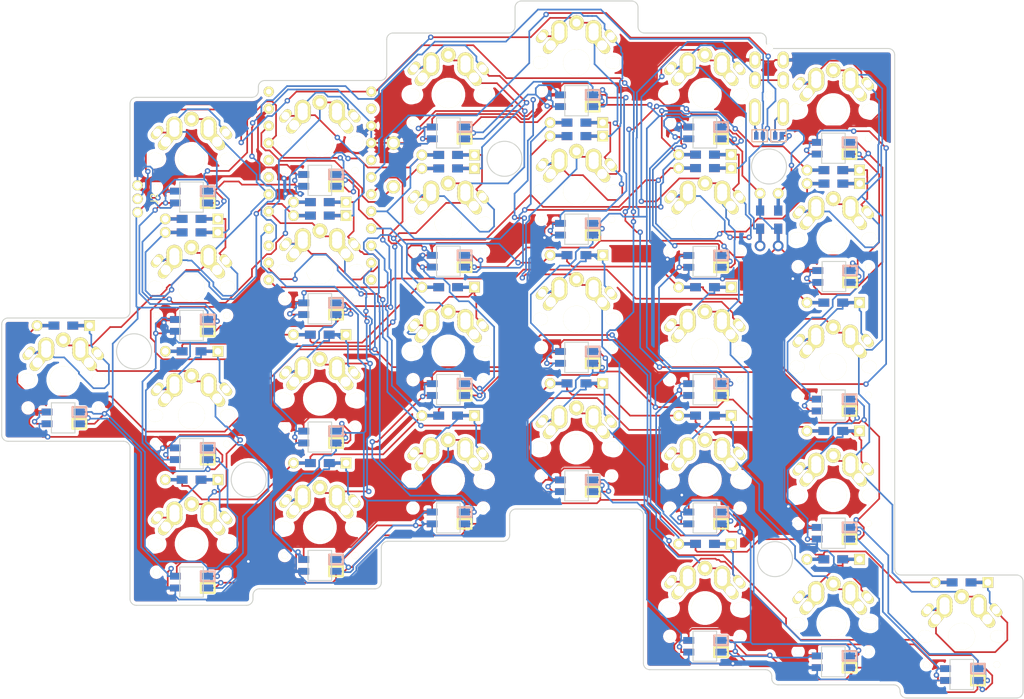
<source format=kicad_pcb>
(kicad_pcb (version 20171130) (host pcbnew "(5.1.0)-1")
  (layers (0 F.Cu signal) (31 B.Cu signal) (34 B.Paste user) (35 F.Paste user) (36 B.SilkS user) (37 F.SilkS user) (38 B.Mask user) (39 F.Mask user) (44 Edge.Cuts user))
  (net 0 "")
  (net 1 rowA)
  (net 2 "Net-(D1-Pad1)")
  (net 3 "Net-(D2-Pad1)")
  (net 4 "Net-(D3-Pad1)")
  (net 5 "Net-(D4-Pad1)")
  (net 6 "Net-(D5-Pad1)")
  (net 7 "Net-(D6-Pad1)")
  (net 8 rowE)
  (net 9 "Net-(D7-Pad1)")
  (net 10 "Net-(D8-Pad1)")
  (net 11 rowB)
  (net 12 "Net-(D9-Pad1)")
  (net 13 "Net-(D10-Pad1)")
  (net 14 "Net-(D11-Pad1)")
  (net 15 "Net-(D12-Pad1)")
  (net 16 "Net-(D13-Pad1)")
  (net 17 "Net-(D14-Pad1)")
  (net 18 rowC)
  (net 19 "Net-(D15-Pad1)")
  (net 20 "Net-(D16-Pad1)")
  (net 21 "Net-(D17-Pad1)")
  (net 22 "Net-(D18-Pad1)")
  (net 23 "Net-(D19-Pad1)")
  (net 24 rowD)
  (net 25 "Net-(D20-Pad1)")
  (net 26 "Net-(D21-Pad1)")
  (net 27 "Net-(D22-Pad1)")
  (net 28 "Net-(D23-Pad1)")
  (net 29 "Net-(D24-Pad1)")
  (net 30 "Net-(D25-Pad1)")
  (net 31 "Net-(D26-Pad1)")
  (net 32 "Net-(D27-Pad1)")
  (net 33 "Net-(D28-Pad1)")
  (net 34 SDA)
  (net 35 VCC)
  (net 36 GND)
  (net 37 SCL)
  (net 38 LED)
  (net 39 col1)
  (net 40 col2)
  (net 41 col3)
  (net 42 col4)
  (net 43 col5)
  (net 44 col6)
  (net 45 RESET)
  (net 46 "Net-(L1-Pad1)")
  (net 47 "Net-(L1-Pad3)")
  (net 48 "Net-(L2-Pad3)")
  (net 49 "Net-(L3-Pad1)")
  (net 50 "Net-(L3-Pad3)")
  (net 51 "Net-(L10-Pad1)")
  (net 52 "Net-(L5-Pad3)")
  (net 53 "Net-(L11-Pad3)")
  (net 54 "Net-(L12-Pad1)")
  (net 55 "Net-(L13-Pad3)")
  (net 56 "Net-(L14-Pad1)")
  (net 57 "Net-(L15-Pad3)")
  (net 58 "Net-(L10-Pad3)")
  (net 59 "Net-(L11-Pad1)")
  (net 60 "Net-(L12-Pad3)")
  (net 61 "Net-(L13-Pad1)")
  (net 62 "Net-(L14-Pad3)")
  (net 63 "Net-(L15-Pad1)")
  (net 64 "Net-(L16-Pad3)")
  (net 65 "Net-(L17-Pad1)")
  (net 66 "Net-(L18-Pad3)")
  (net 67 "Net-(L19-Pad1)")
  (net 68 "Net-(L20-Pad3)")
  (net 69 "Net-(L22-Pad3)")
  (net 70 "Net-(L23-Pad1)")
  (net 71 "Net-(L24-Pad3)")
  (net 72 "Net-(L25-Pad1)")
  (net 73 "Net-(L26-Pad3)")
  (net 74 "Net-(U1-Pad24)")
  (net 75 "Net-(U1-Pad20)")
  (net 76 "Net-(U1-Pad19)")
  (net 77 "Net-(U1-Pad12)")
  (net 78 "Net-(U1-Pad2)")
  (net 79 "Net-(J1-PadD)")
  (net 80 "Net-(J1-PadA)")
  (module kbd:ResetSW (layer F.Cu) (at 179.2 45.675 90)
    (fp_text reference K29 hide)
    (fp_text value KEYSW hide)
    (pad 1 thru_hole circle (at 3.25 0 90) (size 2 2) (drill 1.3) (layers *.Cu *.Mask F.SilkS) (net 36 GND))
    (pad 2 thru_hole circle (at -3.25 0 90) (size 2 2) (drill 1.3) (layers *.Cu *.Mask F.SilkS) (net 45 RESET))
  )
  (module Keebio-Parts:Diode-dual (layer F.Cu) (at 263.53 107.65)
    (fp_text reference D28 hide)
    (fp_text value DIODE hide)
    (pad 2 smd rect (at -2.5 0) (size 2.9 0.5) (layers B.Cu) (net 8 rowE))
    (pad 2 smd rect (at -1.4 0) (size 1.6 1.2) (layers B.Cu B.Paste B.Mask) (net 8 rowE))
    (pad 1 smd rect (at 1.4 0) (size 1.6 1.2) (layers B.Cu B.Paste B.Mask) (net 33 "Net-(D28-Pad1)"))
    (pad 1 smd rect (at 2.5 0) (size 2.9 0.5) (layers B.Cu) (net 33 "Net-(D28-Pad1)"))
    (pad 1 smd rect (at 1.4 0) (size 1.6 1.2) (layers F.Cu F.Paste F.Mask) (net 33 "Net-(D28-Pad1)"))
    (pad 2 smd rect (at -1.4 0) (size 1.6 1.2) (layers F.Cu F.Paste F.Mask) (net 8 rowE))
    (pad 2 thru_hole circle (at -3.9 0) (size 1.6 1.6) (drill 1) (layers *.Cu *.Mask F.SilkS) (net 8 rowE))
    (pad 1 thru_hole rect (at 3.9 0) (size 1.6 1.6) (drill 1) (layers *.Cu *.Mask F.SilkS) (net 33 "Net-(D28-Pad1)"))
    (pad 2 smd rect (at -2.5 0) (size 2.9 0.5) (layers F.Cu) (net 8 rowE))
    (pad 1 smd rect (at 2.5 0) (size 2.9 0.5) (layers F.Cu) (net 33 "Net-(D28-Pad1)"))
  )
  (module Keebio-Parts:Diode-dual (layer F.Cu) (at 244.48 85.17)
    (fp_text reference D25 hide)
    (fp_text value DIODE hide)
    (pad 2 smd rect (at -2.5 0) (size 2.9 0.5) (layers B.Cu) (net 24 rowD))
    (pad 2 smd rect (at -1.4 0) (size 1.6 1.2) (layers B.Cu B.Paste B.Mask) (net 24 rowD))
    (pad 1 smd rect (at 1.4 0) (size 1.6 1.2) (layers B.Cu B.Paste B.Mask) (net 30 "Net-(D25-Pad1)"))
    (pad 1 smd rect (at 2.5 0) (size 2.9 0.5) (layers B.Cu) (net 30 "Net-(D25-Pad1)"))
    (pad 1 smd rect (at 1.4 0) (size 1.6 1.2) (layers F.Cu F.Paste F.Mask) (net 30 "Net-(D25-Pad1)"))
    (pad 2 smd rect (at -1.4 0) (size 1.6 1.2) (layers F.Cu F.Paste F.Mask) (net 24 rowD))
    (pad 2 thru_hole circle (at -3.9 0) (size 1.6 1.6) (drill 1) (layers *.Cu *.Mask F.SilkS) (net 24 rowD))
    (pad 1 thru_hole rect (at 3.9 0) (size 1.6 1.6) (drill 1) (layers *.Cu *.Mask F.SilkS) (net 30 "Net-(D25-Pad1)"))
    (pad 2 smd rect (at -2.5 0) (size 2.9 0.5) (layers F.Cu) (net 24 rowD))
    (pad 1 smd rect (at 2.5 0) (size 2.9 0.5) (layers F.Cu) (net 30 "Net-(D25-Pad1)"))
  )
  (module Keebio-Parts:Diode-dual (layer F.Cu) (at 244.48 104.22)
    (fp_text reference D27 hide)
    (fp_text value DIODE hide)
    (pad 2 smd rect (at -2.5 0) (size 2.9 0.5) (layers B.Cu) (net 8 rowE))
    (pad 2 smd rect (at -1.4 0) (size 1.6 1.2) (layers B.Cu B.Paste B.Mask) (net 8 rowE))
    (pad 1 smd rect (at 1.4 0) (size 1.6 1.2) (layers B.Cu B.Paste B.Mask) (net 32 "Net-(D27-Pad1)"))
    (pad 1 smd rect (at 2.5 0) (size 2.9 0.5) (layers B.Cu) (net 32 "Net-(D27-Pad1)"))
    (pad 1 smd rect (at 1.4 0) (size 1.6 1.2) (layers F.Cu F.Paste F.Mask) (net 32 "Net-(D27-Pad1)"))
    (pad 2 smd rect (at -1.4 0) (size 1.6 1.2) (layers F.Cu F.Paste F.Mask) (net 8 rowE))
    (pad 2 thru_hole circle (at -3.9 0) (size 1.6 1.6) (drill 1) (layers *.Cu *.Mask F.SilkS) (net 8 rowE))
    (pad 1 thru_hole rect (at 3.9 0) (size 1.6 1.6) (drill 1) (layers *.Cu *.Mask F.SilkS) (net 32 "Net-(D27-Pad1)"))
    (pad 2 smd rect (at -2.5 0) (size 2.9 0.5) (layers F.Cu) (net 8 rowE))
    (pad 1 smd rect (at 2.5 0) (size 2.9 0.5) (layers F.Cu) (net 32 "Net-(D27-Pad1)"))
  )
  (module Keebio-Parts:Diode-dual (layer F.Cu) (at 225.44 101.93)
    (fp_text reference D26 hide)
    (fp_text value DIODE hide)
    (pad 2 smd rect (at -2.5 0) (size 2.9 0.5) (layers B.Cu) (net 8 rowE))
    (pad 2 smd rect (at -1.4 0) (size 1.6 1.2) (layers B.Cu B.Paste B.Mask) (net 8 rowE))
    (pad 1 smd rect (at 1.4 0) (size 1.6 1.2) (layers B.Cu B.Paste B.Mask) (net 31 "Net-(D26-Pad1)"))
    (pad 1 smd rect (at 2.5 0) (size 2.9 0.5) (layers B.Cu) (net 31 "Net-(D26-Pad1)"))
    (pad 1 smd rect (at 1.4 0) (size 1.6 1.2) (layers F.Cu F.Paste F.Mask) (net 31 "Net-(D26-Pad1)"))
    (pad 2 smd rect (at -1.4 0) (size 1.6 1.2) (layers F.Cu F.Paste F.Mask) (net 8 rowE))
    (pad 2 thru_hole circle (at -3.9 0) (size 1.6 1.6) (drill 1) (layers *.Cu *.Mask F.SilkS) (net 8 rowE))
    (pad 1 thru_hole rect (at 3.9 0) (size 1.6 1.6) (drill 1) (layers *.Cu *.Mask F.SilkS) (net 31 "Net-(D26-Pad1)"))
    (pad 2 smd rect (at -2.5 0) (size 2.9 0.5) (layers F.Cu) (net 8 rowE))
    (pad 1 smd rect (at 2.5 0) (size 2.9 0.5) (layers F.Cu) (net 31 "Net-(D26-Pad1)"))
  )
  (module Keebio-Parts:Diode-dual (layer F.Cu) (at 225.44 82.89)
    (fp_text reference D24 hide)
    (fp_text value DIODE hide)
    (pad 2 smd rect (at -2.5 0) (size 2.9 0.5) (layers B.Cu) (net 24 rowD))
    (pad 2 smd rect (at -1.4 0) (size 1.6 1.2) (layers B.Cu B.Paste B.Mask) (net 24 rowD))
    (pad 1 smd rect (at 1.4 0) (size 1.6 1.2) (layers B.Cu B.Paste B.Mask) (net 29 "Net-(D24-Pad1)"))
    (pad 1 smd rect (at 2.5 0) (size 2.9 0.5) (layers B.Cu) (net 29 "Net-(D24-Pad1)"))
    (pad 1 smd rect (at 1.4 0) (size 1.6 1.2) (layers F.Cu F.Paste F.Mask) (net 29 "Net-(D24-Pad1)"))
    (pad 2 smd rect (at -1.4 0) (size 1.6 1.2) (layers F.Cu F.Paste F.Mask) (net 24 rowD))
    (pad 2 thru_hole circle (at -3.9 0) (size 1.6 1.6) (drill 1) (layers *.Cu *.Mask F.SilkS) (net 24 rowD))
    (pad 1 thru_hole rect (at 3.9 0) (size 1.6 1.6) (drill 1) (layers *.Cu *.Mask F.SilkS) (net 29 "Net-(D24-Pad1)"))
    (pad 2 smd rect (at -2.5 0) (size 2.9 0.5) (layers F.Cu) (net 24 rowD))
    (pad 1 smd rect (at 2.5 0) (size 2.9 0.5) (layers F.Cu) (net 29 "Net-(D24-Pad1)"))
  )
  (module Keebio-Parts:Diode-dual (layer F.Cu) (at 206.36 78.11)
    (fp_text reference D23 hide)
    (fp_text value DIODE hide)
    (pad 2 smd rect (at -2.5 0) (size 2.9 0.5) (layers B.Cu) (net 24 rowD))
    (pad 2 smd rect (at -1.4 0) (size 1.6 1.2) (layers B.Cu B.Paste B.Mask) (net 24 rowD))
    (pad 1 smd rect (at 1.4 0) (size 1.6 1.2) (layers B.Cu B.Paste B.Mask) (net 28 "Net-(D23-Pad1)"))
    (pad 1 smd rect (at 2.5 0) (size 2.9 0.5) (layers B.Cu) (net 28 "Net-(D23-Pad1)"))
    (pad 1 smd rect (at 1.4 0) (size 1.6 1.2) (layers F.Cu F.Paste F.Mask) (net 28 "Net-(D23-Pad1)"))
    (pad 2 smd rect (at -1.4 0) (size 1.6 1.2) (layers F.Cu F.Paste F.Mask) (net 24 rowD))
    (pad 2 thru_hole circle (at -3.9 0) (size 1.6 1.6) (drill 1) (layers *.Cu *.Mask F.SilkS) (net 24 rowD))
    (pad 1 thru_hole rect (at 3.9 0) (size 1.6 1.6) (drill 1) (layers *.Cu *.Mask F.SilkS) (net 28 "Net-(D23-Pad1)"))
    (pad 2 smd rect (at -2.5 0) (size 2.9 0.5) (layers F.Cu) (net 24 rowD))
    (pad 1 smd rect (at 2.5 0) (size 2.9 0.5) (layers F.Cu) (net 28 "Net-(D23-Pad1)"))
  )
  (module Keebio-Parts:Diode-dual (layer F.Cu) (at 187.32 82.89)
    (fp_text reference D22 hide)
    (fp_text value DIODE hide)
    (pad 2 smd rect (at -2.5 0) (size 2.9 0.5) (layers B.Cu) (net 24 rowD))
    (pad 2 smd rect (at -1.4 0) (size 1.6 1.2) (layers B.Cu B.Paste B.Mask) (net 24 rowD))
    (pad 1 smd rect (at 1.4 0) (size 1.6 1.2) (layers B.Cu B.Paste B.Mask) (net 27 "Net-(D22-Pad1)"))
    (pad 1 smd rect (at 2.5 0) (size 2.9 0.5) (layers B.Cu) (net 27 "Net-(D22-Pad1)"))
    (pad 1 smd rect (at 1.4 0) (size 1.6 1.2) (layers F.Cu F.Paste F.Mask) (net 27 "Net-(D22-Pad1)"))
    (pad 2 smd rect (at -1.4 0) (size 1.6 1.2) (layers F.Cu F.Paste F.Mask) (net 24 rowD))
    (pad 2 thru_hole circle (at -3.9 0) (size 1.6 1.6) (drill 1) (layers *.Cu *.Mask F.SilkS) (net 24 rowD))
    (pad 1 thru_hole rect (at 3.9 0) (size 1.6 1.6) (drill 1) (layers *.Cu *.Mask F.SilkS) (net 27 "Net-(D22-Pad1)"))
    (pad 2 smd rect (at -2.5 0) (size 2.9 0.5) (layers F.Cu) (net 24 rowD))
    (pad 1 smd rect (at 2.5 0) (size 2.9 0.5) (layers F.Cu) (net 27 "Net-(D22-Pad1)"))
  )
  (module Keebio-Parts:Diode-dual (layer F.Cu) (at 168.27 89.93)
    (fp_text reference D21 hide)
    (fp_text value DIODE hide)
    (pad 2 smd rect (at -2.5 0) (size 2.9 0.5) (layers B.Cu) (net 24 rowD))
    (pad 2 smd rect (at -1.4 0) (size 1.6 1.2) (layers B.Cu B.Paste B.Mask) (net 24 rowD))
    (pad 1 smd rect (at 1.4 0) (size 1.6 1.2) (layers B.Cu B.Paste B.Mask) (net 26 "Net-(D21-Pad1)"))
    (pad 1 smd rect (at 2.5 0) (size 2.9 0.5) (layers B.Cu) (net 26 "Net-(D21-Pad1)"))
    (pad 1 smd rect (at 1.4 0) (size 1.6 1.2) (layers F.Cu F.Paste F.Mask) (net 26 "Net-(D21-Pad1)"))
    (pad 2 smd rect (at -1.4 0) (size 1.6 1.2) (layers F.Cu F.Paste F.Mask) (net 24 rowD))
    (pad 2 thru_hole circle (at -3.9 0) (size 1.6 1.6) (drill 1) (layers *.Cu *.Mask F.SilkS) (net 24 rowD))
    (pad 1 thru_hole rect (at 3.9 0) (size 1.6 1.6) (drill 1) (layers *.Cu *.Mask F.SilkS) (net 26 "Net-(D21-Pad1)"))
    (pad 2 smd rect (at -2.5 0) (size 2.9 0.5) (layers F.Cu) (net 24 rowD))
    (pad 1 smd rect (at 2.5 0) (size 2.9 0.5) (layers F.Cu) (net 26 "Net-(D21-Pad1)"))
  )
  (module Keebio-Parts:Diode-dual (layer F.Cu) (at 149.24 92.4)
    (fp_text reference D20 hide)
    (fp_text value DIODE hide)
    (pad 2 smd rect (at -2.5 0) (size 2.9 0.5) (layers B.Cu) (net 24 rowD))
    (pad 2 smd rect (at -1.4 0) (size 1.6 1.2) (layers B.Cu B.Paste B.Mask) (net 24 rowD))
    (pad 1 smd rect (at 1.4 0) (size 1.6 1.2) (layers B.Cu B.Paste B.Mask) (net 25 "Net-(D20-Pad1)"))
    (pad 1 smd rect (at 2.5 0) (size 2.9 0.5) (layers B.Cu) (net 25 "Net-(D20-Pad1)"))
    (pad 1 smd rect (at 1.4 0) (size 1.6 1.2) (layers F.Cu F.Paste F.Mask) (net 25 "Net-(D20-Pad1)"))
    (pad 2 smd rect (at -1.4 0) (size 1.6 1.2) (layers F.Cu F.Paste F.Mask) (net 24 rowD))
    (pad 2 thru_hole circle (at -3.9 0) (size 1.6 1.6) (drill 1) (layers *.Cu *.Mask F.SilkS) (net 24 rowD))
    (pad 1 thru_hole rect (at 3.9 0) (size 1.6 1.6) (drill 1) (layers *.Cu *.Mask F.SilkS) (net 25 "Net-(D20-Pad1)"))
    (pad 2 smd rect (at -2.5 0) (size 2.9 0.5) (layers F.Cu) (net 24 rowD))
    (pad 1 smd rect (at 2.5 0) (size 2.9 0.5) (layers F.Cu) (net 25 "Net-(D20-Pad1)"))
  )
  (module Keebio-Parts:Diode-dual (layer F.Cu) (at 244.48 66.12)
    (fp_text reference D19 hide)
    (fp_text value DIODE hide)
    (pad 2 smd rect (at -2.5 0) (size 2.9 0.5) (layers B.Cu) (net 18 rowC))
    (pad 2 smd rect (at -1.4 0) (size 1.6 1.2) (layers B.Cu B.Paste B.Mask) (net 18 rowC))
    (pad 1 smd rect (at 1.4 0) (size 1.6 1.2) (layers B.Cu B.Paste B.Mask) (net 23 "Net-(D19-Pad1)"))
    (pad 1 smd rect (at 2.5 0) (size 2.9 0.5) (layers B.Cu) (net 23 "Net-(D19-Pad1)"))
    (pad 1 smd rect (at 1.4 0) (size 1.6 1.2) (layers F.Cu F.Paste F.Mask) (net 23 "Net-(D19-Pad1)"))
    (pad 2 smd rect (at -1.4 0) (size 1.6 1.2) (layers F.Cu F.Paste F.Mask) (net 18 rowC))
    (pad 2 thru_hole circle (at -3.9 0) (size 1.6 1.6) (drill 1) (layers *.Cu *.Mask F.SilkS) (net 18 rowC))
    (pad 1 thru_hole rect (at 3.9 0) (size 1.6 1.6) (drill 1) (layers *.Cu *.Mask F.SilkS) (net 23 "Net-(D19-Pad1)"))
    (pad 2 smd rect (at -2.5 0) (size 2.9 0.5) (layers F.Cu) (net 18 rowC))
    (pad 1 smd rect (at 2.5 0) (size 2.9 0.5) (layers F.Cu) (net 23 "Net-(D19-Pad1)"))
  )
  (module Keebio-Parts:Diode-dual (layer F.Cu) (at 225.44 63.83)
    (fp_text reference D18 hide)
    (fp_text value DIODE hide)
    (pad 2 smd rect (at -2.5 0) (size 2.9 0.5) (layers B.Cu) (net 18 rowC))
    (pad 2 smd rect (at -1.4 0) (size 1.6 1.2) (layers B.Cu B.Paste B.Mask) (net 18 rowC))
    (pad 1 smd rect (at 1.4 0) (size 1.6 1.2) (layers B.Cu B.Paste B.Mask) (net 22 "Net-(D18-Pad1)"))
    (pad 1 smd rect (at 2.5 0) (size 2.9 0.5) (layers B.Cu) (net 22 "Net-(D18-Pad1)"))
    (pad 1 smd rect (at 1.4 0) (size 1.6 1.2) (layers F.Cu F.Paste F.Mask) (net 22 "Net-(D18-Pad1)"))
    (pad 2 smd rect (at -1.4 0) (size 1.6 1.2) (layers F.Cu F.Paste F.Mask) (net 18 rowC))
    (pad 2 thru_hole circle (at -3.9 0) (size 1.6 1.6) (drill 1) (layers *.Cu *.Mask F.SilkS) (net 18 rowC))
    (pad 1 thru_hole rect (at 3.9 0) (size 1.6 1.6) (drill 1) (layers *.Cu *.Mask F.SilkS) (net 22 "Net-(D18-Pad1)"))
    (pad 2 smd rect (at -2.5 0) (size 2.9 0.5) (layers F.Cu) (net 18 rowC))
    (pad 1 smd rect (at 2.5 0) (size 2.9 0.5) (layers F.Cu) (net 22 "Net-(D18-Pad1)"))
  )
  (module Keebio-Parts:Diode-dual (layer F.Cu) (at 206.36 59.07)
    (fp_text reference D17 hide)
    (fp_text value DIODE hide)
    (pad 2 smd rect (at -2.5 0) (size 2.9 0.5) (layers B.Cu) (net 18 rowC))
    (pad 2 smd rect (at -1.4 0) (size 1.6 1.2) (layers B.Cu B.Paste B.Mask) (net 18 rowC))
    (pad 1 smd rect (at 1.4 0) (size 1.6 1.2) (layers B.Cu B.Paste B.Mask) (net 21 "Net-(D17-Pad1)"))
    (pad 1 smd rect (at 2.5 0) (size 2.9 0.5) (layers B.Cu) (net 21 "Net-(D17-Pad1)"))
    (pad 1 smd rect (at 1.4 0) (size 1.6 1.2) (layers F.Cu F.Paste F.Mask) (net 21 "Net-(D17-Pad1)"))
    (pad 2 smd rect (at -1.4 0) (size 1.6 1.2) (layers F.Cu F.Paste F.Mask) (net 18 rowC))
    (pad 2 thru_hole circle (at -3.9 0) (size 1.6 1.6) (drill 1) (layers *.Cu *.Mask F.SilkS) (net 18 rowC))
    (pad 1 thru_hole rect (at 3.9 0) (size 1.6 1.6) (drill 1) (layers *.Cu *.Mask F.SilkS) (net 21 "Net-(D17-Pad1)"))
    (pad 2 smd rect (at -2.5 0) (size 2.9 0.5) (layers F.Cu) (net 18 rowC))
    (pad 1 smd rect (at 2.5 0) (size 2.9 0.5) (layers F.Cu) (net 21 "Net-(D17-Pad1)"))
  )
  (module Keebio-Parts:Diode-dual (layer F.Cu) (at 187.32 63.83)
    (fp_text reference D16 hide)
    (fp_text value DIODE hide)
    (pad 2 smd rect (at -2.5 0) (size 2.9 0.5) (layers B.Cu) (net 18 rowC))
    (pad 2 smd rect (at -1.4 0) (size 1.6 1.2) (layers B.Cu B.Paste B.Mask) (net 18 rowC))
    (pad 1 smd rect (at 1.4 0) (size 1.6 1.2) (layers B.Cu B.Paste B.Mask) (net 20 "Net-(D16-Pad1)"))
    (pad 1 smd rect (at 2.5 0) (size 2.9 0.5) (layers B.Cu) (net 20 "Net-(D16-Pad1)"))
    (pad 1 smd rect (at 1.4 0) (size 1.6 1.2) (layers F.Cu F.Paste F.Mask) (net 20 "Net-(D16-Pad1)"))
    (pad 2 smd rect (at -1.4 0) (size 1.6 1.2) (layers F.Cu F.Paste F.Mask) (net 18 rowC))
    (pad 2 thru_hole circle (at -3.9 0) (size 1.6 1.6) (drill 1) (layers *.Cu *.Mask F.SilkS) (net 18 rowC))
    (pad 1 thru_hole rect (at 3.9 0) (size 1.6 1.6) (drill 1) (layers *.Cu *.Mask F.SilkS) (net 20 "Net-(D16-Pad1)"))
    (pad 2 smd rect (at -2.5 0) (size 2.9 0.5) (layers F.Cu) (net 18 rowC))
    (pad 1 smd rect (at 2.5 0) (size 2.9 0.5) (layers F.Cu) (net 20 "Net-(D16-Pad1)"))
  )
  (module Keebio-Parts:Diode-dual (layer F.Cu) (at 168.26 70.88)
    (fp_text reference D15 hide)
    (fp_text value DIODE hide)
    (pad 2 smd rect (at -2.5 0) (size 2.9 0.5) (layers B.Cu) (net 18 rowC))
    (pad 2 smd rect (at -1.4 0) (size 1.6 1.2) (layers B.Cu B.Paste B.Mask) (net 18 rowC))
    (pad 1 smd rect (at 1.4 0) (size 1.6 1.2) (layers B.Cu B.Paste B.Mask) (net 19 "Net-(D15-Pad1)"))
    (pad 1 smd rect (at 2.5 0) (size 2.9 0.5) (layers B.Cu) (net 19 "Net-(D15-Pad1)"))
    (pad 1 smd rect (at 1.4 0) (size 1.6 1.2) (layers F.Cu F.Paste F.Mask) (net 19 "Net-(D15-Pad1)"))
    (pad 2 smd rect (at -1.4 0) (size 1.6 1.2) (layers F.Cu F.Paste F.Mask) (net 18 rowC))
    (pad 2 thru_hole circle (at -3.9 0) (size 1.6 1.6) (drill 1) (layers *.Cu *.Mask F.SilkS) (net 18 rowC))
    (pad 1 thru_hole rect (at 3.9 0) (size 1.6 1.6) (drill 1) (layers *.Cu *.Mask F.SilkS) (net 19 "Net-(D15-Pad1)"))
    (pad 2 smd rect (at -2.5 0) (size 2.9 0.5) (layers F.Cu) (net 18 rowC))
    (pad 1 smd rect (at 2.5 0) (size 2.9 0.5) (layers F.Cu) (net 19 "Net-(D15-Pad1)"))
  )
  (module Keebio-Parts:Diode-dual (layer F.Cu) (at 149.24 73.35)
    (fp_text reference D14 hide)
    (fp_text value DIODE hide)
    (pad 2 smd rect (at -2.5 0) (size 2.9 0.5) (layers B.Cu) (net 18 rowC))
    (pad 2 smd rect (at -1.4 0) (size 1.6 1.2) (layers B.Cu B.Paste B.Mask) (net 18 rowC))
    (pad 1 smd rect (at 1.4 0) (size 1.6 1.2) (layers B.Cu B.Paste B.Mask) (net 17 "Net-(D14-Pad1)"))
    (pad 1 smd rect (at 2.5 0) (size 2.9 0.5) (layers B.Cu) (net 17 "Net-(D14-Pad1)"))
    (pad 1 smd rect (at 1.4 0) (size 1.6 1.2) (layers F.Cu F.Paste F.Mask) (net 17 "Net-(D14-Pad1)"))
    (pad 2 smd rect (at -1.4 0) (size 1.6 1.2) (layers F.Cu F.Paste F.Mask) (net 18 rowC))
    (pad 2 thru_hole circle (at -3.9 0) (size 1.6 1.6) (drill 1) (layers *.Cu *.Mask F.SilkS) (net 18 rowC))
    (pad 1 thru_hole rect (at 3.9 0) (size 1.6 1.6) (drill 1) (layers *.Cu *.Mask F.SilkS) (net 17 "Net-(D14-Pad1)"))
    (pad 2 smd rect (at -2.5 0) (size 2.9 0.5) (layers F.Cu) (net 18 rowC))
    (pad 1 smd rect (at 2.5 0) (size 2.9 0.5) (layers F.Cu) (net 17 "Net-(D14-Pad1)"))
  )
  (module Keebio-Parts:Diode-dual (layer F.Cu) (at 130.2 69.53)
    (fp_text reference D7 hide)
    (fp_text value DIODE hide)
    (pad 2 smd rect (at -2.5 0) (size 2.9 0.5) (layers B.Cu) (net 8 rowE))
    (pad 2 smd rect (at -1.4 0) (size 1.6 1.2) (layers B.Cu B.Paste B.Mask) (net 8 rowE))
    (pad 1 smd rect (at 1.4 0) (size 1.6 1.2) (layers B.Cu B.Paste B.Mask) (net 9 "Net-(D7-Pad1)"))
    (pad 1 smd rect (at 2.5 0) (size 2.9 0.5) (layers B.Cu) (net 9 "Net-(D7-Pad1)"))
    (pad 1 smd rect (at 1.4 0) (size 1.6 1.2) (layers F.Cu F.Paste F.Mask) (net 9 "Net-(D7-Pad1)"))
    (pad 2 smd rect (at -1.4 0) (size 1.6 1.2) (layers F.Cu F.Paste F.Mask) (net 8 rowE))
    (pad 2 thru_hole circle (at -3.9 0) (size 1.6 1.6) (drill 1) (layers *.Cu *.Mask F.SilkS) (net 8 rowE))
    (pad 1 thru_hole rect (at 3.9 0) (size 1.6 1.6) (drill 1) (layers *.Cu *.Mask F.SilkS) (net 9 "Net-(D7-Pad1)"))
    (pad 2 smd rect (at -2.5 0) (size 2.9 0.5) (layers F.Cu) (net 8 rowE))
    (pad 1 smd rect (at 2.5 0) (size 2.9 0.5) (layers F.Cu) (net 9 "Net-(D7-Pad1)"))
  )
  (module Keebio-Parts:Resistor-Hybrid (layer F.Cu) (at 233.62 53.8 270)
    (fp_text reference R1 hide)
    (fp_text value R hide)
    (pad 1 smd rect (at 2.5 0 270) (size 2.9 0.5) (layers F.Cu) (net 34 SDA))
    (pad 2 smd rect (at -2.5 0 270) (size 2.9 0.5) (layers F.Cu) (net 35 VCC))
    (pad 1 thru_hole circle (at 3.9 0 270) (size 1.6 1.6) (drill 1) (layers *.Cu *.Mask) (net 34 SDA))
    (pad 2 thru_hole circle (at -3.9 0 270) (size 1.6 1.6) (drill 1) (layers *.Cu *.Mask F.SilkS) (net 35 VCC))
    (pad 2 smd rect (at -1.35 0 270) (size 1.5 1.2) (layers F.Cu F.Paste F.Mask) (net 35 VCC))
    (pad 1 smd rect (at 1.35 0 270) (size 1.5 1.2) (layers F.Cu F.Paste F.Mask) (net 34 SDA))
    (pad 1 smd rect (at 2.5 0 270) (size 2.9 0.5) (layers B.Cu) (net 34 SDA))
    (pad 1 smd rect (at 1.35 0 270) (size 1.5 1.2) (layers B.Cu B.Paste B.Mask) (net 34 SDA))
    (pad 2 smd rect (at -1.35 0 270) (size 1.5 1.2) (layers B.Cu B.Paste B.Mask) (net 35 VCC))
    (pad 2 smd rect (at -2.5 0 270) (size 2.9 0.5) (layers B.Cu) (net 35 VCC))
  )
  (module Keebio-Parts:Resistor-Hybrid (layer F.Cu) (at 236.31 53.8 270)
    (fp_text reference R2 hide)
    (fp_text value R hide)
    (pad 1 smd rect (at 2.5 0 270) (size 2.9 0.5) (layers F.Cu) (net 35 VCC))
    (pad 2 smd rect (at -2.5 0 270) (size 2.9 0.5) (layers F.Cu) (net 37 SCL))
    (pad 1 thru_hole circle (at 3.9 0 270) (size 1.6 1.6) (drill 1) (layers *.Cu *.Mask) (net 35 VCC))
    (pad 2 thru_hole circle (at -3.9 0 270) (size 1.6 1.6) (drill 1) (layers *.Cu *.Mask F.SilkS) (net 37 SCL))
    (pad 2 smd rect (at -1.35 0 270) (size 1.5 1.2) (layers F.Cu F.Paste F.Mask) (net 37 SCL))
    (pad 1 smd rect (at 1.35 0 270) (size 1.5 1.2) (layers F.Cu F.Paste F.Mask) (net 35 VCC))
    (pad 1 smd rect (at 2.5 0 270) (size 2.9 0.5) (layers B.Cu) (net 35 VCC))
    (pad 1 smd rect (at 1.35 0 270) (size 1.5 1.2) (layers B.Cu B.Paste B.Mask) (net 35 VCC))
    (pad 2 smd rect (at -1.35 0 270) (size 1.5 1.2) (layers B.Cu B.Paste B.Mask) (net 37 SCL))
    (pad 2 smd rect (at -2.5 0 270) (size 2.9 0.5) (layers B.Cu) (net 37 SCL))
  )
  (module Keebio-Parts:Diode-dual (layer F.Cu) (at 244.5 48.45)
    (fp_text reference D6 hide)
    (fp_text value DIODE hide)
    (pad 2 smd rect (at -2.5 0) (size 2.9 0.5) (layers B.Cu) (net 1 rowA))
    (pad 2 smd rect (at -1.4 0) (size 1.6 1.2) (layers B.Cu B.Paste B.Mask) (net 1 rowA))
    (pad 1 smd rect (at 1.4 0) (size 1.6 1.2) (layers B.Cu B.Paste B.Mask) (net 7 "Net-(D6-Pad1)"))
    (pad 1 smd rect (at 2.5 0) (size 2.9 0.5) (layers B.Cu) (net 7 "Net-(D6-Pad1)"))
    (pad 1 smd rect (at 1.4 0) (size 1.6 1.2) (layers F.Cu F.Paste F.Mask) (net 7 "Net-(D6-Pad1)"))
    (pad 2 smd rect (at -1.4 0) (size 1.6 1.2) (layers F.Cu F.Paste F.Mask) (net 1 rowA))
    (pad 2 thru_hole circle (at -3.9 0) (size 1.6 1.6) (drill 1) (layers *.Cu *.Mask F.SilkS) (net 1 rowA))
    (pad 1 thru_hole rect (at 3.9 0) (size 1.6 1.6) (drill 1) (layers *.Cu *.Mask F.SilkS) (net 7 "Net-(D6-Pad1)"))
    (pad 2 smd rect (at -2.5 0) (size 2.9 0.5) (layers F.Cu) (net 1 rowA))
    (pad 1 smd rect (at 2.5 0) (size 2.9 0.5) (layers F.Cu) (net 7 "Net-(D6-Pad1)"))
  )
  (module Keebio-Parts:Diode-dual (layer F.Cu) (at 244.49 46.45)
    (fp_text reference D13 hide)
    (fp_text value DIODE hide)
    (pad 2 smd rect (at -2.5 0) (size 2.9 0.5) (layers B.Cu) (net 11 rowB))
    (pad 2 smd rect (at -1.4 0) (size 1.6 1.2) (layers B.Cu B.Paste B.Mask) (net 11 rowB))
    (pad 1 smd rect (at 1.4 0) (size 1.6 1.2) (layers B.Cu B.Paste B.Mask) (net 16 "Net-(D13-Pad1)"))
    (pad 1 smd rect (at 2.5 0) (size 2.9 0.5) (layers B.Cu) (net 16 "Net-(D13-Pad1)"))
    (pad 1 smd rect (at 1.4 0) (size 1.6 1.2) (layers F.Cu F.Paste F.Mask) (net 16 "Net-(D13-Pad1)"))
    (pad 2 smd rect (at -1.4 0) (size 1.6 1.2) (layers F.Cu F.Paste F.Mask) (net 11 rowB))
    (pad 2 thru_hole circle (at -3.9 0) (size 1.6 1.6) (drill 1) (layers *.Cu *.Mask F.SilkS) (net 11 rowB))
    (pad 1 thru_hole rect (at 3.9 0) (size 1.6 1.6) (drill 1) (layers *.Cu *.Mask F.SilkS) (net 16 "Net-(D13-Pad1)"))
    (pad 2 smd rect (at -2.5 0) (size 2.9 0.5) (layers F.Cu) (net 11 rowB))
    (pad 1 smd rect (at 2.5 0) (size 2.9 0.5) (layers F.Cu) (net 16 "Net-(D13-Pad1)"))
  )
  (module Keebio-Parts:Diode-dual (layer F.Cu) (at 225.44 46.15)
    (fp_text reference D5 hide)
    (fp_text value DIODE hide)
    (pad 2 smd rect (at -2.5 0) (size 2.9 0.5) (layers B.Cu) (net 1 rowA))
    (pad 2 smd rect (at -1.4 0) (size 1.6 1.2) (layers B.Cu B.Paste B.Mask) (net 1 rowA))
    (pad 1 smd rect (at 1.4 0) (size 1.6 1.2) (layers B.Cu B.Paste B.Mask) (net 6 "Net-(D5-Pad1)"))
    (pad 1 smd rect (at 2.5 0) (size 2.9 0.5) (layers B.Cu) (net 6 "Net-(D5-Pad1)"))
    (pad 1 smd rect (at 1.4 0) (size 1.6 1.2) (layers F.Cu F.Paste F.Mask) (net 6 "Net-(D5-Pad1)"))
    (pad 2 smd rect (at -1.4 0) (size 1.6 1.2) (layers F.Cu F.Paste F.Mask) (net 1 rowA))
    (pad 2 thru_hole circle (at -3.9 0) (size 1.6 1.6) (drill 1) (layers *.Cu *.Mask F.SilkS) (net 1 rowA))
    (pad 1 thru_hole rect (at 3.9 0) (size 1.6 1.6) (drill 1) (layers *.Cu *.Mask F.SilkS) (net 6 "Net-(D5-Pad1)"))
    (pad 2 smd rect (at -2.5 0) (size 2.9 0.5) (layers F.Cu) (net 1 rowA))
    (pad 1 smd rect (at 2.5 0) (size 2.9 0.5) (layers F.Cu) (net 6 "Net-(D5-Pad1)"))
  )
  (module Keebio-Parts:Diode-dual (layer F.Cu) (at 225.44 44.15)
    (fp_text reference D12 hide)
    (fp_text value DIODE hide)
    (pad 2 smd rect (at -2.5 0) (size 2.9 0.5) (layers B.Cu) (net 11 rowB))
    (pad 2 smd rect (at -1.4 0) (size 1.6 1.2) (layers B.Cu B.Paste B.Mask) (net 11 rowB))
    (pad 1 smd rect (at 1.4 0) (size 1.6 1.2) (layers B.Cu B.Paste B.Mask) (net 15 "Net-(D12-Pad1)"))
    (pad 1 smd rect (at 2.5 0) (size 2.9 0.5) (layers B.Cu) (net 15 "Net-(D12-Pad1)"))
    (pad 1 smd rect (at 1.4 0) (size 1.6 1.2) (layers F.Cu F.Paste F.Mask) (net 15 "Net-(D12-Pad1)"))
    (pad 2 smd rect (at -1.4 0) (size 1.6 1.2) (layers F.Cu F.Paste F.Mask) (net 11 rowB))
    (pad 2 thru_hole circle (at -3.9 0) (size 1.6 1.6) (drill 1) (layers *.Cu *.Mask F.SilkS) (net 11 rowB))
    (pad 1 thru_hole rect (at 3.9 0) (size 1.6 1.6) (drill 1) (layers *.Cu *.Mask F.SilkS) (net 15 "Net-(D12-Pad1)"))
    (pad 2 smd rect (at -2.5 0) (size 2.9 0.5) (layers F.Cu) (net 11 rowB))
    (pad 1 smd rect (at 2.5 0) (size 2.9 0.5) (layers F.Cu) (net 15 "Net-(D12-Pad1)"))
  )
  (module Keebio-Parts:Diode-dual (layer F.Cu) (at 206.36 41.4)
    (fp_text reference D4 hide)
    (fp_text value DIODE hide)
    (pad 2 smd rect (at -2.5 0) (size 2.9 0.5) (layers B.Cu) (net 1 rowA))
    (pad 2 smd rect (at -1.4 0) (size 1.6 1.2) (layers B.Cu B.Paste B.Mask) (net 1 rowA))
    (pad 1 smd rect (at 1.4 0) (size 1.6 1.2) (layers B.Cu B.Paste B.Mask) (net 5 "Net-(D4-Pad1)"))
    (pad 1 smd rect (at 2.5 0) (size 2.9 0.5) (layers B.Cu) (net 5 "Net-(D4-Pad1)"))
    (pad 1 smd rect (at 1.4 0) (size 1.6 1.2) (layers F.Cu F.Paste F.Mask) (net 5 "Net-(D4-Pad1)"))
    (pad 2 smd rect (at -1.4 0) (size 1.6 1.2) (layers F.Cu F.Paste F.Mask) (net 1 rowA))
    (pad 2 thru_hole circle (at -3.9 0) (size 1.6 1.6) (drill 1) (layers *.Cu *.Mask F.SilkS) (net 1 rowA))
    (pad 1 thru_hole rect (at 3.9 0) (size 1.6 1.6) (drill 1) (layers *.Cu *.Mask F.SilkS) (net 5 "Net-(D4-Pad1)"))
    (pad 2 smd rect (at -2.5 0) (size 2.9 0.5) (layers F.Cu) (net 1 rowA))
    (pad 1 smd rect (at 2.5 0) (size 2.9 0.5) (layers F.Cu) (net 5 "Net-(D4-Pad1)"))
  )
  (module Keebio-Parts:Diode-dual (layer F.Cu) (at 206.36 39.4)
    (fp_text reference D11 hide)
    (fp_text value DIODE hide)
    (pad 2 smd rect (at -2.5 0) (size 2.9 0.5) (layers B.Cu) (net 11 rowB))
    (pad 2 smd rect (at -1.4 0) (size 1.6 1.2) (layers B.Cu B.Paste B.Mask) (net 11 rowB))
    (pad 1 smd rect (at 1.4 0) (size 1.6 1.2) (layers B.Cu B.Paste B.Mask) (net 14 "Net-(D11-Pad1)"))
    (pad 1 smd rect (at 2.5 0) (size 2.9 0.5) (layers B.Cu) (net 14 "Net-(D11-Pad1)"))
    (pad 1 smd rect (at 1.4 0) (size 1.6 1.2) (layers F.Cu F.Paste F.Mask) (net 14 "Net-(D11-Pad1)"))
    (pad 2 smd rect (at -1.4 0) (size 1.6 1.2) (layers F.Cu F.Paste F.Mask) (net 11 rowB))
    (pad 2 thru_hole circle (at -3.9 0) (size 1.6 1.6) (drill 1) (layers *.Cu *.Mask F.SilkS) (net 11 rowB))
    (pad 1 thru_hole rect (at 3.9 0) (size 1.6 1.6) (drill 1) (layers *.Cu *.Mask F.SilkS) (net 14 "Net-(D11-Pad1)"))
    (pad 2 smd rect (at -2.5 0) (size 2.9 0.5) (layers F.Cu) (net 11 rowB))
    (pad 1 smd rect (at 2.5 0) (size 2.9 0.5) (layers F.Cu) (net 14 "Net-(D11-Pad1)"))
  )
  (module Keebio-Parts:Diode-dual (layer F.Cu) (at 187.32 46.2)
    (fp_text reference D3 hide)
    (fp_text value DIODE hide)
    (pad 2 smd rect (at -2.5 0) (size 2.9 0.5) (layers B.Cu) (net 1 rowA))
    (pad 2 smd rect (at -1.4 0) (size 1.6 1.2) (layers B.Cu B.Paste B.Mask) (net 1 rowA))
    (pad 1 smd rect (at 1.4 0) (size 1.6 1.2) (layers B.Cu B.Paste B.Mask) (net 4 "Net-(D3-Pad1)"))
    (pad 1 smd rect (at 2.5 0) (size 2.9 0.5) (layers B.Cu) (net 4 "Net-(D3-Pad1)"))
    (pad 1 smd rect (at 1.4 0) (size 1.6 1.2) (layers F.Cu F.Paste F.Mask) (net 4 "Net-(D3-Pad1)"))
    (pad 2 smd rect (at -1.4 0) (size 1.6 1.2) (layers F.Cu F.Paste F.Mask) (net 1 rowA))
    (pad 2 thru_hole circle (at -3.9 0) (size 1.6 1.6) (drill 1) (layers *.Cu *.Mask F.SilkS) (net 1 rowA))
    (pad 1 thru_hole rect (at 3.9 0) (size 1.6 1.6) (drill 1) (layers *.Cu *.Mask F.SilkS) (net 4 "Net-(D3-Pad1)"))
    (pad 2 smd rect (at -2.5 0) (size 2.9 0.5) (layers F.Cu) (net 1 rowA))
    (pad 1 smd rect (at 2.5 0) (size 2.9 0.5) (layers F.Cu) (net 4 "Net-(D3-Pad1)"))
  )
  (module Keebio-Parts:Diode-dual (layer F.Cu) (at 187.32 44.2)
    (fp_text reference D10 hide)
    (fp_text value DIODE hide)
    (pad 2 smd rect (at -2.5 0) (size 2.9 0.5) (layers B.Cu) (net 11 rowB))
    (pad 2 smd rect (at -1.4 0) (size 1.6 1.2) (layers B.Cu B.Paste B.Mask) (net 11 rowB))
    (pad 1 smd rect (at 1.4 0) (size 1.6 1.2) (layers B.Cu B.Paste B.Mask) (net 13 "Net-(D10-Pad1)"))
    (pad 1 smd rect (at 2.5 0) (size 2.9 0.5) (layers B.Cu) (net 13 "Net-(D10-Pad1)"))
    (pad 1 smd rect (at 1.4 0) (size 1.6 1.2) (layers F.Cu F.Paste F.Mask) (net 13 "Net-(D10-Pad1)"))
    (pad 2 smd rect (at -1.4 0) (size 1.6 1.2) (layers F.Cu F.Paste F.Mask) (net 11 rowB))
    (pad 2 thru_hole circle (at -3.9 0) (size 1.6 1.6) (drill 1) (layers *.Cu *.Mask F.SilkS) (net 11 rowB))
    (pad 1 thru_hole rect (at 3.9 0) (size 1.6 1.6) (drill 1) (layers *.Cu *.Mask F.SilkS) (net 13 "Net-(D10-Pad1)"))
    (pad 2 smd rect (at -2.5 0) (size 2.9 0.5) (layers F.Cu) (net 11 rowB))
    (pad 1 smd rect (at 2.5 0) (size 2.9 0.5) (layers F.Cu) (net 13 "Net-(D10-Pad1)"))
  )
  (module Keebio-Parts:Diode-dual (layer F.Cu) (at 168.27 53.2)
    (fp_text reference D2 hide)
    (fp_text value DIODE hide)
    (pad 2 smd rect (at -2.5 0) (size 2.9 0.5) (layers B.Cu) (net 1 rowA))
    (pad 2 smd rect (at -1.4 0) (size 1.6 1.2) (layers B.Cu B.Paste B.Mask) (net 1 rowA))
    (pad 1 smd rect (at 1.4 0) (size 1.6 1.2) (layers B.Cu B.Paste B.Mask) (net 3 "Net-(D2-Pad1)"))
    (pad 1 smd rect (at 2.5 0) (size 2.9 0.5) (layers B.Cu) (net 3 "Net-(D2-Pad1)"))
    (pad 1 smd rect (at 1.4 0) (size 1.6 1.2) (layers F.Cu F.Paste F.Mask) (net 3 "Net-(D2-Pad1)"))
    (pad 2 smd rect (at -1.4 0) (size 1.6 1.2) (layers F.Cu F.Paste F.Mask) (net 1 rowA))
    (pad 2 thru_hole circle (at -3.9 0) (size 1.6 1.6) (drill 1) (layers *.Cu *.Mask F.SilkS) (net 1 rowA))
    (pad 1 thru_hole rect (at 3.9 0) (size 1.6 1.6) (drill 1) (layers *.Cu *.Mask F.SilkS) (net 3 "Net-(D2-Pad1)"))
    (pad 2 smd rect (at -2.5 0) (size 2.9 0.5) (layers F.Cu) (net 1 rowA))
    (pad 1 smd rect (at 2.5 0) (size 2.9 0.5) (layers F.Cu) (net 3 "Net-(D2-Pad1)"))
  )
  (module Keebio-Parts:Diode-dual (layer F.Cu) (at 168.27 51.2)
    (fp_text reference D9 hide)
    (fp_text value DIODE hide)
    (pad 2 smd rect (at -2.5 0) (size 2.9 0.5) (layers B.Cu) (net 11 rowB))
    (pad 2 smd rect (at -1.4 0) (size 1.6 1.2) (layers B.Cu B.Paste B.Mask) (net 11 rowB))
    (pad 1 smd rect (at 1.4 0) (size 1.6 1.2) (layers B.Cu B.Paste B.Mask) (net 12 "Net-(D9-Pad1)"))
    (pad 1 smd rect (at 2.5 0) (size 2.9 0.5) (layers B.Cu) (net 12 "Net-(D9-Pad1)"))
    (pad 1 smd rect (at 1.4 0) (size 1.6 1.2) (layers F.Cu F.Paste F.Mask) (net 12 "Net-(D9-Pad1)"))
    (pad 2 smd rect (at -1.4 0) (size 1.6 1.2) (layers F.Cu F.Paste F.Mask) (net 11 rowB))
    (pad 2 thru_hole circle (at -3.9 0) (size 1.6 1.6) (drill 1) (layers *.Cu *.Mask F.SilkS) (net 11 rowB))
    (pad 1 thru_hole rect (at 3.9 0) (size 1.6 1.6) (drill 1) (layers *.Cu *.Mask F.SilkS) (net 12 "Net-(D9-Pad1)"))
    (pad 2 smd rect (at -2.5 0) (size 2.9 0.5) (layers F.Cu) (net 11 rowB))
    (pad 1 smd rect (at 2.5 0) (size 2.9 0.5) (layers F.Cu) (net 12 "Net-(D9-Pad1)"))
  )
  (module Keebio-Parts:Diode-dual (layer F.Cu) (at 149.24 55.7)
    (fp_text reference D1 hide)
    (fp_text value DIODE hide)
    (pad 2 smd rect (at -2.5 0) (size 2.9 0.5) (layers B.Cu) (net 1 rowA))
    (pad 2 smd rect (at -1.4 0) (size 1.6 1.2) (layers B.Cu B.Paste B.Mask) (net 1 rowA))
    (pad 1 smd rect (at 1.4 0) (size 1.6 1.2) (layers B.Cu B.Paste B.Mask) (net 2 "Net-(D1-Pad1)"))
    (pad 1 smd rect (at 2.5 0) (size 2.9 0.5) (layers B.Cu) (net 2 "Net-(D1-Pad1)"))
    (pad 1 smd rect (at 1.4 0) (size 1.6 1.2) (layers F.Cu F.Paste F.Mask) (net 2 "Net-(D1-Pad1)"))
    (pad 2 smd rect (at -1.4 0) (size 1.6 1.2) (layers F.Cu F.Paste F.Mask) (net 1 rowA))
    (pad 2 thru_hole circle (at -3.9 0) (size 1.6 1.6) (drill 1) (layers *.Cu *.Mask F.SilkS) (net 1 rowA))
    (pad 1 thru_hole rect (at 3.9 0) (size 1.6 1.6) (drill 1) (layers *.Cu *.Mask F.SilkS) (net 2 "Net-(D1-Pad1)"))
    (pad 2 smd rect (at -2.5 0) (size 2.9 0.5) (layers F.Cu) (net 1 rowA))
    (pad 1 smd rect (at 2.5 0) (size 2.9 0.5) (layers F.Cu) (net 2 "Net-(D1-Pad1)"))
  )
  (module Keebio-Parts:Diode-dual (layer F.Cu) (at 149.24 53.7)
    (fp_text reference D8 hide)
    (fp_text value DIODE hide)
    (pad 2 smd rect (at -2.5 0) (size 2.9 0.5) (layers B.Cu) (net 11 rowB))
    (pad 2 smd rect (at -1.4 0) (size 1.6 1.2) (layers B.Cu B.Paste B.Mask) (net 11 rowB))
    (pad 1 smd rect (at 1.4 0) (size 1.6 1.2) (layers B.Cu B.Paste B.Mask) (net 10 "Net-(D8-Pad1)"))
    (pad 1 smd rect (at 2.5 0) (size 2.9 0.5) (layers B.Cu) (net 10 "Net-(D8-Pad1)"))
    (pad 1 smd rect (at 1.4 0) (size 1.6 1.2) (layers F.Cu F.Paste F.Mask) (net 10 "Net-(D8-Pad1)"))
    (pad 2 smd rect (at -1.4 0) (size 1.6 1.2) (layers F.Cu F.Paste F.Mask) (net 11 rowB))
    (pad 2 thru_hole circle (at -3.9 0) (size 1.6 1.6) (drill 1) (layers *.Cu *.Mask F.SilkS) (net 11 rowB))
    (pad 1 thru_hole rect (at 3.9 0) (size 1.6 1.6) (drill 1) (layers *.Cu *.Mask F.SilkS) (net 10 "Net-(D8-Pad1)"))
    (pad 2 smd rect (at -2.5 0) (size 2.9 0.5) (layers F.Cu) (net 11 rowB))
    (pad 1 smd rect (at 2.5 0) (size 2.9 0.5) (layers F.Cu) (net 10 "Net-(D8-Pad1)"))
  )
  (module kbd:ProMicro_v2_1side (layer F.Cu) (at 168.25 49.275)
    (fp_text reference U1 hide)
    (fp_text value ProMicro hide)
    (fp_text user "" (at -0.5 -17.25) (layer F.SilkS))
    (fp_text user "" (at -1.2065 -16.256) (layer B.SilkS) (effects (justify mirror)))
    (pad 1 thru_hole circle (at 7.6564 -14.478) (size 1.524 1.524) (drill 0.8128) (layers *.Cu *.Mask F.SilkS) (net 38 LED))
    (pad 2 thru_hole circle (at 7.6564 -11.938) (size 1.524 1.524) (drill 0.8128) (layers *.Cu *.Mask F.SilkS) (net 78 "Net-(U1-Pad2)"))
    (pad 3 thru_hole circle (at 7.6564 -9.398) (size 1.524 1.524) (drill 0.8128) (layers *.Cu *.Mask F.SilkS) (net 36 GND))
    (pad 4 thru_hole circle (at 7.6564 -6.858) (size 1.524 1.524) (drill 0.8128) (layers *.Cu *.Mask F.SilkS) (net 36 GND))
    (pad 5 thru_hole circle (at 7.6564 -4.318) (size 1.524 1.524) (drill 0.8128) (layers *.Cu *.Mask F.SilkS) (net 34 SDA))
    (pad 6 thru_hole circle (at 7.6564 -1.778) (size 1.524 1.524) (drill 0.8128) (layers *.Cu *.Mask F.SilkS) (net 37 SCL))
    (pad 7 thru_hole circle (at 7.6564 0.762) (size 1.524 1.524) (drill 0.8128) (layers *.Cu *.Mask F.SilkS) (net 1 rowA))
    (pad 8 thru_hole circle (at 7.6564 3.302) (size 1.524 1.524) (drill 0.8128) (layers *.Cu *.Mask F.SilkS) (net 11 rowB))
    (pad 9 thru_hole circle (at 7.6564 5.842) (size 1.524 1.524) (drill 0.8128) (layers *.Cu *.Mask F.SilkS) (net 18 rowC))
    (pad 10 thru_hole circle (at 7.6564 8.382) (size 1.524 1.524) (drill 0.8128) (layers *.Cu *.Mask F.SilkS) (net 24 rowD))
    (pad 11 thru_hole circle (at 7.6564 10.922) (size 1.524 1.524) (drill 0.8128) (layers *.Cu *.Mask F.SilkS) (net 8 rowE))
    (pad 12 thru_hole circle (at 7.6564 13.462) (size 1.524 1.524) (drill 0.8128) (layers *.Cu *.Mask F.SilkS) (net 77 "Net-(U1-Pad12)"))
    (pad 13 thru_hole circle (at -7.5636 13.462) (size 1.524 1.524) (drill 0.8128) (layers *.Cu *.Mask F.SilkS) (net 44 col6))
    (pad 14 thru_hole circle (at -7.5636 10.922) (size 1.524 1.524) (drill 0.8128) (layers *.Cu *.Mask F.SilkS) (net 43 col5))
    (pad 15 thru_hole circle (at -7.5636 8.382) (size 1.524 1.524) (drill 0.8128) (layers *.Cu *.Mask F.SilkS) (net 42 col4))
    (pad 16 thru_hole circle (at -7.5636 5.842) (size 1.524 1.524) (drill 0.8128) (layers *.Cu *.Mask F.SilkS) (net 41 col3))
    (pad 17 thru_hole circle (at -7.5636 3.302) (size 1.524 1.524) (drill 0.8128) (layers *.Cu *.Mask F.SilkS) (net 40 col2))
    (pad 18 thru_hole circle (at -7.5636 0.762) (size 1.524 1.524) (drill 0.8128) (layers *.Cu *.Mask F.SilkS) (net 39 col1))
    (pad 19 thru_hole circle (at -7.5636 -1.778) (size 1.524 1.524) (drill 0.8128) (layers *.Cu *.Mask F.SilkS) (net 76 "Net-(U1-Pad19)"))
    (pad 20 thru_hole circle (at -7.5636 -4.318) (size 1.524 1.524) (drill 0.8128) (layers *.Cu *.Mask F.SilkS) (net 75 "Net-(U1-Pad20)"))
    (pad 21 thru_hole circle (at -7.5636 -6.858) (size 1.524 1.524) (drill 0.8128) (layers *.Cu *.Mask F.SilkS) (net 35 VCC))
    (pad 22 thru_hole circle (at -7.5636 -9.398) (size 1.524 1.524) (drill 0.8128) (layers *.Cu *.Mask F.SilkS) (net 45 RESET))
    (pad 23 thru_hole circle (at -7.5636 -11.938) (size 1.524 1.524) (drill 0.8128) (layers *.Cu *.Mask F.SilkS) (net 36 GND))
    (pad 24 thru_hole circle (at -7.5636 -14.478) (size 1.524 1.524) (drill 0.8128) (layers *.Cu *.Mask F.SilkS) (net 74 "Net-(U1-Pad24)"))
  )
  (module kbd:MJ-4PP-9_Dual (layer F.Cu) (at 234.95 26.8)
    (fp_text reference J1)
    (fp_text value MJ-4PP-9 hide)
    (pad C thru_hole oval (at -2.075 6.3) (size 1.7 2.5) (drill oval 1 1.5) (layers *.Cu *.Mask F.SilkS) (net 35 VCC))
    (pad B thru_hole oval (at -2.075 3.3) (size 1.7 2.5) (drill oval 1 1.5) (layers *.Cu *.Mask F.SilkS) (net 36 GND))
    (pad A thru_hole oval (at -2.1 11.05) (size 1.7 4) (drill oval 1 3) (layers *.Cu *.Mask F.SilkS) (net 80 "Net-(J1-PadA)") (clearance 0.15))
    (pad D thru_hole oval (at 2.1 11.05) (size 1.7 4) (drill oval 1 3) (layers *.Cu *.Mask F.SilkS) (net 79 "Net-(J1-PadD)") (clearance 0.15))
    (pad C thru_hole oval (at 2.1 6.3) (size 1.7 2.5) (drill oval 1 1.5) (layers *.Cu *.Mask F.SilkS) (net 35 VCC))
    (pad B thru_hole oval (at 2.1 3.3) (size 1.7 2.5) (drill oval 1 1.5) (layers *.Cu *.Mask F.SilkS) (net 36 GND))
    (pad "" np_thru_hole circle (at 0 8.5) (size 1.2 1.2) (drill 1.2) (layers *.Cu *.Mask F.SilkS))
    (pad "" np_thru_hole circle (at 0 1.5) (size 1.2 1.2) (drill 1.2) (layers *.Cu *.Mask F.SilkS))
  )
  (module kbd:MX_ALPS_PG1350_noLed (layer F.Cu) (at 263.54 115.66)
    (fp_text reference K28 hide)
    (fp_text value KEYSW hide)
    (pad "" np_thru_hole circle (at -5.22 4.2) (size 1 1) (drill 1) (layers *.Cu *.Mask F.SilkS))
    (pad "" np_thru_hole circle (at 5.22 4.2) (size 1 1) (drill 1) (layers *.Cu *.Mask F.SilkS))
    (pad "" np_thru_hole circle (at -5.08 0) (size 1.7 1.7) (drill 1.7) (layers *.Cu *.Mask F.SilkS))
    (pad "" np_thru_hole circle (at 5.08 0) (size 1.7 1.7) (drill 1.7) (layers *.Cu *.Mask F.SilkS))
    (pad 1 thru_hole circle (at -2.54 -4.5) (size 2.4 2.4) (drill 1.5) (layers *.Cu *.Mask F.SilkS) (net 33 "Net-(D28-Pad1)"))
    (pad 1 thru_hole circle (at -2.54 -4) (size 2.4 2.4) (drill 1.5) (layers *.Cu *.Mask F.SilkS) (net 33 "Net-(D28-Pad1)"))
    (pad 2 thru_hole circle (at 2.54 -4) (size 2.4 2.4) (drill 1.5) (layers *.Cu *.Mask F.SilkS) (net 44 col6))
    (pad 2 thru_hole circle (at 2.54 -4.5) (size 2.4 2.4) (drill 1.5) (layers *.Cu *.Mask F.SilkS) (net 44 col6))
    (pad 2 thru_hole oval (at 3.81 -2.54 310) (size 2.8 1.55) (drill 1.5) (layers *.Cu *.Mask F.SilkS) (net 44 col6))
    (pad 1 thru_hole circle (at -2.54 -5.08) (size 2.4 2.4) (drill 1.5) (layers *.Cu *.Mask F.SilkS) (net 33 "Net-(D28-Pad1)"))
    (pad 1 thru_hole oval (at -3.81 -2.54 50) (size 2.8 1.55) (drill 1.5) (layers *.Cu *.Mask F.SilkS) (net 33 "Net-(D28-Pad1)"))
    (pad 2 thru_hole circle (at 2.54 -5.08) (size 2.4 2.4) (drill 1.5) (layers *.Cu *.Mask F.SilkS) (net 44 col6))
    (pad 2 thru_hole circle (at 0 -5.9 90) (size 2.2 2.2) (drill 1.2) (layers *.Cu *.Mask F.SilkS) (net 44 col6))
    (pad 1 thru_hole oval (at -5.1 -3.9 50) (size 2.2 1.25) (drill 1.2) (layers *.Cu *.Mask F.SilkS) (net 33 "Net-(D28-Pad1)"))
    (pad "" np_thru_hole circle (at 5.5 0 90) (size 1.9 1.9) (drill 1.9) (layers *.Cu *.Mask F.SilkS))
    (pad "" np_thru_hole circle (at -5.5 0 90) (size 1.9 1.9) (drill 1.9) (layers *.Cu *.Mask F.SilkS))
    (pad "" np_thru_hole circle (at 0 0 90) (size 4 4) (drill 4) (layers *.Cu *.Mask F.SilkS))
    (pad 1 thru_hole oval (at 5.1 -3.9 310) (size 2.2 1.25) (drill 1.2) (layers *.Cu *.Mask F.SilkS) (net 33 "Net-(D28-Pad1)"))
  )
  (module Keebio-Parts:3_Pin_Jumper (layer F.Cu) (at 143.22 50.71 90)
    (fp_text reference J2 (at 0 0.5 90) (layer F.SilkS))
    (fp_text value Conn_01x03_Male)
    (pad 1 thru_hole circle (at -2 -2 90) (size 1.524 1.524) (drill 1) (layers *.Cu *.Mask) (net 35 VCC))
    (pad e smd circle (at 0 -2 90) (size 1.524 1.524) (layers F.Cu F.Paste F.Mask))
    (pad 3 thru_hole circle (at 2 -2 90) (size 1.524 1.524) (drill 1) (layers *.Cu *.Mask) (net 36 GND))
    (pad 1 thru_hole circle (at -2 -2 90) (size 1.524 1.524) (drill 1) (layers *.Cu *.Mask) (net 35 VCC))
    (pad 2 thru_hole circle (at 0 -2 90) (size 1.524 1.524) (drill 1) (layers *.Cu *.Mask) (net 38 LED))
    (pad 3 thru_hole circle (at 2 -2 90) (size 1.524 1.524) (drill 1) (layers *.Cu *.Mask) (net 36 GND))
    (pad 2 thru_hole circle (at -0.01 -1.99 90) (size 1.524 1.524) (drill 1) (layers *.Cu *.Mask F.SilkS) (net 38 LED))
    (pad 3 thru_hole circle (at 2 -2.01 90) (size 1.524 1.524) (drill 1) (layers *.Cu *.Mask F.SilkS) (net 36 GND))
    (pad 1 thru_hole circle (at -2.01 -1.99 90) (size 1.524 1.524) (drill 1) (layers *.Cu *.Mask F.SilkS) (net 35 VCC))
  )
  (module kbd:MX_ALPS_PG1350_noLed (layer F.Cu) (at 149.225 44.775)
    (fp_text reference K1 hide)
    (fp_text value KEYSW hide)
    (pad "" np_thru_hole circle (at -5.22 4.2) (size 1 1) (drill 1) (layers *.Cu *.Mask F.SilkS))
    (pad "" np_thru_hole circle (at 5.22 4.2) (size 1 1) (drill 1) (layers *.Cu *.Mask F.SilkS))
    (pad "" np_thru_hole circle (at -5.08 0) (size 1.7 1.7) (drill 1.7) (layers *.Cu *.Mask F.SilkS))
    (pad "" np_thru_hole circle (at 5.08 0) (size 1.7 1.7) (drill 1.7) (layers *.Cu *.Mask F.SilkS))
    (pad 1 thru_hole circle (at -2.54 -4.5) (size 2.4 2.4) (drill 1.5) (layers *.Cu *.Mask F.SilkS) (net 2 "Net-(D1-Pad1)"))
    (pad 1 thru_hole circle (at -2.54 -4) (size 2.4 2.4) (drill 1.5) (layers *.Cu *.Mask F.SilkS) (net 2 "Net-(D1-Pad1)"))
    (pad 2 thru_hole circle (at 2.54 -4) (size 2.4 2.4) (drill 1.5) (layers *.Cu *.Mask F.SilkS) (net 39 col1))
    (pad 2 thru_hole circle (at 2.54 -4.5) (size 2.4 2.4) (drill 1.5) (layers *.Cu *.Mask F.SilkS) (net 39 col1))
    (pad 2 thru_hole oval (at 3.81 -2.54 310) (size 2.8 1.55) (drill 1.5) (layers *.Cu *.Mask F.SilkS) (net 39 col1))
    (pad 1 thru_hole circle (at -2.54 -5.08) (size 2.4 2.4) (drill 1.5) (layers *.Cu *.Mask F.SilkS) (net 2 "Net-(D1-Pad1)"))
    (pad 1 thru_hole oval (at -3.81 -2.54 50) (size 2.8 1.55) (drill 1.5) (layers *.Cu *.Mask F.SilkS) (net 2 "Net-(D1-Pad1)"))
    (pad 2 thru_hole circle (at 2.54 -5.08) (size 2.4 2.4) (drill 1.5) (layers *.Cu *.Mask F.SilkS) (net 39 col1))
    (pad 2 thru_hole circle (at 0 -5.9 90) (size 2.2 2.2) (drill 1.2) (layers *.Cu *.Mask F.SilkS) (net 39 col1))
    (pad 1 thru_hole oval (at -5.1 -3.9 50) (size 2.2 1.25) (drill 1.2) (layers *.Cu *.Mask F.SilkS) (net 2 "Net-(D1-Pad1)"))
    (pad "" np_thru_hole circle (at 5.5 0 90) (size 1.9 1.9) (drill 1.9) (layers *.Cu *.Mask F.SilkS))
    (pad "" np_thru_hole circle (at -5.5 0 90) (size 1.9 1.9) (drill 1.9) (layers *.Cu *.Mask F.SilkS))
    (pad "" np_thru_hole circle (at 0 0 90) (size 4 4) (drill 4) (layers *.Cu *.Mask F.SilkS))
    (pad 1 thru_hole oval (at 5.1 -3.9 310) (size 2.2 1.25) (drill 1.2) (layers *.Cu *.Mask F.SilkS) (net 2 "Net-(D1-Pad1)"))
  )
  (module kbd:MX_ALPS_PG1350_noLed (layer F.Cu) (at 168.275 42.3)
    (fp_text reference K2 hide)
    (fp_text value KEYSW hide)
    (pad "" np_thru_hole circle (at -5.22 4.2) (size 1 1) (drill 1) (layers *.Cu *.Mask F.SilkS))
    (pad "" np_thru_hole circle (at 5.22 4.2) (size 1 1) (drill 1) (layers *.Cu *.Mask F.SilkS))
    (pad "" np_thru_hole circle (at -5.08 0) (size 1.7 1.7) (drill 1.7) (layers *.Cu *.Mask F.SilkS))
    (pad "" np_thru_hole circle (at 5.08 0) (size 1.7 1.7) (drill 1.7) (layers *.Cu *.Mask F.SilkS))
    (pad 1 thru_hole circle (at -2.54 -4.5) (size 2.4 2.4) (drill 1.5) (layers *.Cu *.Mask F.SilkS) (net 3 "Net-(D2-Pad1)"))
    (pad 1 thru_hole circle (at -2.54 -4) (size 2.4 2.4) (drill 1.5) (layers *.Cu *.Mask F.SilkS) (net 3 "Net-(D2-Pad1)"))
    (pad 2 thru_hole circle (at 2.54 -4) (size 2.4 2.4) (drill 1.5) (layers *.Cu *.Mask F.SilkS) (net 40 col2))
    (pad 2 thru_hole circle (at 2.54 -4.5) (size 2.4 2.4) (drill 1.5) (layers *.Cu *.Mask F.SilkS) (net 40 col2))
    (pad 2 thru_hole oval (at 3.81 -2.54 310) (size 2.8 1.55) (drill 1.5) (layers *.Cu *.Mask F.SilkS) (net 40 col2))
    (pad 1 thru_hole circle (at -2.54 -5.08) (size 2.4 2.4) (drill 1.5) (layers *.Cu *.Mask F.SilkS) (net 3 "Net-(D2-Pad1)"))
    (pad 1 thru_hole oval (at -3.81 -2.54 50) (size 2.8 1.55) (drill 1.5) (layers *.Cu *.Mask F.SilkS) (net 3 "Net-(D2-Pad1)"))
    (pad 2 thru_hole circle (at 2.54 -5.08) (size 2.4 2.4) (drill 1.5) (layers *.Cu *.Mask F.SilkS) (net 40 col2))
    (pad 2 thru_hole circle (at 0 -5.9 90) (size 2.2 2.2) (drill 1.2) (layers *.Cu *.Mask F.SilkS) (net 40 col2))
    (pad 1 thru_hole oval (at -5.1 -3.9 50) (size 2.2 1.25) (drill 1.2) (layers *.Cu *.Mask F.SilkS) (net 3 "Net-(D2-Pad1)"))
    (pad "" np_thru_hole circle (at 5.5 0 90) (size 1.9 1.9) (drill 1.9) (layers *.Cu *.Mask F.SilkS))
    (pad "" np_thru_hole circle (at -5.5 0 90) (size 1.9 1.9) (drill 1.9) (layers *.Cu *.Mask F.SilkS))
    (pad "" np_thru_hole circle (at 0 0 90) (size 4 4) (drill 4) (layers *.Cu *.Mask F.SilkS))
    (pad 1 thru_hole oval (at 5.1 -3.9 310) (size 2.2 1.25) (drill 1.2) (layers *.Cu *.Mask F.SilkS) (net 3 "Net-(D2-Pad1)"))
  )
  (module kbd:MX_ALPS_PG1350_noLed (layer F.Cu) (at 187.35 35.25)
    (fp_text reference K3 hide)
    (fp_text value KEYSW hide)
    (pad 1 thru_hole oval (at 5.1 -3.9 310) (size 2.2 1.25) (drill 1.2) (layers *.Cu *.Mask F.SilkS) (net 4 "Net-(D3-Pad1)"))
    (pad "" np_thru_hole circle (at 0 0 90) (size 4 4) (drill 4) (layers *.Cu *.Mask F.SilkS))
    (pad "" np_thru_hole circle (at -5.5 0 90) (size 1.9 1.9) (drill 1.9) (layers *.Cu *.Mask F.SilkS))
    (pad "" np_thru_hole circle (at 5.5 0 90) (size 1.9 1.9) (drill 1.9) (layers *.Cu *.Mask F.SilkS))
    (pad 1 thru_hole oval (at -5.1 -3.9 50) (size 2.2 1.25) (drill 1.2) (layers *.Cu *.Mask F.SilkS) (net 4 "Net-(D3-Pad1)"))
    (pad 2 thru_hole circle (at 0 -5.9 90) (size 2.2 2.2) (drill 1.2) (layers *.Cu *.Mask F.SilkS) (net 41 col3))
    (pad 2 thru_hole circle (at 2.54 -5.08) (size 2.4 2.4) (drill 1.5) (layers *.Cu *.Mask F.SilkS) (net 41 col3))
    (pad 1 thru_hole oval (at -3.81 -2.54 50) (size 2.8 1.55) (drill 1.5) (layers *.Cu *.Mask F.SilkS) (net 4 "Net-(D3-Pad1)"))
    (pad 1 thru_hole circle (at -2.54 -5.08) (size 2.4 2.4) (drill 1.5) (layers *.Cu *.Mask F.SilkS) (net 4 "Net-(D3-Pad1)"))
    (pad 2 thru_hole oval (at 3.81 -2.54 310) (size 2.8 1.55) (drill 1.5) (layers *.Cu *.Mask F.SilkS) (net 41 col3))
    (pad 2 thru_hole circle (at 2.54 -4.5) (size 2.4 2.4) (drill 1.5) (layers *.Cu *.Mask F.SilkS) (net 41 col3))
    (pad 2 thru_hole circle (at 2.54 -4) (size 2.4 2.4) (drill 1.5) (layers *.Cu *.Mask F.SilkS) (net 41 col3))
    (pad 1 thru_hole circle (at -2.54 -4) (size 2.4 2.4) (drill 1.5) (layers *.Cu *.Mask F.SilkS) (net 4 "Net-(D3-Pad1)"))
    (pad 1 thru_hole circle (at -2.54 -4.5) (size 2.4 2.4) (drill 1.5) (layers *.Cu *.Mask F.SilkS) (net 4 "Net-(D3-Pad1)"))
    (pad "" np_thru_hole circle (at 5.08 0) (size 1.7 1.7) (drill 1.7) (layers *.Cu *.Mask F.SilkS))
    (pad "" np_thru_hole circle (at -5.08 0) (size 1.7 1.7) (drill 1.7) (layers *.Cu *.Mask F.SilkS))
    (pad "" np_thru_hole circle (at 5.22 4.2) (size 1 1) (drill 1) (layers *.Cu *.Mask F.SilkS))
    (pad "" np_thru_hole circle (at -5.22 4.2) (size 1 1) (drill 1) (layers *.Cu *.Mask F.SilkS))
  )
  (module kbd:MX_ALPS_PG1350_noLed (layer F.Cu) (at 206.375 30.475)
    (fp_text reference K4 hide)
    (fp_text value KEYSW hide)
    (pad "" np_thru_hole circle (at -5.22 4.2) (size 1 1) (drill 1) (layers *.Cu *.Mask F.SilkS))
    (pad "" np_thru_hole circle (at 5.22 4.2) (size 1 1) (drill 1) (layers *.Cu *.Mask F.SilkS))
    (pad "" np_thru_hole circle (at -5.08 0) (size 1.7 1.7) (drill 1.7) (layers *.Cu *.Mask F.SilkS))
    (pad "" np_thru_hole circle (at 5.08 0) (size 1.7 1.7) (drill 1.7) (layers *.Cu *.Mask F.SilkS))
    (pad 1 thru_hole circle (at -2.54 -4.5) (size 2.4 2.4) (drill 1.5) (layers *.Cu *.Mask F.SilkS) (net 5 "Net-(D4-Pad1)"))
    (pad 1 thru_hole circle (at -2.54 -4) (size 2.4 2.4) (drill 1.5) (layers *.Cu *.Mask F.SilkS) (net 5 "Net-(D4-Pad1)"))
    (pad 2 thru_hole circle (at 2.54 -4) (size 2.4 2.4) (drill 1.5) (layers *.Cu *.Mask F.SilkS) (net 42 col4))
    (pad 2 thru_hole circle (at 2.54 -4.5) (size 2.4 2.4) (drill 1.5) (layers *.Cu *.Mask F.SilkS) (net 42 col4))
    (pad 2 thru_hole oval (at 3.81 -2.54 310) (size 2.8 1.55) (drill 1.5) (layers *.Cu *.Mask F.SilkS) (net 42 col4))
    (pad 1 thru_hole circle (at -2.54 -5.08) (size 2.4 2.4) (drill 1.5) (layers *.Cu *.Mask F.SilkS) (net 5 "Net-(D4-Pad1)"))
    (pad 1 thru_hole oval (at -3.81 -2.54 50) (size 2.8 1.55) (drill 1.5) (layers *.Cu *.Mask F.SilkS) (net 5 "Net-(D4-Pad1)"))
    (pad 2 thru_hole circle (at 2.54 -5.08) (size 2.4 2.4) (drill 1.5) (layers *.Cu *.Mask F.SilkS) (net 42 col4))
    (pad 2 thru_hole circle (at 0 -5.9 90) (size 2.2 2.2) (drill 1.2) (layers *.Cu *.Mask F.SilkS) (net 42 col4))
    (pad 1 thru_hole oval (at -5.1 -3.9 50) (size 2.2 1.25) (drill 1.2) (layers *.Cu *.Mask F.SilkS) (net 5 "Net-(D4-Pad1)"))
    (pad "" np_thru_hole circle (at 5.5 0 90) (size 1.9 1.9) (drill 1.9) (layers *.Cu *.Mask F.SilkS))
    (pad "" np_thru_hole circle (at -5.5 0 90) (size 1.9 1.9) (drill 1.9) (layers *.Cu *.Mask F.SilkS))
    (pad "" np_thru_hole circle (at 0 0 90) (size 4 4) (drill 4) (layers *.Cu *.Mask F.SilkS))
    (pad 1 thru_hole oval (at 5.1 -3.9 310) (size 2.2 1.25) (drill 1.2) (layers *.Cu *.Mask F.SilkS) (net 5 "Net-(D4-Pad1)"))
  )
  (module kbd:MX_ALPS_PG1350_noLed (layer F.Cu) (at 225.425 35.25)
    (fp_text reference K5 hide)
    (fp_text value KEYSW hide)
    (pad 1 thru_hole oval (at 5.1 -3.9 310) (size 2.2 1.25) (drill 1.2) (layers *.Cu *.Mask F.SilkS) (net 6 "Net-(D5-Pad1)"))
    (pad "" np_thru_hole circle (at 0 0 90) (size 4 4) (drill 4) (layers *.Cu *.Mask F.SilkS))
    (pad "" np_thru_hole circle (at -5.5 0 90) (size 1.9 1.9) (drill 1.9) (layers *.Cu *.Mask F.SilkS))
    (pad "" np_thru_hole circle (at 5.5 0 90) (size 1.9 1.9) (drill 1.9) (layers *.Cu *.Mask F.SilkS))
    (pad 1 thru_hole oval (at -5.1 -3.9 50) (size 2.2 1.25) (drill 1.2) (layers *.Cu *.Mask F.SilkS) (net 6 "Net-(D5-Pad1)"))
    (pad 2 thru_hole circle (at 0 -5.9 90) (size 2.2 2.2) (drill 1.2) (layers *.Cu *.Mask F.SilkS) (net 43 col5))
    (pad 2 thru_hole circle (at 2.54 -5.08) (size 2.4 2.4) (drill 1.5) (layers *.Cu *.Mask F.SilkS) (net 43 col5))
    (pad 1 thru_hole oval (at -3.81 -2.54 50) (size 2.8 1.55) (drill 1.5) (layers *.Cu *.Mask F.SilkS) (net 6 "Net-(D5-Pad1)"))
    (pad 1 thru_hole circle (at -2.54 -5.08) (size 2.4 2.4) (drill 1.5) (layers *.Cu *.Mask F.SilkS) (net 6 "Net-(D5-Pad1)"))
    (pad 2 thru_hole oval (at 3.81 -2.54 310) (size 2.8 1.55) (drill 1.5) (layers *.Cu *.Mask F.SilkS) (net 43 col5))
    (pad 2 thru_hole circle (at 2.54 -4.5) (size 2.4 2.4) (drill 1.5) (layers *.Cu *.Mask F.SilkS) (net 43 col5))
    (pad 2 thru_hole circle (at 2.54 -4) (size 2.4 2.4) (drill 1.5) (layers *.Cu *.Mask F.SilkS) (net 43 col5))
    (pad 1 thru_hole circle (at -2.54 -4) (size 2.4 2.4) (drill 1.5) (layers *.Cu *.Mask F.SilkS) (net 6 "Net-(D5-Pad1)"))
    (pad 1 thru_hole circle (at -2.54 -4.5) (size 2.4 2.4) (drill 1.5) (layers *.Cu *.Mask F.SilkS) (net 6 "Net-(D5-Pad1)"))
    (pad "" np_thru_hole circle (at 5.08 0) (size 1.7 1.7) (drill 1.7) (layers *.Cu *.Mask F.SilkS))
    (pad "" np_thru_hole circle (at -5.08 0) (size 1.7 1.7) (drill 1.7) (layers *.Cu *.Mask F.SilkS))
    (pad "" np_thru_hole circle (at 5.22 4.2) (size 1 1) (drill 1) (layers *.Cu *.Mask F.SilkS))
    (pad "" np_thru_hole circle (at -5.22 4.2) (size 1 1) (drill 1) (layers *.Cu *.Mask F.SilkS))
  )
  (module kbd:MX_ALPS_PG1350_noLed (layer F.Cu) (at 244.49 37.54)
    (fp_text reference K6 hide)
    (fp_text value KEYSW hide)
    (pad "" np_thru_hole circle (at -5.22 4.2) (size 1 1) (drill 1) (layers *.Cu *.Mask F.SilkS))
    (pad "" np_thru_hole circle (at 5.22 4.2) (size 1 1) (drill 1) (layers *.Cu *.Mask F.SilkS))
    (pad "" np_thru_hole circle (at -5.08 0) (size 1.7 1.7) (drill 1.7) (layers *.Cu *.Mask F.SilkS))
    (pad "" np_thru_hole circle (at 5.08 0) (size 1.7 1.7) (drill 1.7) (layers *.Cu *.Mask F.SilkS))
    (pad 1 thru_hole circle (at -2.54 -4.5) (size 2.4 2.4) (drill 1.5) (layers *.Cu *.Mask F.SilkS) (net 7 "Net-(D6-Pad1)"))
    (pad 1 thru_hole circle (at -2.54 -4) (size 2.4 2.4) (drill 1.5) (layers *.Cu *.Mask F.SilkS) (net 7 "Net-(D6-Pad1)"))
    (pad 2 thru_hole circle (at 2.54 -4) (size 2.4 2.4) (drill 1.5) (layers *.Cu *.Mask F.SilkS) (net 44 col6))
    (pad 2 thru_hole circle (at 2.54 -4.5) (size 2.4 2.4) (drill 1.5) (layers *.Cu *.Mask F.SilkS) (net 44 col6))
    (pad 2 thru_hole oval (at 3.81 -2.54 310) (size 2.8 1.55) (drill 1.5) (layers *.Cu *.Mask F.SilkS) (net 44 col6))
    (pad 1 thru_hole circle (at -2.54 -5.08) (size 2.4 2.4) (drill 1.5) (layers *.Cu *.Mask F.SilkS) (net 7 "Net-(D6-Pad1)"))
    (pad 1 thru_hole oval (at -3.81 -2.54 50) (size 2.8 1.55) (drill 1.5) (layers *.Cu *.Mask F.SilkS) (net 7 "Net-(D6-Pad1)"))
    (pad 2 thru_hole circle (at 2.54 -5.08) (size 2.4 2.4) (drill 1.5) (layers *.Cu *.Mask F.SilkS) (net 44 col6))
    (pad 2 thru_hole circle (at 0 -5.9 90) (size 2.2 2.2) (drill 1.2) (layers *.Cu *.Mask F.SilkS) (net 44 col6))
    (pad 1 thru_hole oval (at -5.1 -3.9 50) (size 2.2 1.25) (drill 1.2) (layers *.Cu *.Mask F.SilkS) (net 7 "Net-(D6-Pad1)"))
    (pad "" np_thru_hole circle (at 5.5 0 90) (size 1.9 1.9) (drill 1.9) (layers *.Cu *.Mask F.SilkS))
    (pad "" np_thru_hole circle (at -5.5 0 90) (size 1.9 1.9) (drill 1.9) (layers *.Cu *.Mask F.SilkS))
    (pad "" np_thru_hole circle (at 0 0 90) (size 4 4) (drill 4) (layers *.Cu *.Mask F.SilkS))
    (pad 1 thru_hole oval (at 5.1 -3.9 310) (size 2.2 1.25) (drill 1.2) (layers *.Cu *.Mask F.SilkS) (net 7 "Net-(D6-Pad1)"))
  )
  (module kbd:MX_ALPS_PG1350_noLed (layer F.Cu) (at 130.19 77.55)
    (fp_text reference K7 hide)
    (fp_text value KEYSW hide)
    (pad 1 thru_hole oval (at 5.1 -3.9 310) (size 2.2 1.25) (drill 1.2) (layers *.Cu *.Mask F.SilkS) (net 9 "Net-(D7-Pad1)"))
    (pad "" np_thru_hole circle (at 0 0 90) (size 4 4) (drill 4) (layers *.Cu *.Mask F.SilkS))
    (pad "" np_thru_hole circle (at -5.5 0 90) (size 1.9 1.9) (drill 1.9) (layers *.Cu *.Mask F.SilkS))
    (pad "" np_thru_hole circle (at 5.5 0 90) (size 1.9 1.9) (drill 1.9) (layers *.Cu *.Mask F.SilkS))
    (pad 1 thru_hole oval (at -5.1 -3.9 50) (size 2.2 1.25) (drill 1.2) (layers *.Cu *.Mask F.SilkS) (net 9 "Net-(D7-Pad1)"))
    (pad 2 thru_hole circle (at 0 -5.9 90) (size 2.2 2.2) (drill 1.2) (layers *.Cu *.Mask F.SilkS) (net 39 col1))
    (pad 2 thru_hole circle (at 2.54 -5.08) (size 2.4 2.4) (drill 1.5) (layers *.Cu *.Mask F.SilkS) (net 39 col1))
    (pad 1 thru_hole oval (at -3.81 -2.54 50) (size 2.8 1.55) (drill 1.5) (layers *.Cu *.Mask F.SilkS) (net 9 "Net-(D7-Pad1)"))
    (pad 1 thru_hole circle (at -2.54 -5.08) (size 2.4 2.4) (drill 1.5) (layers *.Cu *.Mask F.SilkS) (net 9 "Net-(D7-Pad1)"))
    (pad 2 thru_hole oval (at 3.81 -2.54 310) (size 2.8 1.55) (drill 1.5) (layers *.Cu *.Mask F.SilkS) (net 39 col1))
    (pad 2 thru_hole circle (at 2.54 -4.5) (size 2.4 2.4) (drill 1.5) (layers *.Cu *.Mask F.SilkS) (net 39 col1))
    (pad 2 thru_hole circle (at 2.54 -4) (size 2.4 2.4) (drill 1.5) (layers *.Cu *.Mask F.SilkS) (net 39 col1))
    (pad 1 thru_hole circle (at -2.54 -4) (size 2.4 2.4) (drill 1.5) (layers *.Cu *.Mask F.SilkS) (net 9 "Net-(D7-Pad1)"))
    (pad 1 thru_hole circle (at -2.54 -4.5) (size 2.4 2.4) (drill 1.5) (layers *.Cu *.Mask F.SilkS) (net 9 "Net-(D7-Pad1)"))
    (pad "" np_thru_hole circle (at 5.08 0) (size 1.7 1.7) (drill 1.7) (layers *.Cu *.Mask F.SilkS))
    (pad "" np_thru_hole circle (at -5.08 0) (size 1.7 1.7) (drill 1.7) (layers *.Cu *.Mask F.SilkS))
    (pad "" np_thru_hole circle (at 5.22 4.2) (size 1 1) (drill 1) (layers *.Cu *.Mask F.SilkS))
    (pad "" np_thru_hole circle (at -5.22 4.2) (size 1 1) (drill 1) (layers *.Cu *.Mask F.SilkS))
  )
  (module kbd:MX_ALPS_PG1350_noLed (layer F.Cu) (at 149.22 63.82)
    (fp_text reference K8 hide)
    (fp_text value KEYSW hide)
    (pad 1 thru_hole oval (at 5.1 -3.9 310) (size 2.2 1.25) (drill 1.2) (layers *.Cu *.Mask F.SilkS) (net 10 "Net-(D8-Pad1)"))
    (pad "" np_thru_hole circle (at 0 0 90) (size 4 4) (drill 4) (layers *.Cu *.Mask F.SilkS))
    (pad "" np_thru_hole circle (at -5.5 0 90) (size 1.9 1.9) (drill 1.9) (layers *.Cu *.Mask F.SilkS))
    (pad "" np_thru_hole circle (at 5.5 0 90) (size 1.9 1.9) (drill 1.9) (layers *.Cu *.Mask F.SilkS))
    (pad 1 thru_hole oval (at -5.1 -3.9 50) (size 2.2 1.25) (drill 1.2) (layers *.Cu *.Mask F.SilkS) (net 10 "Net-(D8-Pad1)"))
    (pad 2 thru_hole circle (at 0 -5.9 90) (size 2.2 2.2) (drill 1.2) (layers *.Cu *.Mask F.SilkS) (net 39 col1))
    (pad 2 thru_hole circle (at 2.54 -5.08) (size 2.4 2.4) (drill 1.5) (layers *.Cu *.Mask F.SilkS) (net 39 col1))
    (pad 1 thru_hole oval (at -3.81 -2.54 50) (size 2.8 1.55) (drill 1.5) (layers *.Cu *.Mask F.SilkS) (net 10 "Net-(D8-Pad1)"))
    (pad 1 thru_hole circle (at -2.54 -5.08) (size 2.4 2.4) (drill 1.5) (layers *.Cu *.Mask F.SilkS) (net 10 "Net-(D8-Pad1)"))
    (pad 2 thru_hole oval (at 3.81 -2.54 310) (size 2.8 1.55) (drill 1.5) (layers *.Cu *.Mask F.SilkS) (net 39 col1))
    (pad 2 thru_hole circle (at 2.54 -4.5) (size 2.4 2.4) (drill 1.5) (layers *.Cu *.Mask F.SilkS) (net 39 col1))
    (pad 2 thru_hole circle (at 2.54 -4) (size 2.4 2.4) (drill 1.5) (layers *.Cu *.Mask F.SilkS) (net 39 col1))
    (pad 1 thru_hole circle (at -2.54 -4) (size 2.4 2.4) (drill 1.5) (layers *.Cu *.Mask F.SilkS) (net 10 "Net-(D8-Pad1)"))
    (pad 1 thru_hole circle (at -2.54 -4.5) (size 2.4 2.4) (drill 1.5) (layers *.Cu *.Mask F.SilkS) (net 10 "Net-(D8-Pad1)"))
    (pad "" np_thru_hole circle (at 5.08 0) (size 1.7 1.7) (drill 1.7) (layers *.Cu *.Mask F.SilkS))
    (pad "" np_thru_hole circle (at -5.08 0) (size 1.7 1.7) (drill 1.7) (layers *.Cu *.Mask F.SilkS))
    (pad "" np_thru_hole circle (at 5.22 4.2) (size 1 1) (drill 1) (layers *.Cu *.Mask F.SilkS))
    (pad "" np_thru_hole circle (at -5.22 4.2) (size 1 1) (drill 1) (layers *.Cu *.Mask F.SilkS))
  )
  (module kbd:MX_ALPS_PG1350_noLed (layer F.Cu) (at 168.29 61.36)
    (fp_text reference K9 hide)
    (fp_text value KEYSW hide)
    (pad 1 thru_hole oval (at 5.1 -3.9 310) (size 2.2 1.25) (drill 1.2) (layers *.Cu *.Mask F.SilkS) (net 12 "Net-(D9-Pad1)"))
    (pad "" np_thru_hole circle (at 0 0 90) (size 4 4) (drill 4) (layers *.Cu *.Mask F.SilkS))
    (pad "" np_thru_hole circle (at -5.5 0 90) (size 1.9 1.9) (drill 1.9) (layers *.Cu *.Mask F.SilkS))
    (pad "" np_thru_hole circle (at 5.5 0 90) (size 1.9 1.9) (drill 1.9) (layers *.Cu *.Mask F.SilkS))
    (pad 1 thru_hole oval (at -5.1 -3.9 50) (size 2.2 1.25) (drill 1.2) (layers *.Cu *.Mask F.SilkS) (net 12 "Net-(D9-Pad1)"))
    (pad 2 thru_hole circle (at 0 -5.9 90) (size 2.2 2.2) (drill 1.2) (layers *.Cu *.Mask F.SilkS) (net 40 col2))
    (pad 2 thru_hole circle (at 2.54 -5.08) (size 2.4 2.4) (drill 1.5) (layers *.Cu *.Mask F.SilkS) (net 40 col2))
    (pad 1 thru_hole oval (at -3.81 -2.54 50) (size 2.8 1.55) (drill 1.5) (layers *.Cu *.Mask F.SilkS) (net 12 "Net-(D9-Pad1)"))
    (pad 1 thru_hole circle (at -2.54 -5.08) (size 2.4 2.4) (drill 1.5) (layers *.Cu *.Mask F.SilkS) (net 12 "Net-(D9-Pad1)"))
    (pad 2 thru_hole oval (at 3.81 -2.54 310) (size 2.8 1.55) (drill 1.5) (layers *.Cu *.Mask F.SilkS) (net 40 col2))
    (pad 2 thru_hole circle (at 2.54 -4.5) (size 2.4 2.4) (drill 1.5) (layers *.Cu *.Mask F.SilkS) (net 40 col2))
    (pad 2 thru_hole circle (at 2.54 -4) (size 2.4 2.4) (drill 1.5) (layers *.Cu *.Mask F.SilkS) (net 40 col2))
    (pad 1 thru_hole circle (at -2.54 -4) (size 2.4 2.4) (drill 1.5) (layers *.Cu *.Mask F.SilkS) (net 12 "Net-(D9-Pad1)"))
    (pad 1 thru_hole circle (at -2.54 -4.5) (size 2.4 2.4) (drill 1.5) (layers *.Cu *.Mask F.SilkS) (net 12 "Net-(D9-Pad1)"))
    (pad "" np_thru_hole circle (at 5.08 0) (size 1.7 1.7) (drill 1.7) (layers *.Cu *.Mask F.SilkS))
    (pad "" np_thru_hole circle (at -5.08 0) (size 1.7 1.7) (drill 1.7) (layers *.Cu *.Mask F.SilkS))
    (pad "" np_thru_hole circle (at 5.22 4.2) (size 1 1) (drill 1) (layers *.Cu *.Mask F.SilkS))
    (pad "" np_thru_hole circle (at -5.22 4.2) (size 1 1) (drill 1) (layers *.Cu *.Mask F.SilkS))
  )
  (module kbd:MX_ALPS_PG1350_noLed (layer F.Cu) (at 187.33 54.31)
    (fp_text reference K10 hide)
    (fp_text value KEYSW hide)
    (pad "" np_thru_hole circle (at -5.22 4.2) (size 1 1) (drill 1) (layers *.Cu *.Mask F.SilkS))
    (pad "" np_thru_hole circle (at 5.22 4.2) (size 1 1) (drill 1) (layers *.Cu *.Mask F.SilkS))
    (pad "" np_thru_hole circle (at -5.08 0) (size 1.7 1.7) (drill 1.7) (layers *.Cu *.Mask F.SilkS))
    (pad "" np_thru_hole circle (at 5.08 0) (size 1.7 1.7) (drill 1.7) (layers *.Cu *.Mask F.SilkS))
    (pad 1 thru_hole circle (at -2.54 -4.5) (size 2.4 2.4) (drill 1.5) (layers *.Cu *.Mask F.SilkS) (net 13 "Net-(D10-Pad1)"))
    (pad 1 thru_hole circle (at -2.54 -4) (size 2.4 2.4) (drill 1.5) (layers *.Cu *.Mask F.SilkS) (net 13 "Net-(D10-Pad1)"))
    (pad 2 thru_hole circle (at 2.54 -4) (size 2.4 2.4) (drill 1.5) (layers *.Cu *.Mask F.SilkS) (net 41 col3))
    (pad 2 thru_hole circle (at 2.54 -4.5) (size 2.4 2.4) (drill 1.5) (layers *.Cu *.Mask F.SilkS) (net 41 col3))
    (pad 2 thru_hole oval (at 3.81 -2.54 310) (size 2.8 1.55) (drill 1.5) (layers *.Cu *.Mask F.SilkS) (net 41 col3))
    (pad 1 thru_hole circle (at -2.54 -5.08) (size 2.4 2.4) (drill 1.5) (layers *.Cu *.Mask F.SilkS) (net 13 "Net-(D10-Pad1)"))
    (pad 1 thru_hole oval (at -3.81 -2.54 50) (size 2.8 1.55) (drill 1.5) (layers *.Cu *.Mask F.SilkS) (net 13 "Net-(D10-Pad1)"))
    (pad 2 thru_hole circle (at 2.54 -5.08) (size 2.4 2.4) (drill 1.5) (layers *.Cu *.Mask F.SilkS) (net 41 col3))
    (pad 2 thru_hole circle (at 0 -5.9 90) (size 2.2 2.2) (drill 1.2) (layers *.Cu *.Mask F.SilkS) (net 41 col3))
    (pad 1 thru_hole oval (at -5.1 -3.9 50) (size 2.2 1.25) (drill 1.2) (layers *.Cu *.Mask F.SilkS) (net 13 "Net-(D10-Pad1)"))
    (pad "" np_thru_hole circle (at 5.5 0 90) (size 1.9 1.9) (drill 1.9) (layers *.Cu *.Mask F.SilkS))
    (pad "" np_thru_hole circle (at -5.5 0 90) (size 1.9 1.9) (drill 1.9) (layers *.Cu *.Mask F.SilkS))
    (pad "" np_thru_hole circle (at 0 0 90) (size 4 4) (drill 4) (layers *.Cu *.Mask F.SilkS))
    (pad 1 thru_hole oval (at 5.1 -3.9 310) (size 2.2 1.25) (drill 1.2) (layers *.Cu *.Mask F.SilkS) (net 13 "Net-(D10-Pad1)"))
  )
  (module kbd:MX_ALPS_PG1350_noLed (layer F.Cu) (at 206.38 49.56)
    (fp_text reference K11 hide)
    (fp_text value KEYSW hide)
    (pad 1 thru_hole oval (at 5.1 -3.9 310) (size 2.2 1.25) (drill 1.2) (layers *.Cu *.Mask F.SilkS) (net 14 "Net-(D11-Pad1)"))
    (pad "" np_thru_hole circle (at 0 0 90) (size 4 4) (drill 4) (layers *.Cu *.Mask F.SilkS))
    (pad "" np_thru_hole circle (at -5.5 0 90) (size 1.9 1.9) (drill 1.9) (layers *.Cu *.Mask F.SilkS))
    (pad "" np_thru_hole circle (at 5.5 0 90) (size 1.9 1.9) (drill 1.9) (layers *.Cu *.Mask F.SilkS))
    (pad 1 thru_hole oval (at -5.1 -3.9 50) (size 2.2 1.25) (drill 1.2) (layers *.Cu *.Mask F.SilkS) (net 14 "Net-(D11-Pad1)"))
    (pad 2 thru_hole circle (at 0 -5.9 90) (size 2.2 2.2) (drill 1.2) (layers *.Cu *.Mask F.SilkS) (net 42 col4))
    (pad 2 thru_hole circle (at 2.54 -5.08) (size 2.4 2.4) (drill 1.5) (layers *.Cu *.Mask F.SilkS) (net 42 col4))
    (pad 1 thru_hole oval (at -3.81 -2.54 50) (size 2.8 1.55) (drill 1.5) (layers *.Cu *.Mask F.SilkS) (net 14 "Net-(D11-Pad1)"))
    (pad 1 thru_hole circle (at -2.54 -5.08) (size 2.4 2.4) (drill 1.5) (layers *.Cu *.Mask F.SilkS) (net 14 "Net-(D11-Pad1)"))
    (pad 2 thru_hole oval (at 3.81 -2.54 310) (size 2.8 1.55) (drill 1.5) (layers *.Cu *.Mask F.SilkS) (net 42 col4))
    (pad 2 thru_hole circle (at 2.54 -4.5) (size 2.4 2.4) (drill 1.5) (layers *.Cu *.Mask F.SilkS) (net 42 col4))
    (pad 2 thru_hole circle (at 2.54 -4) (size 2.4 2.4) (drill 1.5) (layers *.Cu *.Mask F.SilkS) (net 42 col4))
    (pad 1 thru_hole circle (at -2.54 -4) (size 2.4 2.4) (drill 1.5) (layers *.Cu *.Mask F.SilkS) (net 14 "Net-(D11-Pad1)"))
    (pad 1 thru_hole circle (at -2.54 -4.5) (size 2.4 2.4) (drill 1.5) (layers *.Cu *.Mask F.SilkS) (net 14 "Net-(D11-Pad1)"))
    (pad "" np_thru_hole circle (at 5.08 0) (size 1.7 1.7) (drill 1.7) (layers *.Cu *.Mask F.SilkS))
    (pad "" np_thru_hole circle (at -5.08 0) (size 1.7 1.7) (drill 1.7) (layers *.Cu *.Mask F.SilkS))
    (pad "" np_thru_hole circle (at 5.22 4.2) (size 1 1) (drill 1) (layers *.Cu *.Mask F.SilkS))
    (pad "" np_thru_hole circle (at -5.22 4.2) (size 1 1) (drill 1) (layers *.Cu *.Mask F.SilkS))
  )
  (module kbd:MX_ALPS_PG1350_noLed (layer F.Cu) (at 225.45 54.3)
    (fp_text reference K12 hide)
    (fp_text value KEYSW hide)
    (pad "" np_thru_hole circle (at -5.22 4.2) (size 1 1) (drill 1) (layers *.Cu *.Mask F.SilkS))
    (pad "" np_thru_hole circle (at 5.22 4.2) (size 1 1) (drill 1) (layers *.Cu *.Mask F.SilkS))
    (pad "" np_thru_hole circle (at -5.08 0) (size 1.7 1.7) (drill 1.7) (layers *.Cu *.Mask F.SilkS))
    (pad "" np_thru_hole circle (at 5.08 0) (size 1.7 1.7) (drill 1.7) (layers *.Cu *.Mask F.SilkS))
    (pad 1 thru_hole circle (at -2.54 -4.5) (size 2.4 2.4) (drill 1.5) (layers *.Cu *.Mask F.SilkS) (net 15 "Net-(D12-Pad1)"))
    (pad 1 thru_hole circle (at -2.54 -4) (size 2.4 2.4) (drill 1.5) (layers *.Cu *.Mask F.SilkS) (net 15 "Net-(D12-Pad1)"))
    (pad 2 thru_hole circle (at 2.54 -4) (size 2.4 2.4) (drill 1.5) (layers *.Cu *.Mask F.SilkS) (net 43 col5))
    (pad 2 thru_hole circle (at 2.54 -4.5) (size 2.4 2.4) (drill 1.5) (layers *.Cu *.Mask F.SilkS) (net 43 col5))
    (pad 2 thru_hole oval (at 3.81 -2.54 310) (size 2.8 1.55) (drill 1.5) (layers *.Cu *.Mask F.SilkS) (net 43 col5))
    (pad 1 thru_hole circle (at -2.54 -5.08) (size 2.4 2.4) (drill 1.5) (layers *.Cu *.Mask F.SilkS) (net 15 "Net-(D12-Pad1)"))
    (pad 1 thru_hole oval (at -3.81 -2.54 50) (size 2.8 1.55) (drill 1.5) (layers *.Cu *.Mask F.SilkS) (net 15 "Net-(D12-Pad1)"))
    (pad 2 thru_hole circle (at 2.54 -5.08) (size 2.4 2.4) (drill 1.5) (layers *.Cu *.Mask F.SilkS) (net 43 col5))
    (pad 2 thru_hole circle (at 0 -5.9 90) (size 2.2 2.2) (drill 1.2) (layers *.Cu *.Mask F.SilkS) (net 43 col5))
    (pad 1 thru_hole oval (at -5.1 -3.9 50) (size 2.2 1.25) (drill 1.2) (layers *.Cu *.Mask F.SilkS) (net 15 "Net-(D12-Pad1)"))
    (pad "" np_thru_hole circle (at 5.5 0 90) (size 1.9 1.9) (drill 1.9) (layers *.Cu *.Mask F.SilkS))
    (pad "" np_thru_hole circle (at -5.5 0 90) (size 1.9 1.9) (drill 1.9) (layers *.Cu *.Mask F.SilkS))
    (pad "" np_thru_hole circle (at 0 0 90) (size 4 4) (drill 4) (layers *.Cu *.Mask F.SilkS))
    (pad 1 thru_hole oval (at 5.1 -3.9 310) (size 2.2 1.25) (drill 1.2) (layers *.Cu *.Mask F.SilkS) (net 15 "Net-(D12-Pad1)"))
  )
  (module kbd:MX_ALPS_PG1350_noLed (layer F.Cu) (at 244.49 56.59)
    (fp_text reference K13 hide)
    (fp_text value KEYSW hide)
    (pad 1 thru_hole oval (at 5.1 -3.9 310) (size 2.2 1.25) (drill 1.2) (layers *.Cu *.Mask F.SilkS) (net 16 "Net-(D13-Pad1)"))
    (pad "" np_thru_hole circle (at 0 0 90) (size 4 4) (drill 4) (layers *.Cu *.Mask F.SilkS))
    (pad "" np_thru_hole circle (at -5.5 0 90) (size 1.9 1.9) (drill 1.9) (layers *.Cu *.Mask F.SilkS))
    (pad "" np_thru_hole circle (at 5.5 0 90) (size 1.9 1.9) (drill 1.9) (layers *.Cu *.Mask F.SilkS))
    (pad 1 thru_hole oval (at -5.1 -3.9 50) (size 2.2 1.25) (drill 1.2) (layers *.Cu *.Mask F.SilkS) (net 16 "Net-(D13-Pad1)"))
    (pad 2 thru_hole circle (at 0 -5.9 90) (size 2.2 2.2) (drill 1.2) (layers *.Cu *.Mask F.SilkS) (net 44 col6))
    (pad 2 thru_hole circle (at 2.54 -5.08) (size 2.4 2.4) (drill 1.5) (layers *.Cu *.Mask F.SilkS) (net 44 col6))
    (pad 1 thru_hole oval (at -3.81 -2.54 50) (size 2.8 1.55) (drill 1.5) (layers *.Cu *.Mask F.SilkS) (net 16 "Net-(D13-Pad1)"))
    (pad 1 thru_hole circle (at -2.54 -5.08) (size 2.4 2.4) (drill 1.5) (layers *.Cu *.Mask F.SilkS) (net 16 "Net-(D13-Pad1)"))
    (pad 2 thru_hole oval (at 3.81 -2.54 310) (size 2.8 1.55) (drill 1.5) (layers *.Cu *.Mask F.SilkS) (net 44 col6))
    (pad 2 thru_hole circle (at 2.54 -4.5) (size 2.4 2.4) (drill 1.5) (layers *.Cu *.Mask F.SilkS) (net 44 col6))
    (pad 2 thru_hole circle (at 2.54 -4) (size 2.4 2.4) (drill 1.5) (layers *.Cu *.Mask F.SilkS) (net 44 col6))
    (pad 1 thru_hole circle (at -2.54 -4) (size 2.4 2.4) (drill 1.5) (layers *.Cu *.Mask F.SilkS) (net 16 "Net-(D13-Pad1)"))
    (pad 1 thru_hole circle (at -2.54 -4.5) (size 2.4 2.4) (drill 1.5) (layers *.Cu *.Mask F.SilkS) (net 16 "Net-(D13-Pad1)"))
    (pad "" np_thru_hole circle (at 5.08 0) (size 1.7 1.7) (drill 1.7) (layers *.Cu *.Mask F.SilkS))
    (pad "" np_thru_hole circle (at -5.08 0) (size 1.7 1.7) (drill 1.7) (layers *.Cu *.Mask F.SilkS))
    (pad "" np_thru_hole circle (at 5.22 4.2) (size 1 1) (drill 1) (layers *.Cu *.Mask F.SilkS))
    (pad "" np_thru_hole circle (at -5.22 4.2) (size 1 1) (drill 1) (layers *.Cu *.Mask F.SilkS))
  )
  (module kbd:MX_ALPS_PG1350_noLed (layer F.Cu) (at 149.23 82.88)
    (fp_text reference K14 hide)
    (fp_text value KEYSW hide)
    (pad "" np_thru_hole circle (at -5.22 4.2) (size 1 1) (drill 1) (layers *.Cu *.Mask F.SilkS))
    (pad "" np_thru_hole circle (at 5.22 4.2) (size 1 1) (drill 1) (layers *.Cu *.Mask F.SilkS))
    (pad "" np_thru_hole circle (at -5.08 0) (size 1.7 1.7) (drill 1.7) (layers *.Cu *.Mask F.SilkS))
    (pad "" np_thru_hole circle (at 5.08 0) (size 1.7 1.7) (drill 1.7) (layers *.Cu *.Mask F.SilkS))
    (pad 1 thru_hole circle (at -2.54 -4.5) (size 2.4 2.4) (drill 1.5) (layers *.Cu *.Mask F.SilkS) (net 17 "Net-(D14-Pad1)"))
    (pad 1 thru_hole circle (at -2.54 -4) (size 2.4 2.4) (drill 1.5) (layers *.Cu *.Mask F.SilkS) (net 17 "Net-(D14-Pad1)"))
    (pad 2 thru_hole circle (at 2.54 -4) (size 2.4 2.4) (drill 1.5) (layers *.Cu *.Mask F.SilkS) (net 39 col1))
    (pad 2 thru_hole circle (at 2.54 -4.5) (size 2.4 2.4) (drill 1.5) (layers *.Cu *.Mask F.SilkS) (net 39 col1))
    (pad 2 thru_hole oval (at 3.81 -2.54 310) (size 2.8 1.55) (drill 1.5) (layers *.Cu *.Mask F.SilkS) (net 39 col1))
    (pad 1 thru_hole circle (at -2.54 -5.08) (size 2.4 2.4) (drill 1.5) (layers *.Cu *.Mask F.SilkS) (net 17 "Net-(D14-Pad1)"))
    (pad 1 thru_hole oval (at -3.81 -2.54 50) (size 2.8 1.55) (drill 1.5) (layers *.Cu *.Mask F.SilkS) (net 17 "Net-(D14-Pad1)"))
    (pad 2 thru_hole circle (at 2.54 -5.08) (size 2.4 2.4) (drill 1.5) (layers *.Cu *.Mask F.SilkS) (net 39 col1))
    (pad 2 thru_hole circle (at 0 -5.9 90) (size 2.2 2.2) (drill 1.2) (layers *.Cu *.Mask F.SilkS) (net 39 col1))
    (pad 1 thru_hole oval (at -5.1 -3.9 50) (size 2.2 1.25) (drill 1.2) (layers *.Cu *.Mask F.SilkS) (net 17 "Net-(D14-Pad1)"))
    (pad "" np_thru_hole circle (at 5.5 0 90) (size 1.9 1.9) (drill 1.9) (layers *.Cu *.Mask F.SilkS))
    (pad "" np_thru_hole circle (at -5.5 0 90) (size 1.9 1.9) (drill 1.9) (layers *.Cu *.Mask F.SilkS))
    (pad "" np_thru_hole circle (at 0 0 90) (size 4 4) (drill 4) (layers *.Cu *.Mask F.SilkS))
    (pad 1 thru_hole oval (at 5.1 -3.9 310) (size 2.2 1.25) (drill 1.2) (layers *.Cu *.Mask F.SilkS) (net 17 "Net-(D14-Pad1)"))
  )
  (module kbd:MX_ALPS_PG1350_noLed (layer F.Cu) (at 168.28 80.4)
    (fp_text reference K15 hide)
    (fp_text value KEYSW hide)
    (pad 1 thru_hole oval (at 5.1 -3.9 310) (size 2.2 1.25) (drill 1.2) (layers *.Cu *.Mask F.SilkS) (net 19 "Net-(D15-Pad1)"))
    (pad "" np_thru_hole circle (at 0 0 90) (size 4 4) (drill 4) (layers *.Cu *.Mask F.SilkS))
    (pad "" np_thru_hole circle (at -5.5 0 90) (size 1.9 1.9) (drill 1.9) (layers *.Cu *.Mask F.SilkS))
    (pad "" np_thru_hole circle (at 5.5 0 90) (size 1.9 1.9) (drill 1.9) (layers *.Cu *.Mask F.SilkS))
    (pad 1 thru_hole oval (at -5.1 -3.9 50) (size 2.2 1.25) (drill 1.2) (layers *.Cu *.Mask F.SilkS) (net 19 "Net-(D15-Pad1)"))
    (pad 2 thru_hole circle (at 0 -5.9 90) (size 2.2 2.2) (drill 1.2) (layers *.Cu *.Mask F.SilkS) (net 40 col2))
    (pad 2 thru_hole circle (at 2.54 -5.08) (size 2.4 2.4) (drill 1.5) (layers *.Cu *.Mask F.SilkS) (net 40 col2))
    (pad 1 thru_hole oval (at -3.81 -2.54 50) (size 2.8 1.55) (drill 1.5) (layers *.Cu *.Mask F.SilkS) (net 19 "Net-(D15-Pad1)"))
    (pad 1 thru_hole circle (at -2.54 -5.08) (size 2.4 2.4) (drill 1.5) (layers *.Cu *.Mask F.SilkS) (net 19 "Net-(D15-Pad1)"))
    (pad 2 thru_hole oval (at 3.81 -2.54 310) (size 2.8 1.55) (drill 1.5) (layers *.Cu *.Mask F.SilkS) (net 40 col2))
    (pad 2 thru_hole circle (at 2.54 -4.5) (size 2.4 2.4) (drill 1.5) (layers *.Cu *.Mask F.SilkS) (net 40 col2))
    (pad 2 thru_hole circle (at 2.54 -4) (size 2.4 2.4) (drill 1.5) (layers *.Cu *.Mask F.SilkS) (net 40 col2))
    (pad 1 thru_hole circle (at -2.54 -4) (size 2.4 2.4) (drill 1.5) (layers *.Cu *.Mask F.SilkS) (net 19 "Net-(D15-Pad1)"))
    (pad 1 thru_hole circle (at -2.54 -4.5) (size 2.4 2.4) (drill 1.5) (layers *.Cu *.Mask F.SilkS) (net 19 "Net-(D15-Pad1)"))
    (pad "" np_thru_hole circle (at 5.08 0) (size 1.7 1.7) (drill 1.7) (layers *.Cu *.Mask F.SilkS))
    (pad "" np_thru_hole circle (at -5.08 0) (size 1.7 1.7) (drill 1.7) (layers *.Cu *.Mask F.SilkS))
    (pad "" np_thru_hole circle (at 5.22 4.2) (size 1 1) (drill 1) (layers *.Cu *.Mask F.SilkS))
    (pad "" np_thru_hole circle (at -5.22 4.2) (size 1 1) (drill 1) (layers *.Cu *.Mask F.SilkS))
  )
  (module kbd:MX_ALPS_PG1350_noLed (layer F.Cu) (at 187.34 73.36)
    (fp_text reference K16 hide)
    (fp_text value KEYSW hide)
    (pad "" np_thru_hole circle (at -5.22 4.2) (size 1 1) (drill 1) (layers *.Cu *.Mask F.SilkS))
    (pad "" np_thru_hole circle (at 5.22 4.2) (size 1 1) (drill 1) (layers *.Cu *.Mask F.SilkS))
    (pad "" np_thru_hole circle (at -5.08 0) (size 1.7 1.7) (drill 1.7) (layers *.Cu *.Mask F.SilkS))
    (pad "" np_thru_hole circle (at 5.08 0) (size 1.7 1.7) (drill 1.7) (layers *.Cu *.Mask F.SilkS))
    (pad 1 thru_hole circle (at -2.54 -4.5) (size 2.4 2.4) (drill 1.5) (layers *.Cu *.Mask F.SilkS) (net 20 "Net-(D16-Pad1)"))
    (pad 1 thru_hole circle (at -2.54 -4) (size 2.4 2.4) (drill 1.5) (layers *.Cu *.Mask F.SilkS) (net 20 "Net-(D16-Pad1)"))
    (pad 2 thru_hole circle (at 2.54 -4) (size 2.4 2.4) (drill 1.5) (layers *.Cu *.Mask F.SilkS) (net 41 col3))
    (pad 2 thru_hole circle (at 2.54 -4.5) (size 2.4 2.4) (drill 1.5) (layers *.Cu *.Mask F.SilkS) (net 41 col3))
    (pad 2 thru_hole oval (at 3.81 -2.54 310) (size 2.8 1.55) (drill 1.5) (layers *.Cu *.Mask F.SilkS) (net 41 col3))
    (pad 1 thru_hole circle (at -2.54 -5.08) (size 2.4 2.4) (drill 1.5) (layers *.Cu *.Mask F.SilkS) (net 20 "Net-(D16-Pad1)"))
    (pad 1 thru_hole oval (at -3.81 -2.54 50) (size 2.8 1.55) (drill 1.5) (layers *.Cu *.Mask F.SilkS) (net 20 "Net-(D16-Pad1)"))
    (pad 2 thru_hole circle (at 2.54 -5.08) (size 2.4 2.4) (drill 1.5) (layers *.Cu *.Mask F.SilkS) (net 41 col3))
    (pad 2 thru_hole circle (at 0 -5.9 90) (size 2.2 2.2) (drill 1.2) (layers *.Cu *.Mask F.SilkS) (net 41 col3))
    (pad 1 thru_hole oval (at -5.1 -3.9 50) (size 2.2 1.25) (drill 1.2) (layers *.Cu *.Mask F.SilkS) (net 20 "Net-(D16-Pad1)"))
    (pad "" np_thru_hole circle (at 5.5 0 90) (size 1.9 1.9) (drill 1.9) (layers *.Cu *.Mask F.SilkS))
    (pad "" np_thru_hole circle (at -5.5 0 90) (size 1.9 1.9) (drill 1.9) (layers *.Cu *.Mask F.SilkS))
    (pad "" np_thru_hole circle (at 0 0 90) (size 4 4) (drill 4) (layers *.Cu *.Mask F.SilkS))
    (pad 1 thru_hole oval (at 5.1 -3.9 310) (size 2.2 1.25) (drill 1.2) (layers *.Cu *.Mask F.SilkS) (net 20 "Net-(D16-Pad1)"))
  )
  (module kbd:MX_ALPS_PG1350_noLed (layer F.Cu) (at 206.37 68.58)
    (fp_text reference K17 hide)
    (fp_text value KEYSW hide)
    (pad 1 thru_hole oval (at 5.1 -3.9 310) (size 2.2 1.25) (drill 1.2) (layers *.Cu *.Mask F.SilkS) (net 21 "Net-(D17-Pad1)"))
    (pad "" np_thru_hole circle (at 0 0 90) (size 4 4) (drill 4) (layers *.Cu *.Mask F.SilkS))
    (pad "" np_thru_hole circle (at -5.5 0 90) (size 1.9 1.9) (drill 1.9) (layers *.Cu *.Mask F.SilkS))
    (pad "" np_thru_hole circle (at 5.5 0 90) (size 1.9 1.9) (drill 1.9) (layers *.Cu *.Mask F.SilkS))
    (pad 1 thru_hole oval (at -5.1 -3.9 50) (size 2.2 1.25) (drill 1.2) (layers *.Cu *.Mask F.SilkS) (net 21 "Net-(D17-Pad1)"))
    (pad 2 thru_hole circle (at 0 -5.9 90) (size 2.2 2.2) (drill 1.2) (layers *.Cu *.Mask F.SilkS) (net 42 col4))
    (pad 2 thru_hole circle (at 2.54 -5.08) (size 2.4 2.4) (drill 1.5) (layers *.Cu *.Mask F.SilkS) (net 42 col4))
    (pad 1 thru_hole oval (at -3.81 -2.54 50) (size 2.8 1.55) (drill 1.5) (layers *.Cu *.Mask F.SilkS) (net 21 "Net-(D17-Pad1)"))
    (pad 1 thru_hole circle (at -2.54 -5.08) (size 2.4 2.4) (drill 1.5) (layers *.Cu *.Mask F.SilkS) (net 21 "Net-(D17-Pad1)"))
    (pad 2 thru_hole oval (at 3.81 -2.54 310) (size 2.8 1.55) (drill 1.5) (layers *.Cu *.Mask F.SilkS) (net 42 col4))
    (pad 2 thru_hole circle (at 2.54 -4.5) (size 2.4 2.4) (drill 1.5) (layers *.Cu *.Mask F.SilkS) (net 42 col4))
    (pad 2 thru_hole circle (at 2.54 -4) (size 2.4 2.4) (drill 1.5) (layers *.Cu *.Mask F.SilkS) (net 42 col4))
    (pad 1 thru_hole circle (at -2.54 -4) (size 2.4 2.4) (drill 1.5) (layers *.Cu *.Mask F.SilkS) (net 21 "Net-(D17-Pad1)"))
    (pad 1 thru_hole circle (at -2.54 -4.5) (size 2.4 2.4) (drill 1.5) (layers *.Cu *.Mask F.SilkS) (net 21 "Net-(D17-Pad1)"))
    (pad "" np_thru_hole circle (at 5.08 0) (size 1.7 1.7) (drill 1.7) (layers *.Cu *.Mask F.SilkS))
    (pad "" np_thru_hole circle (at -5.08 0) (size 1.7 1.7) (drill 1.7) (layers *.Cu *.Mask F.SilkS))
    (pad "" np_thru_hole circle (at 5.22 4.2) (size 1 1) (drill 1) (layers *.Cu *.Mask F.SilkS))
    (pad "" np_thru_hole circle (at -5.22 4.2) (size 1 1) (drill 1) (layers *.Cu *.Mask F.SilkS))
  )
  (module kbd:MX_ALPS_PG1350_noLed (layer F.Cu) (at 225.42 73.36)
    (fp_text reference K18 hide)
    (fp_text value KEYSW hide)
    (pad "" np_thru_hole circle (at -5.22 4.2) (size 1 1) (drill 1) (layers *.Cu *.Mask F.SilkS))
    (pad "" np_thru_hole circle (at 5.22 4.2) (size 1 1) (drill 1) (layers *.Cu *.Mask F.SilkS))
    (pad "" np_thru_hole circle (at -5.08 0) (size 1.7 1.7) (drill 1.7) (layers *.Cu *.Mask F.SilkS))
    (pad "" np_thru_hole circle (at 5.08 0) (size 1.7 1.7) (drill 1.7) (layers *.Cu *.Mask F.SilkS))
    (pad 1 thru_hole circle (at -2.54 -4.5) (size 2.4 2.4) (drill 1.5) (layers *.Cu *.Mask F.SilkS) (net 22 "Net-(D18-Pad1)"))
    (pad 1 thru_hole circle (at -2.54 -4) (size 2.4 2.4) (drill 1.5) (layers *.Cu *.Mask F.SilkS) (net 22 "Net-(D18-Pad1)"))
    (pad 2 thru_hole circle (at 2.54 -4) (size 2.4 2.4) (drill 1.5) (layers *.Cu *.Mask F.SilkS) (net 43 col5))
    (pad 2 thru_hole circle (at 2.54 -4.5) (size 2.4 2.4) (drill 1.5) (layers *.Cu *.Mask F.SilkS) (net 43 col5))
    (pad 2 thru_hole oval (at 3.81 -2.54 310) (size 2.8 1.55) (drill 1.5) (layers *.Cu *.Mask F.SilkS) (net 43 col5))
    (pad 1 thru_hole circle (at -2.54 -5.08) (size 2.4 2.4) (drill 1.5) (layers *.Cu *.Mask F.SilkS) (net 22 "Net-(D18-Pad1)"))
    (pad 1 thru_hole oval (at -3.81 -2.54 50) (size 2.8 1.55) (drill 1.5) (layers *.Cu *.Mask F.SilkS) (net 22 "Net-(D18-Pad1)"))
    (pad 2 thru_hole circle (at 2.54 -5.08) (size 2.4 2.4) (drill 1.5) (layers *.Cu *.Mask F.SilkS) (net 43 col5))
    (pad 2 thru_hole circle (at 0 -5.9 90) (size 2.2 2.2) (drill 1.2) (layers *.Cu *.Mask F.SilkS) (net 43 col5))
    (pad 1 thru_hole oval (at -5.1 -3.9 50) (size 2.2 1.25) (drill 1.2) (layers *.Cu *.Mask F.SilkS) (net 22 "Net-(D18-Pad1)"))
    (pad "" np_thru_hole circle (at 5.5 0 90) (size 1.9 1.9) (drill 1.9) (layers *.Cu *.Mask F.SilkS))
    (pad "" np_thru_hole circle (at -5.5 0 90) (size 1.9 1.9) (drill 1.9) (layers *.Cu *.Mask F.SilkS))
    (pad "" np_thru_hole circle (at 0 0 90) (size 4 4) (drill 4) (layers *.Cu *.Mask F.SilkS))
    (pad 1 thru_hole oval (at 5.1 -3.9 310) (size 2.2 1.25) (drill 1.2) (layers *.Cu *.Mask F.SilkS) (net 22 "Net-(D18-Pad1)"))
  )
  (module kbd:MX_ALPS_PG1350_noLed (layer F.Cu) (at 244.47 75.66)
    (fp_text reference K19 hide)
    (fp_text value KEYSW hide)
    (pad 1 thru_hole oval (at 5.1 -3.9 310) (size 2.2 1.25) (drill 1.2) (layers *.Cu *.Mask F.SilkS) (net 23 "Net-(D19-Pad1)"))
    (pad "" np_thru_hole circle (at 0 0 90) (size 4 4) (drill 4) (layers *.Cu *.Mask F.SilkS))
    (pad "" np_thru_hole circle (at -5.5 0 90) (size 1.9 1.9) (drill 1.9) (layers *.Cu *.Mask F.SilkS))
    (pad "" np_thru_hole circle (at 5.5 0 90) (size 1.9 1.9) (drill 1.9) (layers *.Cu *.Mask F.SilkS))
    (pad 1 thru_hole oval (at -5.1 -3.9 50) (size 2.2 1.25) (drill 1.2) (layers *.Cu *.Mask F.SilkS) (net 23 "Net-(D19-Pad1)"))
    (pad 2 thru_hole circle (at 0 -5.9 90) (size 2.2 2.2) (drill 1.2) (layers *.Cu *.Mask F.SilkS) (net 44 col6))
    (pad 2 thru_hole circle (at 2.54 -5.08) (size 2.4 2.4) (drill 1.5) (layers *.Cu *.Mask F.SilkS) (net 44 col6))
    (pad 1 thru_hole oval (at -3.81 -2.54 50) (size 2.8 1.55) (drill 1.5) (layers *.Cu *.Mask F.SilkS) (net 23 "Net-(D19-Pad1)"))
    (pad 1 thru_hole circle (at -2.54 -5.08) (size 2.4 2.4) (drill 1.5) (layers *.Cu *.Mask F.SilkS) (net 23 "Net-(D19-Pad1)"))
    (pad 2 thru_hole oval (at 3.81 -2.54 310) (size 2.8 1.55) (drill 1.5) (layers *.Cu *.Mask F.SilkS) (net 44 col6))
    (pad 2 thru_hole circle (at 2.54 -4.5) (size 2.4 2.4) (drill 1.5) (layers *.Cu *.Mask F.SilkS) (net 44 col6))
    (pad 2 thru_hole circle (at 2.54 -4) (size 2.4 2.4) (drill 1.5) (layers *.Cu *.Mask F.SilkS) (net 44 col6))
    (pad 1 thru_hole circle (at -2.54 -4) (size 2.4 2.4) (drill 1.5) (layers *.Cu *.Mask F.SilkS) (net 23 "Net-(D19-Pad1)"))
    (pad 1 thru_hole circle (at -2.54 -4.5) (size 2.4 2.4) (drill 1.5) (layers *.Cu *.Mask F.SilkS) (net 23 "Net-(D19-Pad1)"))
    (pad "" np_thru_hole circle (at 5.08 0) (size 1.7 1.7) (drill 1.7) (layers *.Cu *.Mask F.SilkS))
    (pad "" np_thru_hole circle (at -5.08 0) (size 1.7 1.7) (drill 1.7) (layers *.Cu *.Mask F.SilkS))
    (pad "" np_thru_hole circle (at 5.22 4.2) (size 1 1) (drill 1) (layers *.Cu *.Mask F.SilkS))
    (pad "" np_thru_hole circle (at -5.22 4.2) (size 1 1) (drill 1) (layers *.Cu *.Mask F.SilkS))
  )
  (module kbd:MX_ALPS_PG1350_noLed (layer F.Cu) (at 149.24 101.93)
    (fp_text reference K20 hide)
    (fp_text value KEYSW hide)
    (pad "" np_thru_hole circle (at -5.22 4.2) (size 1 1) (drill 1) (layers *.Cu *.Mask F.SilkS))
    (pad "" np_thru_hole circle (at 5.22 4.2) (size 1 1) (drill 1) (layers *.Cu *.Mask F.SilkS))
    (pad "" np_thru_hole circle (at -5.08 0) (size 1.7 1.7) (drill 1.7) (layers *.Cu *.Mask F.SilkS))
    (pad "" np_thru_hole circle (at 5.08 0) (size 1.7 1.7) (drill 1.7) (layers *.Cu *.Mask F.SilkS))
    (pad 1 thru_hole circle (at -2.54 -4.5) (size 2.4 2.4) (drill 1.5) (layers *.Cu *.Mask F.SilkS) (net 25 "Net-(D20-Pad1)"))
    (pad 1 thru_hole circle (at -2.54 -4) (size 2.4 2.4) (drill 1.5) (layers *.Cu *.Mask F.SilkS) (net 25 "Net-(D20-Pad1)"))
    (pad 2 thru_hole circle (at 2.54 -4) (size 2.4 2.4) (drill 1.5) (layers *.Cu *.Mask F.SilkS) (net 39 col1))
    (pad 2 thru_hole circle (at 2.54 -4.5) (size 2.4 2.4) (drill 1.5) (layers *.Cu *.Mask F.SilkS) (net 39 col1))
    (pad 2 thru_hole oval (at 3.81 -2.54 310) (size 2.8 1.55) (drill 1.5) (layers *.Cu *.Mask F.SilkS) (net 39 col1))
    (pad 1 thru_hole circle (at -2.54 -5.08) (size 2.4 2.4) (drill 1.5) (layers *.Cu *.Mask F.SilkS) (net 25 "Net-(D20-Pad1)"))
    (pad 1 thru_hole oval (at -3.81 -2.54 50) (size 2.8 1.55) (drill 1.5) (layers *.Cu *.Mask F.SilkS) (net 25 "Net-(D20-Pad1)"))
    (pad 2 thru_hole circle (at 2.54 -5.08) (size 2.4 2.4) (drill 1.5) (layers *.Cu *.Mask F.SilkS) (net 39 col1))
    (pad 2 thru_hole circle (at 0 -5.9 90) (size 2.2 2.2) (drill 1.2) (layers *.Cu *.Mask F.SilkS) (net 39 col1))
    (pad 1 thru_hole oval (at -5.1 -3.9 50) (size 2.2 1.25) (drill 1.2) (layers *.Cu *.Mask F.SilkS) (net 25 "Net-(D20-Pad1)"))
    (pad "" np_thru_hole circle (at 5.5 0 90) (size 1.9 1.9) (drill 1.9) (layers *.Cu *.Mask F.SilkS))
    (pad "" np_thru_hole circle (at -5.5 0 90) (size 1.9 1.9) (drill 1.9) (layers *.Cu *.Mask F.SilkS))
    (pad "" np_thru_hole circle (at 0 0 90) (size 4 4) (drill 4) (layers *.Cu *.Mask F.SilkS))
    (pad 1 thru_hole oval (at 5.1 -3.9 310) (size 2.2 1.25) (drill 1.2) (layers *.Cu *.Mask F.SilkS) (net 25 "Net-(D20-Pad1)"))
  )
  (module kbd:MX_ALPS_PG1350_noLed (layer F.Cu) (at 168.28 99.46)
    (fp_text reference K21 hide)
    (fp_text value KEYSW hide)
    (pad 1 thru_hole oval (at 5.1 -3.9 310) (size 2.2 1.25) (drill 1.2) (layers *.Cu *.Mask F.SilkS) (net 26 "Net-(D21-Pad1)"))
    (pad "" np_thru_hole circle (at 0 0 90) (size 4 4) (drill 4) (layers *.Cu *.Mask F.SilkS))
    (pad "" np_thru_hole circle (at -5.5 0 90) (size 1.9 1.9) (drill 1.9) (layers *.Cu *.Mask F.SilkS))
    (pad "" np_thru_hole circle (at 5.5 0 90) (size 1.9 1.9) (drill 1.9) (layers *.Cu *.Mask F.SilkS))
    (pad 1 thru_hole oval (at -5.1 -3.9 50) (size 2.2 1.25) (drill 1.2) (layers *.Cu *.Mask F.SilkS) (net 26 "Net-(D21-Pad1)"))
    (pad 2 thru_hole circle (at 0 -5.9 90) (size 2.2 2.2) (drill 1.2) (layers *.Cu *.Mask F.SilkS) (net 40 col2))
    (pad 2 thru_hole circle (at 2.54 -5.08) (size 2.4 2.4) (drill 1.5) (layers *.Cu *.Mask F.SilkS) (net 40 col2))
    (pad 1 thru_hole oval (at -3.81 -2.54 50) (size 2.8 1.55) (drill 1.5) (layers *.Cu *.Mask F.SilkS) (net 26 "Net-(D21-Pad1)"))
    (pad 1 thru_hole circle (at -2.54 -5.08) (size 2.4 2.4) (drill 1.5) (layers *.Cu *.Mask F.SilkS) (net 26 "Net-(D21-Pad1)"))
    (pad 2 thru_hole oval (at 3.81 -2.54 310) (size 2.8 1.55) (drill 1.5) (layers *.Cu *.Mask F.SilkS) (net 40 col2))
    (pad 2 thru_hole circle (at 2.54 -4.5) (size 2.4 2.4) (drill 1.5) (layers *.Cu *.Mask F.SilkS) (net 40 col2))
    (pad 2 thru_hole circle (at 2.54 -4) (size 2.4 2.4) (drill 1.5) (layers *.Cu *.Mask F.SilkS) (net 40 col2))
    (pad 1 thru_hole circle (at -2.54 -4) (size 2.4 2.4) (drill 1.5) (layers *.Cu *.Mask F.SilkS) (net 26 "Net-(D21-Pad1)"))
    (pad 1 thru_hole circle (at -2.54 -4.5) (size 2.4 2.4) (drill 1.5) (layers *.Cu *.Mask F.SilkS) (net 26 "Net-(D21-Pad1)"))
    (pad "" np_thru_hole circle (at 5.08 0) (size 1.7 1.7) (drill 1.7) (layers *.Cu *.Mask F.SilkS))
    (pad "" np_thru_hole circle (at -5.08 0) (size 1.7 1.7) (drill 1.7) (layers *.Cu *.Mask F.SilkS))
    (pad "" np_thru_hole circle (at 5.22 4.2) (size 1 1) (drill 1) (layers *.Cu *.Mask F.SilkS))
    (pad "" np_thru_hole circle (at -5.22 4.2) (size 1 1) (drill 1) (layers *.Cu *.Mask F.SilkS))
  )
  (module kbd:MX_ALPS_PG1350_noLed (layer F.Cu) (at 187.32 92.4)
    (fp_text reference K22 hide)
    (fp_text value KEYSW hide)
    (pad "" np_thru_hole circle (at -5.22 4.2) (size 1 1) (drill 1) (layers *.Cu *.Mask F.SilkS))
    (pad "" np_thru_hole circle (at 5.22 4.2) (size 1 1) (drill 1) (layers *.Cu *.Mask F.SilkS))
    (pad "" np_thru_hole circle (at -5.08 0) (size 1.7 1.7) (drill 1.7) (layers *.Cu *.Mask F.SilkS))
    (pad "" np_thru_hole circle (at 5.08 0) (size 1.7 1.7) (drill 1.7) (layers *.Cu *.Mask F.SilkS))
    (pad 1 thru_hole circle (at -2.54 -4.5) (size 2.4 2.4) (drill 1.5) (layers *.Cu *.Mask F.SilkS) (net 27 "Net-(D22-Pad1)"))
    (pad 1 thru_hole circle (at -2.54 -4) (size 2.4 2.4) (drill 1.5) (layers *.Cu *.Mask F.SilkS) (net 27 "Net-(D22-Pad1)"))
    (pad 2 thru_hole circle (at 2.54 -4) (size 2.4 2.4) (drill 1.5) (layers *.Cu *.Mask F.SilkS) (net 41 col3))
    (pad 2 thru_hole circle (at 2.54 -4.5) (size 2.4 2.4) (drill 1.5) (layers *.Cu *.Mask F.SilkS) (net 41 col3))
    (pad 2 thru_hole oval (at 3.81 -2.54 310) (size 2.8 1.55) (drill 1.5) (layers *.Cu *.Mask F.SilkS) (net 41 col3))
    (pad 1 thru_hole circle (at -2.54 -5.08) (size 2.4 2.4) (drill 1.5) (layers *.Cu *.Mask F.SilkS) (net 27 "Net-(D22-Pad1)"))
    (pad 1 thru_hole oval (at -3.81 -2.54 50) (size 2.8 1.55) (drill 1.5) (layers *.Cu *.Mask F.SilkS) (net 27 "Net-(D22-Pad1)"))
    (pad 2 thru_hole circle (at 2.54 -5.08) (size 2.4 2.4) (drill 1.5) (layers *.Cu *.Mask F.SilkS) (net 41 col3))
    (pad 2 thru_hole circle (at 0 -5.9 90) (size 2.2 2.2) (drill 1.2) (layers *.Cu *.Mask F.SilkS) (net 41 col3))
    (pad 1 thru_hole oval (at -5.1 -3.9 50) (size 2.2 1.25) (drill 1.2) (layers *.Cu *.Mask F.SilkS) (net 27 "Net-(D22-Pad1)"))
    (pad "" np_thru_hole circle (at 5.5 0 90) (size 1.9 1.9) (drill 1.9) (layers *.Cu *.Mask F.SilkS))
    (pad "" np_thru_hole circle (at -5.5 0 90) (size 1.9 1.9) (drill 1.9) (layers *.Cu *.Mask F.SilkS))
    (pad "" np_thru_hole circle (at 0 0 90) (size 4 4) (drill 4) (layers *.Cu *.Mask F.SilkS))
    (pad 1 thru_hole oval (at 5.1 -3.9 310) (size 2.2 1.25) (drill 1.2) (layers *.Cu *.Mask F.SilkS) (net 27 "Net-(D22-Pad1)"))
  )
  (module kbd:MX_ALPS_PG1350_noLed (layer F.Cu) (at 206.36 87.64)
    (fp_text reference K23 hide)
    (fp_text value KEYSW hide)
    (pad 1 thru_hole oval (at 5.1 -3.9 310) (size 2.2 1.25) (drill 1.2) (layers *.Cu *.Mask F.SilkS) (net 28 "Net-(D23-Pad1)"))
    (pad "" np_thru_hole circle (at 0 0 90) (size 4 4) (drill 4) (layers *.Cu *.Mask F.SilkS))
    (pad "" np_thru_hole circle (at -5.5 0 90) (size 1.9 1.9) (drill 1.9) (layers *.Cu *.Mask F.SilkS))
    (pad "" np_thru_hole circle (at 5.5 0 90) (size 1.9 1.9) (drill 1.9) (layers *.Cu *.Mask F.SilkS))
    (pad 1 thru_hole oval (at -5.1 -3.9 50) (size 2.2 1.25) (drill 1.2) (layers *.Cu *.Mask F.SilkS) (net 28 "Net-(D23-Pad1)"))
    (pad 2 thru_hole circle (at 0 -5.9 90) (size 2.2 2.2) (drill 1.2) (layers *.Cu *.Mask F.SilkS) (net 42 col4))
    (pad 2 thru_hole circle (at 2.54 -5.08) (size 2.4 2.4) (drill 1.5) (layers *.Cu *.Mask F.SilkS) (net 42 col4))
    (pad 1 thru_hole oval (at -3.81 -2.54 50) (size 2.8 1.55) (drill 1.5) (layers *.Cu *.Mask F.SilkS) (net 28 "Net-(D23-Pad1)"))
    (pad 1 thru_hole circle (at -2.54 -5.08) (size 2.4 2.4) (drill 1.5) (layers *.Cu *.Mask F.SilkS) (net 28 "Net-(D23-Pad1)"))
    (pad 2 thru_hole oval (at 3.81 -2.54 310) (size 2.8 1.55) (drill 1.5) (layers *.Cu *.Mask F.SilkS) (net 42 col4))
    (pad 2 thru_hole circle (at 2.54 -4.5) (size 2.4 2.4) (drill 1.5) (layers *.Cu *.Mask F.SilkS) (net 42 col4))
    (pad 2 thru_hole circle (at 2.54 -4) (size 2.4 2.4) (drill 1.5) (layers *.Cu *.Mask F.SilkS) (net 42 col4))
    (pad 1 thru_hole circle (at -2.54 -4) (size 2.4 2.4) (drill 1.5) (layers *.Cu *.Mask F.SilkS) (net 28 "Net-(D23-Pad1)"))
    (pad 1 thru_hole circle (at -2.54 -4.5) (size 2.4 2.4) (drill 1.5) (layers *.Cu *.Mask F.SilkS) (net 28 "Net-(D23-Pad1)"))
    (pad "" np_thru_hole circle (at 5.08 0) (size 1.7 1.7) (drill 1.7) (layers *.Cu *.Mask F.SilkS))
    (pad "" np_thru_hole circle (at -5.08 0) (size 1.7 1.7) (drill 1.7) (layers *.Cu *.Mask F.SilkS))
    (pad "" np_thru_hole circle (at 5.22 4.2) (size 1 1) (drill 1) (layers *.Cu *.Mask F.SilkS))
    (pad "" np_thru_hole circle (at -5.22 4.2) (size 1 1) (drill 1) (layers *.Cu *.Mask F.SilkS))
  )
  (module kbd:MX_ALPS_PG1350_noLed (layer F.Cu) (at 225.44 92.41)
    (fp_text reference K24 hide)
    (fp_text value KEYSW hide)
    (pad "" np_thru_hole circle (at -5.22 4.2) (size 1 1) (drill 1) (layers *.Cu *.Mask F.SilkS))
    (pad "" np_thru_hole circle (at 5.22 4.2) (size 1 1) (drill 1) (layers *.Cu *.Mask F.SilkS))
    (pad "" np_thru_hole circle (at -5.08 0) (size 1.7 1.7) (drill 1.7) (layers *.Cu *.Mask F.SilkS))
    (pad "" np_thru_hole circle (at 5.08 0) (size 1.7 1.7) (drill 1.7) (layers *.Cu *.Mask F.SilkS))
    (pad 1 thru_hole circle (at -2.54 -4.5) (size 2.4 2.4) (drill 1.5) (layers *.Cu *.Mask F.SilkS) (net 29 "Net-(D24-Pad1)"))
    (pad 1 thru_hole circle (at -2.54 -4) (size 2.4 2.4) (drill 1.5) (layers *.Cu *.Mask F.SilkS) (net 29 "Net-(D24-Pad1)"))
    (pad 2 thru_hole circle (at 2.54 -4) (size 2.4 2.4) (drill 1.5) (layers *.Cu *.Mask F.SilkS) (net 43 col5))
    (pad 2 thru_hole circle (at 2.54 -4.5) (size 2.4 2.4) (drill 1.5) (layers *.Cu *.Mask F.SilkS) (net 43 col5))
    (pad 2 thru_hole oval (at 3.81 -2.54 310) (size 2.8 1.55) (drill 1.5) (layers *.Cu *.Mask F.SilkS) (net 43 col5))
    (pad 1 thru_hole circle (at -2.54 -5.08) (size 2.4 2.4) (drill 1.5) (layers *.Cu *.Mask F.SilkS) (net 29 "Net-(D24-Pad1)"))
    (pad 1 thru_hole oval (at -3.81 -2.54 50) (size 2.8 1.55) (drill 1.5) (layers *.Cu *.Mask F.SilkS) (net 29 "Net-(D24-Pad1)"))
    (pad 2 thru_hole circle (at 2.54 -5.08) (size 2.4 2.4) (drill 1.5) (layers *.Cu *.Mask F.SilkS) (net 43 col5))
    (pad 2 thru_hole circle (at 0 -5.9 90) (size 2.2 2.2) (drill 1.2) (layers *.Cu *.Mask F.SilkS) (net 43 col5))
    (pad 1 thru_hole oval (at -5.1 -3.9 50) (size 2.2 1.25) (drill 1.2) (layers *.Cu *.Mask F.SilkS) (net 29 "Net-(D24-Pad1)"))
    (pad "" np_thru_hole circle (at 5.5 0 90) (size 1.9 1.9) (drill 1.9) (layers *.Cu *.Mask F.SilkS))
    (pad "" np_thru_hole circle (at -5.5 0 90) (size 1.9 1.9) (drill 1.9) (layers *.Cu *.Mask F.SilkS))
    (pad "" np_thru_hole circle (at 0 0 90) (size 4 4) (drill 4) (layers *.Cu *.Mask F.SilkS))
    (pad 1 thru_hole oval (at 5.1 -3.9 310) (size 2.2 1.25) (drill 1.2) (layers *.Cu *.Mask F.SilkS) (net 29 "Net-(D24-Pad1)"))
  )
  (module kbd:MX_ALPS_PG1350_noLed (layer F.Cu) (at 244.49 94.7)
    (fp_text reference K25 hide)
    (fp_text value KEYSW hide)
    (pad 1 thru_hole oval (at 5.1 -3.9 310) (size 2.2 1.25) (drill 1.2) (layers *.Cu *.Mask F.SilkS) (net 30 "Net-(D25-Pad1)"))
    (pad "" np_thru_hole circle (at 0 0 90) (size 4 4) (drill 4) (layers *.Cu *.Mask F.SilkS))
    (pad "" np_thru_hole circle (at -5.5 0 90) (size 1.9 1.9) (drill 1.9) (layers *.Cu *.Mask F.SilkS))
    (pad "" np_thru_hole circle (at 5.5 0 90) (size 1.9 1.9) (drill 1.9) (layers *.Cu *.Mask F.SilkS))
    (pad 1 thru_hole oval (at -5.1 -3.9 50) (size 2.2 1.25) (drill 1.2) (layers *.Cu *.Mask F.SilkS) (net 30 "Net-(D25-Pad1)"))
    (pad 2 thru_hole circle (at 0 -5.9 90) (size 2.2 2.2) (drill 1.2) (layers *.Cu *.Mask F.SilkS) (net 44 col6))
    (pad 2 thru_hole circle (at 2.54 -5.08) (size 2.4 2.4) (drill 1.5) (layers *.Cu *.Mask F.SilkS) (net 44 col6))
    (pad 1 thru_hole oval (at -3.81 -2.54 50) (size 2.8 1.55) (drill 1.5) (layers *.Cu *.Mask F.SilkS) (net 30 "Net-(D25-Pad1)"))
    (pad 1 thru_hole circle (at -2.54 -5.08) (size 2.4 2.4) (drill 1.5) (layers *.Cu *.Mask F.SilkS) (net 30 "Net-(D25-Pad1)"))
    (pad 2 thru_hole oval (at 3.81 -2.54 310) (size 2.8 1.55) (drill 1.5) (layers *.Cu *.Mask F.SilkS) (net 44 col6))
    (pad 2 thru_hole circle (at 2.54 -4.5) (size 2.4 2.4) (drill 1.5) (layers *.Cu *.Mask F.SilkS) (net 44 col6))
    (pad 2 thru_hole circle (at 2.54 -4) (size 2.4 2.4) (drill 1.5) (layers *.Cu *.Mask F.SilkS) (net 44 col6))
    (pad 1 thru_hole circle (at -2.54 -4) (size 2.4 2.4) (drill 1.5) (layers *.Cu *.Mask F.SilkS) (net 30 "Net-(D25-Pad1)"))
    (pad 1 thru_hole circle (at -2.54 -4.5) (size 2.4 2.4) (drill 1.5) (layers *.Cu *.Mask F.SilkS) (net 30 "Net-(D25-Pad1)"))
    (pad "" np_thru_hole circle (at 5.08 0) (size 1.7 1.7) (drill 1.7) (layers *.Cu *.Mask F.SilkS))
    (pad "" np_thru_hole circle (at -5.08 0) (size 1.7 1.7) (drill 1.7) (layers *.Cu *.Mask F.SilkS))
    (pad "" np_thru_hole circle (at 5.22 4.2) (size 1 1) (drill 1) (layers *.Cu *.Mask F.SilkS))
    (pad "" np_thru_hole circle (at -5.22 4.2) (size 1 1) (drill 1) (layers *.Cu *.Mask F.SilkS))
  )
  (module kbd:MX_ALPS_PG1350_noLed (layer F.Cu) (at 225.44 111.45)
    (fp_text reference K26 hide)
    (fp_text value KEYSW hide)
    (pad "" np_thru_hole circle (at -5.22 4.2) (size 1 1) (drill 1) (layers *.Cu *.Mask F.SilkS))
    (pad "" np_thru_hole circle (at 5.22 4.2) (size 1 1) (drill 1) (layers *.Cu *.Mask F.SilkS))
    (pad "" np_thru_hole circle (at -5.08 0) (size 1.7 1.7) (drill 1.7) (layers *.Cu *.Mask F.SilkS))
    (pad "" np_thru_hole circle (at 5.08 0) (size 1.7 1.7) (drill 1.7) (layers *.Cu *.Mask F.SilkS))
    (pad 1 thru_hole circle (at -2.54 -4.5) (size 2.4 2.4) (drill 1.5) (layers *.Cu *.Mask F.SilkS) (net 31 "Net-(D26-Pad1)"))
    (pad 1 thru_hole circle (at -2.54 -4) (size 2.4 2.4) (drill 1.5) (layers *.Cu *.Mask F.SilkS) (net 31 "Net-(D26-Pad1)"))
    (pad 2 thru_hole circle (at 2.54 -4) (size 2.4 2.4) (drill 1.5) (layers *.Cu *.Mask F.SilkS) (net 42 col4))
    (pad 2 thru_hole circle (at 2.54 -4.5) (size 2.4 2.4) (drill 1.5) (layers *.Cu *.Mask F.SilkS) (net 42 col4))
    (pad 2 thru_hole oval (at 3.81 -2.54 310) (size 2.8 1.55) (drill 1.5) (layers *.Cu *.Mask F.SilkS) (net 42 col4))
    (pad 1 thru_hole circle (at -2.54 -5.08) (size 2.4 2.4) (drill 1.5) (layers *.Cu *.Mask F.SilkS) (net 31 "Net-(D26-Pad1)"))
    (pad 1 thru_hole oval (at -3.81 -2.54 50) (size 2.8 1.55) (drill 1.5) (layers *.Cu *.Mask F.SilkS) (net 31 "Net-(D26-Pad1)"))
    (pad 2 thru_hole circle (at 2.54 -5.08) (size 2.4 2.4) (drill 1.5) (layers *.Cu *.Mask F.SilkS) (net 42 col4))
    (pad 2 thru_hole circle (at 0 -5.9 90) (size 2.2 2.2) (drill 1.2) (layers *.Cu *.Mask F.SilkS) (net 42 col4))
    (pad 1 thru_hole oval (at -5.1 -3.9 50) (size 2.2 1.25) (drill 1.2) (layers *.Cu *.Mask F.SilkS) (net 31 "Net-(D26-Pad1)"))
    (pad "" np_thru_hole circle (at 5.5 0 90) (size 1.9 1.9) (drill 1.9) (layers *.Cu *.Mask F.SilkS))
    (pad "" np_thru_hole circle (at -5.5 0 90) (size 1.9 1.9) (drill 1.9) (layers *.Cu *.Mask F.SilkS))
    (pad "" np_thru_hole circle (at 0 0 90) (size 4 4) (drill 4) (layers *.Cu *.Mask F.SilkS))
    (pad 1 thru_hole oval (at 5.1 -3.9 310) (size 2.2 1.25) (drill 1.2) (layers *.Cu *.Mask F.SilkS) (net 31 "Net-(D26-Pad1)"))
  )
  (module kbd:MX_ALPS_PG1350_noLed (layer F.Cu) (at 244.48 113.74)
    (fp_text reference K27 hide)
    (fp_text value KEYSW hide)
    (pad 1 thru_hole oval (at 5.1 -3.9 310) (size 2.2 1.25) (drill 1.2) (layers *.Cu *.Mask F.SilkS) (net 32 "Net-(D27-Pad1)"))
    (pad "" np_thru_hole circle (at 0 0 90) (size 4 4) (drill 4) (layers *.Cu *.Mask F.SilkS))
    (pad "" np_thru_hole circle (at -5.5 0 90) (size 1.9 1.9) (drill 1.9) (layers *.Cu *.Mask F.SilkS))
    (pad "" np_thru_hole circle (at 5.5 0 90) (size 1.9 1.9) (drill 1.9) (layers *.Cu *.Mask F.SilkS))
    (pad 1 thru_hole oval (at -5.1 -3.9 50) (size 2.2 1.25) (drill 1.2) (layers *.Cu *.Mask F.SilkS) (net 32 "Net-(D27-Pad1)"))
    (pad 2 thru_hole circle (at 0 -5.9 90) (size 2.2 2.2) (drill 1.2) (layers *.Cu *.Mask F.SilkS) (net 43 col5))
    (pad 2 thru_hole circle (at 2.54 -5.08) (size 2.4 2.4) (drill 1.5) (layers *.Cu *.Mask F.SilkS) (net 43 col5))
    (pad 1 thru_hole oval (at -3.81 -2.54 50) (size 2.8 1.55) (drill 1.5) (layers *.Cu *.Mask F.SilkS) (net 32 "Net-(D27-Pad1)"))
    (pad 1 thru_hole circle (at -2.54 -5.08) (size 2.4 2.4) (drill 1.5) (layers *.Cu *.Mask F.SilkS) (net 32 "Net-(D27-Pad1)"))
    (pad 2 thru_hole oval (at 3.81 -2.54 310) (size 2.8 1.55) (drill 1.5) (layers *.Cu *.Mask F.SilkS) (net 43 col5))
    (pad 2 thru_hole circle (at 2.54 -4.5) (size 2.4 2.4) (drill 1.5) (layers *.Cu *.Mask F.SilkS) (net 43 col5))
    (pad 2 thru_hole circle (at 2.54 -4) (size 2.4 2.4) (drill 1.5) (layers *.Cu *.Mask F.SilkS) (net 43 col5))
    (pad 1 thru_hole circle (at -2.54 -4) (size 2.4 2.4) (drill 1.5) (layers *.Cu *.Mask F.SilkS) (net 32 "Net-(D27-Pad1)"))
    (pad 1 thru_hole circle (at -2.54 -4.5) (size 2.4 2.4) (drill 1.5) (layers *.Cu *.Mask F.SilkS) (net 32 "Net-(D27-Pad1)"))
    (pad "" np_thru_hole circle (at 5.08 0) (size 1.7 1.7) (drill 1.7) (layers *.Cu *.Mask F.SilkS))
    (pad "" np_thru_hole circle (at -5.08 0) (size 1.7 1.7) (drill 1.7) (layers *.Cu *.Mask F.SilkS))
    (pad "" np_thru_hole circle (at 5.22 4.2) (size 1 1) (drill 1) (layers *.Cu *.Mask F.SilkS))
    (pad "" np_thru_hole circle (at -5.22 4.2) (size 1 1) (drill 1) (layers *.Cu *.Mask F.SilkS))
  )
  (module kbd:SK6812MINI_rev (layer F.Cu) (at 149.225 50.45)
    (fp_text reference L1 hide)
    (fp_text value SK6812MINI hide)
    (pad 2 smd rect (at -2.4 0.875) (size 1.6 1) (layers B.Cu B.Paste B.Mask) (net 36 GND))
    (pad 1 smd rect (at -2.4 -0.875) (size 1.6 1) (layers B.Cu B.Paste B.Mask) (net 46 "Net-(L1-Pad1)"))
    (pad 4 smd rect (at 2.4 -0.875) (size 1.6 1) (layers B.Cu B.Paste B.Mask) (net 35 VCC))
    (pad 3 smd rect (at 2.4 0.875) (size 1.6 1) (layers B.Cu B.Paste B.Mask) (net 47 "Net-(L1-Pad3)"))
    (pad 2 smd rect (at -2.4 -0.875) (size 1.6 1) (layers F.Cu F.Paste F.Mask) (net 36 GND))
    (pad 1 smd rect (at -2.4 0.875) (size 1.6 1) (layers F.Cu F.Paste F.Mask) (net 46 "Net-(L1-Pad1)"))
    (pad 3 smd rect (at 2.4 -0.875) (size 1.6 1) (layers F.Cu F.Paste F.Mask) (net 47 "Net-(L1-Pad3)"))
    (pad 4 smd rect (at 2.4 0.875) (size 1.6 1) (layers F.Cu F.Paste F.Mask) (net 35 VCC))
  )
  (module kbd:SK6812MINI_rev (layer F.Cu) (at 168.275 47.975)
    (fp_text reference L2 hide)
    (fp_text value SK6812MINI hide)
    (pad 4 smd rect (at 2.4 0.875) (size 1.6 1) (layers F.Cu F.Paste F.Mask) (net 35 VCC))
    (pad 3 smd rect (at 2.4 -0.875) (size 1.6 1) (layers F.Cu F.Paste F.Mask) (net 48 "Net-(L2-Pad3)"))
    (pad 1 smd rect (at -2.4 0.875) (size 1.6 1) (layers F.Cu F.Paste F.Mask) (net 47 "Net-(L1-Pad3)"))
    (pad 2 smd rect (at -2.4 -0.875) (size 1.6 1) (layers F.Cu F.Paste F.Mask) (net 36 GND))
    (pad 3 smd rect (at 2.4 0.875) (size 1.6 1) (layers B.Cu B.Paste B.Mask) (net 48 "Net-(L2-Pad3)"))
    (pad 4 smd rect (at 2.4 -0.875) (size 1.6 1) (layers B.Cu B.Paste B.Mask) (net 35 VCC))
    (pad 1 smd rect (at -2.4 -0.875) (size 1.6 1) (layers B.Cu B.Paste B.Mask) (net 47 "Net-(L1-Pad3)"))
    (pad 2 smd rect (at -2.4 0.875) (size 1.6 1) (layers B.Cu B.Paste B.Mask) (net 36 GND))
  )
  (module kbd:SK6812MINI_rev (layer F.Cu) (at 187.35 40.925)
    (fp_text reference L3 hide)
    (fp_text value SK6812MINI hide)
    (pad 2 smd rect (at -2.4 0.875) (size 1.6 1) (layers B.Cu B.Paste B.Mask) (net 36 GND))
    (pad 1 smd rect (at -2.4 -0.875) (size 1.6 1) (layers B.Cu B.Paste B.Mask) (net 49 "Net-(L3-Pad1)"))
    (pad 4 smd rect (at 2.4 -0.875) (size 1.6 1) (layers B.Cu B.Paste B.Mask) (net 35 VCC))
    (pad 3 smd rect (at 2.4 0.875) (size 1.6 1) (layers B.Cu B.Paste B.Mask) (net 50 "Net-(L3-Pad3)"))
    (pad 2 smd rect (at -2.4 -0.875) (size 1.6 1) (layers F.Cu F.Paste F.Mask) (net 36 GND))
    (pad 1 smd rect (at -2.4 0.875) (size 1.6 1) (layers F.Cu F.Paste F.Mask) (net 49 "Net-(L3-Pad1)"))
    (pad 3 smd rect (at 2.4 -0.875) (size 1.6 1) (layers F.Cu F.Paste F.Mask) (net 50 "Net-(L3-Pad3)"))
    (pad 4 smd rect (at 2.4 0.875) (size 1.6 1) (layers F.Cu F.Paste F.Mask) (net 35 VCC))
  )
  (module kbd:SK6812MINI_rev (layer F.Cu) (at 206.375 36.15)
    (fp_text reference L4 hide)
    (fp_text value SK6812MINI hide)
    (pad 4 smd rect (at 2.4 0.875) (size 1.6 1) (layers F.Cu F.Paste F.Mask) (net 35 VCC))
    (pad 3 smd rect (at 2.4 -0.875) (size 1.6 1) (layers F.Cu F.Paste F.Mask) (net 51 "Net-(L10-Pad1)"))
    (pad 1 smd rect (at -2.4 0.875) (size 1.6 1) (layers F.Cu F.Paste F.Mask) (net 50 "Net-(L3-Pad3)"))
    (pad 2 smd rect (at -2.4 -0.875) (size 1.6 1) (layers F.Cu F.Paste F.Mask) (net 36 GND))
    (pad 3 smd rect (at 2.4 0.875) (size 1.6 1) (layers B.Cu B.Paste B.Mask) (net 51 "Net-(L10-Pad1)"))
    (pad 4 smd rect (at 2.4 -0.875) (size 1.6 1) (layers B.Cu B.Paste B.Mask) (net 35 VCC))
    (pad 1 smd rect (at -2.4 -0.875) (size 1.6 1) (layers B.Cu B.Paste B.Mask) (net 50 "Net-(L3-Pad3)"))
    (pad 2 smd rect (at -2.4 0.875) (size 1.6 1) (layers B.Cu B.Paste B.Mask) (net 36 GND))
  )
  (module kbd:SK6812MINI_rev (layer F.Cu) (at 225.425 40.925)
    (fp_text reference L5 hide)
    (fp_text value SK6812MINI hide)
    (pad 4 smd rect (at 2.4 0.875) (size 1.6 1) (layers F.Cu F.Paste F.Mask) (net 35 VCC))
    (pad 3 smd rect (at 2.4 -0.875) (size 1.6 1) (layers F.Cu F.Paste F.Mask) (net 52 "Net-(L5-Pad3)"))
    (pad 1 smd rect (at -2.4 0.875) (size 1.6 1) (layers F.Cu F.Paste F.Mask) (net 53 "Net-(L11-Pad3)"))
    (pad 2 smd rect (at -2.4 -0.875) (size 1.6 1) (layers F.Cu F.Paste F.Mask) (net 36 GND))
    (pad 3 smd rect (at 2.4 0.875) (size 1.6 1) (layers B.Cu B.Paste B.Mask) (net 52 "Net-(L5-Pad3)"))
    (pad 4 smd rect (at 2.4 -0.875) (size 1.6 1) (layers B.Cu B.Paste B.Mask) (net 35 VCC))
    (pad 1 smd rect (at -2.4 -0.875) (size 1.6 1) (layers B.Cu B.Paste B.Mask) (net 53 "Net-(L11-Pad3)"))
    (pad 2 smd rect (at -2.4 0.875) (size 1.6 1) (layers B.Cu B.Paste B.Mask) (net 36 GND))
  )
  (module kbd:SK6812MINI_rev (layer F.Cu) (at 244.5 43.2)
    (fp_text reference L6 hide)
    (fp_text value SK6812MINI hide)
    (pad 2 smd rect (at -2.4 0.875) (size 1.6 1) (layers B.Cu B.Paste B.Mask) (net 36 GND))
    (pad 1 smd rect (at -2.4 -0.875) (size 1.6 1) (layers B.Cu B.Paste B.Mask) (net 52 "Net-(L5-Pad3)"))
    (pad 4 smd rect (at 2.4 -0.875) (size 1.6 1) (layers B.Cu B.Paste B.Mask) (net 35 VCC))
    (pad 3 smd rect (at 2.4 0.875) (size 1.6 1) (layers B.Cu B.Paste B.Mask) (net 54 "Net-(L12-Pad1)"))
    (pad 2 smd rect (at -2.4 -0.875) (size 1.6 1) (layers F.Cu F.Paste F.Mask) (net 36 GND))
    (pad 1 smd rect (at -2.4 0.875) (size 1.6 1) (layers F.Cu F.Paste F.Mask) (net 52 "Net-(L5-Pad3)"))
    (pad 3 smd rect (at 2.4 -0.875) (size 1.6 1) (layers F.Cu F.Paste F.Mask) (net 54 "Net-(L12-Pad1)"))
    (pad 4 smd rect (at 2.4 0.875) (size 1.6 1) (layers F.Cu F.Paste F.Mask) (net 35 VCC))
  )
  (module kbd:SK6812MINI_rev (layer F.Cu) (at 149.225 69.5)
    (fp_text reference L7 hide)
    (fp_text value SK6812MINI hide)
    (pad 4 smd rect (at 2.4 0.875) (size 1.6 1) (layers F.Cu F.Paste F.Mask) (net 35 VCC))
    (pad 3 smd rect (at 2.4 -0.875) (size 1.6 1) (layers F.Cu F.Paste F.Mask) (net 46 "Net-(L1-Pad1)"))
    (pad 1 smd rect (at -2.4 0.875) (size 1.6 1) (layers F.Cu F.Paste F.Mask) (net 55 "Net-(L13-Pad3)"))
    (pad 2 smd rect (at -2.4 -0.875) (size 1.6 1) (layers F.Cu F.Paste F.Mask) (net 36 GND))
    (pad 3 smd rect (at 2.4 0.875) (size 1.6 1) (layers B.Cu B.Paste B.Mask) (net 46 "Net-(L1-Pad1)"))
    (pad 4 smd rect (at 2.4 -0.875) (size 1.6 1) (layers B.Cu B.Paste B.Mask) (net 35 VCC))
    (pad 1 smd rect (at -2.4 -0.875) (size 1.6 1) (layers B.Cu B.Paste B.Mask) (net 55 "Net-(L13-Pad3)"))
    (pad 2 smd rect (at -2.4 0.875) (size 1.6 1) (layers B.Cu B.Paste B.Mask) (net 36 GND))
  )
  (module kbd:SK6812MINI_rev (layer F.Cu) (at 168.275 67.025)
    (fp_text reference L8 hide)
    (fp_text value SK6812MINI hide)
    (pad 2 smd rect (at -2.4 0.875) (size 1.6 1) (layers B.Cu B.Paste B.Mask) (net 36 GND))
    (pad 1 smd rect (at -2.4 -0.875) (size 1.6 1) (layers B.Cu B.Paste B.Mask) (net 48 "Net-(L2-Pad3)"))
    (pad 4 smd rect (at 2.4 -0.875) (size 1.6 1) (layers B.Cu B.Paste B.Mask) (net 35 VCC))
    (pad 3 smd rect (at 2.4 0.875) (size 1.6 1) (layers B.Cu B.Paste B.Mask) (net 56 "Net-(L14-Pad1)"))
    (pad 2 smd rect (at -2.4 -0.875) (size 1.6 1) (layers F.Cu F.Paste F.Mask) (net 36 GND))
    (pad 1 smd rect (at -2.4 0.875) (size 1.6 1) (layers F.Cu F.Paste F.Mask) (net 48 "Net-(L2-Pad3)"))
    (pad 3 smd rect (at 2.4 -0.875) (size 1.6 1) (layers F.Cu F.Paste F.Mask) (net 56 "Net-(L14-Pad1)"))
    (pad 4 smd rect (at 2.4 0.875) (size 1.6 1) (layers F.Cu F.Paste F.Mask) (net 35 VCC))
  )
  (module kbd:SK6812MINI_rev (layer F.Cu) (at 187.35 59.975)
    (fp_text reference L9 hide)
    (fp_text value SK6812MINI hide)
    (pad 4 smd rect (at 2.4 0.875) (size 1.6 1) (layers F.Cu F.Paste F.Mask) (net 35 VCC))
    (pad 3 smd rect (at 2.4 -0.875) (size 1.6 1) (layers F.Cu F.Paste F.Mask) (net 49 "Net-(L3-Pad1)"))
    (pad 1 smd rect (at -2.4 0.875) (size 1.6 1) (layers F.Cu F.Paste F.Mask) (net 57 "Net-(L15-Pad3)"))
    (pad 2 smd rect (at -2.4 -0.875) (size 1.6 1) (layers F.Cu F.Paste F.Mask) (net 36 GND))
    (pad 3 smd rect (at 2.4 0.875) (size 1.6 1) (layers B.Cu B.Paste B.Mask) (net 49 "Net-(L3-Pad1)"))
    (pad 4 smd rect (at 2.4 -0.875) (size 1.6 1) (layers B.Cu B.Paste B.Mask) (net 35 VCC))
    (pad 1 smd rect (at -2.4 -0.875) (size 1.6 1) (layers B.Cu B.Paste B.Mask) (net 57 "Net-(L15-Pad3)"))
    (pad 2 smd rect (at -2.4 0.875) (size 1.6 1) (layers B.Cu B.Paste B.Mask) (net 36 GND))
  )
  (module kbd:SK6812MINI_rev (layer F.Cu) (at 206.375 55.225)
    (fp_text reference L10 hide)
    (fp_text value SK6812MINI hide)
    (pad 2 smd rect (at -2.4 0.875) (size 1.6 1) (layers B.Cu B.Paste B.Mask) (net 36 GND))
    (pad 1 smd rect (at -2.4 -0.875) (size 1.6 1) (layers B.Cu B.Paste B.Mask) (net 51 "Net-(L10-Pad1)"))
    (pad 4 smd rect (at 2.4 -0.875) (size 1.6 1) (layers B.Cu B.Paste B.Mask) (net 35 VCC))
    (pad 3 smd rect (at 2.4 0.875) (size 1.6 1) (layers B.Cu B.Paste B.Mask) (net 58 "Net-(L10-Pad3)"))
    (pad 2 smd rect (at -2.4 -0.875) (size 1.6 1) (layers F.Cu F.Paste F.Mask) (net 36 GND))
    (pad 1 smd rect (at -2.4 0.875) (size 1.6 1) (layers F.Cu F.Paste F.Mask) (net 51 "Net-(L10-Pad1)"))
    (pad 3 smd rect (at 2.4 -0.875) (size 1.6 1) (layers F.Cu F.Paste F.Mask) (net 58 "Net-(L10-Pad3)"))
    (pad 4 smd rect (at 2.4 0.875) (size 1.6 1) (layers F.Cu F.Paste F.Mask) (net 35 VCC))
  )
  (module kbd:SK6812MINI_rev (layer F.Cu) (at 225.425 60)
    (fp_text reference L11 hide)
    (fp_text value SK6812MINI hide)
    (pad 4 smd rect (at 2.4 0.875) (size 1.6 1) (layers F.Cu F.Paste F.Mask) (net 35 VCC))
    (pad 3 smd rect (at 2.4 -0.875) (size 1.6 1) (layers F.Cu F.Paste F.Mask) (net 53 "Net-(L11-Pad3)"))
    (pad 1 smd rect (at -2.4 0.875) (size 1.6 1) (layers F.Cu F.Paste F.Mask) (net 59 "Net-(L11-Pad1)"))
    (pad 2 smd rect (at -2.4 -0.875) (size 1.6 1) (layers F.Cu F.Paste F.Mask) (net 36 GND))
    (pad 3 smd rect (at 2.4 0.875) (size 1.6 1) (layers B.Cu B.Paste B.Mask) (net 53 "Net-(L11-Pad3)"))
    (pad 4 smd rect (at 2.4 -0.875) (size 1.6 1) (layers B.Cu B.Paste B.Mask) (net 35 VCC))
    (pad 1 smd rect (at -2.4 -0.875) (size 1.6 1) (layers B.Cu B.Paste B.Mask) (net 59 "Net-(L11-Pad1)"))
    (pad 2 smd rect (at -2.4 0.875) (size 1.6 1) (layers B.Cu B.Paste B.Mask) (net 36 GND))
  )
  (module kbd:SK6812MINI_rev (layer F.Cu) (at 244.58 62.24)
    (fp_text reference L12 hide)
    (fp_text value SK6812MINI hide)
    (pad 2 smd rect (at -2.4 0.875) (size 1.6 1) (layers B.Cu B.Paste B.Mask) (net 36 GND))
    (pad 1 smd rect (at -2.4 -0.875) (size 1.6 1) (layers B.Cu B.Paste B.Mask) (net 54 "Net-(L12-Pad1)"))
    (pad 4 smd rect (at 2.4 -0.875) (size 1.6 1) (layers B.Cu B.Paste B.Mask) (net 35 VCC))
    (pad 3 smd rect (at 2.4 0.875) (size 1.6 1) (layers B.Cu B.Paste B.Mask) (net 60 "Net-(L12-Pad3)"))
    (pad 2 smd rect (at -2.4 -0.875) (size 1.6 1) (layers F.Cu F.Paste F.Mask) (net 36 GND))
    (pad 1 smd rect (at -2.4 0.875) (size 1.6 1) (layers F.Cu F.Paste F.Mask) (net 54 "Net-(L12-Pad1)"))
    (pad 3 smd rect (at 2.4 -0.875) (size 1.6 1) (layers F.Cu F.Paste F.Mask) (net 60 "Net-(L12-Pad3)"))
    (pad 4 smd rect (at 2.4 0.875) (size 1.6 1) (layers F.Cu F.Paste F.Mask) (net 35 VCC))
  )
  (module kbd:SK6812MINI_rev (layer F.Cu) (at 149.225 88.55)
    (fp_text reference L13 hide)
    (fp_text value SK6812MINI hide)
    (pad 2 smd rect (at -2.4 0.875) (size 1.6 1) (layers B.Cu B.Paste B.Mask) (net 36 GND))
    (pad 1 smd rect (at -2.4 -0.875) (size 1.6 1) (layers B.Cu B.Paste B.Mask) (net 61 "Net-(L13-Pad1)"))
    (pad 4 smd rect (at 2.4 -0.875) (size 1.6 1) (layers B.Cu B.Paste B.Mask) (net 35 VCC))
    (pad 3 smd rect (at 2.4 0.875) (size 1.6 1) (layers B.Cu B.Paste B.Mask) (net 55 "Net-(L13-Pad3)"))
    (pad 2 smd rect (at -2.4 -0.875) (size 1.6 1) (layers F.Cu F.Paste F.Mask) (net 36 GND))
    (pad 1 smd rect (at -2.4 0.875) (size 1.6 1) (layers F.Cu F.Paste F.Mask) (net 61 "Net-(L13-Pad1)"))
    (pad 3 smd rect (at 2.4 -0.875) (size 1.6 1) (layers F.Cu F.Paste F.Mask) (net 55 "Net-(L13-Pad3)"))
    (pad 4 smd rect (at 2.4 0.875) (size 1.6 1) (layers F.Cu F.Paste F.Mask) (net 35 VCC))
  )
  (module kbd:SK6812MINI_rev (layer F.Cu) (at 168.275 86.075)
    (fp_text reference L14 hide)
    (fp_text value SK6812MINI hide)
    (pad 4 smd rect (at 2.4 0.875) (size 1.6 1) (layers F.Cu F.Paste F.Mask) (net 35 VCC))
    (pad 3 smd rect (at 2.4 -0.875) (size 1.6 1) (layers F.Cu F.Paste F.Mask) (net 62 "Net-(L14-Pad3)"))
    (pad 1 smd rect (at -2.4 0.875) (size 1.6 1) (layers F.Cu F.Paste F.Mask) (net 56 "Net-(L14-Pad1)"))
    (pad 2 smd rect (at -2.4 -0.875) (size 1.6 1) (layers F.Cu F.Paste F.Mask) (net 36 GND))
    (pad 3 smd rect (at 2.4 0.875) (size 1.6 1) (layers B.Cu B.Paste B.Mask) (net 62 "Net-(L14-Pad3)"))
    (pad 4 smd rect (at 2.4 -0.875) (size 1.6 1) (layers B.Cu B.Paste B.Mask) (net 35 VCC))
    (pad 1 smd rect (at -2.4 -0.875) (size 1.6 1) (layers B.Cu B.Paste B.Mask) (net 56 "Net-(L14-Pad1)"))
    (pad 2 smd rect (at -2.4 0.875) (size 1.6 1) (layers B.Cu B.Paste B.Mask) (net 36 GND))
  )
  (module kbd:SK6812MINI_rev (layer F.Cu) (at 187.35 79.025)
    (fp_text reference L15 hide)
    (fp_text value SK6812MINI hide)
    (pad 2 smd rect (at -2.4 0.875) (size 1.6 1) (layers B.Cu B.Paste B.Mask) (net 36 GND))
    (pad 1 smd rect (at -2.4 -0.875) (size 1.6 1) (layers B.Cu B.Paste B.Mask) (net 63 "Net-(L15-Pad1)"))
    (pad 4 smd rect (at 2.4 -0.875) (size 1.6 1) (layers B.Cu B.Paste B.Mask) (net 35 VCC))
    (pad 3 smd rect (at 2.4 0.875) (size 1.6 1) (layers B.Cu B.Paste B.Mask) (net 57 "Net-(L15-Pad3)"))
    (pad 2 smd rect (at -2.4 -0.875) (size 1.6 1) (layers F.Cu F.Paste F.Mask) (net 36 GND))
    (pad 1 smd rect (at -2.4 0.875) (size 1.6 1) (layers F.Cu F.Paste F.Mask) (net 63 "Net-(L15-Pad1)"))
    (pad 3 smd rect (at 2.4 -0.875) (size 1.6 1) (layers F.Cu F.Paste F.Mask) (net 57 "Net-(L15-Pad3)"))
    (pad 4 smd rect (at 2.4 0.875) (size 1.6 1) (layers F.Cu F.Paste F.Mask) (net 35 VCC))
  )
  (module kbd:SK6812MINI_rev (layer F.Cu) (at 206.375 74.25)
    (fp_text reference L16 hide)
    (fp_text value SK6812MINI hide)
    (pad 4 smd rect (at 2.4 0.875) (size 1.6 1) (layers F.Cu F.Paste F.Mask) (net 35 VCC))
    (pad 3 smd rect (at 2.4 -0.875) (size 1.6 1) (layers F.Cu F.Paste F.Mask) (net 64 "Net-(L16-Pad3)"))
    (pad 1 smd rect (at -2.4 0.875) (size 1.6 1) (layers F.Cu F.Paste F.Mask) (net 58 "Net-(L10-Pad3)"))
    (pad 2 smd rect (at -2.4 -0.875) (size 1.6 1) (layers F.Cu F.Paste F.Mask) (net 36 GND))
    (pad 3 smd rect (at 2.4 0.875) (size 1.6 1) (layers B.Cu B.Paste B.Mask) (net 64 "Net-(L16-Pad3)"))
    (pad 4 smd rect (at 2.4 -0.875) (size 1.6 1) (layers B.Cu B.Paste B.Mask) (net 35 VCC))
    (pad 1 smd rect (at -2.4 -0.875) (size 1.6 1) (layers B.Cu B.Paste B.Mask) (net 58 "Net-(L10-Pad3)"))
    (pad 2 smd rect (at -2.4 0.875) (size 1.6 1) (layers B.Cu B.Paste B.Mask) (net 36 GND))
  )
  (module kbd:SK6812MINI_rev (layer F.Cu) (at 225.425 79.025)
    (fp_text reference L17 hide)
    (fp_text value SK6812MINI hide)
    (pad 2 smd rect (at -2.4 0.875) (size 1.6 1) (layers B.Cu B.Paste B.Mask) (net 36 GND))
    (pad 1 smd rect (at -2.4 -0.875) (size 1.6 1) (layers B.Cu B.Paste B.Mask) (net 65 "Net-(L17-Pad1)"))
    (pad 4 smd rect (at 2.4 -0.875) (size 1.6 1) (layers B.Cu B.Paste B.Mask) (net 35 VCC))
    (pad 3 smd rect (at 2.4 0.875) (size 1.6 1) (layers B.Cu B.Paste B.Mask) (net 59 "Net-(L11-Pad1)"))
    (pad 2 smd rect (at -2.4 -0.875) (size 1.6 1) (layers F.Cu F.Paste F.Mask) (net 36 GND))
    (pad 1 smd rect (at -2.4 0.875) (size 1.6 1) (layers F.Cu F.Paste F.Mask) (net 65 "Net-(L17-Pad1)"))
    (pad 3 smd rect (at 2.4 -0.875) (size 1.6 1) (layers F.Cu F.Paste F.Mask) (net 59 "Net-(L11-Pad1)"))
    (pad 4 smd rect (at 2.4 0.875) (size 1.6 1) (layers F.Cu F.Paste F.Mask) (net 35 VCC))
  )
  (module kbd:SK6812MINI_rev (layer F.Cu) (at 244.5 81.325)
    (fp_text reference L18 hide)
    (fp_text value SK6812MINI hide)
    (pad 4 smd rect (at 2.4 0.875) (size 1.6 1) (layers F.Cu F.Paste F.Mask) (net 35 VCC))
    (pad 3 smd rect (at 2.4 -0.875) (size 1.6 1) (layers F.Cu F.Paste F.Mask) (net 66 "Net-(L18-Pad3)"))
    (pad 1 smd rect (at -2.4 0.875) (size 1.6 1) (layers F.Cu F.Paste F.Mask) (net 60 "Net-(L12-Pad3)"))
    (pad 2 smd rect (at -2.4 -0.875) (size 1.6 1) (layers F.Cu F.Paste F.Mask) (net 36 GND))
    (pad 3 smd rect (at 2.4 0.875) (size 1.6 1) (layers B.Cu B.Paste B.Mask) (net 66 "Net-(L18-Pad3)"))
    (pad 4 smd rect (at 2.4 -0.875) (size 1.6 1) (layers B.Cu B.Paste B.Mask) (net 35 VCC))
    (pad 1 smd rect (at -2.4 -0.875) (size 1.6 1) (layers B.Cu B.Paste B.Mask) (net 60 "Net-(L12-Pad3)"))
    (pad 2 smd rect (at -2.4 0.875) (size 1.6 1) (layers B.Cu B.Paste B.Mask) (net 36 GND))
  )
  (module kbd:SK6812MINI_rev (layer F.Cu) (at 149.225 107.6)
    (fp_text reference L19 hide)
    (fp_text value SK6812MINI hide)
    (pad 2 smd rect (at -2.4 0.875) (size 1.6 1) (layers B.Cu B.Paste B.Mask) (net 36 GND))
    (pad 1 smd rect (at -2.4 -0.875) (size 1.6 1) (layers B.Cu B.Paste B.Mask) (net 67 "Net-(L19-Pad1)"))
    (pad 4 smd rect (at 2.4 -0.875) (size 1.6 1) (layers B.Cu B.Paste B.Mask) (net 35 VCC))
    (pad 3 smd rect (at 2.4 0.875) (size 1.6 1) (layers B.Cu B.Paste B.Mask) (net 61 "Net-(L13-Pad1)"))
    (pad 2 smd rect (at -2.4 -0.875) (size 1.6 1) (layers F.Cu F.Paste F.Mask) (net 36 GND))
    (pad 1 smd rect (at -2.4 0.875) (size 1.6 1) (layers F.Cu F.Paste F.Mask) (net 67 "Net-(L19-Pad1)"))
    (pad 3 smd rect (at 2.4 -0.875) (size 1.6 1) (layers F.Cu F.Paste F.Mask) (net 61 "Net-(L13-Pad1)"))
    (pad 4 smd rect (at 2.4 0.875) (size 1.6 1) (layers F.Cu F.Paste F.Mask) (net 35 VCC))
  )
  (module kbd:SK6812MINI_rev (layer F.Cu) (at 168.275 105.125)
    (fp_text reference L20 hide)
    (fp_text value SK6812MINI hide)
    (pad 4 smd rect (at 2.4 0.875) (size 1.6 1) (layers F.Cu F.Paste F.Mask) (net 35 VCC))
    (pad 3 smd rect (at 2.4 -0.875) (size 1.6 1) (layers F.Cu F.Paste F.Mask) (net 68 "Net-(L20-Pad3)"))
    (pad 1 smd rect (at -2.4 0.875) (size 1.6 1) (layers F.Cu F.Paste F.Mask) (net 62 "Net-(L14-Pad3)"))
    (pad 2 smd rect (at -2.4 -0.875) (size 1.6 1) (layers F.Cu F.Paste F.Mask) (net 36 GND))
    (pad 3 smd rect (at 2.4 0.875) (size 1.6 1) (layers B.Cu B.Paste B.Mask) (net 68 "Net-(L20-Pad3)"))
    (pad 4 smd rect (at 2.4 -0.875) (size 1.6 1) (layers B.Cu B.Paste B.Mask) (net 35 VCC))
    (pad 1 smd rect (at -2.4 -0.875) (size 1.6 1) (layers B.Cu B.Paste B.Mask) (net 62 "Net-(L14-Pad3)"))
    (pad 2 smd rect (at -2.4 0.875) (size 1.6 1) (layers B.Cu B.Paste B.Mask) (net 36 GND))
  )
  (module kbd:SK6812MINI_rev (layer F.Cu) (at 187.35 98.075)
    (fp_text reference L21 hide)
    (fp_text value SK6812MINI hide)
    (pad 2 smd rect (at -2.4 0.875) (size 1.6 1) (layers B.Cu B.Paste B.Mask) (net 36 GND))
    (pad 1 smd rect (at -2.4 -0.875) (size 1.6 1) (layers B.Cu B.Paste B.Mask) (net 68 "Net-(L20-Pad3)"))
    (pad 4 smd rect (at 2.4 -0.875) (size 1.6 1) (layers B.Cu B.Paste B.Mask) (net 35 VCC))
    (pad 3 smd rect (at 2.4 0.875) (size 1.6 1) (layers B.Cu B.Paste B.Mask) (net 63 "Net-(L15-Pad1)"))
    (pad 2 smd rect (at -2.4 -0.875) (size 1.6 1) (layers F.Cu F.Paste F.Mask) (net 36 GND))
    (pad 1 smd rect (at -2.4 0.875) (size 1.6 1) (layers F.Cu F.Paste F.Mask) (net 68 "Net-(L20-Pad3)"))
    (pad 3 smd rect (at 2.4 -0.875) (size 1.6 1) (layers F.Cu F.Paste F.Mask) (net 63 "Net-(L15-Pad1)"))
    (pad 4 smd rect (at 2.4 0.875) (size 1.6 1) (layers F.Cu F.Paste F.Mask) (net 35 VCC))
  )
  (module kbd:SK6812MINI_rev (layer F.Cu) (at 206.375 93.3)
    (fp_text reference L22 hide)
    (fp_text value SK6812MINI hide)
    (pad 4 smd rect (at 2.4 0.875) (size 1.6 1) (layers F.Cu F.Paste F.Mask) (net 35 VCC))
    (pad 3 smd rect (at 2.4 -0.875) (size 1.6 1) (layers F.Cu F.Paste F.Mask) (net 69 "Net-(L22-Pad3)"))
    (pad 1 smd rect (at -2.4 0.875) (size 1.6 1) (layers F.Cu F.Paste F.Mask) (net 64 "Net-(L16-Pad3)"))
    (pad 2 smd rect (at -2.4 -0.875) (size 1.6 1) (layers F.Cu F.Paste F.Mask) (net 36 GND))
    (pad 3 smd rect (at 2.4 0.875) (size 1.6 1) (layers B.Cu B.Paste B.Mask) (net 69 "Net-(L22-Pad3)"))
    (pad 4 smd rect (at 2.4 -0.875) (size 1.6 1) (layers B.Cu B.Paste B.Mask) (net 35 VCC))
    (pad 1 smd rect (at -2.4 -0.875) (size 1.6 1) (layers B.Cu B.Paste B.Mask) (net 64 "Net-(L16-Pad3)"))
    (pad 2 smd rect (at -2.4 0.875) (size 1.6 1) (layers B.Cu B.Paste B.Mask) (net 36 GND))
  )
  (module kbd:SK6812MINI_rev (layer F.Cu) (at 225.425 98.075)
    (fp_text reference L23 hide)
    (fp_text value SK6812MINI hide)
    (pad 2 smd rect (at -2.4 0.875) (size 1.6 1) (layers B.Cu B.Paste B.Mask) (net 36 GND))
    (pad 1 smd rect (at -2.4 -0.875) (size 1.6 1) (layers B.Cu B.Paste B.Mask) (net 70 "Net-(L23-Pad1)"))
    (pad 4 smd rect (at 2.4 -0.875) (size 1.6 1) (layers B.Cu B.Paste B.Mask) (net 35 VCC))
    (pad 3 smd rect (at 2.4 0.875) (size 1.6 1) (layers B.Cu B.Paste B.Mask) (net 65 "Net-(L17-Pad1)"))
    (pad 2 smd rect (at -2.4 -0.875) (size 1.6 1) (layers F.Cu F.Paste F.Mask) (net 36 GND))
    (pad 1 smd rect (at -2.4 0.875) (size 1.6 1) (layers F.Cu F.Paste F.Mask) (net 70 "Net-(L23-Pad1)"))
    (pad 3 smd rect (at 2.4 -0.875) (size 1.6 1) (layers F.Cu F.Paste F.Mask) (net 65 "Net-(L17-Pad1)"))
    (pad 4 smd rect (at 2.4 0.875) (size 1.6 1) (layers F.Cu F.Paste F.Mask) (net 35 VCC))
  )
  (module kbd:SK6812MINI_rev (layer F.Cu) (at 244.5 100.35)
    (fp_text reference L24 hide)
    (fp_text value SK6812MINI hide)
    (pad 4 smd rect (at 2.4 0.875) (size 1.6 1) (layers F.Cu F.Paste F.Mask) (net 35 VCC))
    (pad 3 smd rect (at 2.4 -0.875) (size 1.6 1) (layers F.Cu F.Paste F.Mask) (net 71 "Net-(L24-Pad3)"))
    (pad 1 smd rect (at -2.4 0.875) (size 1.6 1) (layers F.Cu F.Paste F.Mask) (net 66 "Net-(L18-Pad3)"))
    (pad 2 smd rect (at -2.4 -0.875) (size 1.6 1) (layers F.Cu F.Paste F.Mask) (net 36 GND))
    (pad 3 smd rect (at 2.4 0.875) (size 1.6 1) (layers B.Cu B.Paste B.Mask) (net 71 "Net-(L24-Pad3)"))
    (pad 4 smd rect (at 2.4 -0.875) (size 1.6 1) (layers B.Cu B.Paste B.Mask) (net 35 VCC))
    (pad 1 smd rect (at -2.4 -0.875) (size 1.6 1) (layers B.Cu B.Paste B.Mask) (net 66 "Net-(L18-Pad3)"))
    (pad 2 smd rect (at -2.4 0.875) (size 1.6 1) (layers B.Cu B.Paste B.Mask) (net 36 GND))
  )
  (module kbd:SK6812MINI_rev (layer F.Cu) (at 130.175 83.225)
    (fp_text reference L25 hide)
    (fp_text value SK6812MINI hide)
    (pad 2 smd rect (at -2.4 0.875) (size 1.6 1) (layers B.Cu B.Paste B.Mask) (net 36 GND))
    (pad 1 smd rect (at -2.4 -0.875) (size 1.6 1) (layers B.Cu B.Paste B.Mask) (net 72 "Net-(L25-Pad1)"))
    (pad 4 smd rect (at 2.4 -0.875) (size 1.6 1) (layers B.Cu B.Paste B.Mask) (net 35 VCC))
    (pad 3 smd rect (at 2.4 0.875) (size 1.6 1) (layers B.Cu B.Paste B.Mask) (net 67 "Net-(L19-Pad1)"))
    (pad 2 smd rect (at -2.4 -0.875) (size 1.6 1) (layers F.Cu F.Paste F.Mask) (net 36 GND))
    (pad 1 smd rect (at -2.4 0.875) (size 1.6 1) (layers F.Cu F.Paste F.Mask) (net 72 "Net-(L25-Pad1)"))
    (pad 3 smd rect (at 2.4 -0.875) (size 1.6 1) (layers F.Cu F.Paste F.Mask) (net 67 "Net-(L19-Pad1)"))
    (pad 4 smd rect (at 2.4 0.875) (size 1.6 1) (layers F.Cu F.Paste F.Mask) (net 35 VCC))
  )
  (module kbd:SK6812MINI_rev (layer F.Cu) (at 225.425 117.125)
    (fp_text reference L26 hide)
    (fp_text value SK6812MINI hide)
    (pad 2 smd rect (at -2.4 0.875) (size 1.6 1) (layers B.Cu B.Paste B.Mask) (net 36 GND))
    (pad 1 smd rect (at -2.4 -0.875) (size 1.6 1) (layers B.Cu B.Paste B.Mask) (net 69 "Net-(L22-Pad3)"))
    (pad 4 smd rect (at 2.4 -0.875) (size 1.6 1) (layers B.Cu B.Paste B.Mask) (net 35 VCC))
    (pad 3 smd rect (at 2.4 0.875) (size 1.6 1) (layers B.Cu B.Paste B.Mask) (net 73 "Net-(L26-Pad3)"))
    (pad 2 smd rect (at -2.4 -0.875) (size 1.6 1) (layers F.Cu F.Paste F.Mask) (net 36 GND))
    (pad 1 smd rect (at -2.4 0.875) (size 1.6 1) (layers F.Cu F.Paste F.Mask) (net 69 "Net-(L22-Pad3)"))
    (pad 3 smd rect (at 2.4 -0.875) (size 1.6 1) (layers F.Cu F.Paste F.Mask) (net 73 "Net-(L26-Pad3)"))
    (pad 4 smd rect (at 2.4 0.875) (size 1.6 1) (layers F.Cu F.Paste F.Mask) (net 35 VCC))
  )
  (module kbd:SK6812MINI_rev (layer F.Cu) (at 244.5 119.425)
    (fp_text reference L27 hide)
    (fp_text value SK6812MINI hide)
    (pad 4 smd rect (at 2.4 0.875) (size 1.6 1) (layers F.Cu F.Paste F.Mask) (net 35 VCC))
    (pad 3 smd rect (at 2.4 -0.875) (size 1.6 1) (layers F.Cu F.Paste F.Mask) (net 70 "Net-(L23-Pad1)"))
    (pad 1 smd rect (at -2.4 0.875) (size 1.6 1) (layers F.Cu F.Paste F.Mask) (net 73 "Net-(L26-Pad3)"))
    (pad 2 smd rect (at -2.4 -0.875) (size 1.6 1) (layers F.Cu F.Paste F.Mask) (net 36 GND))
    (pad 3 smd rect (at 2.4 0.875) (size 1.6 1) (layers B.Cu B.Paste B.Mask) (net 70 "Net-(L23-Pad1)"))
    (pad 4 smd rect (at 2.4 -0.875) (size 1.6 1) (layers B.Cu B.Paste B.Mask) (net 35 VCC))
    (pad 1 smd rect (at -2.4 -0.875) (size 1.6 1) (layers B.Cu B.Paste B.Mask) (net 73 "Net-(L26-Pad3)"))
    (pad 2 smd rect (at -2.4 0.875) (size 1.6 1) (layers B.Cu B.Paste B.Mask) (net 36 GND))
  )
  (module kbd:SK6812MINI_rev (layer F.Cu) (at 263.55 121.325)
    (fp_text reference L28 hide)
    (fp_text value SK6812MINI hide)
    (pad 2 smd rect (at -2.4 0.875) (size 1.6 1) (layers B.Cu B.Paste B.Mask) (net 36 GND))
    (pad 1 smd rect (at -2.4 -0.875) (size 1.6 1) (layers B.Cu B.Paste B.Mask) (net 71 "Net-(L24-Pad3)"))
    (pad 4 smd rect (at 2.4 -0.875) (size 1.6 1) (layers B.Cu B.Paste B.Mask) (net 35 VCC))
    (pad 3 smd rect (at 2.4 0.875) (size 1.6 1) (layers B.Cu B.Paste B.Mask) (net 38 LED))
    (pad 2 smd rect (at -2.4 -0.875) (size 1.6 1) (layers F.Cu F.Paste F.Mask) (net 36 GND))
    (pad 1 smd rect (at -2.4 0.875) (size 1.6 1) (layers F.Cu F.Paste F.Mask) (net 71 "Net-(L24-Pad3)"))
    (pad 3 smd rect (at 2.4 -0.875) (size 1.6 1) (layers F.Cu F.Paste F.Mask) (net 38 LED))
    (pad 4 smd rect (at 2.4 0.875) (size 1.6 1) (layers F.Cu F.Paste F.Mask) (net 35 VCC))
  )
  (module kbd:Jumper (layer B.Cu) (at 233.55 41.35)
    (fp_text reference JP2 hide)
    (fp_text value Jumper hide)
    (pad 1 smd rect (at -0.50038 0) (size 0.635 1.143) (layers B.Cu B.Paste B.Mask) (net 80 "Net-(J1-PadA)") (clearance 0.1905))
    (pad 2 smd rect (at 0.50038 0) (size 0.635 1.143) (layers B.Cu B.Paste B.Mask) (net 34 SDA) (clearance 0.1905))
  )
  (module kbd:Jumper (layer F.Cu) (at 233.55 41.35)
    (fp_text reference JP3 hide)
    (fp_text value Jumper hide)
    (pad 2 smd rect (at 0.50038 0) (size 0.635 1.143) (layers F.Cu F.Paste F.Mask) (net 37 SCL) (clearance 0.1905))
    (pad 1 smd rect (at -0.50038 0) (size 0.635 1.143) (layers F.Cu F.Paste F.Mask) (net 80 "Net-(J1-PadA)") (clearance 0.1905))
  )
  (module kbd:Jumper (layer F.Cu) (at 236.35 41.35)
    (fp_text reference JP4 hide)
    (fp_text value Jumper hide)
    (pad 1 smd rect (at -0.50038 0) (size 0.635 1.143) (layers F.Cu F.Paste F.Mask) (net 79 "Net-(J1-PadD)") (clearance 0.1905))
    (pad 2 smd rect (at 0.50038 0) (size 0.635 1.143) (layers F.Cu F.Paste F.Mask) (net 34 SDA) (clearance 0.1905))
  )
  (module kbd:Jumper (layer B.Cu) (at 236.35 41.35)
    (fp_text reference JP5 hide)
    (fp_text value Jumper hide)
    (pad 2 smd rect (at 0.50038 0) (size 0.635 1.143) (layers B.Cu B.Paste B.Mask) (net 37 SCL) (clearance 0.1905))
    (pad 1 smd rect (at -0.50038 0) (size 0.635 1.143) (layers B.Cu B.Paste B.Mask) (net 79 "Net-(J1-PadD)") (clearance 0.1905))
  )
  (gr_line (start 253.6 29.35) (end 253.6 105.6) (layer Edge.Cuts) (width 0.15))
  (gr_line (start 254.55 106.55) (end 271.7 106.55) (layer Edge.Cuts) (width 0.15))
  (gr_arc (start 254.55 105.6) (end 253.6 105.6) (angle -90) (layer Edge.Cuts) (width 0.15))
  (gr_line (start 272.65 107.5) (end 272.65 123.85) (layer Edge.Cuts) (width 0.15))
  (gr_arc (start 271.7 107.5) (end 272.65 107.5) (angle -90) (layer Edge.Cuts) (width 0.15))
  (gr_line (start 271.7 124.8) (end 255.35 124.8) (layer Edge.Cuts) (width 0.15))
  (gr_arc (start 271.7 123.85) (end 271.7 124.8) (angle -90) (layer Edge.Cuts) (width 0.15))
  (gr_line (start 254.4 123.8) (end 254.4 123.85) (layer Edge.Cuts) (width 0.15))
  (gr_arc (start 255.35 123.85) (end 254.4 123.85) (angle -90) (layer Edge.Cuts) (width 0.15))
  (gr_line (start 253.45 122.85) (end 236.3 122.85) (layer Edge.Cuts) (width 0.15))
  (gr_arc (start 253.45 123.8) (end 254.4 123.8) (angle -90) (layer Edge.Cuts) (width 0.15))
  (gr_line (start 235.35 121.55) (end 235.35 121.9) (layer Edge.Cuts) (width 0.15))
  (gr_arc (start 236.3 121.9) (end 235.35 121.9) (angle -90) (layer Edge.Cuts) (width 0.15))
  (gr_line (start 234.4 120.6) (end 217.25 120.6) (layer Edge.Cuts) (width 0.15))
  (gr_arc (start 234.4 121.55) (end 235.35 121.55) (angle -90) (layer Edge.Cuts) (width 0.15))
  (gr_line (start 216.3 119.65) (end 216.3 97.7) (layer Edge.Cuts) (width 0.15))
  (gr_arc (start 217.25 119.65) (end 216.3 119.65) (angle -90) (layer Edge.Cuts) (width 0.15))
  (gr_line (start 215.35 96.75) (end 197.4 96.75) (layer Edge.Cuts) (width 0.15))
  (gr_arc (start 215.35 97.7) (end 216.3 97.7) (angle -90) (layer Edge.Cuts) (width 0.15))
  (gr_line (start 196.45 100.6) (end 196.45 97.7) (layer Edge.Cuts) (width 0.15))
  (gr_arc (start 197.4 97.7) (end 197.4 96.75) (angle -90) (layer Edge.Cuts) (width 0.15))
  (gr_line (start 195.5 101.55) (end 178.35 101.55) (layer Edge.Cuts) (width 0.15))
  (gr_arc (start 195.5 100.6) (end 195.5 101.55) (angle -90) (layer Edge.Cuts) (width 0.15))
  (gr_line (start 177.4 102.5) (end 177.4 107.65) (layer Edge.Cuts) (width 0.15))
  (gr_arc (start 178.35 102.5) (end 178.35 101.55) (angle -90) (layer Edge.Cuts) (width 0.15))
  (gr_line (start 159.3 108.6) (end 176.45 108.6) (layer Edge.Cuts) (width 0.15))
  (gr_arc (start 176.45 107.65) (end 176.45 108.6) (angle -90) (layer Edge.Cuts) (width 0.15))
  (gr_line (start 158.35 109.55) (end 158.35 110.1) (layer Edge.Cuts) (width 0.15))
  (gr_arc (start 159.3 109.55) (end 159.3 108.6) (angle -90) (layer Edge.Cuts) (width 0.15))
  (gr_line (start 157.4 111.05) (end 141.05 111.05) (layer Edge.Cuts) (width 0.15))
  (gr_arc (start 157.4 110.1) (end 157.4 111.05) (angle -90) (layer Edge.Cuts) (width 0.15))
  (gr_line (start 140.1 110.1) (end 140.1 87.65) (layer Edge.Cuts) (width 0.15))
  (gr_arc (start 141.05 110.1) (end 140.1 110.1) (angle -90) (layer Edge.Cuts) (width 0.15))
  (gr_line (start 139.15 86.7) (end 122 86.7) (layer Edge.Cuts) (width 0.15))
  (gr_arc (start 139.15 87.65) (end 140.1 87.65) (angle -90) (layer Edge.Cuts) (width 0.15))
  (gr_line (start 121.05 85.75) (end 121.05 69.35) (layer Edge.Cuts) (width 0.15))
  (gr_arc (start 122 85.75) (end 121.05 85.75) (angle -90) (layer Edge.Cuts) (width 0.15))
  (gr_line (start 122 68.4) (end 139.15 68.4) (layer Edge.Cuts) (width 0.15))
  (gr_arc (start 122 69.35) (end 122 68.4) (angle -90) (layer Edge.Cuts) (width 0.15))
  (gr_line (start 140.1 67.45) (end 140.1 36.6) (layer Edge.Cuts) (width 0.15))
  (gr_arc (start 139.15 67.45) (end 139.15 68.4) (angle -90) (layer Edge.Cuts) (width 0.15))
  (gr_line (start 158.2 35.65) (end 141.05 35.65) (layer Edge.Cuts) (width 0.15))
  (gr_arc (start 141.05 36.6) (end 141.05 35.65) (angle -90) (layer Edge.Cuts) (width 0.15))
  (gr_line (start 159.15 34.1) (end 159.15 34.7) (layer Edge.Cuts) (width 0.15))
  (gr_arc (start 158.2 34.7) (end 158.2 35.65) (angle -90) (layer Edge.Cuts) (width 0.15))
  (gr_line (start 160.1 33.15) (end 177.25 33.15) (layer Edge.Cuts) (width 0.15))
  (gr_arc (start 160.1 34.1) (end 160.1 33.15) (angle -90) (layer Edge.Cuts) (width 0.15))
  (gr_line (start 178.2 27.05) (end 178.2 32.2) (layer Edge.Cuts) (width 0.15))
  (gr_arc (start 177.25 32.2) (end 177.25 33.15) (angle -90) (layer Edge.Cuts) (width 0.15))
  (gr_line (start 179.15 26.1) (end 196.3 26.1) (layer Edge.Cuts) (width 0.15))
  (gr_arc (start 179.15 27.05) (end 179.15 26.1) (angle -90) (layer Edge.Cuts) (width 0.15))
  (gr_line (start 197.25 22.3) (end 197.25 25.15) (layer Edge.Cuts) (width 0.15))
  (gr_arc (start 196.3 25.15) (end 196.3 26.1) (angle -90) (layer Edge.Cuts) (width 0.15))
  (gr_line (start 198.2 21.35) (end 214.55 21.35) (layer Edge.Cuts) (width 0.15))
  (gr_arc (start 198.2 22.3) (end 198.2 21.35) (angle -90) (layer Edge.Cuts) (width 0.15))
  (gr_line (start 215.5 25.15) (end 215.5 22.3) (layer Edge.Cuts) (width 0.15))
  (gr_arc (start 214.55 22.3) (end 215.5 22.3) (angle -90) (layer Edge.Cuts) (width 0.15))
  (gr_line (start 233.6 26.1) (end 216.45 26.1) (layer Edge.Cuts) (width 0.15))
  (gr_arc (start 216.45 25.15) (end 215.5 25.15) (angle -90) (layer Edge.Cuts) (width 0.15))
  (gr_line (start 234.55 27.45) (end 234.55 27.05) (layer Edge.Cuts) (width 0.15))
  (gr_arc (start 233.6 27.05) (end 234.55 27.05) (angle -90) (layer Edge.Cuts) (width 0.15))
  (gr_line (start 235.5 28.4) (end 252.65 28.4) (layer Edge.Cuts) (width 0.15))
  (gr_arc (start 235.5 27.45) (end 234.55 27.45) (angle -90) (layer Edge.Cuts) (width 0.15))
  (gr_arc (start 252.65 29.35) (end 253.6 29.35) (angle -90) (layer Edge.Cuts) (width 0.15))
  (gr_line (start 265.3 119.08) (end 261.81 119.08) (layer Edge.Cuts) (width 0.15))
  (gr_line (start 265.3 123.56) (end 265.3 119.08) (layer Edge.Cuts) (width 0.15))
  (gr_line (start 261.81 123.56) (end 265.3 123.56) (layer Edge.Cuts) (width 0.15))
  (gr_line (start 261.81 119.08) (end 261.81 123.56) (layer Edge.Cuts) (width 0.15))
  (gr_line (start 246.24 117.18) (end 242.74 117.18) (layer Edge.Cuts) (width 0.15))
  (gr_line (start 246.24 121.67) (end 246.24 117.18) (layer Edge.Cuts) (width 0.15))
  (gr_line (start 242.74 121.67) (end 246.24 121.67) (layer Edge.Cuts) (width 0.15))
  (gr_line (start 242.74 117.18) (end 242.74 121.67) (layer Edge.Cuts) (width 0.15))
  (gr_line (start 227.17 114.88) (end 223.67 114.88) (layer Edge.Cuts) (width 0.15))
  (gr_line (start 227.17 119.36) (end 227.17 114.88) (layer Edge.Cuts) (width 0.15))
  (gr_line (start 223.67 119.36) (end 227.17 119.36) (layer Edge.Cuts) (width 0.15))
  (gr_line (start 223.67 114.88) (end 223.67 119.36) (layer Edge.Cuts) (width 0.15))
  (gr_line (start 246.25 98.11) (end 242.75 98.11) (layer Edge.Cuts) (width 0.15))
  (gr_line (start 246.25 102.59) (end 246.25 98.11) (layer Edge.Cuts) (width 0.15))
  (gr_line (start 242.75 102.59) (end 246.25 102.59) (layer Edge.Cuts) (width 0.15))
  (gr_line (start 242.75 98.11) (end 242.75 102.59) (layer Edge.Cuts) (width 0.15))
  (gr_line (start 227.17 95.83) (end 223.68 95.83) (layer Edge.Cuts) (width 0.15))
  (gr_line (start 227.17 100.33) (end 227.17 95.83) (layer Edge.Cuts) (width 0.15))
  (gr_line (start 223.68 100.33) (end 227.17 100.33) (layer Edge.Cuts) (width 0.15))
  (gr_line (start 223.68 95.83) (end 223.68 100.33) (layer Edge.Cuts) (width 0.15))
  (gr_line (start 208.12 91.06) (end 204.64 91.06) (layer Edge.Cuts) (width 0.15))
  (gr_line (start 208.12 95.55) (end 208.12 91.06) (layer Edge.Cuts) (width 0.15))
  (gr_line (start 204.63 95.55) (end 208.12 95.55) (layer Edge.Cuts) (width 0.15))
  (gr_line (start 204.64 91.06) (end 204.63 95.55) (layer Edge.Cuts) (width 0.15))
  (gr_line (start 189.09 95.83) (end 185.61 95.83) (layer Edge.Cuts) (width 0.15))
  (gr_line (start 189.09 100.32) (end 189.09 95.83) (layer Edge.Cuts) (width 0.15))
  (gr_line (start 185.61 100.32) (end 189.09 100.32) (layer Edge.Cuts) (width 0.15))
  (gr_line (start 185.61 95.83) (end 185.61 100.32) (layer Edge.Cuts) (width 0.15))
  (gr_line (start 170.02 102.89) (end 166.53 102.89) (layer Edge.Cuts) (width 0.15))
  (gr_line (start 170.02 107.36) (end 170.02 102.89) (layer Edge.Cuts) (width 0.15))
  (gr_line (start 166.52 107.36) (end 170.02 107.36) (layer Edge.Cuts) (width 0.15))
  (gr_line (start 166.53 102.89) (end 166.52 107.36) (layer Edge.Cuts) (width 0.15))
  (gr_line (start 150.98 105.35) (end 147.48 105.35) (layer Edge.Cuts) (width 0.15))
  (gr_line (start 150.97 109.85) (end 150.98 105.35) (layer Edge.Cuts) (width 0.15))
  (gr_line (start 147.48 109.85) (end 150.97 109.85) (layer Edge.Cuts) (width 0.15))
  (gr_line (start 147.48 105.35) (end 147.48 109.85) (layer Edge.Cuts) (width 0.15))
  (gr_line (start 246.25 79.08) (end 242.75 79.08) (layer Edge.Cuts) (width 0.15))
  (gr_line (start 246.25 83.57) (end 246.25 79.08) (layer Edge.Cuts) (width 0.15))
  (gr_line (start 242.75 83.57) (end 246.25 83.57) (layer Edge.Cuts) (width 0.15))
  (gr_line (start 242.75 79.08) (end 242.75 83.57) (layer Edge.Cuts) (width 0.15))
  (gr_line (start 227.18 76.78) (end 223.67 76.78) (layer Edge.Cuts) (width 0.15))
  (gr_line (start 227.18 81.28) (end 227.18 76.78) (layer Edge.Cuts) (width 0.15))
  (gr_line (start 223.67 81.28) (end 227.18 81.28) (layer Edge.Cuts) (width 0.15))
  (gr_line (start 223.67 76.78) (end 223.67 81.28) (layer Edge.Cuts) (width 0.15))
  (gr_line (start 208.12 72) (end 204.63 72) (layer Edge.Cuts) (width 0.15))
  (gr_line (start 208.12 76.5) (end 208.12 72) (layer Edge.Cuts) (width 0.15))
  (gr_line (start 204.63 76.5) (end 208.12 76.5) (layer Edge.Cuts) (width 0.15))
  (gr_line (start 204.63 72) (end 204.63 76.5) (layer Edge.Cuts) (width 0.15))
  (gr_line (start 189.1 76.78) (end 185.6 76.78) (layer Edge.Cuts) (width 0.15))
  (gr_line (start 189.1 81.27) (end 189.1 76.78) (layer Edge.Cuts) (width 0.15))
  (gr_line (start 185.6 81.27) (end 189.1 81.27) (layer Edge.Cuts) (width 0.15))
  (gr_line (start 185.6 76.78) (end 185.6 81.27) (layer Edge.Cuts) (width 0.15))
  (gr_line (start 170.02 83.83) (end 166.53 83.83) (layer Edge.Cuts) (width 0.15))
  (gr_line (start 170.02 88.31) (end 170.02 83.83) (layer Edge.Cuts) (width 0.15))
  (gr_line (start 166.53 88.31) (end 170.02 88.31) (layer Edge.Cuts) (width 0.15))
  (gr_line (start 166.53 83.83) (end 166.53 88.31) (layer Edge.Cuts) (width 0.15))
  (gr_line (start 150.97 86.3) (end 147.48 86.3) (layer Edge.Cuts) (width 0.15))
  (gr_line (start 150.97 90.8) (end 150.97 86.3) (layer Edge.Cuts) (width 0.15))
  (gr_line (start 147.48 90.8) (end 150.97 90.8) (layer Edge.Cuts) (width 0.15))
  (gr_line (start 147.48 86.3) (end 147.48 90.8) (layer Edge.Cuts) (width 0.15))
  (gr_line (start 246.33 60.01) (end 242.83 60.01) (layer Edge.Cuts) (width 0.15))
  (gr_line (start 246.33 64.48) (end 246.33 60.01) (layer Edge.Cuts) (width 0.15))
  (gr_line (start 242.83 64.48) (end 246.33 64.48) (layer Edge.Cuts) (width 0.15))
  (gr_line (start 242.83 60.01) (end 242.83 64.48) (layer Edge.Cuts) (width 0.15))
  (gr_line (start 227.17 57.76) (end 223.67 57.76) (layer Edge.Cuts) (width 0.15))
  (gr_line (start 227.17 62.24) (end 227.17 57.76) (layer Edge.Cuts) (width 0.15))
  (gr_line (start 223.67 62.24) (end 227.17 62.24) (layer Edge.Cuts) (width 0.15))
  (gr_line (start 223.67 57.76) (end 223.67 62.24) (layer Edge.Cuts) (width 0.15))
  (gr_line (start 208.12 52.98) (end 204.63 52.98) (layer Edge.Cuts) (width 0.15))
  (gr_line (start 208.12 57.47) (end 208.12 52.98) (layer Edge.Cuts) (width 0.15))
  (gr_line (start 204.63 57.47) (end 208.12 57.47) (layer Edge.Cuts) (width 0.15))
  (gr_line (start 204.63 52.98) (end 204.63 57.47) (layer Edge.Cuts) (width 0.15))
  (gr_line (start 189.1 57.72) (end 185.6 57.72) (layer Edge.Cuts) (width 0.15))
  (gr_line (start 189.1 62.22) (end 189.1 57.72) (layer Edge.Cuts) (width 0.15))
  (gr_line (start 185.6 62.22) (end 189.1 62.22) (layer Edge.Cuts) (width 0.15))
  (gr_line (start 185.6 57.72) (end 185.6 62.22) (layer Edge.Cuts) (width 0.15))
  (gr_line (start 170.02 64.77) (end 166.53 64.77) (layer Edge.Cuts) (width 0.15))
  (gr_line (start 170.02 69.27) (end 170.02 64.77) (layer Edge.Cuts) (width 0.15))
  (gr_line (start 166.53 69.27) (end 170.02 69.27) (layer Edge.Cuts) (width 0.15))
  (gr_line (start 166.53 64.77) (end 166.53 69.27) (layer Edge.Cuts) (width 0.15))
  (gr_line (start 131.92 80.99) (end 128.43 80.99) (layer Edge.Cuts) (width 0.15))
  (gr_line (start 131.92 85.46) (end 131.92 80.99) (layer Edge.Cuts) (width 0.15))
  (gr_line (start 128.43 85.46) (end 131.92 85.46) (layer Edge.Cuts) (width 0.15))
  (gr_line (start 128.43 80.99) (end 128.43 85.46) (layer Edge.Cuts) (width 0.15))
  (gr_line (start 150.97 67.25) (end 147.48 67.25) (layer Edge.Cuts) (width 0.15))
  (gr_line (start 150.98 71.74) (end 150.97 67.25) (layer Edge.Cuts) (width 0.15))
  (gr_line (start 147.48 71.74) (end 150.98 71.74) (layer Edge.Cuts) (width 0.15))
  (gr_line (start 147.48 67.25) (end 147.48 71.74) (layer Edge.Cuts) (width 0.15))
  (gr_line (start 246.25 40.95) (end 242.76 40.95) (layer Edge.Cuts) (width 0.15))
  (gr_line (start 246.25 45.44) (end 246.25 40.95) (layer Edge.Cuts) (width 0.15))
  (gr_line (start 242.76 45.44) (end 246.25 45.44) (layer Edge.Cuts) (width 0.15))
  (gr_line (start 242.76 40.95) (end 242.76 45.44) (layer Edge.Cuts) (width 0.15))
  (gr_line (start 227.18 38.67) (end 223.67 38.67) (layer Edge.Cuts) (width 0.15))
  (gr_line (start 227.18 43.17) (end 227.18 38.67) (layer Edge.Cuts) (width 0.15))
  (gr_line (start 223.67 43.17) (end 227.18 43.17) (layer Edge.Cuts) (width 0.15))
  (gr_line (start 223.67 38.67) (end 223.67 43.17) (layer Edge.Cuts) (width 0.15))
  (gr_line (start 208.12 33.9) (end 204.63 33.9) (layer Edge.Cuts) (width 0.15))
  (gr_line (start 208.12 38.39) (end 208.12 33.9) (layer Edge.Cuts) (width 0.15))
  (gr_line (start 204.63 38.39) (end 208.12 38.39) (layer Edge.Cuts) (width 0.15))
  (gr_line (start 204.63 33.9) (end 204.63 38.39) (layer Edge.Cuts) (width 0.15))
  (gr_line (start 189.1 38.68) (end 185.6 38.68) (layer Edge.Cuts) (width 0.15))
  (gr_line (start 189.1 43.17) (end 189.1 38.68) (layer Edge.Cuts) (width 0.15))
  (gr_line (start 185.6 43.17) (end 189.1 43.17) (layer Edge.Cuts) (width 0.15))
  (gr_line (start 185.6 38.68) (end 185.6 43.17) (layer Edge.Cuts) (width 0.15))
  (gr_line (start 170.02 45.73) (end 166.53 45.73) (layer Edge.Cuts) (width 0.15))
  (gr_line (start 170.02 50.22) (end 170.02 45.73) (layer Edge.Cuts) (width 0.15))
  (gr_line (start 166.53 50.22) (end 170.02 50.22) (layer Edge.Cuts) (width 0.15))
  (gr_line (start 166.53 45.73) (end 166.53 50.22) (layer Edge.Cuts) (width 0.15))
  (gr_line (start 150.97 48.2) (end 147.48 48.2) (layer Edge.Cuts) (width 0.15))
  (gr_line (start 150.97 52.69) (end 150.97 48.2) (layer Edge.Cuts) (width 0.15))
  (gr_line (start 147.48 52.69) (end 150.97 52.69) (layer Edge.Cuts) (width 0.15))
  (gr_line (start 147.48 48.2) (end 147.48 52.69) (layer Edge.Cuts) (width 0.15))
  (gr_circle (center 140.7 73.34) (end 143.3 73.34) (layer Edge.Cuts) (width 0.15))
  (gr_circle (center 157.72 92.39) (end 160.32 92.39) (layer Edge.Cuts) (width 0.15))
  (gr_circle (center 195.69 44.77) (end 198.29 44.77) (layer Edge.Cuts) (width 0.15))
  (gr_circle (center 235.83 104.19) (end 238.43 104.19) (layer Edge.Cuts) (width 0.15))
  (gr_circle (center 234.94 45.91) (end 237.54 45.91) (layer Edge.Cuts) (width 0.15))
  (segment (start 218.52 47.955) (end 216.6403 47.955) (width 0.25) (layer F.Cu) (net 1))
  (segment (start 216.6403 47.955) (end 212.6871 51.9082) (width 0.25) (layer F.Cu) (net 1))
  (segment (start 212.6871 51.9082) (end 201.4023 51.9082) (width 0.25) (layer F.Cu) (net 1))
  (segment (start 201.4023 51.9082) (end 199.575 50.0809) (width 0.25) (layer F.Cu) (net 1))
  (segment (start 179.3991 57.3257) (end 178.9238 57.3257) (width 0.25) (layer F.Cu) (net 1))
  (segment (start 178.9238 57.3257) (end 178.4919 56.8938) (width 0.25) (layer F.Cu) (net 1))
  (segment (start 178.4919 56.8938) (end 178.4919 56.1512) (width 0.25) (layer F.Cu) (net 1))
  (segment (start 178.4919 56.1512) (end 180.5546 54.0885) (width 0.25) (layer F.Cu) (net 1))
  (segment (start 180.5546 54.0885) (end 180.5546 48.405) (width 0.25) (layer F.Cu) (net 1))
  (segment (start 199.575 50.0809) (end 199.5418 50.0809) (width 0.25) (layer F.Cu) (net 1))
  (segment (start 199.5418 50.0809) (end 192.8351 56.7876) (width 0.25) (layer F.Cu) (net 1))
  (segment (start 192.8351 56.7876) (end 180.1818 56.7876) (width 0.25) (layer F.Cu) (net 1))
  (segment (start 180.1818 56.7876) (end 179.6437 57.3257) (width 0.25) (layer F.Cu) (net 1))
  (segment (start 179.6437 57.3257) (end 179.3991 57.3257) (width 0.25) (layer F.Cu) (net 1))
  (segment (start 179.3991 57.3257) (end 179.3991 57.833) (width 0.25) (layer F.Cu) (net 1))
  (segment (start 179.0896 69.0023) (end 179.4947 68.5972) (width 0.25) (layer B.Cu) (net 1))
  (segment (start 179.4947 68.5972) (end 179.4947 57.9286) (width 0.25) (layer B.Cu) (net 1))
  (segment (start 179.4947 57.9286) (end 179.3991 57.833) (width 0.25) (layer B.Cu) (net 1))
  (segment (start 218.52 47.955) (end 220.325 46.15) (width 0.25) (layer F.Cu) (net 1))
  (segment (start 220.325 46.15) (end 221.54 46.15) (width 0.25) (layer F.Cu) (net 1))
  (segment (start 227.6156 55.9134) (end 227.9518 55.5772) (width 0.25) (layer F.Cu) (net 1))
  (segment (start 227.9518 55.5772) (end 231.5329 55.5772) (width 0.25) (layer F.Cu) (net 1))
  (segment (start 231.5329 55.5772) (end 232.6194 54.4907) (width 0.25) (layer F.Cu) (net 1))
  (segment (start 232.6194 54.4907) (end 232.6194 54.3356) (width 0.25) (layer F.Cu) (net 1))
  (segment (start 232.6194 54.3356) (end 233.3143 53.6407) (width 0.25) (layer F.Cu) (net 1))
  (segment (start 233.3143 53.6407) (end 236.9444 53.6407) (width 0.25) (layer F.Cu) (net 1))
  (segment (start 236.9444 53.6407) (end 240.6 49.9851) (width 0.25) (layer F.Cu) (net 1))
  (segment (start 240.6 49.9851) (end 240.6 48.45) (width 0.25) (layer F.Cu) (net 1))
  (segment (start 218.52 47.955) (end 218.1573 48.3177) (width 0.25) (layer B.Cu) (net 1))
  (segment (start 218.1573 48.3177) (end 218.1573 54.3828) (width 0.25) (layer B.Cu) (net 1))
  (segment (start 218.1573 54.3828) (end 220.4342 56.6597) (width 0.25) (layer B.Cu) (net 1))
  (segment (start 220.4342 56.6597) (end 226.8693 56.6597) (width 0.25) (layer B.Cu) (net 1))
  (segment (start 226.8693 56.6597) (end 227.6156 55.9134) (width 0.25) (layer B.Cu) (net 1))
  (segment (start 145.34 55.7) (end 142.3995 58.6405) (width 0.25) (layer B.Cu) (net 1))
  (segment (start 142.3995 58.6405) (end 142.3995 64.335) (width 0.25) (layer B.Cu) (net 1))
  (segment (start 142.3995 64.335) (end 143.2086 65.1441) (width 0.25) (layer B.Cu) (net 1))
  (segment (start 143.2086 65.1441) (end 145.3321 65.1441) (width 0.25) (layer B.Cu) (net 1))
  (segment (start 145.3321 65.1441) (end 146.2698 64.2064) (width 0.25) (layer B.Cu) (net 1))
  (segment (start 146.2698 64.2064) (end 146.2698 63.4713) (width 0.25) (layer B.Cu) (net 1))
  (segment (start 146.2698 63.4713) (end 148.2477 61.4934) (width 0.25) (layer B.Cu) (net 1))
  (segment (start 148.2477 61.4934) (end 150.2177 61.4934) (width 0.25) (layer B.Cu) (net 1))
  (segment (start 150.2177 61.4934) (end 151.862 63.1377) (width 0.25) (layer B.Cu) (net 1))
  (segment (start 151.862 63.1377) (end 151.862 63.7267) (width 0.25) (layer B.Cu) (net 1))
  (segment (start 151.862 63.7267) (end 153.7287 65.5934) (width 0.25) (layer B.Cu) (net 1))
  (segment (start 153.7287 65.5934) (end 155.4794 65.5934) (width 0.25) (layer B.Cu) (net 1))
  (segment (start 155.4794 65.5934) (end 158.8475 62.2253) (width 0.25) (layer B.Cu) (net 1))
  (segment (start 158.8475 62.2253) (end 158.8475 52.924) (width 0.25) (layer B.Cu) (net 1))
  (segment (start 179.0896 69.0023) (end 175.5103 72.5816) (width 0.25) (layer F.Cu) (net 1))
  (segment (start 175.5103 72.5816) (end 161.7386 72.5816) (width 0.25) (layer F.Cu) (net 1))
  (segment (start 161.7386 72.5816) (end 159.7932 74.527) (width 0.25) (layer F.Cu) (net 1))
  (segment (start 159.7932 74.527) (end 144.9105 74.527) (width 0.25) (layer F.Cu) (net 1))
  (segment (start 144.9105 74.527) (end 143.8306 73.4471) (width 0.25) (layer F.Cu) (net 1))
  (segment (start 143.8306 73.4471) (end 143.8306 72.0188) (width 0.25) (layer F.Cu) (net 1))
  (segment (start 143.8306 72.0188) (end 143.1747 71.3629) (width 0.25) (layer F.Cu) (net 1))
  (segment (start 143.1747 71.3629) (end 143.1747 67.3015) (width 0.25) (layer F.Cu) (net 1))
  (segment (start 143.1747 67.3015) (end 146.2698 64.2064) (width 0.25) (layer F.Cu) (net 1))
  (segment (start 240.6 48.45) (end 242 48.45) (width 0.25) (layer F.Cu) (net 1))
  (segment (start 146.74 55.7) (end 145.34 55.7) (width 0.25) (layer B.Cu) (net 1))
  (segment (start 158.8475 52.924) (end 158.8475 52.8745) (width 0.25) (layer F.Cu) (net 1))
  (segment (start 158.8475 52.8745) (end 160.2627 51.4593) (width 0.25) (layer F.Cu) (net 1))
  (segment (start 160.2627 51.4593) (end 162.6293 51.4593) (width 0.25) (layer F.Cu) (net 1))
  (segment (start 162.6293 51.4593) (end 164.37 53.2) (width 0.25) (layer F.Cu) (net 1))
  (segment (start 165.77 53.2) (end 164.37 53.2) (width 0.25) (layer B.Cu) (net 1))
  (segment (start 175.9064 50.037) (end 178.3867 47.5567) (width 0.25) (layer F.Cu) (net 1))
  (segment (start 178.3867 47.5567) (end 179.7063 47.5567) (width 0.25) (layer F.Cu) (net 1))
  (segment (start 179.7063 47.5567) (end 180.5546 48.405) (width 0.25) (layer F.Cu) (net 1))
  (segment (start 180.5546 48.405) (end 182.7596 46.2) (width 0.25) (layer F.Cu) (net 1))
  (segment (start 182.7596 46.2) (end 183.42 46.2) (width 0.25) (layer F.Cu) (net 1))
  (segment (start 202.46 41.4) (end 199.575 44.285) (width 0.25) (layer F.Cu) (net 1))
  (segment (start 199.575 44.285) (end 199.575 50.0809) (width 0.25) (layer F.Cu) (net 1))
  (segment (start 203.86 41.4) (end 202.46 41.4) (width 0.25) (layer F.Cu) (net 1))
  (segment (start 146.74 55.7) (end 145.34 55.7) (width 0.25) (layer F.Cu) (net 1))
  (segment (start 147.84 55.7) (end 146.74 55.7) (width 0.25) (layer B.Cu) (net 1))
  (segment (start 146.74 55.7) (end 147.84 55.7) (width 0.25) (layer F.Cu) (net 1))
  (segment (start 185.92 46.2) (end 184.82 46.2) (width 0.25) (layer B.Cu) (net 1))
  (segment (start 183.42 46.2) (end 184.82 46.2) (width 0.25) (layer B.Cu) (net 1))
  (segment (start 183.42 46.2) (end 184.82 46.2) (width 0.25) (layer F.Cu) (net 1))
  (segment (start 184.82 46.2) (end 185.92 46.2) (width 0.25) (layer F.Cu) (net 1))
  (segment (start 224.04 46.15) (end 222.94 46.15) (width 0.25) (layer B.Cu) (net 1))
  (segment (start 221.54 46.15) (end 222.94 46.15) (width 0.25) (layer B.Cu) (net 1))
  (segment (start 222.94 46.15) (end 224.04 46.15) (width 0.25) (layer F.Cu) (net 1))
  (segment (start 221.54 46.15) (end 222.94 46.15) (width 0.25) (layer F.Cu) (net 1))
  (segment (start 165.77 53.2) (end 164.37 53.2) (width 0.25) (layer F.Cu) (net 1))
  (segment (start 166.87 53.2) (end 165.77 53.2) (width 0.25) (layer F.Cu) (net 1))
  (segment (start 166.87 53.2) (end 165.77 53.2) (width 0.25) (layer B.Cu) (net 1))
  (segment (start 204.96 41.4) (end 203.86 41.4) (width 0.25) (layer F.Cu) (net 1))
  (segment (start 203.86 41.4) (end 202.46 41.4) (width 0.25) (layer B.Cu) (net 1))
  (segment (start 204.96 41.4) (end 203.86 41.4) (width 0.25) (layer B.Cu) (net 1))
  (segment (start 243.1 48.45) (end 242 48.45) (width 0.25) (layer F.Cu) (net 1))
  (segment (start 242 48.45) (end 240.6 48.45) (width 0.25) (layer B.Cu) (net 1))
  (segment (start 243.1 48.45) (end 242 48.45) (width 0.25) (layer B.Cu) (net 1))
  (via (at 227.6156 55.9134) (size 0.8) (layers F.Cu B.Cu) (net 1))
  (via (at 218.52 47.955) (size 0.8) (layers F.Cu B.Cu) (net 1))
  (via (at 146.2698 64.2064) (size 0.8) (layers F.Cu B.Cu) (net 1))
  (via (at 179.0896 69.0023) (size 0.8) (layers F.Cu B.Cu) (net 1))
  (via (at 179.3991 57.833) (size 0.8) (layers F.Cu B.Cu) (net 1))
  (via (at 158.8475 52.924) (size 0.8) (layers F.Cu B.Cu) (net 1))
  (segment (start 154.2653 55.7) (end 154.7655 55.1998) (width 0.25) (layer B.Cu) (net 2))
  (segment (start 154.7655 55.1998) (end 154.7655 50.7467) (width 0.25) (layer B.Cu) (net 2))
  (segment (start 154.7655 50.7467) (end 152.979 48.9602) (width 0.25) (layer B.Cu) (net 2))
  (segment (start 152.979 48.9602) (end 152.979 45.2268) (width 0.25) (layer B.Cu) (net 2))
  (segment (start 152.979 45.2268) (end 148.5272 40.775) (width 0.25) (layer B.Cu) (net 2))
  (segment (start 148.5272 40.775) (end 146.685 40.775) (width 0.25) (layer B.Cu) (net 2))
  (segment (start 146.685 40.775) (end 146.685 40.275) (width 0.25) (layer B.Cu) (net 2))
  (segment (start 146.5497 40.8828) (end 146.5498 40.8829) (width 0.25) (layer B.Cu) (net 2))
  (segment (start 146.5498 40.8829) (end 146.5771 40.8829) (width 0.25) (layer B.Cu) (net 2))
  (segment (start 146.5771 40.8829) (end 146.685 40.775) (width 0.25) (layer B.Cu) (net 2))
  (segment (start 146.685 39.695) (end 146.685 40.275) (width 0.25) (layer B.Cu) (net 2))
  (segment (start 153.3866 39.7568) (end 153.3867 39.7567) (width 0.25) (layer B.Cu) (net 2))
  (segment (start 153.3867 39.7567) (end 153.3867 39.1051) (width 0.25) (layer B.Cu) (net 2))
  (segment (start 153.3867 39.1051) (end 151.6872 37.4056) (width 0.25) (layer B.Cu) (net 2))
  (segment (start 151.6872 37.4056) (end 148.6278 37.4056) (width 0.25) (layer B.Cu) (net 2))
  (segment (start 148.6278 37.4056) (end 146.685 39.3484) (width 0.25) (layer B.Cu) (net 2))
  (segment (start 146.685 39.3484) (end 146.685 39.695) (width 0.25) (layer B.Cu) (net 2))
  (segment (start 145.415 42.235) (end 146.5497 40.8828) (width 0.25) (layer B.Cu) (net 2))
  (segment (start 144.125 40.875) (end 146.585 40.875) (width 0.25) (layer F.Cu) (net 2))
  (segment (start 146.585 40.875) (end 146.685 40.775) (width 0.25) (layer F.Cu) (net 2))
  (segment (start 154.325 40.875) (end 153.3866 39.7568) (width 0.25) (layer B.Cu) (net 2))
  (segment (start 153.14 55.7) (end 154.2653 55.7) (width 0.25) (layer B.Cu) (net 2))
  (segment (start 151.74 55.7) (end 153.14 55.7) (width 0.25) (layer B.Cu) (net 2))
  (segment (start 151.74 55.7) (end 150.64 55.7) (width 0.25) (layer B.Cu) (net 2))
  (segment (start 153.14 55.7) (end 151.74 55.7) (width 0.25) (layer F.Cu) (net 2))
  (segment (start 151.74 55.7) (end 150.64 55.7) (width 0.25) (layer F.Cu) (net 2))
  (segment (start 173.2953 53.2) (end 173.2953 51.3051) (width 0.25) (layer B.Cu) (net 3))
  (segment (start 173.2953 51.3051) (end 174.8127 49.7877) (width 0.25) (layer B.Cu) (net 3))
  (segment (start 174.8127 49.7877) (end 174.8127 45.549) (width 0.25) (layer B.Cu) (net 3))
  (segment (start 174.8127 45.549) (end 170.8753 41.6116) (width 0.25) (layer B.Cu) (net 3))
  (segment (start 165.735 38.3) (end 167.5637 38.3) (width 0.25) (layer F.Cu) (net 3))
  (segment (start 167.5637 38.3) (end 170.8753 41.6116) (width 0.25) (layer F.Cu) (net 3))
  (segment (start 172.17 53.2) (end 173.2953 53.2) (width 0.25) (layer B.Cu) (net 3))
  (segment (start 170.77 53.2) (end 172.17 53.2) (width 0.25) (layer B.Cu) (net 3))
  (segment (start 173.375 38.4) (end 172.4366 37.2818) (width 0.25) (layer B.Cu) (net 3))
  (segment (start 165.735 38.3) (end 165.735 37.8) (width 0.25) (layer B.Cu) (net 3))
  (segment (start 165.5997 38.4078) (end 165.5998 38.4079) (width 0.25) (layer B.Cu) (net 3))
  (segment (start 165.5998 38.4079) (end 165.6271 38.4079) (width 0.25) (layer B.Cu) (net 3))
  (segment (start 165.6271 38.4079) (end 165.735 38.3) (width 0.25) (layer B.Cu) (net 3))
  (segment (start 165.735 37.22) (end 165.735 37.8) (width 0.25) (layer B.Cu) (net 3))
  (segment (start 172.4366 37.2818) (end 172.4367 37.2817) (width 0.25) (layer B.Cu) (net 3))
  (segment (start 172.4367 37.2817) (end 172.4367 36.6823) (width 0.25) (layer B.Cu) (net 3))
  (segment (start 172.4367 36.6823) (end 171.3023 35.5479) (width 0.25) (layer B.Cu) (net 3))
  (segment (start 171.3023 35.5479) (end 169.4957 35.5479) (width 0.25) (layer B.Cu) (net 3))
  (segment (start 169.4957 35.5479) (end 168.8987 34.9509) (width 0.25) (layer B.Cu) (net 3))
  (segment (start 168.8987 34.9509) (end 167.6635 34.9509) (width 0.25) (layer B.Cu) (net 3))
  (segment (start 167.6635 34.9509) (end 165.735 36.8794) (width 0.25) (layer B.Cu) (net 3))
  (segment (start 165.735 36.8794) (end 165.735 37.22) (width 0.25) (layer B.Cu) (net 3))
  (segment (start 164.465 39.76) (end 165.5997 38.4078) (width 0.25) (layer B.Cu) (net 3))
  (segment (start 163.175 38.4) (end 165.635 38.4) (width 0.25) (layer F.Cu) (net 3))
  (segment (start 165.635 38.4) (end 165.735 38.3) (width 0.25) (layer F.Cu) (net 3))
  (segment (start 172.17 53.2) (end 170.77 53.2) (width 0.25) (layer F.Cu) (net 3))
  (segment (start 169.67 53.2) (end 170.77 53.2) (width 0.25) (layer F.Cu) (net 3))
  (segment (start 169.67 53.2) (end 170.77 53.2) (width 0.25) (layer B.Cu) (net 3))
  (via (at 170.8753 41.6116) (size 0.8) (layers F.Cu B.Cu) (net 3))
  (segment (start 198.9576 36.4497) (end 198.9374 36.4497) (width 0.25) (layer B.Cu) (net 4))
  (segment (start 198.9374 36.4497) (end 192.3453 43.0418) (width 0.25) (layer B.Cu) (net 4))
  (segment (start 192.3453 43.0418) (end 192.3453 46.2) (width 0.25) (layer B.Cu) (net 4))
  (segment (start 191.22 46.2) (end 192.3453 46.2) (width 0.25) (layer B.Cu) (net 4))
  (segment (start 192.45 31.35) (end 193.3884 32.4682) (width 0.25) (layer F.Cu) (net 4))
  (segment (start 193.3884 32.4682) (end 194.9761 32.4682) (width 0.25) (layer F.Cu) (net 4))
  (segment (start 194.9761 32.4682) (end 198.9576 36.4497) (width 0.25) (layer F.Cu) (net 4))
  (segment (start 189.82 46.2) (end 191.22 46.2) (width 0.25) (layer B.Cu) (net 4))
  (segment (start 189.82 46.2) (end 188.72 46.2) (width 0.25) (layer B.Cu) (net 4))
  (segment (start 191.22 46.2) (end 189.82 46.2) (width 0.25) (layer F.Cu) (net 4))
  (segment (start 189.82 46.2) (end 188.72 46.2) (width 0.25) (layer F.Cu) (net 4))
  (segment (start 192.45 31.35) (end 191.5116 30.2318) (width 0.25) (layer B.Cu) (net 4))
  (segment (start 184.81 30.17) (end 184.81 29.824) (width 0.25) (layer B.Cu) (net 4))
  (segment (start 184.81 29.824) (end 186.7133 27.9207) (width 0.25) (layer B.Cu) (net 4))
  (segment (start 186.7133 27.9207) (end 189.8439 27.9207) (width 0.25) (layer B.Cu) (net 4))
  (segment (start 189.8439 27.9207) (end 191.5117 29.5885) (width 0.25) (layer B.Cu) (net 4))
  (segment (start 191.5117 29.5885) (end 191.5117 30.2317) (width 0.25) (layer B.Cu) (net 4))
  (segment (start 191.5117 30.2317) (end 191.5116 30.2318) (width 0.25) (layer B.Cu) (net 4))
  (segment (start 184.81 30.75) (end 184.81 30.17) (width 0.25) (layer B.Cu) (net 4))
  (segment (start 183.54 32.71) (end 184.6747 31.3578) (width 0.25) (layer B.Cu) (net 4))
  (segment (start 184.6747 31.3578) (end 184.4123 31.0954) (width 0.25) (layer B.Cu) (net 4))
  (segment (start 184.4123 31.0954) (end 183.4712 31.0954) (width 0.25) (layer B.Cu) (net 4))
  (segment (start 183.4712 31.0954) (end 183.2166 31.35) (width 0.25) (layer B.Cu) (net 4))
  (segment (start 183.2166 31.35) (end 182.25 31.35) (width 0.25) (layer B.Cu) (net 4))
  (segment (start 184.81 31.25) (end 182.35 31.25) (width 0.25) (layer F.Cu) (net 4))
  (segment (start 182.35 31.25) (end 182.25 31.35) (width 0.25) (layer F.Cu) (net 4))
  (segment (start 184.81 31.25) (end 184.81 30.75) (width 0.25) (layer B.Cu) (net 4))
  (via (at 198.9576 36.4497) (size 0.8) (layers F.Cu B.Cu) (net 4))
  (segment (start 212.4134 27.6932) (end 212.9618 28.2416) (width 0.25) (layer B.Cu) (net 5))
  (segment (start 212.9618 28.2416) (end 212.9618 28.4071) (width 0.25) (layer B.Cu) (net 5))
  (segment (start 212.9618 28.4071) (end 212.9867 28.432) (width 0.25) (layer B.Cu) (net 5))
  (segment (start 212.9867 28.432) (end 212.9867 28.9578) (width 0.25) (layer B.Cu) (net 5))
  (segment (start 212.9867 28.9578) (end 213.187 29.1581) (width 0.25) (layer B.Cu) (net 5))
  (segment (start 213.187 29.1581) (end 213.187 32.835) (width 0.25) (layer B.Cu) (net 5))
  (segment (start 213.187 32.835) (end 212.8012 33.2208) (width 0.25) (layer B.Cu) (net 5))
  (segment (start 212.8012 33.2208) (end 212.8012 33.8216) (width 0.25) (layer B.Cu) (net 5))
  (segment (start 212.8012 33.8216) (end 212.9653 33.9857) (width 0.25) (layer B.Cu) (net 5))
  (segment (start 212.9653 33.9857) (end 212.9653 39.5014) (width 0.25) (layer B.Cu) (net 5))
  (segment (start 212.9653 39.5014) (end 212.8739 39.5928) (width 0.25) (layer B.Cu) (net 5))
  (segment (start 212.8739 39.5928) (end 212.8739 39.9114) (width 0.25) (layer B.Cu) (net 5))
  (segment (start 212.8739 39.9114) (end 211.3853 41.4) (width 0.25) (layer B.Cu) (net 5))
  (segment (start 203.835 25.395) (end 203.835 25.0957) (width 0.25) (layer B.Cu) (net 5))
  (segment (start 203.835 25.0957) (end 205.8119 23.1188) (width 0.25) (layer B.Cu) (net 5))
  (segment (start 205.8119 23.1188) (end 206.9637 23.1188) (width 0.25) (layer B.Cu) (net 5))
  (segment (start 206.9637 23.1188) (end 207.4137 23.5688) (width 0.25) (layer B.Cu) (net 5))
  (segment (start 207.4137 23.5688) (end 208.0506 23.5688) (width 0.25) (layer B.Cu) (net 5))
  (segment (start 208.0506 23.5688) (end 208.0507 23.5689) (width 0.25) (layer B.Cu) (net 5))
  (segment (start 208.0507 23.5689) (end 208.6876 23.5689) (width 0.25) (layer B.Cu) (net 5))
  (segment (start 208.6876 23.5689) (end 208.6877 23.569) (width 0.25) (layer B.Cu) (net 5))
  (segment (start 208.6877 23.569) (end 209.3246 23.569) (width 0.25) (layer B.Cu) (net 5))
  (segment (start 209.3246 23.569) (end 210.5367 24.7811) (width 0.25) (layer B.Cu) (net 5))
  (segment (start 210.5367 24.7811) (end 210.5367 25.4567) (width 0.25) (layer B.Cu) (net 5))
  (segment (start 210.5367 25.4567) (end 210.5366 25.4568) (width 0.25) (layer B.Cu) (net 5))
  (segment (start 211.475 26.575) (end 212.4134 27.6932) (width 0.25) (layer B.Cu) (net 5))
  (segment (start 210.26 41.4) (end 211.3853 41.4) (width 0.25) (layer B.Cu) (net 5))
  (segment (start 208.86 41.4) (end 210.26 41.4) (width 0.25) (layer B.Cu) (net 5))
  (segment (start 203.835 26.475) (end 203.835 25.975) (width 0.25) (layer B.Cu) (net 5))
  (segment (start 203.6997 26.5828) (end 203.6998 26.5829) (width 0.25) (layer B.Cu) (net 5))
  (segment (start 203.6998 26.5829) (end 203.7271 26.5829) (width 0.25) (layer B.Cu) (net 5))
  (segment (start 203.7271 26.5829) (end 203.835 26.475) (width 0.25) (layer B.Cu) (net 5))
  (segment (start 203.835 25.395) (end 203.835 25.975) (width 0.25) (layer B.Cu) (net 5))
  (segment (start 202.565 27.935) (end 203.6997 26.5828) (width 0.25) (layer B.Cu) (net 5))
  (segment (start 201.275 26.575) (end 203.735 26.575) (width 0.25) (layer F.Cu) (net 5))
  (segment (start 203.735 26.575) (end 203.835 26.475) (width 0.25) (layer F.Cu) (net 5))
  (segment (start 211.475 26.575) (end 210.5366 25.4568) (width 0.25) (layer B.Cu) (net 5))
  (segment (start 210.26 41.4) (end 208.86 41.4) (width 0.25) (layer F.Cu) (net 5))
  (segment (start 207.76 41.4) (end 208.86 41.4) (width 0.25) (layer F.Cu) (net 5))
  (segment (start 207.76 41.4) (end 208.86 41.4) (width 0.25) (layer B.Cu) (net 5))
  (segment (start 222.885 30.17) (end 222.885 29.824) (width 0.25) (layer B.Cu) (net 6))
  (segment (start 222.885 29.824) (end 224.7883 27.9207) (width 0.25) (layer B.Cu) (net 6))
  (segment (start 224.7883 27.9207) (end 226.6451 27.9207) (width 0.25) (layer B.Cu) (net 6))
  (segment (start 226.6451 27.9207) (end 227.0952 28.3708) (width 0.25) (layer B.Cu) (net 6))
  (segment (start 227.0952 28.3708) (end 227.7321 28.3708) (width 0.25) (layer B.Cu) (net 6))
  (segment (start 227.7321 28.3708) (end 227.7322 28.3709) (width 0.25) (layer B.Cu) (net 6))
  (segment (start 227.7322 28.3709) (end 228.3691 28.3709) (width 0.25) (layer B.Cu) (net 6))
  (segment (start 228.3691 28.3709) (end 229.5867 29.5885) (width 0.25) (layer B.Cu) (net 6))
  (segment (start 229.5867 29.5885) (end 229.5867 30.2317) (width 0.25) (layer B.Cu) (net 6))
  (segment (start 229.5867 30.2317) (end 229.5866 30.2318) (width 0.25) (layer B.Cu) (net 6))
  (segment (start 222.885 31.25) (end 224.7545 31.25) (width 0.25) (layer B.Cu) (net 6))
  (segment (start 224.7545 31.25) (end 231.5292 38.0247) (width 0.25) (layer B.Cu) (net 6))
  (segment (start 231.5292 38.0247) (end 231.5292 45.0861) (width 0.25) (layer B.Cu) (net 6))
  (segment (start 231.5292 45.0861) (end 230.4653 46.15) (width 0.25) (layer B.Cu) (net 6))
  (segment (start 229.34 46.15) (end 230.4653 46.15) (width 0.25) (layer B.Cu) (net 6))
  (segment (start 222.885 31.25) (end 222.885 30.75) (width 0.25) (layer B.Cu) (net 6))
  (segment (start 222.885 30.75) (end 222.885 30.17) (width 0.25) (layer B.Cu) (net 6))
  (segment (start 227.94 46.15) (end 229.34 46.15) (width 0.25) (layer B.Cu) (net 6))
  (segment (start 227.94 46.15) (end 226.84 46.15) (width 0.25) (layer B.Cu) (net 6))
  (segment (start 229.34 46.15) (end 227.94 46.15) (width 0.25) (layer F.Cu) (net 6))
  (segment (start 227.94 46.15) (end 226.84 46.15) (width 0.25) (layer F.Cu) (net 6))
  (segment (start 230.525 31.35) (end 229.5866 30.2318) (width 0.25) (layer B.Cu) (net 6))
  (segment (start 221.615 32.71) (end 222.7497 31.3578) (width 0.25) (layer B.Cu) (net 6))
  (segment (start 222.7497 31.3578) (end 222.4873 31.0954) (width 0.25) (layer B.Cu) (net 6))
  (segment (start 222.4873 31.0954) (end 221.5462 31.0954) (width 0.25) (layer B.Cu) (net 6))
  (segment (start 221.5462 31.0954) (end 221.2916 31.35) (width 0.25) (layer B.Cu) (net 6))
  (segment (start 221.2916 31.35) (end 220.325 31.35) (width 0.25) (layer B.Cu) (net 6))
  (segment (start 222.885 31.25) (end 220.425 31.25) (width 0.25) (layer F.Cu) (net 6))
  (segment (start 220.425 31.25) (end 220.325 31.35) (width 0.25) (layer F.Cu) (net 6))
  (segment (start 250.5284 34.7582) (end 250.8167 35.0465) (width 0.25) (layer B.Cu) (net 7))
  (segment (start 250.8167 35.0465) (end 250.8167 35.6833) (width 0.25) (layer B.Cu) (net 7))
  (segment (start 250.8167 35.6833) (end 251.267 36.1336) (width 0.25) (layer B.Cu) (net 7))
  (segment (start 251.267 36.1336) (end 251.267 42.5767) (width 0.25) (layer B.Cu) (net 7))
  (segment (start 251.267 42.5767) (end 251.156 42.6877) (width 0.25) (layer B.Cu) (net 7))
  (segment (start 251.156 42.6877) (end 251.156 46.8193) (width 0.25) (layer B.Cu) (net 7))
  (segment (start 251.156 46.8193) (end 249.5253 48.45) (width 0.25) (layer B.Cu) (net 7))
  (segment (start 241.95 32.46) (end 241.95 32.1177) (width 0.25) (layer F.Cu) (net 7))
  (segment (start 241.95 32.1177) (end 243.858 30.2097) (width 0.25) (layer F.Cu) (net 7))
  (segment (start 243.858 30.2097) (end 246.3443 30.2097) (width 0.25) (layer F.Cu) (net 7))
  (segment (start 246.3443 30.2097) (end 246.7945 30.6599) (width 0.25) (layer F.Cu) (net 7))
  (segment (start 246.7945 30.6599) (end 247.4314 30.6599) (width 0.25) (layer F.Cu) (net 7))
  (segment (start 247.4314 30.6599) (end 248.6517 31.8802) (width 0.25) (layer F.Cu) (net 7))
  (segment (start 248.6517 31.8802) (end 248.6517 32.5217) (width 0.25) (layer F.Cu) (net 7))
  (segment (start 248.6517 32.5217) (end 248.6516 32.5218) (width 0.25) (layer F.Cu) (net 7))
  (segment (start 249.59 33.64) (end 248.6516 32.5218) (width 0.25) (layer F.Cu) (net 7))
  (segment (start 241.95 33.54) (end 241.95 33.04) (width 0.25) (layer B.Cu) (net 7))
  (segment (start 241.95 32.46) (end 241.95 33.04) (width 0.25) (layer B.Cu) (net 7))
  (segment (start 240.68 35) (end 241.8147 33.6478) (width 0.25) (layer B.Cu) (net 7))
  (segment (start 241.8147 33.6478) (end 241.5523 33.3854) (width 0.25) (layer B.Cu) (net 7))
  (segment (start 241.5523 33.3854) (end 240.6112 33.3854) (width 0.25) (layer B.Cu) (net 7))
  (segment (start 240.6112 33.3854) (end 240.3566 33.64) (width 0.25) (layer B.Cu) (net 7))
  (segment (start 240.3566 33.64) (end 239.39 33.64) (width 0.25) (layer B.Cu) (net 7))
  (segment (start 239.39 33.64) (end 241.85 33.64) (width 0.25) (layer F.Cu) (net 7))
  (segment (start 241.85 33.64) (end 241.95 33.54) (width 0.25) (layer F.Cu) (net 7))
  (segment (start 249.59 33.64) (end 250.5284 34.7582) (width 0.25) (layer B.Cu) (net 7))
  (segment (start 248.4 48.45) (end 249.5253 48.45) (width 0.25) (layer B.Cu) (net 7))
  (segment (start 247 48.45) (end 248.4 48.45) (width 0.25) (layer B.Cu) (net 7))
  (segment (start 248.4 48.45) (end 247 48.45) (width 0.25) (layer F.Cu) (net 7))
  (segment (start 245.9 48.45) (end 247 48.45) (width 0.25) (layer F.Cu) (net 7))
  (segment (start 245.9 48.45) (end 247 48.45) (width 0.25) (layer B.Cu) (net 7))
  (segment (start 175.9064 60.197) (end 175.9064 61.1993) (width 0.25) (layer B.Cu) (net 8))
  (segment (start 175.9064 61.1993) (end 174.8191 62.2866) (width 0.25) (layer B.Cu) (net 8))
  (segment (start 174.8191 62.2866) (end 174.8191 63.1875) (width 0.25) (layer B.Cu) (net 8))
  (segment (start 174.8191 63.1875) (end 176.4407 64.8091) (width 0.25) (layer B.Cu) (net 8))
  (segment (start 176.4407 64.8091) (end 176.4407 66.1745) (width 0.25) (layer B.Cu) (net 8))
  (segment (start 176.4407 66.1745) (end 176.4475 66.1813) (width 0.25) (layer B.Cu) (net 8))
  (segment (start 176.4475 66.1813) (end 176.4475 73.0551) (width 0.25) (layer B.Cu) (net 8))
  (segment (start 176.4475 73.0551) (end 176.4407 73.0619) (width 0.25) (layer B.Cu) (net 8))
  (segment (start 176.4407 73.0619) (end 179.0705 75.6917) (width 0.25) (layer F.Cu) (net 8))
  (segment (start 179.0705 75.6917) (end 196.2639 75.6917) (width 0.25) (layer F.Cu) (net 8))
  (segment (start 196.2639 75.6917) (end 201.0309 70.9247) (width 0.25) (layer F.Cu) (net 8))
  (segment (start 201.0309 70.9247) (end 211.6547 70.9247) (width 0.25) (layer F.Cu) (net 8))
  (segment (start 221.54 101.93) (end 221.54 100.9403) (width 0.25) (layer B.Cu) (net 8))
  (segment (start 221.54 100.9403) (end 218.8168 98.2171) (width 0.25) (layer B.Cu) (net 8))
  (segment (start 218.8168 98.2171) (end 218.8168 97.3311) (width 0.25) (layer B.Cu) (net 8))
  (segment (start 218.8168 97.3311) (end 217.3573 95.8716) (width 0.25) (layer B.Cu) (net 8))
  (segment (start 217.3573 95.8716) (end 217.3573 76.6273) (width 0.25) (layer B.Cu) (net 8))
  (segment (start 217.3573 76.6273) (end 211.6547 70.9247) (width 0.25) (layer B.Cu) (net 8))
  (segment (start 176.4407 73.0619) (end 165.1865 73.0619) (width 0.25) (layer F.Cu) (net 8))
  (segment (start 165.1865 73.0619) (end 156.7915 81.4569) (width 0.25) (layer F.Cu) (net 8))
  (segment (start 156.7915 81.4569) (end 156.7915 82.6291) (width 0.25) (layer F.Cu) (net 8))
  (segment (start 156.7915 82.6291) (end 154.1572 85.2634) (width 0.25) (layer F.Cu) (net 8))
  (segment (start 154.1572 85.2634) (end 142.485 85.2634) (width 0.25) (layer F.Cu) (net 8))
  (segment (start 142.485 85.2634) (end 137.2723 80.0507) (width 0.25) (layer F.Cu) (net 8))
  (segment (start 137.2723 80.0507) (end 125.3406 80.0507) (width 0.25) (layer F.Cu) (net 8))
  (segment (start 125.3406 80.0507) (end 123.3752 78.0853) (width 0.25) (layer F.Cu) (net 8))
  (segment (start 123.3752 78.0853) (end 123.3752 72.4548) (width 0.25) (layer F.Cu) (net 8))
  (segment (start 123.3752 72.4548) (end 126.3 69.53) (width 0.25) (layer F.Cu) (net 8))
  (segment (start 221.54 101.93) (end 222.94 101.93) (width 0.25) (layer B.Cu) (net 8))
  (segment (start 127.7 69.53) (end 126.3 69.53) (width 0.25) (layer B.Cu) (net 8))
  (segment (start 128.8 69.53) (end 127.7 69.53) (width 0.25) (layer B.Cu) (net 8))
  (segment (start 126.3 69.53) (end 127.7 69.53) (width 0.25) (layer F.Cu) (net 8))
  (segment (start 127.7 69.53) (end 128.8 69.53) (width 0.25) (layer F.Cu) (net 8))
  (segment (start 224.04 101.93) (end 222.94 101.93) (width 0.25) (layer B.Cu) (net 8))
  (segment (start 221.54 101.93) (end 222.94 101.93) (width 0.25) (layer F.Cu) (net 8))
  (segment (start 222.94 101.93) (end 224.04 101.93) (width 0.25) (layer F.Cu) (net 8))
  (segment (start 224.04 101.93) (end 224.04 102.8553) (width 0.25) (layer F.Cu) (net 8))
  (segment (start 243.08 103.526) (end 241.8731 103.526) (width 0.25) (layer F.Cu) (net 8))
  (segment (start 241.8731 103.526) (end 239.58 101.2329) (width 0.25) (layer F.Cu) (net 8))
  (segment (start 239.58 101.2329) (end 233.5477 101.2329) (width 0.25) (layer F.Cu) (net 8))
  (segment (start 233.5477 101.2329) (end 231.6804 103.1002) (width 0.25) (layer F.Cu) (net 8))
  (segment (start 231.6804 103.1002) (end 224.2849 103.1002) (width 0.25) (layer F.Cu) (net 8))
  (segment (start 224.2849 103.1002) (end 224.04 102.8553) (width 0.25) (layer F.Cu) (net 8))
  (segment (start 243.08 103.526) (end 243.08 103.2947) (width 0.25) (layer F.Cu) (net 8))
  (segment (start 243.08 103.7573) (end 243.08 103.526) (width 0.25) (layer F.Cu) (net 8))
  (segment (start 240.58 104.22) (end 241.98 104.22) (width 0.25) (layer F.Cu) (net 8))
  (segment (start 243.08 103.7573) (end 242.4427 103.7573) (width 0.25) (layer F.Cu) (net 8))
  (segment (start 242.4427 103.7573) (end 241.98 104.22) (width 0.25) (layer F.Cu) (net 8))
  (segment (start 243.08 104.22) (end 243.08 103.7573) (width 0.25) (layer F.Cu) (net 8))
  (segment (start 241.98 104.22) (end 240.58 104.22) (width 0.25) (layer B.Cu) (net 8))
  (segment (start 243.08 104.22) (end 241.98 104.22) (width 0.25) (layer B.Cu) (net 8))
  (segment (start 259.63 107.65) (end 253.8701 107.65) (width 0.25) (layer F.Cu) (net 8))
  (segment (start 253.8701 107.65) (end 249.2749 103.0548) (width 0.25) (layer F.Cu) (net 8))
  (segment (start 249.2749 103.0548) (end 243.3199 103.0548) (width 0.25) (layer F.Cu) (net 8))
  (segment (start 243.3199 103.0548) (end 243.08 103.2947) (width 0.25) (layer F.Cu) (net 8))
  (segment (start 261.03 107.65) (end 259.63 107.65) (width 0.25) (layer F.Cu) (net 8))
  (segment (start 262.13 107.65) (end 261.03 107.65) (width 0.25) (layer F.Cu) (net 8))
  (segment (start 261.03 107.65) (end 259.63 107.65) (width 0.25) (layer B.Cu) (net 8))
  (segment (start 262.13 107.65) (end 261.03 107.65) (width 0.25) (layer B.Cu) (net 8))
  (via (at 211.6547 70.9247) (size 0.8) (layers F.Cu B.Cu) (net 8))
  (via (at 176.4407 73.0619) (size 0.8) (layers F.Cu B.Cu) (net 8))
  (segment (start 135.29 73.65) (end 134.3516 72.5318) (width 0.25) (layer B.Cu) (net 9))
  (segment (start 126.38 75.01) (end 127.5147 73.6578) (width 0.25) (layer B.Cu) (net 9))
  (segment (start 134.1 69.53) (end 134.1 70.6553) (width 0.25) (layer B.Cu) (net 9))
  (segment (start 134.1 70.6553) (end 134.3517 70.907) (width 0.25) (layer B.Cu) (net 9))
  (segment (start 134.3517 70.907) (end 134.3517 72.5317) (width 0.25) (layer B.Cu) (net 9))
  (segment (start 134.3517 72.5317) (end 134.3516 72.5318) (width 0.25) (layer B.Cu) (net 9))
  (segment (start 132.7 69.53) (end 134.1 69.53) (width 0.25) (layer B.Cu) (net 9))
  (segment (start 132.7 69.53) (end 131.6 69.53) (width 0.25) (layer B.Cu) (net 9))
  (segment (start 134.1 69.53) (end 132.7 69.53) (width 0.25) (layer F.Cu) (net 9))
  (segment (start 132.7 69.53) (end 131.6 69.53) (width 0.25) (layer F.Cu) (net 9))
  (segment (start 127.65 73.55) (end 127.65 73.05) (width 0.25) (layer B.Cu) (net 9))
  (segment (start 127.5147 73.6578) (end 127.2523 73.3954) (width 0.25) (layer B.Cu) (net 9))
  (segment (start 127.2523 73.3954) (end 126.3112 73.3954) (width 0.25) (layer B.Cu) (net 9))
  (segment (start 126.3112 73.3954) (end 126.0566 73.65) (width 0.25) (layer B.Cu) (net 9))
  (segment (start 126.0566 73.65) (end 125.09 73.65) (width 0.25) (layer B.Cu) (net 9))
  (segment (start 127.65 73.55) (end 125.19 73.55) (width 0.25) (layer F.Cu) (net 9))
  (segment (start 125.19 73.55) (end 125.09 73.65) (width 0.25) (layer F.Cu) (net 9))
  (segment (start 127.65 73.05) (end 127.65 72.47) (width 0.25) (layer B.Cu) (net 9))
  (segment (start 128.849999 74.249999) (end 127.65 73.05) (width 0.25) (layer B.Cu) (net 9))
  (segment (start 130.331001 74.249999) (end 128.849999 74.249999) (width 0.25) (layer B.Cu) (net 9))
  (segment (start 132.515001 76.433999) (end 130.331001 74.249999) (width 0.25) (layer B.Cu) (net 9))
  (segment (start 132.515001 76.665001) (end 132.515001 76.433999) (width 0.25) (layer B.Cu) (net 9))
  (segment (start 134.675001 78.825001) (end 132.515001 76.665001) (width 0.25) (layer B.Cu) (net 9))
  (segment (start 136.302001 78.825001) (end 134.675001 78.825001) (width 0.25) (layer B.Cu) (net 9))
  (segment (start 136.965001 78.162001) (end 136.302001 78.825001) (width 0.25) (layer B.Cu) (net 9))
  (segment (start 136.965001 75.325001) (end 136.965001 78.162001) (width 0.25) (layer B.Cu) (net 9))
  (segment (start 135.29 73.65) (end 136.965001 75.325001) (width 0.25) (layer B.Cu) (net 9))
  (segment (start 155.2584 61.0382) (end 156.0411 61.8209) (width 0.25) (layer B.Cu) (net 10))
  (segment (start 156.0411 61.8209) (end 156.0411 64.3202) (width 0.25) (layer B.Cu) (net 10))
  (segment (start 156.0411 64.3202) (end 155.2657 65.0956) (width 0.25) (layer B.Cu) (net 10))
  (segment (start 155.2657 65.0956) (end 153.8995 65.0956) (width 0.25) (layer B.Cu) (net 10))
  (segment (start 153.8995 65.0956) (end 152.4716 63.6677) (width 0.25) (layer B.Cu) (net 10))
  (segment (start 152.4716 63.6677) (end 152.4716 63.1104) (width 0.25) (layer B.Cu) (net 10))
  (segment (start 152.4716 63.1104) (end 149.2376 59.8764) (width 0.25) (layer B.Cu) (net 10))
  (segment (start 149.2376 59.8764) (end 148.6803 59.8764) (width 0.25) (layer B.Cu) (net 10))
  (segment (start 148.6803 59.8764) (end 148.6239 59.82) (width 0.25) (layer B.Cu) (net 10))
  (segment (start 148.6239 59.82) (end 146.68 59.82) (width 0.25) (layer B.Cu) (net 10))
  (segment (start 154.32 59.92) (end 155.2584 61.0382) (width 0.25) (layer B.Cu) (net 10))
  (segment (start 153.14 53.7) (end 151.74 53.7) (width 0.25) (layer F.Cu) (net 10))
  (segment (start 153.7027 53.7) (end 153.14 53.7) (width 0.25) (layer F.Cu) (net 10))
  (segment (start 153.7027 53.7) (end 154.2653 53.7) (width 0.25) (layer F.Cu) (net 10))
  (segment (start 150.64 53.7) (end 151.74 53.7) (width 0.25) (layer F.Cu) (net 10))
  (segment (start 151.74 53.7) (end 153.14 53.7) (width 0.25) (layer B.Cu) (net 10))
  (segment (start 150.64 53.7) (end 151.74 53.7) (width 0.25) (layer B.Cu) (net 10))
  (segment (start 154.32 59.92) (end 153.3816 58.8018) (width 0.25) (layer F.Cu) (net 10))
  (segment (start 153.3816 58.8018) (end 154.2653 57.9181) (width 0.25) (layer F.Cu) (net 10))
  (segment (start 154.2653 57.9181) (end 154.2653 53.7) (width 0.25) (layer F.Cu) (net 10))
  (segment (start 145.41 61.28) (end 146.5447 59.9278) (width 0.25) (layer B.Cu) (net 10))
  (segment (start 146.5447 59.9278) (end 146.2823 59.6654) (width 0.25) (layer B.Cu) (net 10))
  (segment (start 146.2823 59.6654) (end 145.3412 59.6654) (width 0.25) (layer B.Cu) (net 10))
  (segment (start 145.3412 59.6654) (end 145.0866 59.92) (width 0.25) (layer B.Cu) (net 10))
  (segment (start 145.0866 59.92) (end 144.12 59.92) (width 0.25) (layer B.Cu) (net 10))
  (segment (start 146.68 59.82) (end 144.22 59.82) (width 0.25) (layer F.Cu) (net 10))
  (segment (start 144.22 59.82) (end 144.12 59.92) (width 0.25) (layer F.Cu) (net 10))
  (segment (start 146.68 59.32) (end 146.68 58.74) (width 0.25) (layer B.Cu) (net 10))
  (segment (start 146.68 59.82) (end 146.68 59.32) (width 0.25) (layer B.Cu) (net 10))
  (segment (start 221.54 44.15) (end 219.0338 41.6438) (width 0.25) (layer F.Cu) (net 11))
  (segment (start 219.0338 41.6438) (end 219.0338 37.6596) (width 0.25) (layer F.Cu) (net 11))
  (segment (start 219.0338 37.6596) (end 221.9499 37.6596) (width 0.25) (layer B.Cu) (net 11))
  (segment (start 221.9499 37.6596) (end 222.3803 38.09) (width 0.25) (layer B.Cu) (net 11))
  (segment (start 222.3803 38.09) (end 222.9812 38.09) (width 0.25) (layer B.Cu) (net 11))
  (segment (start 222.9812 38.09) (end 223.1964 37.8748) (width 0.25) (layer B.Cu) (net 11))
  (segment (start 223.1964 37.8748) (end 227.5343 37.8748) (width 0.25) (layer B.Cu) (net 11))
  (segment (start 227.5343 37.8748) (end 229.9298 40.2703) (width 0.25) (layer B.Cu) (net 11))
  (segment (start 229.9298 40.2703) (end 229.9298 40.308) (width 0.25) (layer B.Cu) (net 11))
  (segment (start 218.8827 51.9123) (end 213.3199 51.9123) (width 0.25) (layer F.Cu) (net 11))
  (segment (start 213.3199 51.9123) (end 212.8738 52.3584) (width 0.25) (layer F.Cu) (net 11))
  (segment (start 212.8738 52.3584) (end 212.8738 52.3585) (width 0.25) (layer F.Cu) (net 11))
  (segment (start 212.8738 52.3585) (end 198.6854 52.3585) (width 0.25) (layer F.Cu) (net 11))
  (segment (start 222.94 44.15) (end 221.54 44.15) (width 0.25) (layer F.Cu) (net 11))
  (segment (start 229.9298 40.308) (end 230.0208 40.308) (width 0.25) (layer F.Cu) (net 11))
  (segment (start 230.0208 40.308) (end 232.6379 42.9251) (width 0.25) (layer F.Cu) (net 11))
  (segment (start 232.6379 42.9251) (end 237.0651 42.9251) (width 0.25) (layer F.Cu) (net 11))
  (segment (start 237.0651 42.9251) (end 240.59 46.45) (width 0.25) (layer F.Cu) (net 11))
  (segment (start 221.54 44.15) (end 219.2453 46.4447) (width 0.25) (layer B.Cu) (net 11))
  (segment (start 219.2453 46.4447) (end 219.2453 48.2555) (width 0.25) (layer B.Cu) (net 11))
  (segment (start 219.2453 48.2555) (end 218.8827 48.6181) (width 0.25) (layer B.Cu) (net 11))
  (segment (start 218.8827 48.6181) (end 218.8827 51.9123) (width 0.25) (layer B.Cu) (net 11))
  (segment (start 163.1677 55.8378) (end 161.7848 57.2207) (width 0.25) (layer F.Cu) (net 11))
  (segment (start 161.7848 57.2207) (end 161.7848 58.1589) (width 0.25) (layer F.Cu) (net 11))
  (segment (start 161.7848 58.1589) (end 161.0167 58.927) (width 0.25) (layer F.Cu) (net 11))
  (segment (start 161.0167 58.927) (end 160.4032 58.927) (width 0.25) (layer F.Cu) (net 11))
  (segment (start 160.4032 58.927) (end 158.1992 61.131) (width 0.25) (layer F.Cu) (net 11))
  (segment (start 158.1992 61.131) (end 158.1992 62.2461) (width 0.25) (layer F.Cu) (net 11))
  (segment (start 158.1992 62.2461) (end 154.2999 66.1454) (width 0.25) (layer F.Cu) (net 11))
  (segment (start 154.2999 66.1454) (end 146.4668 66.1454) (width 0.25) (layer F.Cu) (net 11))
  (segment (start 146.4668 66.1454) (end 145.924 65.6026) (width 0.25) (layer F.Cu) (net 11))
  (segment (start 145.924 65.6026) (end 143.0008 65.6026) (width 0.25) (layer B.Cu) (net 11))
  (segment (start 143.0008 65.6026) (end 141.9396 64.5414) (width 0.25) (layer B.Cu) (net 11))
  (segment (start 141.9396 64.5414) (end 141.9396 57.1004) (width 0.25) (layer B.Cu) (net 11))
  (segment (start 141.9396 57.1004) (end 145.34 53.7) (width 0.25) (layer B.Cu) (net 11))
  (segment (start 198.6854 52.3585) (end 199.5859 51.458) (width 0.25) (layer B.Cu) (net 11))
  (segment (start 199.5859 51.458) (end 199.5859 42.2741) (width 0.25) (layer B.Cu) (net 11))
  (segment (start 199.5859 42.2741) (end 202.46 39.4) (width 0.25) (layer B.Cu) (net 11))
  (segment (start 178.2286 52.5669) (end 182.3003 56.6386) (width 0.25) (layer B.Cu) (net 11))
  (segment (start 182.3003 56.6386) (end 195.0356 56.6386) (width 0.25) (layer B.Cu) (net 11))
  (segment (start 195.0356 56.6386) (end 197.9045 53.7697) (width 0.25) (layer B.Cu) (net 11))
  (segment (start 197.9045 53.7697) (end 197.9045 53.1394) (width 0.25) (layer B.Cu) (net 11))
  (segment (start 197.9045 53.1394) (end 198.6854 52.3585) (width 0.25) (layer B.Cu) (net 11))
  (segment (start 164.37 51.2) (end 163.1677 52.4023) (width 0.25) (layer B.Cu) (net 11))
  (segment (start 163.1677 52.4023) (end 163.1677 55.8378) (width 0.25) (layer B.Cu) (net 11))
  (segment (start 164.37 51.2) (end 164.37 50.128) (width 0.25) (layer B.Cu) (net 11))
  (segment (start 164.37 50.128) (end 163.7972 49.5552) (width 0.25) (layer B.Cu) (net 11))
  (segment (start 163.7972 49.5552) (end 163.7972 47.3764) (width 0.25) (layer B.Cu) (net 11))
  (segment (start 163.7972 47.3764) (end 166.4159 44.7577) (width 0.25) (layer B.Cu) (net 11))
  (segment (start 166.4159 44.7577) (end 169.8445 44.7577) (width 0.25) (layer B.Cu) (net 11))
  (segment (start 169.8445 44.7577) (end 170.7466 43.8556) (width 0.25) (layer B.Cu) (net 11))
  (segment (start 170.7466 43.8556) (end 171.5915 43.8556) (width 0.25) (layer B.Cu) (net 11))
  (segment (start 171.5915 43.8556) (end 172.4551 44.7192) (width 0.25) (layer B.Cu) (net 11))
  (segment (start 183.42 44.2) (end 181.5661 46.0539) (width 0.25) (layer F.Cu) (net 11))
  (segment (start 181.5661 46.0539) (end 175.3983 46.0539) (width 0.25) (layer F.Cu) (net 11))
  (segment (start 175.3983 46.0539) (end 174.0636 44.7192) (width 0.25) (layer F.Cu) (net 11))
  (segment (start 174.0636 44.7192) (end 172.4551 44.7192) (width 0.25) (layer F.Cu) (net 11))
  (segment (start 184.82 44.2) (end 183.42 44.2) (width 0.25) (layer F.Cu) (net 11))
  (segment (start 240.59 46.45) (end 241.99 46.45) (width 0.25) (layer F.Cu) (net 11))
  (segment (start 183.42 44.2) (end 181.7164 45.9036) (width 0.25) (layer B.Cu) (net 11))
  (segment (start 181.7164 45.9036) (end 181.7164 49.0791) (width 0.25) (layer B.Cu) (net 11))
  (segment (start 181.7164 49.0791) (end 178.2286 52.5669) (width 0.25) (layer B.Cu) (net 11))
  (segment (start 175.9064 52.577) (end 178.2185 52.577) (width 0.25) (layer B.Cu) (net 11))
  (segment (start 178.2185 52.577) (end 178.2286 52.5669) (width 0.25) (layer B.Cu) (net 11))
  (segment (start 165.77 51.2) (end 164.37 51.2) (width 0.25) (layer F.Cu) (net 11))
  (segment (start 146.74 53.7) (end 145.34 53.7) (width 0.25) (layer B.Cu) (net 11))
  (segment (start 165.77 51.2) (end 164.37 51.2) (width 0.25) (layer B.Cu) (net 11))
  (segment (start 166.87 51.2) (end 165.77 51.2) (width 0.25) (layer B.Cu) (net 11))
  (segment (start 165.77 51.2) (end 166.87 51.2) (width 0.25) (layer F.Cu) (net 11))
  (segment (start 204.96 39.4) (end 203.86 39.4) (width 0.25) (layer B.Cu) (net 11))
  (segment (start 202.46 39.4) (end 203.86 39.4) (width 0.25) (layer B.Cu) (net 11))
  (segment (start 202.46 39.4) (end 203.86 39.4) (width 0.25) (layer F.Cu) (net 11))
  (segment (start 203.86 39.4) (end 204.96 39.4) (width 0.25) (layer F.Cu) (net 11))
  (segment (start 240.59 46.45) (end 241.99 46.45) (width 0.25) (layer B.Cu) (net 11))
  (segment (start 243.09 46.45) (end 241.99 46.45) (width 0.25) (layer B.Cu) (net 11))
  (segment (start 241.99 46.45) (end 243.09 46.45) (width 0.25) (layer F.Cu) (net 11))
  (segment (start 146.74 53.7) (end 145.34 53.7) (width 0.25) (layer F.Cu) (net 11))
  (segment (start 147.84 53.7) (end 146.74 53.7) (width 0.25) (layer F.Cu) (net 11))
  (segment (start 147.84 53.7) (end 146.74 53.7) (width 0.25) (layer B.Cu) (net 11))
  (segment (start 184.82 44.2) (end 183.42 44.2) (width 0.25) (layer B.Cu) (net 11))
  (segment (start 185.92 44.2) (end 184.82 44.2) (width 0.25) (layer F.Cu) (net 11))
  (segment (start 185.92 44.2) (end 184.82 44.2) (width 0.25) (layer B.Cu) (net 11))
  (segment (start 222.94 44.15) (end 221.54 44.15) (width 0.25) (layer B.Cu) (net 11))
  (segment (start 224.04 44.15) (end 222.94 44.15) (width 0.25) (layer F.Cu) (net 11))
  (segment (start 224.04 44.15) (end 222.94 44.15) (width 0.25) (layer B.Cu) (net 11))
  (via (at 229.9298 40.308) (size 0.8) (layers F.Cu B.Cu) (net 11))
  (via (at 219.0338 37.6596) (size 0.8) (layers F.Cu B.Cu) (net 11))
  (via (at 145.924 65.6026) (size 0.8) (layers F.Cu B.Cu) (net 11))
  (via (at 163.1677 55.8378) (size 0.8) (layers F.Cu B.Cu) (net 11))
  (via (at 172.4551 44.7192) (size 0.8) (layers F.Cu B.Cu) (net 11))
  (via (at 218.8827 51.9123) (size 0.8) (layers F.Cu B.Cu) (net 11))
  (via (at 198.6854 52.3585) (size 0.8) (layers F.Cu B.Cu) (net 11))
  (segment (start 173.39 57.46) (end 174.3284 58.5782) (width 0.25) (layer F.Cu) (net 12))
  (segment (start 164.48 58.82) (end 165.6147 57.4678) (width 0.25) (layer F.Cu) (net 12))
  (segment (start 165.6147 57.4678) (end 167.0323 58.8854) (width 0.25) (layer F.Cu) (net 12))
  (segment (start 167.0323 58.8854) (end 169.1687 58.8854) (width 0.25) (layer F.Cu) (net 12))
  (segment (start 169.1687 58.8854) (end 172.9613 62.678) (width 0.25) (layer F.Cu) (net 12))
  (segment (start 172.9613 62.678) (end 174.3516 62.678) (width 0.25) (layer F.Cu) (net 12))
  (segment (start 174.3516 62.678) (end 175.5626 61.467) (width 0.25) (layer F.Cu) (net 12))
  (segment (start 175.5626 61.467) (end 176.2002 61.467) (width 0.25) (layer F.Cu) (net 12))
  (segment (start 176.2002 61.467) (end 177.0199 60.6473) (width 0.25) (layer F.Cu) (net 12))
  (segment (start 177.0199 60.6473) (end 177.0199 59.7439) (width 0.25) (layer F.Cu) (net 12))
  (segment (start 177.0199 59.7439) (end 176.203 58.927) (width 0.25) (layer F.Cu) (net 12))
  (segment (start 176.203 58.927) (end 174.857 58.927) (width 0.25) (layer F.Cu) (net 12))
  (segment (start 174.857 58.927) (end 174.5082 58.5782) (width 0.25) (layer F.Cu) (net 12))
  (segment (start 174.5082 58.5782) (end 174.3284 58.5782) (width 0.25) (layer F.Cu) (net 12))
  (segment (start 163.19 57.46) (end 163.2323 57.4177) (width 0.25) (layer B.Cu) (net 12))
  (segment (start 163.2323 57.4177) (end 165.5646 57.4177) (width 0.25) (layer B.Cu) (net 12))
  (segment (start 165.5646 57.4177) (end 165.6147 57.4678) (width 0.25) (layer B.Cu) (net 12))
  (segment (start 164.48 58.82) (end 165.6147 57.4678) (width 0.25) (layer B.Cu) (net 12))
  (segment (start 170.77 51.2) (end 169.67 51.2) (width 0.25) (layer B.Cu) (net 12))
  (segment (start 172.17 51.2) (end 170.77 51.2) (width 0.25) (layer B.Cu) (net 12))
  (segment (start 172.17 51.2) (end 170.77 51.2) (width 0.25) (layer F.Cu) (net 12))
  (segment (start 172.7327 51.2) (end 172.17 51.2) (width 0.25) (layer F.Cu) (net 12))
  (segment (start 172.7327 51.2) (end 173.2953 51.2) (width 0.25) (layer F.Cu) (net 12))
  (segment (start 170.77 51.2) (end 169.67 51.2) (width 0.25) (layer F.Cu) (net 12))
  (segment (start 173.39 57.46) (end 172.4516 56.3418) (width 0.25) (layer F.Cu) (net 12))
  (segment (start 172.4516 56.3418) (end 173.2953 55.4981) (width 0.25) (layer F.Cu) (net 12))
  (segment (start 173.2953 55.4981) (end 173.2953 51.2) (width 0.25) (layer F.Cu) (net 12))
  (segment (start 165.75 57.36) (end 165.75 56.86) (width 0.25) (layer B.Cu) (net 12))
  (segment (start 165.75 57.36) (end 163.29 57.36) (width 0.25) (layer F.Cu) (net 12))
  (segment (start 163.29 57.36) (end 163.19 57.46) (width 0.25) (layer F.Cu) (net 12))
  (segment (start 165.75 56.86) (end 165.75 56.28) (width 0.25) (layer B.Cu) (net 12))
  (segment (start 192.43 50.41) (end 193.3684 51.5282) (width 0.25) (layer B.Cu) (net 13))
  (segment (start 193.3684 51.5282) (end 194.1361 52.2959) (width 0.25) (layer B.Cu) (net 13))
  (segment (start 194.1361 52.2959) (end 194.1361 54.809) (width 0.25) (layer B.Cu) (net 13))
  (segment (start 194.1361 54.809) (end 193.357 55.5881) (width 0.25) (layer B.Cu) (net 13))
  (segment (start 193.357 55.5881) (end 192.012 55.5881) (width 0.25) (layer B.Cu) (net 13))
  (segment (start 192.012 55.5881) (end 186.7339 50.31) (width 0.25) (layer B.Cu) (net 13))
  (segment (start 186.7339 50.31) (end 184.79 50.31) (width 0.25) (layer B.Cu) (net 13))
  (segment (start 192.43 50.41) (end 191.4916 49.2918) (width 0.25) (layer F.Cu) (net 13))
  (segment (start 183.52 51.77) (end 184.6547 50.4178) (width 0.25) (layer B.Cu) (net 13))
  (segment (start 184.79 50.31) (end 184.79 49.81) (width 0.25) (layer B.Cu) (net 13))
  (segment (start 184.79 49.23) (end 184.79 49.81) (width 0.25) (layer B.Cu) (net 13))
  (segment (start 184.6547 50.4178) (end 184.3923 50.1554) (width 0.25) (layer B.Cu) (net 13))
  (segment (start 184.3923 50.1554) (end 183.4512 50.1554) (width 0.25) (layer B.Cu) (net 13))
  (segment (start 183.4512 50.1554) (end 183.1966 50.41) (width 0.25) (layer B.Cu) (net 13))
  (segment (start 183.1966 50.41) (end 182.23 50.41) (width 0.25) (layer B.Cu) (net 13))
  (segment (start 182.23 50.41) (end 184.69 50.41) (width 0.25) (layer F.Cu) (net 13))
  (segment (start 184.69 50.41) (end 184.79 50.31) (width 0.25) (layer F.Cu) (net 13))
  (segment (start 191.22 44.2) (end 192.3453 44.2) (width 0.25) (layer F.Cu) (net 13))
  (segment (start 191.4916 49.2918) (end 192.3453 48.4381) (width 0.25) (layer F.Cu) (net 13))
  (segment (start 192.3453 48.4381) (end 192.3453 44.2) (width 0.25) (layer F.Cu) (net 13))
  (segment (start 189.82 44.2) (end 191.22 44.2) (width 0.25) (layer B.Cu) (net 13))
  (segment (start 191.22 44.2) (end 189.82 44.2) (width 0.25) (layer F.Cu) (net 13))
  (segment (start 188.72 44.2) (end 189.82 44.2) (width 0.25) (layer F.Cu) (net 13))
  (segment (start 188.72 44.2) (end 189.82 44.2) (width 0.25) (layer B.Cu) (net 13))
  (segment (start 211.48 45.66) (end 212.4184 46.7782) (width 0.25) (layer B.Cu) (net 14))
  (segment (start 203.7047 45.6678) (end 205.2409 47.204) (width 0.25) (layer F.Cu) (net 14))
  (segment (start 205.2409 47.204) (end 207.3352 47.204) (width 0.25) (layer F.Cu) (net 14))
  (segment (start 207.3352 47.204) (end 211.0093 50.8781) (width 0.25) (layer F.Cu) (net 14))
  (segment (start 211.0093 50.8781) (end 212.4427 50.8781) (width 0.25) (layer F.Cu) (net 14))
  (segment (start 212.4427 50.8781) (end 213.1646 50.1562) (width 0.25) (layer F.Cu) (net 14))
  (segment (start 213.1646 50.1562) (end 213.1646 48.6276) (width 0.25) (layer F.Cu) (net 14))
  (segment (start 213.1646 48.6276) (end 213.0522 48.5152) (width 0.25) (layer F.Cu) (net 14))
  (segment (start 212.4184 46.7782) (end 213.0522 47.412) (width 0.25) (layer B.Cu) (net 14))
  (segment (start 213.0522 47.412) (end 213.0522 48.5152) (width 0.25) (layer B.Cu) (net 14))
  (segment (start 202.57 47.02) (end 203.7047 45.6678) (width 0.25) (layer F.Cu) (net 14))
  (segment (start 208.86 39.4) (end 207.76 39.4) (width 0.25) (layer B.Cu) (net 14))
  (segment (start 210.26 39.4) (end 208.86 39.4) (width 0.25) (layer B.Cu) (net 14))
  (segment (start 210.26 39.4) (end 208.86 39.4) (width 0.25) (layer F.Cu) (net 14))
  (segment (start 210.8227 39.4) (end 210.26 39.4) (width 0.25) (layer F.Cu) (net 14))
  (segment (start 210.8227 39.4) (end 211.3853 39.4) (width 0.25) (layer F.Cu) (net 14))
  (segment (start 208.86 39.4) (end 207.76 39.4) (width 0.25) (layer F.Cu) (net 14))
  (segment (start 211.48 45.66) (end 210.5416 44.5418) (width 0.25) (layer F.Cu) (net 14))
  (segment (start 210.5416 44.5418) (end 211.3853 43.6981) (width 0.25) (layer F.Cu) (net 14))
  (segment (start 211.3853 43.6981) (end 211.3853 39.4) (width 0.25) (layer F.Cu) (net 14))
  (segment (start 202.57 47.02) (end 203.7047 45.6678) (width 0.25) (layer B.Cu) (net 14))
  (segment (start 203.7047 45.6678) (end 203.4423 45.4054) (width 0.25) (layer B.Cu) (net 14))
  (segment (start 203.4423 45.4054) (end 202.5012 45.4054) (width 0.25) (layer B.Cu) (net 14))
  (segment (start 202.5012 45.4054) (end 202.2466 45.66) (width 0.25) (layer B.Cu) (net 14))
  (segment (start 202.2466 45.66) (end 201.28 45.66) (width 0.25) (layer B.Cu) (net 14))
  (segment (start 203.84 45.56) (end 201.38 45.56) (width 0.25) (layer F.Cu) (net 14))
  (segment (start 201.38 45.56) (end 201.28 45.66) (width 0.25) (layer F.Cu) (net 14))
  (segment (start 203.84 45.06) (end 203.84 44.48) (width 0.25) (layer B.Cu) (net 14))
  (segment (start 203.84 45.56) (end 203.84 45.06) (width 0.25) (layer B.Cu) (net 14))
  (via (at 213.0522 48.5152) (size 0.8) (layers F.Cu B.Cu) (net 14))
  (segment (start 231.9878 56.415) (end 229.1603 56.415) (width 0.25) (layer F.Cu) (net 15))
  (segment (start 222.91 50.3) (end 224.7387 50.3) (width 0.25) (layer B.Cu) (net 15))
  (segment (start 224.7387 50.3) (end 228.3785 53.9398) (width 0.25) (layer B.Cu) (net 15))
  (segment (start 228.3785 53.9398) (end 228.3785 55.6332) (width 0.25) (layer B.Cu) (net 15))
  (segment (start 228.3785 55.6332) (end 229.1603 56.415) (width 0.25) (layer B.Cu) (net 15))
  (segment (start 230.55 50.4) (end 231.4884 51.5182) (width 0.25) (layer B.Cu) (net 15))
  (segment (start 231.9878 56.415) (end 232.2431 56.1597) (width 0.25) (layer B.Cu) (net 15))
  (segment (start 232.2431 56.1597) (end 232.2431 53.7893) (width 0.25) (layer B.Cu) (net 15))
  (segment (start 232.2431 53.7893) (end 231.4883 53.0345) (width 0.25) (layer B.Cu) (net 15))
  (segment (start 231.4883 53.0345) (end 231.4883 51.5183) (width 0.25) (layer B.Cu) (net 15))
  (segment (start 231.4883 51.5183) (end 231.4884 51.5182) (width 0.25) (layer B.Cu) (net 15))
  (segment (start 222.91 50.3) (end 222.91 49.8) (width 0.25) (layer B.Cu) (net 15))
  (segment (start 230.55 50.4) (end 229.6116 49.2818) (width 0.25) (layer F.Cu) (net 15))
  (segment (start 222.91 49.22) (end 222.91 49.8) (width 0.25) (layer B.Cu) (net 15))
  (segment (start 221.64 51.76) (end 222.7747 50.4078) (width 0.25) (layer B.Cu) (net 15))
  (segment (start 222.7747 50.4078) (end 222.5123 50.1454) (width 0.25) (layer B.Cu) (net 15))
  (segment (start 222.5123 50.1454) (end 221.5712 50.1454) (width 0.25) (layer B.Cu) (net 15))
  (segment (start 221.5712 50.1454) (end 221.3166 50.4) (width 0.25) (layer B.Cu) (net 15))
  (segment (start 221.3166 50.4) (end 220.35 50.4) (width 0.25) (layer B.Cu) (net 15))
  (segment (start 220.35 50.4) (end 222.81 50.4) (width 0.25) (layer F.Cu) (net 15))
  (segment (start 222.81 50.4) (end 222.91 50.3) (width 0.25) (layer F.Cu) (net 15))
  (segment (start 229.34 44.15) (end 230.4653 44.15) (width 0.25) (layer F.Cu) (net 15))
  (segment (start 230.4653 44.15) (end 230.4653 48.4281) (width 0.25) (layer F.Cu) (net 15))
  (segment (start 230.4653 48.4281) (end 229.6116 49.2818) (width 0.25) (layer F.Cu) (net 15))
  (segment (start 227.94 44.15) (end 229.34 44.15) (width 0.25) (layer F.Cu) (net 15))
  (segment (start 226.84 44.15) (end 227.94 44.15) (width 0.25) (layer F.Cu) (net 15))
  (segment (start 227.94 44.15) (end 229.34 44.15) (width 0.25) (layer B.Cu) (net 15))
  (segment (start 226.84 44.15) (end 227.94 44.15) (width 0.25) (layer B.Cu) (net 15))
  (via (at 231.9878 56.415) (size 0.8) (layers F.Cu B.Cu) (net 15))
  (via (at 229.1603 56.415) (size 0.8) (layers F.Cu B.Cu) (net 15))
  (segment (start 249.59 52.69) (end 250.5284 53.8082) (width 0.25) (layer B.Cu) (net 16))
  (segment (start 250.5284 53.8082) (end 251.277 54.5568) (width 0.25) (layer B.Cu) (net 16))
  (segment (start 251.277 54.5568) (end 251.277 57.1139) (width 0.25) (layer B.Cu) (net 16))
  (segment (start 251.277 57.1139) (end 250.4833 57.9076) (width 0.25) (layer B.Cu) (net 16))
  (segment (start 250.4833 57.9076) (end 249.2115 57.9076) (width 0.25) (layer B.Cu) (net 16))
  (segment (start 249.2115 57.9076) (end 243.8939 52.59) (width 0.25) (layer B.Cu) (net 16))
  (segment (start 243.8939 52.59) (end 241.95 52.59) (width 0.25) (layer B.Cu) (net 16))
  (segment (start 246.99 46.45) (end 245.89 46.45) (width 0.25) (layer B.Cu) (net 16))
  (segment (start 248.39 46.45) (end 246.99 46.45) (width 0.25) (layer B.Cu) (net 16))
  (segment (start 248.39 46.45) (end 246.99 46.45) (width 0.25) (layer F.Cu) (net 16))
  (segment (start 248.9527 46.45) (end 248.39 46.45) (width 0.25) (layer F.Cu) (net 16))
  (segment (start 248.9527 46.45) (end 249.5153 46.45) (width 0.25) (layer F.Cu) (net 16))
  (segment (start 246.99 46.45) (end 245.89 46.45) (width 0.25) (layer F.Cu) (net 16))
  (segment (start 249.59 52.69) (end 248.6516 51.5718) (width 0.25) (layer F.Cu) (net 16))
  (segment (start 248.6516 51.5718) (end 249.5314 50.692) (width 0.25) (layer F.Cu) (net 16))
  (segment (start 249.5314 50.692) (end 249.5314 47.5099) (width 0.25) (layer F.Cu) (net 16))
  (segment (start 249.5314 47.5099) (end 249.5153 47.4938) (width 0.25) (layer F.Cu) (net 16))
  (segment (start 249.5153 47.4938) (end 249.5153 46.45) (width 0.25) (layer F.Cu) (net 16))
  (segment (start 240.68 54.05) (end 241.8147 52.6978) (width 0.25) (layer B.Cu) (net 16))
  (segment (start 241.8147 52.6978) (end 241.5523 52.4354) (width 0.25) (layer B.Cu) (net 16))
  (segment (start 241.5523 52.4354) (end 240.6112 52.4354) (width 0.25) (layer B.Cu) (net 16))
  (segment (start 240.6112 52.4354) (end 240.3566 52.69) (width 0.25) (layer B.Cu) (net 16))
  (segment (start 240.3566 52.69) (end 239.39 52.69) (width 0.25) (layer B.Cu) (net 16))
  (segment (start 241.95 52.59) (end 239.49 52.59) (width 0.25) (layer F.Cu) (net 16))
  (segment (start 239.49 52.59) (end 239.39 52.69) (width 0.25) (layer F.Cu) (net 16))
  (segment (start 241.95 52.09) (end 241.95 51.51) (width 0.25) (layer B.Cu) (net 16))
  (segment (start 241.95 52.59) (end 241.95 52.09) (width 0.25) (layer B.Cu) (net 16))
  (segment (start 146.69 78.88) (end 146.69 78.38) (width 0.25) (layer B.Cu) (net 17))
  (segment (start 146.69 77.8) (end 146.69 78.38) (width 0.25) (layer B.Cu) (net 17))
  (segment (start 150.64 74.2753) (end 149.8397 74.2753) (width 0.25) (layer B.Cu) (net 17))
  (segment (start 149.8397 74.2753) (end 146.69 77.425) (width 0.25) (layer B.Cu) (net 17))
  (segment (start 146.69 77.425) (end 146.69 77.8) (width 0.25) (layer B.Cu) (net 17))
  (segment (start 145.42 80.34) (end 146.5547 78.9878) (width 0.25) (layer B.Cu) (net 17))
  (segment (start 146.5547 78.9878) (end 146.2923 78.7254) (width 0.25) (layer B.Cu) (net 17))
  (segment (start 146.2923 78.7254) (end 145.3512 78.7254) (width 0.25) (layer B.Cu) (net 17))
  (segment (start 145.3512 78.7254) (end 145.0966 78.98) (width 0.25) (layer B.Cu) (net 17))
  (segment (start 145.0966 78.98) (end 144.13 78.98) (width 0.25) (layer B.Cu) (net 17))
  (segment (start 144.13 78.98) (end 146.59 78.98) (width 0.25) (layer F.Cu) (net 17))
  (segment (start 146.59 78.98) (end 146.69 78.88) (width 0.25) (layer F.Cu) (net 17))
  (segment (start 150.64 73.35) (end 150.64 74.2753) (width 0.25) (layer B.Cu) (net 17))
  (segment (start 151.74 73.35) (end 150.64 73.35) (width 0.25) (layer B.Cu) (net 17))
  (segment (start 154.33 78.98) (end 153.3916 77.8618) (width 0.25) (layer B.Cu) (net 17))
  (segment (start 153.14 73.35) (end 153.14 74.4753) (width 0.25) (layer B.Cu) (net 17))
  (segment (start 153.14 74.4753) (end 153.3917 74.727) (width 0.25) (layer B.Cu) (net 17))
  (segment (start 153.3917 74.727) (end 153.3917 77.8617) (width 0.25) (layer B.Cu) (net 17))
  (segment (start 153.3917 77.8617) (end 153.3916 77.8618) (width 0.25) (layer B.Cu) (net 17))
  (segment (start 151.74 73.35) (end 153.14 73.35) (width 0.25) (layer B.Cu) (net 17))
  (segment (start 153.14 73.35) (end 151.74 73.35) (width 0.25) (layer F.Cu) (net 17))
  (segment (start 150.64 73.35) (end 151.74 73.35) (width 0.25) (layer F.Cu) (net 17))
  (segment (start 163.9847 70.88) (end 162.578 70.88) (width 0.25) (layer F.Cu) (net 18))
  (segment (start 162.578 70.88) (end 161.2334 72.2246) (width 0.25) (layer F.Cu) (net 18))
  (segment (start 161.2334 72.2246) (end 148.0401 72.2246) (width 0.25) (layer F.Cu) (net 18))
  (segment (start 148.0401 72.2246) (end 147.84 72.4247) (width 0.25) (layer F.Cu) (net 18))
  (segment (start 183.42 63.83) (end 182.7832 63.83) (width 0.25) (layer F.Cu) (net 18))
  (segment (start 182.7832 63.83) (end 174.5611 72.0521) (width 0.25) (layer F.Cu) (net 18))
  (segment (start 174.5611 72.0521) (end 167.1068 72.0521) (width 0.25) (layer F.Cu) (net 18))
  (segment (start 167.1068 72.0521) (end 166.86 71.8053) (width 0.25) (layer F.Cu) (net 18))
  (segment (start 181.1937 57.5109) (end 181.3325 57.3721) (width 0.25) (layer B.Cu) (net 18))
  (segment (start 181.3325 57.3721) (end 194.8805 57.3721) (width 0.25) (layer B.Cu) (net 18))
  (segment (start 194.8805 57.3721) (end 197.7016 60.1932) (width 0.25) (layer B.Cu) (net 18))
  (segment (start 175.9064 55.117) (end 178.7998 55.117) (width 0.25) (layer B.Cu) (net 18))
  (segment (start 178.7998 55.117) (end 181.1937 57.5109) (width 0.25) (layer B.Cu) (net 18))
  (segment (start 183.42 63.83) (end 181.1937 61.6037) (width 0.25) (layer B.Cu) (net 18))
  (segment (start 181.1937 61.6037) (end 181.1937 57.5109) (width 0.25) (layer B.Cu) (net 18))
  (segment (start 197.7016 60.1932) (end 201.3368 60.1932) (width 0.25) (layer F.Cu) (net 18))
  (segment (start 201.3368 60.1932) (end 202.46 59.07) (width 0.25) (layer F.Cu) (net 18))
  (segment (start 204.96 59.9953) (end 205.735 60.7703) (width 0.25) (layer F.Cu) (net 18))
  (segment (start 205.735 60.7703) (end 218.4803 60.7703) (width 0.25) (layer F.Cu) (net 18))
  (segment (start 218.4803 60.7703) (end 221.54 63.83) (width 0.25) (layer F.Cu) (net 18))
  (segment (start 166.86 70.88) (end 166.86 71.8053) (width 0.25) (layer F.Cu) (net 18))
  (segment (start 165.76 70.88) (end 166.86 70.88) (width 0.25) (layer F.Cu) (net 18))
  (segment (start 166.86 70.88) (end 165.76 70.88) (width 0.25) (layer B.Cu) (net 18))
  (segment (start 164.36 70.88) (end 163.9847 70.88) (width 0.25) (layer F.Cu) (net 18))
  (segment (start 165.76 70.88) (end 164.36 70.88) (width 0.25) (layer F.Cu) (net 18))
  (segment (start 164.36 70.88) (end 165.76 70.88) (width 0.25) (layer B.Cu) (net 18))
  (segment (start 203.86 59.07) (end 202.46 59.07) (width 0.25) (layer F.Cu) (net 18))
  (segment (start 204.96 59.07) (end 203.86 59.07) (width 0.25) (layer B.Cu) (net 18))
  (segment (start 202.46 59.07) (end 203.86 59.07) (width 0.25) (layer B.Cu) (net 18))
  (segment (start 203.86 59.07) (end 204.96 59.07) (width 0.25) (layer F.Cu) (net 18))
  (segment (start 204.96 59.07) (end 204.96 59.9953) (width 0.25) (layer F.Cu) (net 18))
  (segment (start 222.94 63.83) (end 221.54 63.83) (width 0.25) (layer F.Cu) (net 18))
  (segment (start 224.04 63.83) (end 222.94 63.83) (width 0.25) (layer B.Cu) (net 18))
  (segment (start 221.54 63.83) (end 222.94 63.83) (width 0.25) (layer B.Cu) (net 18))
  (segment (start 222.94 63.83) (end 224.04 63.83) (width 0.25) (layer F.Cu) (net 18))
  (segment (start 147.84 73.35) (end 147.84 72.4247) (width 0.25) (layer F.Cu) (net 18))
  (segment (start 147.84 73.35) (end 146.74 73.35) (width 0.25) (layer F.Cu) (net 18))
  (segment (start 145.34 73.35) (end 146.74 73.35) (width 0.25) (layer F.Cu) (net 18))
  (segment (start 146.74 73.35) (end 145.34 73.35) (width 0.25) (layer B.Cu) (net 18))
  (segment (start 147.84 73.35) (end 146.74 73.35) (width 0.25) (layer B.Cu) (net 18))
  (segment (start 184.82 63.83) (end 183.42 63.83) (width 0.25) (layer B.Cu) (net 18))
  (segment (start 183.42 63.83) (end 184.82 63.83) (width 0.25) (layer F.Cu) (net 18))
  (segment (start 185.92 63.83) (end 184.82 63.83) (width 0.25) (layer F.Cu) (net 18))
  (segment (start 185.92 63.83) (end 184.82 63.83) (width 0.25) (layer B.Cu) (net 18))
  (segment (start 240.58 66.12) (end 239.4154 64.9554) (width 0.25) (layer F.Cu) (net 18))
  (segment (start 239.4154 64.9554) (end 226.0524 64.9554) (width 0.25) (layer F.Cu) (net 18))
  (segment (start 226.0524 64.9554) (end 225.1653 64.0683) (width 0.25) (layer F.Cu) (net 18))
  (segment (start 225.1653 64.0683) (end 225.1653 63.83) (width 0.25) (layer F.Cu) (net 18))
  (segment (start 240.58 66.12) (end 241.98 66.12) (width 0.25) (layer F.Cu) (net 18))
  (segment (start 224.04 63.83) (end 225.1653 63.83) (width 0.25) (layer F.Cu) (net 18))
  (segment (start 243.08 66.12) (end 241.98 66.12) (width 0.25) (layer F.Cu) (net 18))
  (segment (start 241.98 66.12) (end 240.58 66.12) (width 0.25) (layer B.Cu) (net 18))
  (segment (start 243.08 66.12) (end 241.98 66.12) (width 0.25) (layer B.Cu) (net 18))
  (via (at 197.7016 60.1932) (size 0.8) (layers F.Cu B.Cu) (net 18))
  (segment (start 169.66 70.88) (end 170.7853 70.88) (width 0.25) (layer B.Cu) (net 19))
  (segment (start 171.0413 71.1613) (end 170.7853 70.9053) (width 0.25) (layer B.Cu) (net 19))
  (segment (start 170.7853 70.9053) (end 170.7853 70.88) (width 0.25) (layer B.Cu) (net 19))
  (segment (start 171.0413 71.1613) (end 170.76 70.88) (width 0.25) (layer B.Cu) (net 19))
  (segment (start 172.16 71.4426) (end 171.3226 71.4426) (width 0.25) (layer B.Cu) (net 19))
  (segment (start 171.3226 71.4426) (end 171.0413 71.1613) (width 0.25) (layer B.Cu) (net 19))
  (segment (start 172.16 71.4426) (end 172.16 72.0053) (width 0.25) (layer B.Cu) (net 19))
  (segment (start 172.16 70.88) (end 172.16 71.4426) (width 0.25) (layer B.Cu) (net 19))
  (segment (start 172.16 70.88) (end 170.76 70.88) (width 0.25) (layer F.Cu) (net 19))
  (segment (start 170.76 70.88) (end 169.66 70.88) (width 0.25) (layer F.Cu) (net 19))
  (segment (start 173.38 76.5) (end 172.4416 75.3818) (width 0.25) (layer B.Cu) (net 19))
  (segment (start 172.4416 75.3818) (end 172.4417 75.3817) (width 0.25) (layer B.Cu) (net 19))
  (segment (start 172.4417 75.3817) (end 172.4417 72.287) (width 0.25) (layer B.Cu) (net 19))
  (segment (start 172.4417 72.287) (end 172.16 72.0053) (width 0.25) (layer B.Cu) (net 19))
  (segment (start 169.66 70.88) (end 169.66 71.8053) (width 0.25) (layer B.Cu) (net 19))
  (segment (start 165.74 75.32) (end 165.74 74.93) (width 0.25) (layer B.Cu) (net 19))
  (segment (start 165.74 74.93) (end 168.8647 71.8053) (width 0.25) (layer B.Cu) (net 19))
  (segment (start 168.8647 71.8053) (end 169.66 71.8053) (width 0.25) (layer B.Cu) (net 19))
  (segment (start 165.74 75.9) (end 165.74 75.32) (width 0.25) (layer B.Cu) (net 19))
  (segment (start 164.47 77.86) (end 165.6047 76.5078) (width 0.25) (layer B.Cu) (net 19))
  (segment (start 165.6047 76.5078) (end 165.3423 76.2454) (width 0.25) (layer B.Cu) (net 19))
  (segment (start 165.3423 76.2454) (end 164.4012 76.2454) (width 0.25) (layer B.Cu) (net 19))
  (segment (start 164.4012 76.2454) (end 164.1466 76.5) (width 0.25) (layer B.Cu) (net 19))
  (segment (start 164.1466 76.5) (end 163.18 76.5) (width 0.25) (layer B.Cu) (net 19))
  (segment (start 165.74 76.4) (end 163.28 76.4) (width 0.25) (layer F.Cu) (net 19))
  (segment (start 163.28 76.4) (end 163.18 76.5) (width 0.25) (layer F.Cu) (net 19))
  (segment (start 165.74 76.4) (end 165.74 75.9) (width 0.25) (layer B.Cu) (net 19))
  (segment (start 184.8 69.36) (end 184.8 68.86) (width 0.25) (layer B.Cu) (net 20))
  (segment (start 184.8 68.28) (end 184.8 68.86) (width 0.25) (layer B.Cu) (net 20))
  (segment (start 182.24 69.46) (end 183.421 69.46) (width 0.25) (layer F.Cu) (net 20))
  (segment (start 183.421 69.46) (end 184.0088 70.0478) (width 0.25) (layer F.Cu) (net 20))
  (segment (start 184.0088 70.0478) (end 184.1122 70.0478) (width 0.25) (layer F.Cu) (net 20))
  (segment (start 184.1122 70.0478) (end 184.8 69.36) (width 0.25) (layer F.Cu) (net 20))
  (segment (start 182.24 69.46) (end 181.3016 70.5782) (width 0.25) (layer B.Cu) (net 20))
  (segment (start 181.3016 70.5782) (end 181.5283 70.8049) (width 0.25) (layer B.Cu) (net 20))
  (segment (start 181.5283 70.8049) (end 183.5149 70.8049) (width 0.25) (layer B.Cu) (net 20))
  (segment (start 183.5149 70.8049) (end 183.53 70.82) (width 0.25) (layer B.Cu) (net 20))
  (segment (start 191.22 64.3926) (end 190.3606 65.252) (width 0.25) (layer F.Cu) (net 20))
  (segment (start 190.3606 65.252) (end 187.4692 65.252) (width 0.25) (layer F.Cu) (net 20))
  (segment (start 187.4692 65.252) (end 184.8 67.9212) (width 0.25) (layer F.Cu) (net 20))
  (segment (start 184.8 67.9212) (end 184.8 68.28) (width 0.25) (layer F.Cu) (net 20))
  (segment (start 191.22 64.3926) (end 191.22 64.9553) (width 0.25) (layer F.Cu) (net 20))
  (segment (start 191.22 63.83) (end 191.22 64.3926) (width 0.25) (layer F.Cu) (net 20))
  (segment (start 192.44 69.46) (end 191.5016 68.3418) (width 0.25) (layer F.Cu) (net 20))
  (segment (start 191.22 64.9553) (end 191.5017 65.237) (width 0.25) (layer F.Cu) (net 20))
  (segment (start 191.5017 65.237) (end 191.5017 68.3417) (width 0.25) (layer F.Cu) (net 20))
  (segment (start 191.5017 68.3417) (end 191.5016 68.3418) (width 0.25) (layer F.Cu) (net 20))
  (segment (start 189.82 63.83) (end 191.22 63.83) (width 0.25) (layer F.Cu) (net 20))
  (segment (start 188.72 63.83) (end 189.82 63.83) (width 0.25) (layer F.Cu) (net 20))
  (segment (start 189.82 63.83) (end 191.22 63.83) (width 0.25) (layer B.Cu) (net 20))
  (segment (start 188.72 63.83) (end 189.82 63.83) (width 0.25) (layer B.Cu) (net 20))
  (segment (start 207.76 59.07) (end 208.8853 59.07) (width 0.25) (layer B.Cu) (net 21))
  (segment (start 209.1413 59.3513) (end 208.8853 59.0953) (width 0.25) (layer B.Cu) (net 21))
  (segment (start 208.8853 59.0953) (end 208.8853 59.07) (width 0.25) (layer B.Cu) (net 21))
  (segment (start 209.1413 59.3513) (end 208.86 59.07) (width 0.25) (layer B.Cu) (net 21))
  (segment (start 210.26 59.6326) (end 209.4226 59.6326) (width 0.25) (layer B.Cu) (net 21))
  (segment (start 209.4226 59.6326) (end 209.1413 59.3513) (width 0.25) (layer B.Cu) (net 21))
  (segment (start 210.26 59.6326) (end 210.26 60.1953) (width 0.25) (layer B.Cu) (net 21))
  (segment (start 210.26 59.07) (end 210.26 59.6326) (width 0.25) (layer B.Cu) (net 21))
  (segment (start 210.26 59.07) (end 208.86 59.07) (width 0.25) (layer F.Cu) (net 21))
  (segment (start 208.86 59.07) (end 207.76 59.07) (width 0.25) (layer F.Cu) (net 21))
  (segment (start 211.47 64.68) (end 210.5316 63.5618) (width 0.25) (layer B.Cu) (net 21))
  (segment (start 210.5316 63.5618) (end 210.5317 63.5617) (width 0.25) (layer B.Cu) (net 21))
  (segment (start 210.5317 63.5617) (end 210.5317 60.467) (width 0.25) (layer B.Cu) (net 21))
  (segment (start 210.5317 60.467) (end 210.26 60.1953) (width 0.25) (layer B.Cu) (net 21))
  (segment (start 207.76 59.07) (end 207.76 59.9953) (width 0.25) (layer B.Cu) (net 21))
  (segment (start 203.83 63.5) (end 203.83 63.125) (width 0.25) (layer B.Cu) (net 21))
  (segment (start 203.83 63.125) (end 206.9597 59.9953) (width 0.25) (layer B.Cu) (net 21))
  (segment (start 206.9597 59.9953) (end 207.76 59.9953) (width 0.25) (layer B.Cu) (net 21))
  (segment (start 203.83 64.08) (end 203.83 63.5) (width 0.25) (layer B.Cu) (net 21))
  (segment (start 202.56 66.04) (end 203.6947 64.6878) (width 0.25) (layer B.Cu) (net 21))
  (segment (start 203.6947 64.6878) (end 203.4323 64.4254) (width 0.25) (layer B.Cu) (net 21))
  (segment (start 203.4323 64.4254) (end 202.4912 64.4254) (width 0.25) (layer B.Cu) (net 21))
  (segment (start 202.4912 64.4254) (end 202.2366 64.68) (width 0.25) (layer B.Cu) (net 21))
  (segment (start 202.2366 64.68) (end 201.27 64.68) (width 0.25) (layer B.Cu) (net 21))
  (segment (start 203.83 64.58) (end 201.37 64.58) (width 0.25) (layer F.Cu) (net 21))
  (segment (start 201.37 64.58) (end 201.27 64.68) (width 0.25) (layer F.Cu) (net 21))
  (segment (start 203.83 64.58) (end 203.83 64.08) (width 0.25) (layer B.Cu) (net 21))
  (segment (start 226.84 63.83) (end 226.84 64.7553) (width 0.25) (layer B.Cu) (net 22))
  (segment (start 226.84 64.7553) (end 226.0372 64.7553) (width 0.25) (layer B.Cu) (net 22))
  (segment (start 226.0372 64.7553) (end 222.88 67.9125) (width 0.25) (layer B.Cu) (net 22))
  (segment (start 222.88 67.9125) (end 222.88 68.28) (width 0.25) (layer B.Cu) (net 22))
  (segment (start 227.94 63.83) (end 226.84 63.83) (width 0.25) (layer B.Cu) (net 22))
  (segment (start 230.52 69.46) (end 229.5816 68.3418) (width 0.25) (layer F.Cu) (net 22))
  (segment (start 222.88 68.28) (end 222.88 67.9802) (width 0.25) (layer F.Cu) (net 22))
  (segment (start 222.88 67.9802) (end 224.8718 65.9884) (width 0.25) (layer F.Cu) (net 22))
  (segment (start 224.8718 65.9884) (end 227.9079 65.9884) (width 0.25) (layer F.Cu) (net 22))
  (segment (start 227.9079 65.9884) (end 229.5817 67.6622) (width 0.25) (layer F.Cu) (net 22))
  (segment (start 229.5817 67.6622) (end 229.5817 68.3417) (width 0.25) (layer F.Cu) (net 22))
  (segment (start 229.5817 68.3417) (end 229.5816 68.3418) (width 0.25) (layer F.Cu) (net 22))
  (segment (start 222.88 69.36) (end 222.88 68.86) (width 0.25) (layer B.Cu) (net 22))
  (segment (start 222.7447 69.4678) (end 222.7448 69.4679) (width 0.25) (layer B.Cu) (net 22))
  (segment (start 222.7448 69.4679) (end 222.7721 69.4679) (width 0.25) (layer B.Cu) (net 22))
  (segment (start 222.7721 69.4679) (end 222.88 69.36) (width 0.25) (layer B.Cu) (net 22))
  (segment (start 222.88 68.28) (end 222.88 68.86) (width 0.25) (layer B.Cu) (net 22))
  (segment (start 221.61 70.82) (end 222.7447 69.4678) (width 0.25) (layer B.Cu) (net 22))
  (segment (start 220.32 69.46) (end 222.78 69.46) (width 0.25) (layer F.Cu) (net 22))
  (segment (start 222.78 69.46) (end 222.88 69.36) (width 0.25) (layer F.Cu) (net 22))
  (segment (start 227.94 63.83) (end 229.34 63.83) (width 0.25) (layer B.Cu) (net 22))
  (segment (start 229.34 63.83) (end 227.94 63.83) (width 0.25) (layer F.Cu) (net 22))
  (segment (start 227.94 63.83) (end 226.84 63.83) (width 0.25) (layer F.Cu) (net 22))
  (segment (start 248.38 66.12) (end 246.98 66.12) (width 0.25) (layer F.Cu) (net 23))
  (segment (start 245.88 66.12) (end 246.98 66.12) (width 0.25) (layer F.Cu) (net 23))
  (segment (start 246.98 66.12) (end 247.2547 66.12) (width 0.25) (layer B.Cu) (net 23))
  (segment (start 245.88 66.5826) (end 246.5174 66.5826) (width 0.25) (layer B.Cu) (net 23))
  (segment (start 246.5174 66.5826) (end 246.98 66.12) (width 0.25) (layer B.Cu) (net 23))
  (segment (start 248.38 66.12) (end 247.2547 66.12) (width 0.25) (layer B.Cu) (net 23))
  (segment (start 245.88 66.5826) (end 245.88 67.0453) (width 0.25) (layer B.Cu) (net 23))
  (segment (start 245.88 66.12) (end 245.88 66.5826) (width 0.25) (layer B.Cu) (net 23))
  (segment (start 248.38 66.12) (end 248.38 67.2453) (width 0.25) (layer B.Cu) (net 23))
  (segment (start 249.57 71.76) (end 248.6316 70.6418) (width 0.25) (layer B.Cu) (net 23))
  (segment (start 248.6316 70.6418) (end 248.6317 70.6417) (width 0.25) (layer B.Cu) (net 23))
  (segment (start 248.6317 70.6417) (end 248.6317 67.497) (width 0.25) (layer B.Cu) (net 23))
  (segment (start 248.6317 67.497) (end 248.38 67.2453) (width 0.25) (layer B.Cu) (net 23))
  (segment (start 241.93 70.58) (end 241.93 70.1975) (width 0.25) (layer B.Cu) (net 23))
  (segment (start 241.93 70.1975) (end 245.0822 67.0453) (width 0.25) (layer B.Cu) (net 23))
  (segment (start 245.0822 67.0453) (end 245.88 67.0453) (width 0.25) (layer B.Cu) (net 23))
  (segment (start 241.93 71.16) (end 241.93 70.58) (width 0.25) (layer B.Cu) (net 23))
  (segment (start 240.66 73.12) (end 241.7947 71.7678) (width 0.25) (layer B.Cu) (net 23))
  (segment (start 241.7947 71.7678) (end 241.5323 71.5054) (width 0.25) (layer B.Cu) (net 23))
  (segment (start 241.5323 71.5054) (end 240.5912 71.5054) (width 0.25) (layer B.Cu) (net 23))
  (segment (start 240.5912 71.5054) (end 240.3366 71.76) (width 0.25) (layer B.Cu) (net 23))
  (segment (start 240.3366 71.76) (end 239.37 71.76) (width 0.25) (layer B.Cu) (net 23))
  (segment (start 241.93 71.66) (end 239.47 71.66) (width 0.25) (layer F.Cu) (net 23))
  (segment (start 239.47 71.66) (end 239.37 71.76) (width 0.25) (layer F.Cu) (net 23))
  (segment (start 241.93 71.66) (end 241.93 71.16) (width 0.25) (layer B.Cu) (net 23))
  (segment (start 175.9064 57.657) (end 177.8913 59.6419) (width 0.25) (layer B.Cu) (net 24))
  (segment (start 177.8913 59.6419) (end 177.8913 61.2421) (width 0.25) (layer B.Cu) (net 24))
  (segment (start 177.8913 61.2421) (end 178.3416 61.6924) (width 0.25) (layer B.Cu) (net 24))
  (segment (start 178.3416 61.6924) (end 178.3416 66.1923) (width 0.25) (layer B.Cu) (net 24))
  (segment (start 178.3416 66.1923) (end 178.0441 66.4898) (width 0.25) (layer B.Cu) (net 24))
  (segment (start 178.0441 66.4898) (end 178.0441 67.0906) (width 0.25) (layer B.Cu) (net 24))
  (segment (start 178.0441 67.0906) (end 178.3416 67.3881) (width 0.25) (layer B.Cu) (net 24))
  (segment (start 178.3416 67.3881) (end 178.3416 71.1056) (width 0.25) (layer B.Cu) (net 24))
  (segment (start 178.3416 71.1056) (end 178.9672 71.7312) (width 0.25) (layer B.Cu) (net 24))
  (segment (start 178.9672 71.7312) (end 178.9672 78.4372) (width 0.25) (layer B.Cu) (net 24))
  (segment (start 178.9672 78.4372) (end 183.42 82.89) (width 0.25) (layer B.Cu) (net 24))
  (segment (start 221.54 82.89) (end 214.3315 82.89) (width 0.25) (layer F.Cu) (net 24))
  (segment (start 214.3315 82.89) (end 211.2295 79.788) (width 0.25) (layer F.Cu) (net 24))
  (segment (start 211.2295 79.788) (end 205.7127 79.788) (width 0.25) (layer F.Cu) (net 24))
  (segment (start 205.7127 79.788) (end 204.96 79.0353) (width 0.25) (layer F.Cu) (net 24))
  (segment (start 240.58 85.17) (end 239.9699 84.5599) (width 0.25) (layer F.Cu) (net 24))
  (segment (start 239.9699 84.5599) (end 224.7846 84.5599) (width 0.25) (layer F.Cu) (net 24))
  (segment (start 224.7846 84.5599) (end 224.04 83.8153) (width 0.25) (layer F.Cu) (net 24))
  (segment (start 184.82 82.89) (end 183.42 82.89) (width 0.25) (layer B.Cu) (net 24))
  (segment (start 183.42 82.89) (end 177.6746 88.6354) (width 0.25) (layer F.Cu) (net 24))
  (segment (start 177.6746 88.6354) (end 167.2393 88.6354) (width 0.25) (layer F.Cu) (net 24))
  (segment (start 167.2393 88.6354) (end 166.87 89.0047) (width 0.25) (layer F.Cu) (net 24))
  (segment (start 147.84 92.4) (end 146.74 92.4) (width 0.25) (layer B.Cu) (net 24))
  (segment (start 145.34 92.4) (end 146.74 92.4) (width 0.25) (layer B.Cu) (net 24))
  (segment (start 145.34 92.4) (end 146.74 92.4) (width 0.25) (layer F.Cu) (net 24))
  (segment (start 146.74 92.4) (end 147.84 92.4) (width 0.25) (layer F.Cu) (net 24))
  (segment (start 183.42 82.89) (end 184.82 82.89) (width 0.25) (layer F.Cu) (net 24))
  (segment (start 166.87 89.93) (end 166.87 89.0047) (width 0.25) (layer F.Cu) (net 24))
  (segment (start 185.92 82.89) (end 184.82 82.89) (width 0.25) (layer B.Cu) (net 24))
  (segment (start 184.82 82.89) (end 185.92 82.89) (width 0.25) (layer F.Cu) (net 24))
  (segment (start 202.46 78.11) (end 198.9746 81.5954) (width 0.25) (layer F.Cu) (net 24))
  (segment (start 198.9746 81.5954) (end 186.2893 81.5954) (width 0.25) (layer F.Cu) (net 24))
  (segment (start 186.2893 81.5954) (end 185.92 81.9647) (width 0.25) (layer F.Cu) (net 24))
  (segment (start 202.46 78.11) (end 203.86 78.11) (width 0.25) (layer F.Cu) (net 24))
  (segment (start 185.92 82.89) (end 185.92 81.9647) (width 0.25) (layer F.Cu) (net 24))
  (segment (start 224.04 82.89) (end 222.94 82.89) (width 0.25) (layer B.Cu) (net 24))
  (segment (start 221.54 82.89) (end 222.94 82.89) (width 0.25) (layer B.Cu) (net 24))
  (segment (start 221.54 82.89) (end 222.94 82.89) (width 0.25) (layer F.Cu) (net 24))
  (segment (start 222.94 82.89) (end 224.04 82.89) (width 0.25) (layer F.Cu) (net 24))
  (segment (start 147.84 92.4) (end 147.84 93.3253) (width 0.25) (layer F.Cu) (net 24))
  (segment (start 164.37 89.93) (end 158.9754 95.3246) (width 0.25) (layer F.Cu) (net 24))
  (segment (start 158.9754 95.3246) (end 150.7646 95.3246) (width 0.25) (layer F.Cu) (net 24))
  (segment (start 150.7646 95.3246) (end 148.7653 93.3253) (width 0.25) (layer F.Cu) (net 24))
  (segment (start 148.7653 93.3253) (end 147.84 93.3253) (width 0.25) (layer F.Cu) (net 24))
  (segment (start 165.77 89.93) (end 164.37 89.93) (width 0.25) (layer F.Cu) (net 24))
  (segment (start 166.87 89.93) (end 165.77 89.93) (width 0.25) (layer F.Cu) (net 24))
  (segment (start 165.77 89.93) (end 164.37 89.93) (width 0.25) (layer B.Cu) (net 24))
  (segment (start 166.87 89.93) (end 165.77 89.93) (width 0.25) (layer B.Cu) (net 24))
  (segment (start 204.96 78.11) (end 204.96 79.0353) (width 0.25) (layer F.Cu) (net 24))
  (segment (start 203.86 78.11) (end 204.96 78.11) (width 0.25) (layer F.Cu) (net 24))
  (segment (start 203.86 78.11) (end 202.46 78.11) (width 0.25) (layer B.Cu) (net 24))
  (segment (start 204.96 78.11) (end 203.86 78.11) (width 0.25) (layer B.Cu) (net 24))
  (segment (start 224.04 82.89) (end 224.04 83.8153) (width 0.25) (layer F.Cu) (net 24))
  (segment (start 241.98 85.17) (end 240.58 85.17) (width 0.25) (layer F.Cu) (net 24))
  (segment (start 243.08 85.17) (end 241.98 85.17) (width 0.25) (layer F.Cu) (net 24))
  (segment (start 241.98 85.17) (end 240.58 85.17) (width 0.25) (layer B.Cu) (net 24))
  (segment (start 243.08 85.17) (end 241.98 85.17) (width 0.25) (layer B.Cu) (net 24))
  (segment (start 153.4016 96.9118) (end 153.4017 96.9117) (width 0.25) (layer B.Cu) (net 25))
  (segment (start 153.4017 96.9117) (end 153.4017 94.0734) (width 0.25) (layer B.Cu) (net 25))
  (segment (start 153.4017 94.0734) (end 153.3495 94.0212) (width 0.25) (layer B.Cu) (net 25))
  (segment (start 153.3495 94.0212) (end 153.3495 93.8993) (width 0.25) (layer B.Cu) (net 25))
  (segment (start 153.3495 93.8993) (end 153.14 93.6898) (width 0.25) (layer B.Cu) (net 25))
  (segment (start 153.14 93.6898) (end 153.14 92.4) (width 0.25) (layer B.Cu) (net 25))
  (segment (start 146.7 97.93) (end 146.7 97.43) (width 0.25) (layer B.Cu) (net 25))
  (segment (start 146.5647 98.0378) (end 146.5648 98.0379) (width 0.25) (layer B.Cu) (net 25))
  (segment (start 146.5648 98.0379) (end 146.5921 98.0379) (width 0.25) (layer B.Cu) (net 25))
  (segment (start 146.5921 98.0379) (end 146.7 97.93) (width 0.25) (layer B.Cu) (net 25))
  (segment (start 146.7 96.85) (end 146.7 97.43) (width 0.25) (layer B.Cu) (net 25))
  (segment (start 150.9064 92.4) (end 150.7835 92.4) (width 0.25) (layer B.Cu) (net 25))
  (segment (start 150.7835 92.4) (end 146.7 96.4835) (width 0.25) (layer B.Cu) (net 25))
  (segment (start 146.7 96.4835) (end 146.7 96.85) (width 0.25) (layer B.Cu) (net 25))
  (segment (start 145.43 99.39) (end 146.5647 98.0378) (width 0.25) (layer B.Cu) (net 25))
  (segment (start 144.14 98.03) (end 146.6 98.03) (width 0.25) (layer F.Cu) (net 25))
  (segment (start 146.6 98.03) (end 146.7 97.93) (width 0.25) (layer F.Cu) (net 25))
  (segment (start 150.9064 92.4) (end 150.64 92.4) (width 0.25) (layer B.Cu) (net 25))
  (segment (start 151.74 92.4) (end 150.9064 92.4) (width 0.25) (layer B.Cu) (net 25))
  (segment (start 154.34 98.03) (end 153.4016 96.9118) (width 0.25) (layer B.Cu) (net 25))
  (segment (start 153.14 92.4) (end 151.74 92.4) (width 0.25) (layer B.Cu) (net 25))
  (segment (start 151.74 92.4) (end 150.64 92.4) (width 0.25) (layer F.Cu) (net 25))
  (segment (start 153.14 92.4) (end 151.74 92.4) (width 0.25) (layer F.Cu) (net 25))
  (segment (start 173.38 95.56) (end 172.4416 94.4418) (width 0.25) (layer B.Cu) (net 26))
  (segment (start 172.17 89.93) (end 172.17 91.0553) (width 0.25) (layer B.Cu) (net 26))
  (segment (start 172.17 91.0553) (end 172.4417 91.327) (width 0.25) (layer B.Cu) (net 26))
  (segment (start 172.4417 91.327) (end 172.4417 94.4417) (width 0.25) (layer B.Cu) (net 26))
  (segment (start 172.4417 94.4417) (end 172.4416 94.4418) (width 0.25) (layer B.Cu) (net 26))
  (segment (start 170.77 89.93) (end 172.17 89.93) (width 0.25) (layer B.Cu) (net 26))
  (segment (start 172.17 89.93) (end 170.77 89.93) (width 0.25) (layer F.Cu) (net 26))
  (segment (start 169.67 89.93) (end 170.77 89.93) (width 0.25) (layer F.Cu) (net 26))
  (segment (start 169.67 90.3926) (end 170.3074 90.3926) (width 0.25) (layer B.Cu) (net 26))
  (segment (start 170.3074 90.3926) (end 170.77 89.93) (width 0.25) (layer B.Cu) (net 26))
  (segment (start 169.67 90.3926) (end 169.67 90.8553) (width 0.25) (layer B.Cu) (net 26))
  (segment (start 169.67 89.93) (end 169.67 90.3926) (width 0.25) (layer B.Cu) (net 26))
  (segment (start 165.74 94.38) (end 165.74 93.99) (width 0.25) (layer B.Cu) (net 26))
  (segment (start 165.74 93.99) (end 168.8747 90.8553) (width 0.25) (layer B.Cu) (net 26))
  (segment (start 168.8747 90.8553) (end 169.67 90.8553) (width 0.25) (layer B.Cu) (net 26))
  (segment (start 165.74 94.96) (end 165.74 94.38) (width 0.25) (layer B.Cu) (net 26))
  (segment (start 164.47 96.92) (end 165.6047 95.5678) (width 0.25) (layer B.Cu) (net 26))
  (segment (start 165.6047 95.5678) (end 165.3423 95.3054) (width 0.25) (layer B.Cu) (net 26))
  (segment (start 165.3423 95.3054) (end 164.4012 95.3054) (width 0.25) (layer B.Cu) (net 26))
  (segment (start 164.4012 95.3054) (end 164.1466 95.56) (width 0.25) (layer B.Cu) (net 26))
  (segment (start 164.1466 95.56) (end 163.18 95.56) (width 0.25) (layer B.Cu) (net 26))
  (segment (start 165.74 95.46) (end 163.28 95.46) (width 0.25) (layer F.Cu) (net 26))
  (segment (start 163.28 95.46) (end 163.18 95.56) (width 0.25) (layer F.Cu) (net 26))
  (segment (start 165.74 95.46) (end 165.74 94.96) (width 0.25) (layer B.Cu) (net 26))
  (segment (start 184.78 87.32) (end 184.78 86.9641) (width 0.25) (layer B.Cu) (net 27))
  (segment (start 184.78 86.9641) (end 187.0198 84.7243) (width 0.25) (layer B.Cu) (net 27))
  (segment (start 187.0198 84.7243) (end 187.4326 84.7243) (width 0.25) (layer B.Cu) (net 27))
  (segment (start 187.4326 84.7243) (end 188.9763 83.1806) (width 0.25) (layer B.Cu) (net 27))
  (segment (start 188.9763 83.1806) (end 188.9763 82.89) (width 0.25) (layer B.Cu) (net 27))
  (segment (start 188.9763 82.89) (end 188.9764 82.89) (width 0.25) (layer B.Cu) (net 27))
  (segment (start 184.78 88.4) (end 184.78 87.9) (width 0.25) (layer B.Cu) (net 27))
  (segment (start 184.6447 88.5078) (end 184.6448 88.5079) (width 0.25) (layer B.Cu) (net 27))
  (segment (start 184.6448 88.5079) (end 184.6721 88.5079) (width 0.25) (layer B.Cu) (net 27))
  (segment (start 184.6721 88.5079) (end 184.78 88.4) (width 0.25) (layer B.Cu) (net 27))
  (segment (start 184.78 87.32) (end 184.78 87.9) (width 0.25) (layer B.Cu) (net 27))
  (segment (start 183.51 89.86) (end 184.6447 88.5078) (width 0.25) (layer B.Cu) (net 27))
  (segment (start 182.22 88.5) (end 184.68 88.5) (width 0.25) (layer F.Cu) (net 27))
  (segment (start 184.68 88.5) (end 184.78 88.4) (width 0.25) (layer F.Cu) (net 27))
  (segment (start 188.9764 82.89) (end 188.72 82.89) (width 0.25) (layer B.Cu) (net 27))
  (segment (start 189.82 82.89) (end 188.9764 82.89) (width 0.25) (layer B.Cu) (net 27))
  (segment (start 192.42 88.5) (end 191.4816 87.3818) (width 0.25) (layer B.Cu) (net 27))
  (segment (start 191.22 82.89) (end 191.22 84.0153) (width 0.25) (layer B.Cu) (net 27))
  (segment (start 191.22 84.0153) (end 191.4817 84.277) (width 0.25) (layer B.Cu) (net 27))
  (segment (start 191.4817 84.277) (end 191.4817 87.3817) (width 0.25) (layer B.Cu) (net 27))
  (segment (start 191.4817 87.3817) (end 191.4816 87.3818) (width 0.25) (layer B.Cu) (net 27))
  (segment (start 189.82 82.89) (end 191.22 82.89) (width 0.25) (layer B.Cu) (net 27))
  (segment (start 191.22 82.89) (end 189.82 82.89) (width 0.25) (layer F.Cu) (net 27))
  (segment (start 189.82 82.89) (end 188.72 82.89) (width 0.25) (layer F.Cu) (net 27))
  (segment (start 211.46 83.74) (end 210.5216 82.6218) (width 0.25) (layer B.Cu) (net 28))
  (segment (start 209.6974 78.11) (end 210.5217 78.9343) (width 0.25) (layer B.Cu) (net 28))
  (segment (start 210.5217 78.9343) (end 210.5217 82.6217) (width 0.25) (layer B.Cu) (net 28))
  (segment (start 210.5217 82.6217) (end 210.5216 82.6218) (width 0.25) (layer B.Cu) (net 28))
  (segment (start 209.6974 78.11) (end 209.1347 78.11) (width 0.25) (layer B.Cu) (net 28))
  (segment (start 210.26 78.11) (end 209.6974 78.11) (width 0.25) (layer B.Cu) (net 28))
  (segment (start 210.26 78.6726) (end 209.4226 78.6726) (width 0.25) (layer F.Cu) (net 28))
  (segment (start 209.4226 78.6726) (end 208.86 78.11) (width 0.25) (layer F.Cu) (net 28))
  (segment (start 210.26 78.11) (end 210.26 78.6726) (width 0.25) (layer F.Cu) (net 28))
  (segment (start 207.76 78.11) (end 208.86 78.11) (width 0.25) (layer F.Cu) (net 28))
  (segment (start 208.86 78.11) (end 209.1347 78.11) (width 0.25) (layer B.Cu) (net 28))
  (segment (start 207.76 78.5726) (end 208.3974 78.5726) (width 0.25) (layer B.Cu) (net 28))
  (segment (start 208.3974 78.5726) (end 208.86 78.11) (width 0.25) (layer B.Cu) (net 28))
  (segment (start 207.76 78.5726) (end 207.76 79.0353) (width 0.25) (layer B.Cu) (net 28))
  (segment (start 207.76 78.11) (end 207.76 78.5726) (width 0.25) (layer B.Cu) (net 28))
  (segment (start 203.82 82.56) (end 203.82 82.1775) (width 0.25) (layer B.Cu) (net 28))
  (segment (start 203.82 82.1775) (end 206.9622 79.0353) (width 0.25) (layer B.Cu) (net 28))
  (segment (start 206.9622 79.0353) (end 207.76 79.0353) (width 0.25) (layer B.Cu) (net 28))
  (segment (start 203.82 83.14) (end 203.82 82.56) (width 0.25) (layer B.Cu) (net 28))
  (segment (start 202.55 85.1) (end 203.6847 83.7478) (width 0.25) (layer B.Cu) (net 28))
  (segment (start 203.6847 83.7478) (end 203.4223 83.4854) (width 0.25) (layer B.Cu) (net 28))
  (segment (start 203.4223 83.4854) (end 202.4812 83.4854) (width 0.25) (layer B.Cu) (net 28))
  (segment (start 202.4812 83.4854) (end 202.2266 83.74) (width 0.25) (layer B.Cu) (net 28))
  (segment (start 202.2266 83.74) (end 201.26 83.74) (width 0.25) (layer B.Cu) (net 28))
  (segment (start 203.82 83.64) (end 201.36 83.64) (width 0.25) (layer F.Cu) (net 28))
  (segment (start 201.36 83.64) (end 201.26 83.74) (width 0.25) (layer F.Cu) (net 28))
  (segment (start 203.82 83.64) (end 203.82 83.14) (width 0.25) (layer B.Cu) (net 28))
  (segment (start 222.9 88.41) (end 222.9 87.91) (width 0.25) (layer B.Cu) (net 29))
  (segment (start 222.7647 88.5178) (end 222.7648 88.5179) (width 0.25) (layer B.Cu) (net 29))
  (segment (start 222.7648 88.5179) (end 222.7921 88.5179) (width 0.25) (layer B.Cu) (net 29))
  (segment (start 222.7921 88.5179) (end 222.9 88.41) (width 0.25) (layer B.Cu) (net 29))
  (segment (start 222.9 87.33) (end 222.9 87.91) (width 0.25) (layer B.Cu) (net 29))
  (segment (start 227.1014 82.89) (end 226.9788 82.89) (width 0.25) (layer B.Cu) (net 29))
  (segment (start 226.9788 82.89) (end 222.9 86.9688) (width 0.25) (layer B.Cu) (net 29))
  (segment (start 222.9 86.9688) (end 222.9 87.33) (width 0.25) (layer B.Cu) (net 29))
  (segment (start 221.63 89.87) (end 222.7647 88.5178) (width 0.25) (layer B.Cu) (net 29))
  (segment (start 220.34 88.51) (end 222.8 88.51) (width 0.25) (layer F.Cu) (net 29))
  (segment (start 222.8 88.51) (end 222.9 88.41) (width 0.25) (layer F.Cu) (net 29))
  (segment (start 227.1014 82.89) (end 226.84 82.89) (width 0.25) (layer B.Cu) (net 29))
  (segment (start 227.94 82.89) (end 227.1014 82.89) (width 0.25) (layer B.Cu) (net 29))
  (segment (start 230.54 88.51) (end 229.6016 87.3918) (width 0.25) (layer B.Cu) (net 29))
  (segment (start 229.34 82.89) (end 229.34 84.0153) (width 0.25) (layer B.Cu) (net 29))
  (segment (start 229.34 84.0153) (end 229.6017 84.277) (width 0.25) (layer B.Cu) (net 29))
  (segment (start 229.6017 84.277) (end 229.6017 87.3917) (width 0.25) (layer B.Cu) (net 29))
  (segment (start 229.6017 87.3917) (end 229.6016 87.3918) (width 0.25) (layer B.Cu) (net 29))
  (segment (start 227.94 82.89) (end 229.34 82.89) (width 0.25) (layer B.Cu) (net 29))
  (segment (start 229.34 82.89) (end 227.94 82.89) (width 0.25) (layer F.Cu) (net 29))
  (segment (start 227.94 82.89) (end 226.84 82.89) (width 0.25) (layer F.Cu) (net 29))
  (segment (start 248.38 85.7326) (end 247.5426 85.7326) (width 0.25) (layer F.Cu) (net 30))
  (segment (start 247.5426 85.7326) (end 246.98 85.17) (width 0.25) (layer F.Cu) (net 30))
  (segment (start 248.38 85.7326) (end 248.38 86.2953) (width 0.25) (layer F.Cu) (net 30))
  (segment (start 248.38 85.17) (end 248.38 85.7326) (width 0.25) (layer F.Cu) (net 30))
  (segment (start 245.88 85.17) (end 246.98 85.17) (width 0.25) (layer F.Cu) (net 30))
  (segment (start 246.98 85.17) (end 247.2547 85.17) (width 0.25) (layer B.Cu) (net 30))
  (segment (start 245.88 85.6326) (end 246.5174 85.6326) (width 0.25) (layer B.Cu) (net 30))
  (segment (start 246.5174 85.6326) (end 246.98 85.17) (width 0.25) (layer B.Cu) (net 30))
  (segment (start 248.38 85.17) (end 247.2547 85.17) (width 0.25) (layer B.Cu) (net 30))
  (segment (start 245.88 85.6326) (end 245.88 86.0953) (width 0.25) (layer B.Cu) (net 30))
  (segment (start 245.88 85.17) (end 245.88 85.6326) (width 0.25) (layer B.Cu) (net 30))
  (segment (start 249.59 90.8) (end 248.6516 89.6818) (width 0.25) (layer F.Cu) (net 30))
  (segment (start 248.6516 89.6818) (end 248.6517 89.6817) (width 0.25) (layer F.Cu) (net 30))
  (segment (start 248.6517 89.6817) (end 248.6517 86.567) (width 0.25) (layer F.Cu) (net 30))
  (segment (start 248.6517 86.567) (end 248.38 86.2953) (width 0.25) (layer F.Cu) (net 30))
  (segment (start 241.95 89.62) (end 241.95 89.23) (width 0.25) (layer B.Cu) (net 30))
  (segment (start 241.95 89.23) (end 245.0847 86.0953) (width 0.25) (layer B.Cu) (net 30))
  (segment (start 245.0847 86.0953) (end 245.88 86.0953) (width 0.25) (layer B.Cu) (net 30))
  (segment (start 241.95 90.2) (end 241.95 89.62) (width 0.25) (layer B.Cu) (net 30))
  (segment (start 240.68 92.16) (end 241.8147 90.8078) (width 0.25) (layer B.Cu) (net 30))
  (segment (start 241.8147 90.8078) (end 241.5523 90.5454) (width 0.25) (layer B.Cu) (net 30))
  (segment (start 241.5523 90.5454) (end 240.6112 90.5454) (width 0.25) (layer B.Cu) (net 30))
  (segment (start 240.6112 90.5454) (end 240.3566 90.8) (width 0.25) (layer B.Cu) (net 30))
  (segment (start 240.3566 90.8) (end 239.39 90.8) (width 0.25) (layer B.Cu) (net 30))
  (segment (start 241.95 90.7) (end 239.49 90.7) (width 0.25) (layer F.Cu) (net 30))
  (segment (start 239.49 90.7) (end 239.39 90.8) (width 0.25) (layer F.Cu) (net 30))
  (segment (start 241.95 90.7) (end 241.95 90.2) (width 0.25) (layer B.Cu) (net 30))
  (segment (start 222.9 106.37) (end 222.9 106.0743) (width 0.25) (layer F.Cu) (net 31))
  (segment (start 222.9 106.0743) (end 224.8497 104.1246) (width 0.25) (layer F.Cu) (net 31))
  (segment (start 224.8497 104.1246) (end 227.0066 104.1246) (width 0.25) (layer F.Cu) (net 31))
  (segment (start 227.0066 104.1246) (end 227.1698 104.2878) (width 0.25) (layer F.Cu) (net 31))
  (segment (start 227.1698 104.2878) (end 227.4884 104.2878) (width 0.25) (layer F.Cu) (net 31))
  (segment (start 227.4884 104.2878) (end 227.7754 104.5748) (width 0.25) (layer F.Cu) (net 31))
  (segment (start 227.7754 104.5748) (end 228.4123 104.5748) (width 0.25) (layer F.Cu) (net 31))
  (segment (start 228.4123 104.5748) (end 229.6017 105.7642) (width 0.25) (layer F.Cu) (net 31))
  (segment (start 229.6017 105.7642) (end 229.6017 106.4317) (width 0.25) (layer F.Cu) (net 31))
  (segment (start 229.6017 106.4317) (end 229.6016 106.4318) (width 0.25) (layer F.Cu) (net 31))
  (segment (start 230.54 107.55) (end 229.6016 106.4318) (width 0.25) (layer F.Cu) (net 31))
  (segment (start 222.9 107.45) (end 222.9 106.95) (width 0.25) (layer B.Cu) (net 31))
  (segment (start 222.7647 107.5578) (end 222.7648 107.5579) (width 0.25) (layer B.Cu) (net 31))
  (segment (start 222.7648 107.5579) (end 222.7921 107.5579) (width 0.25) (layer B.Cu) (net 31))
  (segment (start 222.7921 107.5579) (end 222.9 107.45) (width 0.25) (layer B.Cu) (net 31))
  (segment (start 222.9 106.37) (end 222.9 106.95) (width 0.25) (layer B.Cu) (net 31))
  (segment (start 221.63 108.91) (end 222.7647 107.5578) (width 0.25) (layer B.Cu) (net 31))
  (segment (start 220.34 107.55) (end 222.8 107.55) (width 0.25) (layer F.Cu) (net 31))
  (segment (start 222.8 107.55) (end 222.9 107.45) (width 0.25) (layer F.Cu) (net 31))
  (segment (start 227.94 101.93) (end 226.84 101.93) (width 0.25) (layer B.Cu) (net 31))
  (segment (start 230.54 107.55) (end 229.6016 106.4318) (width 0.25) (layer B.Cu) (net 31))
  (segment (start 229.34 101.93) (end 229.34 103.0553) (width 0.25) (layer B.Cu) (net 31))
  (segment (start 229.34 103.0553) (end 229.6017 103.317) (width 0.25) (layer B.Cu) (net 31))
  (segment (start 229.6017 103.317) (end 229.6017 106.4317) (width 0.25) (layer B.Cu) (net 31))
  (segment (start 229.6017 106.4317) (end 229.6016 106.4318) (width 0.25) (layer B.Cu) (net 31))
  (segment (start 227.94 101.93) (end 229.34 101.93) (width 0.25) (layer B.Cu) (net 31))
  (segment (start 229.34 101.93) (end 227.94 101.93) (width 0.25) (layer F.Cu) (net 31))
  (segment (start 227.94 101.93) (end 226.84 101.93) (width 0.25) (layer F.Cu) (net 31))
  (segment (start 248.38 104.22) (end 246.98 104.22) (width 0.25) (layer F.Cu) (net 32))
  (segment (start 245.88 104.6826) (end 246.5174 104.6826) (width 0.25) (layer F.Cu) (net 32))
  (segment (start 246.5174 104.6826) (end 246.98 104.22) (width 0.25) (layer F.Cu) (net 32))
  (segment (start 245.88 104.6826) (end 245.88 105.1453) (width 0.25) (layer F.Cu) (net 32))
  (segment (start 245.88 104.22) (end 245.88 104.6826) (width 0.25) (layer F.Cu) (net 32))
  (segment (start 246.98 104.22) (end 248.38 104.22) (width 0.25) (layer B.Cu) (net 32))
  (segment (start 245.88 104.22) (end 246.98 104.22) (width 0.25) (layer B.Cu) (net 32))
  (segment (start 248.6416 108.7218) (end 248.6417 108.7217) (width 0.25) (layer F.Cu) (net 32))
  (segment (start 248.6417 108.7217) (end 248.6417 108.1242) (width 0.25) (layer F.Cu) (net 32))
  (segment (start 248.6417 108.1242) (end 245.88 105.3625) (width 0.25) (layer F.Cu) (net 32))
  (segment (start 245.88 105.3625) (end 245.88 105.1453) (width 0.25) (layer F.Cu) (net 32))
  (segment (start 241.94 108.66) (end 241.94 108.285) (width 0.25) (layer F.Cu) (net 32))
  (segment (start 241.94 108.285) (end 245.0797 105.1453) (width 0.25) (layer F.Cu) (net 32))
  (segment (start 245.0797 105.1453) (end 245.88 105.1453) (width 0.25) (layer F.Cu) (net 32))
  (segment (start 249.58 109.84) (end 248.6416 108.7218) (width 0.25) (layer F.Cu) (net 32))
  (segment (start 240.67 111.2) (end 241.8047 109.8478) (width 0.25) (layer B.Cu) (net 32))
  (segment (start 241.8047 109.8478) (end 241.5423 109.5854) (width 0.25) (layer B.Cu) (net 32))
  (segment (start 241.5423 109.5854) (end 240.6012 109.5854) (width 0.25) (layer B.Cu) (net 32))
  (segment (start 240.6012 109.5854) (end 240.3466 109.84) (width 0.25) (layer B.Cu) (net 32))
  (segment (start 240.3466 109.84) (end 239.38 109.84) (width 0.25) (layer B.Cu) (net 32))
  (segment (start 241.94 109.74) (end 239.48 109.74) (width 0.25) (layer F.Cu) (net 32))
  (segment (start 239.48 109.74) (end 239.38 109.84) (width 0.25) (layer F.Cu) (net 32))
  (segment (start 241.94 109.24) (end 241.94 108.66) (width 0.25) (layer B.Cu) (net 32))
  (segment (start 241.94 109.74) (end 241.94 109.24) (width 0.25) (layer B.Cu) (net 32))
  (segment (start 268.64 111.76) (end 269.5784 112.8782) (width 0.25) (layer F.Cu) (net 33))
  (segment (start 259.73 113.12) (end 259.73 115.2279) (width 0.25) (layer F.Cu) (net 33))
  (segment (start 259.73 115.2279) (end 262.4961 117.994) (width 0.25) (layer F.Cu) (net 33))
  (segment (start 262.4961 117.994) (end 268.5278 117.994) (width 0.25) (layer F.Cu) (net 33))
  (segment (start 268.5278 117.994) (end 270.3171 116.2047) (width 0.25) (layer F.Cu) (net 33))
  (segment (start 270.3171 116.2047) (end 270.3171 113.6169) (width 0.25) (layer F.Cu) (net 33))
  (segment (start 270.3171 113.6169) (end 269.5784 112.8782) (width 0.25) (layer F.Cu) (net 33))
  (segment (start 261 111.66) (end 261 111.16) (width 0.25) (layer B.Cu) (net 33))
  (segment (start 261 110.58) (end 261 111.16) (width 0.25) (layer B.Cu) (net 33))
  (segment (start 259.73 113.12) (end 260.8647 111.7678) (width 0.25) (layer B.Cu) (net 33))
  (segment (start 260.8647 111.7678) (end 260.6023 111.5054) (width 0.25) (layer B.Cu) (net 33))
  (segment (start 260.6023 111.5054) (end 259.6612 111.5054) (width 0.25) (layer B.Cu) (net 33))
  (segment (start 259.6612 111.5054) (end 259.4066 111.76) (width 0.25) (layer B.Cu) (net 33))
  (segment (start 259.4066 111.76) (end 258.44 111.76) (width 0.25) (layer B.Cu) (net 33))
  (segment (start 258.44 111.76) (end 260.9 111.76) (width 0.25) (layer F.Cu) (net 33))
  (segment (start 260.9 111.76) (end 261 111.66) (width 0.25) (layer F.Cu) (net 33))
  (segment (start 268.64 111.76) (end 267.7016 110.6418) (width 0.25) (layer B.Cu) (net 33))
  (segment (start 267.43 107.65) (end 267.43 108.7753) (width 0.25) (layer B.Cu) (net 33))
  (segment (start 267.43 108.7753) (end 267.7017 109.047) (width 0.25) (layer B.Cu) (net 33))
  (segment (start 267.7017 109.047) (end 267.7017 110.6417) (width 0.25) (layer B.Cu) (net 33))
  (segment (start 267.7017 110.6417) (end 267.7016 110.6418) (width 0.25) (layer B.Cu) (net 33))
  (segment (start 266.03 107.65) (end 267.43 107.65) (width 0.25) (layer B.Cu) (net 33))
  (segment (start 267.43 107.65) (end 266.03 107.65) (width 0.25) (layer F.Cu) (net 33))
  (segment (start 264.93 107.65) (end 266.03 107.65) (width 0.25) (layer F.Cu) (net 33))
  (segment (start 264.93 107.65) (end 266.03 107.65) (width 0.25) (layer B.Cu) (net 33))
  (segment (start 234.0504 41.35) (end 233.9652 41.2648) (width 0.25) (layer B.Cu) (net 34))
  (segment (start 233.9652 41.2648) (end 233.9652 39.6739) (width 0.25) (layer B.Cu) (net 34))
  (segment (start 233.9652 39.6739) (end 234.081 39.5581) (width 0.25) (layer B.Cu) (net 34))
  (segment (start 234.081 39.5581) (end 234.081 36.2295) (width 0.25) (layer B.Cu) (net 34))
  (segment (start 234.081 36.2295) (end 233.9908 36.1393) (width 0.25) (layer B.Cu) (net 34))
  (segment (start 233.9908 36.1393) (end 233.9908 34.9505) (width 0.25) (layer B.Cu) (net 34))
  (segment (start 233.9908 34.9505) (end 234.0842 34.8571) (width 0.25) (layer B.Cu) (net 34))
  (segment (start 234.0842 34.8571) (end 234.0842 29.2202) (width 0.25) (layer B.Cu) (net 34))
  (segment (start 234.0842 29.2202) (end 231.8285 26.9645) (width 0.25) (layer B.Cu) (net 34))
  (segment (start 231.8285 26.9645) (end 214.3354 26.9645) (width 0.25) (layer B.Cu) (net 34))
  (segment (start 214.3354 26.9645) (end 209.9891 22.6182) (width 0.25) (layer B.Cu) (net 34))
  (segment (start 209.9891 22.6182) (end 200.6499 22.6182) (width 0.25) (layer B.Cu) (net 34))
  (segment (start 200.6499 22.6182) (end 195.8874 27.3807) (width 0.25) (layer B.Cu) (net 34))
  (segment (start 195.8874 27.3807) (end 185.3403 27.3807) (width 0.25) (layer B.Cu) (net 34))
  (segment (start 185.3403 27.3807) (end 183.4265 29.2945) (width 0.25) (layer B.Cu) (net 34))
  (segment (start 183.4265 29.2945) (end 182.8253 29.2945) (width 0.25) (layer B.Cu) (net 34))
  (segment (start 182.8253 29.2945) (end 177.5 34.6198) (width 0.25) (layer B.Cu) (net 34))
  (segment (start 177.5 34.6198) (end 177.5 41.4227) (width 0.25) (layer B.Cu) (net 34))
  (segment (start 177.5 41.4227) (end 177.0497 41.873) (width 0.25) (layer B.Cu) (net 34))
  (segment (start 177.0497 41.873) (end 177.0497 43.8137) (width 0.25) (layer B.Cu) (net 34))
  (segment (start 177.0497 43.8137) (end 175.9064 44.957) (width 0.25) (layer B.Cu) (net 34))
  (segment (start 234.0504 41.35) (end 234.0504 42.5648) (width 0.25) (layer B.Cu) (net 34))
  (segment (start 232.6947 55.15) (end 232.6947 53.5878) (width 0.25) (layer B.Cu) (net 34))
  (segment (start 232.6947 53.5878) (end 232.0256 52.9187) (width 0.25) (layer B.Cu) (net 34))
  (segment (start 232.0256 52.9187) (end 232.0256 44.5896) (width 0.25) (layer B.Cu) (net 34))
  (segment (start 232.0256 44.5896) (end 234.0504 42.5648) (width 0.25) (layer B.Cu) (net 34))
  (segment (start 233.62 57.7) (end 233.62 56.3) (width 0.25) (layer F.Cu) (net 34))
  (segment (start 234.0504 42.5648) (end 234.1829 42.6973) (width 0.25) (layer B.Cu) (net 34))
  (segment (start 234.1829 42.6973) (end 236.8773 42.6973) (width 0.25) (layer B.Cu) (net 34))
  (segment (start 236.8773 42.6973) (end 237.9273 41.6473) (width 0.25) (layer B.Cu) (net 34))
  (segment (start 237.9273 41.6473) (end 237.9273 41.35) (width 0.25) (layer B.Cu) (net 34))
  (segment (start 236.8504 41.35) (end 237.9273 41.35) (width 0.25) (layer F.Cu) (net 34))
  (segment (start 233.62 55.15) (end 232.6947 55.15) (width 0.25) (layer B.Cu) (net 34))
  (segment (start 233.62 55.15) (end 233.62 56.3) (width 0.25) (layer F.Cu) (net 34))
  (segment (start 233.62 56.3) (end 233.62 57.7) (width 0.25) (layer B.Cu) (net 34))
  (segment (start 233.62 55.15) (end 233.62 56.3) (width 0.25) (layer B.Cu) (net 34))
  (via (at 237.9273 41.35) (size 0.8) (layers F.Cu B.Cu) (net 34))
  (segment (start 209.9003 54.35) (end 209.9003 54.2223) (width 0.25) (layer B.Cu) (net 35))
  (segment (start 209.9003 54.2223) (end 211.2059 52.9167) (width 0.25) (layer B.Cu) (net 35))
  (segment (start 211.2059 52.9167) (end 212.8737 52.9167) (width 0.25) (layer B.Cu) (net 35))
  (segment (start 212.8737 52.9167) (end 213.3199 53.3629) (width 0.25) (layer B.Cu) (net 35))
  (segment (start 213.3199 53.3629) (end 215.5834 53.3629) (width 0.25) (layer B.Cu) (net 35))
  (segment (start 215.5834 53.3629) (end 215.5834 52.2262) (width 0.25) (layer B.Cu) (net 35))
  (segment (start 215.5834 52.2262) (end 215.2668 51.9096) (width 0.25) (layer B.Cu) (net 35))
  (segment (start 215.2668 51.9096) (end 215.2668 41.7114) (width 0.25) (layer B.Cu) (net 35))
  (segment (start 215.2668 41.7114) (end 215.3342 41.644) (width 0.25) (layer B.Cu) (net 35))
  (segment (start 215.3342 41.644) (end 215.3342 34.9081) (width 0.25) (layer B.Cu) (net 35))
  (segment (start 215.3342 34.9081) (end 222.8274 27.4149) (width 0.25) (layer B.Cu) (net 35))
  (segment (start 222.8274 27.4149) (end 228.05 27.4149) (width 0.25) (layer B.Cu) (net 35))
  (segment (start 228.05 27.4149) (end 232.875 32.2399) (width 0.25) (layer B.Cu) (net 35))
  (segment (start 232.875 32.2399) (end 232.875 33.1) (width 0.25) (layer B.Cu) (net 35))
  (segment (start 218.6557 38.4262) (end 219.3508 38.4262) (width 0.25) (layer B.Cu) (net 35))
  (segment (start 219.3508 38.4262) (end 219.6334 38.1436) (width 0.25) (layer B.Cu) (net 35))
  (segment (start 219.6334 38.1436) (end 221.797 38.1436) (width 0.25) (layer B.Cu) (net 35))
  (segment (start 221.797 38.1436) (end 222.1937 38.5403) (width 0.25) (layer B.Cu) (net 35))
  (segment (start 222.1937 38.5403) (end 223.1678 38.5403) (width 0.25) (layer B.Cu) (net 35))
  (segment (start 223.1678 38.5403) (end 223.3662 38.3419) (width 0.25) (layer B.Cu) (net 35))
  (segment (start 223.3662 38.3419) (end 227.3275 38.3419) (width 0.25) (layer B.Cu) (net 35))
  (segment (start 227.3275 38.3419) (end 227.825 38.8394) (width 0.25) (layer B.Cu) (net 35))
  (segment (start 227.825 38.8394) (end 227.825 40.05) (width 0.25) (layer B.Cu) (net 35))
  (segment (start 217.2567 36.7633) (end 217.2567 37.0272) (width 0.25) (layer B.Cu) (net 35))
  (segment (start 217.2567 37.0272) (end 218.6557 38.4262) (width 0.25) (layer B.Cu) (net 35))
  (segment (start 216.8064 53.3629) (end 216.8064 40.2755) (width 0.25) (layer B.Cu) (net 35))
  (segment (start 216.8064 40.2755) (end 218.6557 38.4262) (width 0.25) (layer B.Cu) (net 35))
  (segment (start 216.8064 53.3629) (end 216.8064 72.7177) (width 0.25) (layer B.Cu) (net 35))
  (segment (start 216.8064 72.7177) (end 220.3167 76.228) (width 0.25) (layer B.Cu) (net 35))
  (segment (start 215.5834 53.3629) (end 216.8064 53.3629) (width 0.25) (layer B.Cu) (net 35))
  (segment (start 141.23 66.8582) (end 141.039 66.6672) (width 0.25) (layer B.Cu) (net 35))
  (segment (start 141.039 66.6672) (end 141.039 52.911) (width 0.25) (layer B.Cu) (net 35))
  (segment (start 141.039 52.911) (end 141.23 52.72) (width 0.25) (layer B.Cu) (net 35))
  (segment (start 136.4814 82.4424) (end 137.5297 81.3941) (width 0.25) (layer B.Cu) (net 35))
  (segment (start 137.5297 81.3941) (end 137.5297 72.2136) (width 0.25) (layer B.Cu) (net 35))
  (segment (start 137.5297 72.2136) (end 141.23 68.5133) (width 0.25) (layer B.Cu) (net 35))
  (segment (start 141.23 68.5133) (end 141.23 66.8582) (width 0.25) (layer B.Cu) (net 35))
  (segment (start 141.23 66.8582) (end 151.0647 66.8582) (width 0.25) (layer B.Cu) (net 35))
  (segment (start 151.0647 66.8582) (end 151.625 67.4185) (width 0.25) (layer B.Cu) (net 35))
  (segment (start 151.625 67.4185) (end 151.625 68.625) (width 0.25) (layer B.Cu) (net 35))
  (segment (start 151.625 70.375) (end 152.7503 70.375) (width 0.25) (layer F.Cu) (net 35))
  (segment (start 171.2377 67.9) (end 171.2377 68.539) (width 0.25) (layer F.Cu) (net 35))
  (segment (start 171.2377 68.539) (end 170.1811 69.5956) (width 0.25) (layer F.Cu) (net 35))
  (segment (start 170.1811 69.5956) (end 153.5297 69.5956) (width 0.25) (layer F.Cu) (net 35))
  (segment (start 153.5297 69.5956) (end 152.7503 70.375) (width 0.25) (layer F.Cu) (net 35))
  (segment (start 171.2377 67.9) (end 171.8003 67.9) (width 0.25) (layer F.Cu) (net 35))
  (segment (start 170.675 67.9) (end 171.2377 67.9) (width 0.25) (layer F.Cu) (net 35))
  (segment (start 172.0483 67.1208) (end 172.1189 67.0502) (width 0.25) (layer B.Cu) (net 35))
  (segment (start 172.1189 67.0502) (end 173.1055 67.0502) (width 0.25) (layer B.Cu) (net 35))
  (segment (start 173.1055 67.0502) (end 173.9429 67.8876) (width 0.25) (layer B.Cu) (net 35))
  (segment (start 173.9429 67.8876) (end 173.9429 74.3986) (width 0.25) (layer B.Cu) (net 35))
  (segment (start 173.9429 74.3986) (end 175.0608 75.5165) (width 0.25) (layer B.Cu) (net 35))
  (segment (start 175.0608 75.5165) (end 175.0608 85.1896) (width 0.25) (layer B.Cu) (net 35))
  (segment (start 175.0608 85.1896) (end 174.798 85.4524) (width 0.25) (layer B.Cu) (net 35))
  (segment (start 151.1093 47.8608) (end 151.625 48.3765) (width 0.25) (layer B.Cu) (net 35))
  (segment (start 151.625 48.3765) (end 151.625 49.575) (width 0.25) (layer B.Cu) (net 35))
  (segment (start 144.2497 50.5641) (end 144.2497 50.3394) (width 0.25) (layer B.Cu) (net 35))
  (segment (start 144.2497 50.3394) (end 146.7283 47.8608) (width 0.25) (layer B.Cu) (net 35))
  (segment (start 146.7283 47.8608) (end 151.1093 47.8608) (width 0.25) (layer B.Cu) (net 35))
  (segment (start 151.1093 47.8608) (end 151.1093 47.0629) (width 0.25) (layer B.Cu) (net 35))
  (segment (start 151.1093 47.0629) (end 151.6002 46.572) (width 0.25) (layer B.Cu) (net 35))
  (segment (start 151.6002 46.572) (end 154.7664 46.572) (width 0.25) (layer F.Cu) (net 35))
  (segment (start 154.7664 46.572) (end 157.4917 43.8467) (width 0.25) (layer F.Cu) (net 35))
  (segment (start 157.4917 43.8467) (end 157.4917 38.9849) (width 0.25) (layer F.Cu) (net 35))
  (segment (start 157.4917 38.9849) (end 160.2298 36.2468) (width 0.25) (layer F.Cu) (net 35))
  (segment (start 160.2298 36.2468) (end 161.1863 36.2468) (width 0.25) (layer F.Cu) (net 35))
  (segment (start 161.1863 36.2468) (end 161.7738 36.8343) (width 0.25) (layer F.Cu) (net 35))
  (segment (start 161.7738 36.8343) (end 161.7738 41.3296) (width 0.25) (layer F.Cu) (net 35))
  (segment (start 161.7738 41.3296) (end 160.6864 42.417) (width 0.25) (layer F.Cu) (net 35))
  (segment (start 151.625 51.325) (end 153.0376 51.325) (width 0.25) (layer F.Cu) (net 35))
  (segment (start 152.7503 49.575) (end 152.7503 51.0377) (width 0.25) (layer B.Cu) (net 35))
  (segment (start 152.7503 51.0377) (end 153.0376 51.325) (width 0.25) (layer B.Cu) (net 35))
  (segment (start 151.625 49.575) (end 152.7503 49.575) (width 0.25) (layer B.Cu) (net 35))
  (segment (start 170.675 48.85) (end 171.8003 48.85) (width 0.25) (layer F.Cu) (net 35))
  (segment (start 173.2679 49.6474) (end 173.2679 48.0735) (width 0.25) (layer B.Cu) (net 35))
  (segment (start 173.2679 48.0735) (end 172.2944 47.1) (width 0.25) (layer B.Cu) (net 35))
  (segment (start 172.2944 47.1) (end 171.8003 47.1) (width 0.25) (layer B.Cu) (net 35))
  (segment (start 171.8003 48.85) (end 172.5977 49.6474) (width 0.25) (layer F.Cu) (net 35))
  (segment (start 172.5977 49.6474) (end 173.2679 49.6474) (width 0.25) (layer F.Cu) (net 35))
  (segment (start 209.9003 56.9369) (end 208.8926 57.9446) (width 0.25) (layer F.Cu) (net 35))
  (segment (start 208.8926 57.9446) (end 198.9245 57.9446) (width 0.25) (layer F.Cu) (net 35))
  (segment (start 198.9245 57.9446) (end 196.0191 60.85) (width 0.25) (layer F.Cu) (net 35))
  (segment (start 196.0191 60.85) (end 191.1954 60.85) (width 0.25) (layer F.Cu) (net 35))
  (segment (start 171.8003 47.1) (end 171.8003 45.1216) (width 0.25) (layer B.Cu) (net 35))
  (segment (start 171.8003 45.1216) (end 171.304 44.6253) (width 0.25) (layer B.Cu) (net 35))
  (segment (start 171.8003 85.2) (end 172.0527 85.4524) (width 0.25) (layer B.Cu) (net 35))
  (segment (start 172.0527 85.4524) (end 174.798 85.4524) (width 0.25) (layer B.Cu) (net 35))
  (segment (start 174.798 85.4524) (end 174.798 95.0084) (width 0.25) (layer B.Cu) (net 35))
  (segment (start 174.798 95.0084) (end 175.2935 95.5039) (width 0.25) (layer B.Cu) (net 35))
  (segment (start 170.675 86.95) (end 172.3824 86.95) (width 0.25) (layer F.Cu) (net 35))
  (segment (start 172.3824 86.95) (end 172.8185 86.5139) (width 0.25) (layer F.Cu) (net 35))
  (segment (start 172.8185 86.5139) (end 172.8185 85.3579) (width 0.25) (layer F.Cu) (net 35))
  (segment (start 172.8185 85.3579) (end 171.5367 84.0761) (width 0.25) (layer F.Cu) (net 35))
  (segment (start 171.4512 85.2) (end 171.4512 84.1616) (width 0.25) (layer B.Cu) (net 35))
  (segment (start 171.4512 84.1616) (end 171.5367 84.0761) (width 0.25) (layer B.Cu) (net 35))
  (segment (start 171.4512 85.2) (end 171.8003 85.2) (width 0.25) (layer B.Cu) (net 35))
  (segment (start 170.675 85.2) (end 171.4512 85.2) (width 0.25) (layer B.Cu) (net 35))
  (segment (start 229.4741 42.1853) (end 229.0887 41.8) (width 0.25) (layer F.Cu) (net 35))
  (segment (start 229.0887 41.8) (end 227.825 41.8) (width 0.25) (layer F.Cu) (net 35))
  (segment (start 233.62 49.9) (end 230.9889 47.2689) (width 0.25) (layer F.Cu) (net 35))
  (segment (start 230.9889 47.2689) (end 230.9889 43.7002) (width 0.25) (layer F.Cu) (net 35))
  (segment (start 230.9889 43.7002) (end 229.4741 42.1853) (width 0.25) (layer F.Cu) (net 35))
  (segment (start 229.4741 42.1853) (end 229.8033 41.8561) (width 0.25) (layer F.Cu) (net 35))
  (segment (start 228.9503 40.05) (end 228.9503 41.0031) (width 0.25) (layer B.Cu) (net 35))
  (segment (start 228.9503 41.0031) (end 229.8033 41.8561) (width 0.25) (layer B.Cu) (net 35))
  (segment (start 211.1244 94.0942) (end 211.0436 94.175) (width 0.25) (layer F.Cu) (net 35))
  (segment (start 211.0436 94.175) (end 209.9003 94.175) (width 0.25) (layer F.Cu) (net 35))
  (segment (start 208.775 92.425) (end 210.445 92.425) (width 0.25) (layer B.Cu) (net 35))
  (segment (start 210.445 92.425) (end 211.1244 93.1044) (width 0.25) (layer B.Cu) (net 35))
  (segment (start 211.1244 93.1044) (end 211.1244 94.0942) (width 0.25) (layer B.Cu) (net 35))
  (segment (start 227.825 98.95) (end 227.825 100.142) (width 0.25) (layer F.Cu) (net 35))
  (segment (start 227.825 100.142) (end 227.2911 100.6759) (width 0.25) (layer F.Cu) (net 35))
  (segment (start 227.2911 100.6759) (end 221.8625 100.6759) (width 0.25) (layer F.Cu) (net 35))
  (segment (start 221.8625 100.6759) (end 216.5871 95.4005) (width 0.25) (layer F.Cu) (net 35))
  (segment (start 216.5871 95.4005) (end 209.9003 95.4005) (width 0.25) (layer F.Cu) (net 35))
  (segment (start 175.2935 95.5039) (end 175.2935 100.4572) (width 0.25) (layer B.Cu) (net 35))
  (segment (start 175.2935 100.4572) (end 171.8003 103.9504) (width 0.25) (layer B.Cu) (net 35))
  (segment (start 171.8003 103.9504) (end 171.8003 104.25) (width 0.25) (layer B.Cu) (net 35))
  (segment (start 175.2935 95.5039) (end 189.25 95.5039) (width 0.25) (layer B.Cu) (net 35))
  (segment (start 189.25 95.5039) (end 189.75 96.0039) (width 0.25) (layer B.Cu) (net 35))
  (segment (start 189.75 96.0039) (end 189.75 97.2) (width 0.25) (layer B.Cu) (net 35))
  (segment (start 208.775 73.375) (end 209.9003 73.375) (width 0.25) (layer B.Cu) (net 35))
  (segment (start 210.1806 75.757) (end 209.9003 75.757) (width 0.25) (layer F.Cu) (net 35))
  (segment (start 209.9003 73.375) (end 209.9003 75.4767) (width 0.25) (layer B.Cu) (net 35))
  (segment (start 209.9003 75.4767) (end 210.1806 75.757) (width 0.25) (layer B.Cu) (net 35))
  (segment (start 209.9003 75.757) (end 209.9003 76.3429) (width 0.25) (layer F.Cu) (net 35))
  (segment (start 209.9003 75.125) (end 209.9003 75.757) (width 0.25) (layer F.Cu) (net 35))
  (segment (start 160.6864 42.417) (end 162.8947 44.6253) (width 0.25) (layer F.Cu) (net 35))
  (segment (start 162.8947 44.6253) (end 171.304 44.6253) (width 0.25) (layer F.Cu) (net 35))
  (segment (start 208.775 35.275) (end 208.775 34.0766) (width 0.25) (layer B.Cu) (net 35))
  (segment (start 208.775 34.0766) (end 208.0316 33.3332) (width 0.25) (layer B.Cu) (net 35))
  (segment (start 208.0316 33.3332) (end 200.0085 33.3332) (width 0.25) (layer B.Cu) (net 35))
  (segment (start 200.0085 33.3332) (end 192.4986 40.8431) (width 0.25) (layer B.Cu) (net 35))
  (segment (start 192.4986 40.8431) (end 191.0575 40.8431) (width 0.25) (layer B.Cu) (net 35))
  (segment (start 151.625 105.5057) (end 151.625 106.725) (width 0.25) (layer B.Cu) (net 35))
  (segment (start 136.4814 82.4424) (end 142.3174 88.2784) (width 0.25) (layer B.Cu) (net 35))
  (segment (start 142.3174 88.2784) (end 142.3174 102.3485) (width 0.25) (layer B.Cu) (net 35))
  (segment (start 142.3174 102.3485) (end 144.5074 104.5385) (width 0.25) (layer B.Cu) (net 35))
  (segment (start 144.5074 104.5385) (end 150.6578 104.5385) (width 0.25) (layer B.Cu) (net 35))
  (segment (start 150.6578 104.5385) (end 151.625 105.5057) (width 0.25) (layer B.Cu) (net 35))
  (segment (start 153.0439 89.425) (end 154.5724 90.9535) (width 0.25) (layer B.Cu) (net 35))
  (segment (start 154.5724 90.9535) (end 154.5724 96.4523) (width 0.25) (layer B.Cu) (net 35))
  (segment (start 154.5724 96.4523) (end 156.0206 97.9005) (width 0.25) (layer B.Cu) (net 35))
  (segment (start 156.0206 97.9005) (end 156.0206 102.4619) (width 0.25) (layer B.Cu) (net 35))
  (segment (start 156.0206 102.4619) (end 152.9768 105.5057) (width 0.25) (layer B.Cu) (net 35))
  (segment (start 152.9768 105.5057) (end 151.625 105.5057) (width 0.25) (layer B.Cu) (net 35))
  (segment (start 152.7503 87.675) (end 152.7503 89.1314) (width 0.25) (layer B.Cu) (net 35))
  (segment (start 152.7503 89.1314) (end 153.0439 89.425) (width 0.25) (layer B.Cu) (net 35))
  (segment (start 248.7919 83.5184) (end 249.0583 83.5184) (width 0.25) (layer F.Cu) (net 35))
  (segment (start 248.0253 80.45) (end 249.0583 81.483) (width 0.25) (layer B.Cu) (net 35))
  (segment (start 249.0583 81.483) (end 249.0583 83.5184) (width 0.25) (layer B.Cu) (net 35))
  (segment (start 248.0253 99.475) (end 248.5003 99.475) (width 0.25) (layer B.Cu) (net 35))
  (segment (start 248.5003 99.475) (end 252.6489 103.6236) (width 0.25) (layer B.Cu) (net 35))
  (segment (start 252.6489 103.6236) (end 252.6489 112.1794) (width 0.25) (layer B.Cu) (net 35))
  (segment (start 252.6489 112.1794) (end 258.7399 118.2704) (width 0.25) (layer B.Cu) (net 35))
  (segment (start 258.7399 118.2704) (end 264.9745 118.2704) (width 0.25) (layer B.Cu) (net 35))
  (segment (start 264.9745 118.2704) (end 265.95 119.2459) (width 0.25) (layer B.Cu) (net 35))
  (segment (start 265.95 119.2459) (end 265.95 120.45) (width 0.25) (layer B.Cu) (net 35))
  (segment (start 190.8753 60.85) (end 191.1954 60.85) (width 0.25) (layer F.Cu) (net 35))
  (segment (start 190.8753 59.1) (end 190.8753 60.5299) (width 0.25) (layer B.Cu) (net 35))
  (segment (start 190.8753 60.5299) (end 191.1954 60.85) (width 0.25) (layer B.Cu) (net 35))
  (segment (start 209.9003 56.9369) (end 209.9003 56.1) (width 0.25) (layer F.Cu) (net 35))
  (segment (start 228.2657 57.7525) (end 228.2657 57.5972) (width 0.25) (layer F.Cu) (net 35))
  (segment (start 228.2657 57.5972) (end 227.6054 56.9369) (width 0.25) (layer F.Cu) (net 35))
  (segment (start 227.6054 56.9369) (end 209.9003 56.9369) (width 0.25) (layer F.Cu) (net 35))
  (segment (start 248.0339 98.5015) (end 247.89 98.3576) (width 0.25) (layer F.Cu) (net 35))
  (segment (start 246.9 101.225) (end 248.3746 101.225) (width 0.25) (layer F.Cu) (net 35))
  (segment (start 248.3746 101.225) (end 249.0096 100.59) (width 0.25) (layer F.Cu) (net 35))
  (segment (start 249.0096 100.59) (end 249.0096 99.4772) (width 0.25) (layer F.Cu) (net 35))
  (segment (start 249.0096 99.4772) (end 248.0339 98.5015) (width 0.25) (layer F.Cu) (net 35))
  (segment (start 248.7919 83.5184) (end 251.3061 86.0326) (width 0.25) (layer F.Cu) (net 35))
  (segment (start 251.3061 86.0326) (end 251.3061 95.2293) (width 0.25) (layer F.Cu) (net 35))
  (segment (start 251.3061 95.2293) (end 248.0339 98.5015) (width 0.25) (layer F.Cu) (net 35))
  (segment (start 248.7919 83.5184) (end 248.3295 83.9808) (width 0.25) (layer F.Cu) (net 35))
  (segment (start 248.3295 83.9808) (end 247.4572 83.9808) (width 0.25) (layer F.Cu) (net 35))
  (segment (start 247.4572 83.9808) (end 246.9 83.4236) (width 0.25) (layer F.Cu) (net 35))
  (segment (start 136.3098 82.614) (end 136.4814 82.4424) (width 0.25) (layer B.Cu) (net 35))
  (segment (start 153.5617 107.6921) (end 152.6217 107.6921) (width 0.25) (layer B.Cu) (net 35))
  (segment (start 152.6217 107.6921) (end 151.6546 106.725) (width 0.25) (layer B.Cu) (net 35))
  (segment (start 151.6546 106.725) (end 151.625 106.725) (width 0.25) (layer B.Cu) (net 35))
  (segment (start 246.9 42.325) (end 248.0253 42.325) (width 0.25) (layer B.Cu) (net 35))
  (segment (start 208.775 54.35) (end 209.9003 54.35) (width 0.25) (layer B.Cu) (net 35))
  (segment (start 141.22 52.71) (end 143.3659 50.5641) (width 0.25) (layer F.Cu) (net 35))
  (segment (start 143.3659 50.5641) (end 144.2497 50.5641) (width 0.25) (layer F.Cu) (net 35))
  (segment (start 189.75 59.1) (end 190.8753 59.1) (width 0.25) (layer B.Cu) (net 35))
  (segment (start 189.75 60.85) (end 190.8753 60.85) (width 0.25) (layer F.Cu) (net 35))
  (segment (start 227.825 59.125) (end 228.9503 59.125) (width 0.25) (layer B.Cu) (net 35))
  (segment (start 228.2657 57.7525) (end 229.8841 59.3709) (width 0.25) (layer F.Cu) (net 35))
  (segment (start 228.9503 59.125) (end 228.9503 58.4371) (width 0.25) (layer B.Cu) (net 35))
  (segment (start 228.9503 58.4371) (end 228.2657 57.7525) (width 0.25) (layer B.Cu) (net 35))
  (segment (start 209.9003 76.3429) (end 212.7908 76.3429) (width 0.25) (layer F.Cu) (net 35))
  (segment (start 212.7908 76.3429) (end 218.0826 81.6347) (width 0.25) (layer F.Cu) (net 35))
  (segment (start 209.9003 76.3429) (end 209.388 76.8552) (width 0.25) (layer F.Cu) (net 35))
  (segment (start 209.388 76.8552) (end 195.0405 76.8552) (width 0.25) (layer F.Cu) (net 35))
  (segment (start 195.0405 76.8552) (end 191.9957 79.9) (width 0.25) (layer F.Cu) (net 35))
  (segment (start 218.0826 81.6347) (end 218.0826 78.4621) (width 0.25) (layer B.Cu) (net 35))
  (segment (start 218.0826 78.4621) (end 220.3167 76.228) (width 0.25) (layer B.Cu) (net 35))
  (segment (start 227.825 78.15) (end 227.825 76.9475) (width 0.25) (layer B.Cu) (net 35))
  (segment (start 227.825 76.9475) (end 227.1618 76.2843) (width 0.25) (layer B.Cu) (net 35))
  (segment (start 227.1618 76.2843) (end 220.373 76.2843) (width 0.25) (layer B.Cu) (net 35))
  (segment (start 220.373 76.2843) (end 220.3167 76.228) (width 0.25) (layer B.Cu) (net 35))
  (segment (start 228.4384 80.5134) (end 227.3171 81.6347) (width 0.25) (layer F.Cu) (net 35))
  (segment (start 227.3171 81.6347) (end 218.0826 81.6347) (width 0.25) (layer F.Cu) (net 35))
  (segment (start 172.5146 105.399) (end 171.9136 106) (width 0.25) (layer F.Cu) (net 35))
  (segment (start 171.9136 106) (end 170.675 106) (width 0.25) (layer F.Cu) (net 35))
  (segment (start 189.75 98.95) (end 189.75 100.1413) (width 0.25) (layer F.Cu) (net 35))
  (segment (start 189.75 100.1413) (end 189.2356 100.6557) (width 0.25) (layer F.Cu) (net 35))
  (segment (start 189.2356 100.6557) (end 177.7321 100.6557) (width 0.25) (layer F.Cu) (net 35))
  (segment (start 177.7321 100.6557) (end 172.9888 105.399) (width 0.25) (layer F.Cu) (net 35))
  (segment (start 172.9888 105.399) (end 172.5146 105.399) (width 0.25) (layer F.Cu) (net 35))
  (segment (start 172.5146 105.399) (end 171.8003 104.6847) (width 0.25) (layer B.Cu) (net 35))
  (segment (start 171.8003 104.6847) (end 171.8003 104.25) (width 0.25) (layer B.Cu) (net 35))
  (segment (start 248.1053 62.2433) (end 248.2632 62.2433) (width 0.25) (layer F.Cu) (net 35))
  (segment (start 248.1053 61.365) (end 248.1053 62.0854) (width 0.25) (layer B.Cu) (net 35))
  (segment (start 248.1053 62.0854) (end 248.2632 62.2433) (width 0.25) (layer B.Cu) (net 35))
  (segment (start 248.1053 62.2433) (end 248.1053 59.0907) (width 0.25) (layer F.Cu) (net 35))
  (segment (start 248.1053 63.115) (end 248.1053 62.2433) (width 0.25) (layer F.Cu) (net 35))
  (segment (start 246.98 61.365) (end 248.1053 61.365) (width 0.25) (layer B.Cu) (net 35))
  (segment (start 170.675 47.1) (end 171.8003 47.1) (width 0.25) (layer B.Cu) (net 35))
  (segment (start 136.3098 82.614) (end 134.6691 82.614) (width 0.25) (layer B.Cu) (net 35))
  (segment (start 134.6691 82.614) (end 134.4051 82.35) (width 0.25) (layer B.Cu) (net 35))
  (segment (start 134.4051 82.35) (end 133.7003 82.35) (width 0.25) (layer B.Cu) (net 35))
  (segment (start 190.8753 40.05) (end 190.8753 40.6609) (width 0.25) (layer B.Cu) (net 35))
  (segment (start 190.8753 40.6609) (end 191.0575 40.8431) (width 0.25) (layer B.Cu) (net 35))
  (segment (start 191.0575 40.8431) (end 191.0575 40.9342) (width 0.25) (layer B.Cu) (net 35))
  (segment (start 189.75 41.8) (end 190.8753 41.8) (width 0.25) (layer F.Cu) (net 35))
  (segment (start 190.8753 41.8) (end 190.8753 41.1164) (width 0.25) (layer F.Cu) (net 35))
  (segment (start 190.8753 41.1164) (end 191.0575 40.9342) (width 0.25) (layer F.Cu) (net 35))
  (segment (start 189.75 40.05) (end 190.8753 40.05) (width 0.25) (layer B.Cu) (net 35))
  (segment (start 248.3036 44.075) (end 251.2936 47.065) (width 0.25) (layer F.Cu) (net 35))
  (segment (start 251.2936 47.065) (end 251.2936 57.1644) (width 0.25) (layer F.Cu) (net 35))
  (segment (start 251.2936 57.1644) (end 249.3673 59.0907) (width 0.25) (layer F.Cu) (net 35))
  (segment (start 249.3673 59.0907) (end 248.1053 59.0907) (width 0.25) (layer F.Cu) (net 35))
  (segment (start 248.0253 44.075) (end 248.3036 44.075) (width 0.25) (layer F.Cu) (net 35))
  (segment (start 248.0253 42.325) (end 248.0253 43.7967) (width 0.25) (layer B.Cu) (net 35))
  (segment (start 248.0253 43.7967) (end 248.3036 44.075) (width 0.25) (layer B.Cu) (net 35))
  (segment (start 246.9 44.075) (end 248.0253 44.075) (width 0.25) (layer F.Cu) (net 35))
  (segment (start 248.1053 59.0907) (end 237.7007 59.0907) (width 0.25) (layer F.Cu) (net 35))
  (segment (start 237.7007 59.0907) (end 236.31 57.7) (width 0.25) (layer F.Cu) (net 35))
  (segment (start 246.98 63.115) (end 248.1053 63.115) (width 0.25) (layer F.Cu) (net 35))
  (segment (start 152.7503 89.425) (end 153.0439 89.425) (width 0.25) (layer F.Cu) (net 35))
  (segment (start 151.625 89.425) (end 152.7503 89.425) (width 0.25) (layer F.Cu) (net 35))
  (segment (start 151.625 87.675) (end 152.7503 87.675) (width 0.25) (layer B.Cu) (net 35))
  (segment (start 153.5617 107.6921) (end 153.5332 107.6921) (width 0.25) (layer F.Cu) (net 35))
  (segment (start 153.5332 107.6921) (end 152.7503 108.475) (width 0.25) (layer F.Cu) (net 35))
  (segment (start 170.675 106) (end 170.675 107.172) (width 0.25) (layer F.Cu) (net 35))
  (segment (start 170.675 107.172) (end 170.1549 107.6921) (width 0.25) (layer F.Cu) (net 35))
  (segment (start 170.1549 107.6921) (end 153.5617 107.6921) (width 0.25) (layer F.Cu) (net 35))
  (segment (start 132.575 84.1) (end 134.8238 84.1) (width 0.25) (layer F.Cu) (net 35))
  (segment (start 134.8238 84.1) (end 136.3098 82.614) (width 0.25) (layer F.Cu) (net 35))
  (segment (start 232.2173 116.5263) (end 232.2173 101.7057) (width 0.25) (layer B.Cu) (net 35))
  (segment (start 232.2173 101.7057) (end 230.6384 100.1268) (width 0.25) (layer B.Cu) (net 35))
  (segment (start 228.9503 97.2) (end 230.6384 98.8881) (width 0.25) (layer B.Cu) (net 35))
  (segment (start 230.6384 98.8881) (end 230.6384 100.1268) (width 0.25) (layer B.Cu) (net 35))
  (segment (start 230.6384 100.1268) (end 229.0018 100.1268) (width 0.25) (layer F.Cu) (net 35))
  (segment (start 229.0018 100.1268) (end 227.825 98.95) (width 0.25) (layer F.Cu) (net 35))
  (segment (start 265.95 122.2) (end 265.8895 122.2605) (width 0.25) (layer F.Cu) (net 35))
  (segment (start 265.8895 122.2605) (end 265.8895 123.5047) (width 0.25) (layer F.Cu) (net 35))
  (segment (start 265.8895 123.5047) (end 265.4552 123.939) (width 0.25) (layer F.Cu) (net 35))
  (segment (start 265.4552 123.939) (end 259.8949 123.939) (width 0.25) (layer F.Cu) (net 35))
  (segment (start 259.8949 123.939) (end 256.2559 120.3) (width 0.25) (layer F.Cu) (net 35))
  (segment (start 256.2559 120.3) (end 248.0253 120.3) (width 0.25) (layer F.Cu) (net 35))
  (segment (start 210.162 36.7633) (end 217.2567 36.7633) (width 0.25) (layer F.Cu) (net 35))
  (segment (start 210.1429 36.2208) (end 210.1429 36.7442) (width 0.25) (layer F.Cu) (net 35))
  (segment (start 210.1429 36.7442) (end 210.162 36.7633) (width 0.25) (layer F.Cu) (net 35))
  (segment (start 209.9003 37.025) (end 210.162 36.7633) (width 0.25) (layer F.Cu) (net 35))
  (segment (start 227.825 40.05) (end 228.9503 40.05) (width 0.25) (layer B.Cu) (net 35))
  (segment (start 172.0483 67.1208) (end 172.0483 66.398) (width 0.25) (layer B.Cu) (net 35))
  (segment (start 172.0483 66.398) (end 171.8003 66.15) (width 0.25) (layer B.Cu) (net 35))
  (segment (start 190.8753 78.15) (end 190.8753 78.7796) (width 0.25) (layer B.Cu) (net 35))
  (segment (start 190.8753 78.7796) (end 191.9957 79.9) (width 0.25) (layer B.Cu) (net 35))
  (segment (start 189.75 78.15) (end 190.8753 78.15) (width 0.25) (layer B.Cu) (net 35))
  (segment (start 191.9957 79.9) (end 189.75 79.9) (width 0.25) (layer F.Cu) (net 35))
  (segment (start 246.9 80.45) (end 248.0253 80.45) (width 0.25) (layer B.Cu) (net 35))
  (segment (start 246.9 83.4236) (end 246.3813 83.9423) (width 0.25) (layer F.Cu) (net 35))
  (segment (start 246.3813 83.9423) (end 233.0165 83.9423) (width 0.25) (layer F.Cu) (net 35))
  (segment (start 233.0165 83.9423) (end 229.5876 80.5134) (width 0.25) (layer F.Cu) (net 35))
  (segment (start 229.5876 80.5134) (end 228.4384 80.5134) (width 0.25) (layer F.Cu) (net 35))
  (segment (start 246.9 82.2) (end 246.9 83.4236) (width 0.25) (layer F.Cu) (net 35))
  (segment (start 247.5168 99.475) (end 247.5168 98.7308) (width 0.25) (layer B.Cu) (net 35))
  (segment (start 247.5168 98.7308) (end 247.89 98.3576) (width 0.25) (layer B.Cu) (net 35))
  (segment (start 247.5168 99.475) (end 248.0253 99.475) (width 0.25) (layer B.Cu) (net 35))
  (segment (start 246.9 99.475) (end 247.5168 99.475) (width 0.25) (layer B.Cu) (net 35))
  (segment (start 247.4627 120.3) (end 247.4627 120.9074) (width 0.25) (layer F.Cu) (net 35))
  (segment (start 247.4627 120.9074) (end 246.3325 122.0376) (width 0.25) (layer F.Cu) (net 35))
  (segment (start 246.3325 122.0376) (end 237.6124 122.0376) (width 0.25) (layer F.Cu) (net 35))
  (segment (start 237.6124 122.0376) (end 235.6724 120.0976) (width 0.25) (layer F.Cu) (net 35))
  (segment (start 235.6724 120.0976) (end 232.1557 120.0976) (width 0.25) (layer F.Cu) (net 35))
  (segment (start 232.1557 120.0976) (end 229.9301 117.872) (width 0.25) (layer F.Cu) (net 35))
  (segment (start 247.4627 120.3) (end 248.0253 120.3) (width 0.25) (layer F.Cu) (net 35))
  (segment (start 246.9 120.3) (end 247.4627 120.3) (width 0.25) (layer F.Cu) (net 35))
  (segment (start 229.9301 116.5263) (end 229.2266 116.5263) (width 0.25) (layer B.Cu) (net 35))
  (segment (start 229.2266 116.5263) (end 228.9503 116.25) (width 0.25) (layer B.Cu) (net 35))
  (segment (start 232.2173 116.5263) (end 229.9301 116.5263) (width 0.25) (layer B.Cu) (net 35))
  (segment (start 229.9301 116.5263) (end 229.9301 117.872) (width 0.25) (layer B.Cu) (net 35))
  (segment (start 227.825 118) (end 228.9503 118) (width 0.25) (layer F.Cu) (net 35))
  (segment (start 229.9301 117.872) (end 229.0783 117.872) (width 0.25) (layer F.Cu) (net 35))
  (segment (start 229.0783 117.872) (end 228.9503 118) (width 0.25) (layer F.Cu) (net 35))
  (segment (start 236.31 56.3) (end 236.31 57.7) (width 0.25) (layer B.Cu) (net 35))
  (segment (start 171.8003 67.9) (end 171.8003 67.3688) (width 0.25) (layer F.Cu) (net 35))
  (segment (start 171.8003 67.3688) (end 172.0483 67.1208) (width 0.25) (layer F.Cu) (net 35))
  (segment (start 208.775 56.1) (end 209.9003 56.1) (width 0.25) (layer F.Cu) (net 35))
  (segment (start 141.23 52.72) (end 141.22 52.71) (width 0.25) (layer B.Cu) (net 35))
  (segment (start 209.9003 35.275) (end 210.1429 35.5176) (width 0.25) (layer B.Cu) (net 35))
  (segment (start 210.1429 35.5176) (end 210.1429 36.2208) (width 0.25) (layer B.Cu) (net 35))
  (segment (start 151.625 108.475) (end 152.7503 108.475) (width 0.25) (layer F.Cu) (net 35))
  (segment (start 229.8841 59.3709) (end 229.8841 60.311) (width 0.25) (layer F.Cu) (net 35))
  (segment (start 229.8841 60.311) (end 229.3201 60.875) (width 0.25) (layer F.Cu) (net 35))
  (segment (start 229.3201 60.875) (end 227.825 60.875) (width 0.25) (layer F.Cu) (net 35))
  (segment (start 236.31 57.7) (end 234.6391 59.3709) (width 0.25) (layer F.Cu) (net 35))
  (segment (start 234.6391 59.3709) (end 229.8841 59.3709) (width 0.25) (layer F.Cu) (net 35))
  (segment (start 233.62 52.45) (end 233.62 53.5253) (width 0.25) (layer B.Cu) (net 35))
  (segment (start 227.825 79.9) (end 228.4384 80.5134) (width 0.25) (layer F.Cu) (net 35))
  (segment (start 208.775 75.125) (end 209.9003 75.125) (width 0.25) (layer F.Cu) (net 35))
  (segment (start 170.675 66.15) (end 171.8003 66.15) (width 0.25) (layer B.Cu) (net 35))
  (segment (start 209.9003 95.4005) (end 209.401 95.8998) (width 0.25) (layer F.Cu) (net 35))
  (segment (start 209.401 95.8998) (end 194.7474 95.8998) (width 0.25) (layer F.Cu) (net 35))
  (segment (start 194.7474 95.8998) (end 191.6972 98.95) (width 0.25) (layer F.Cu) (net 35))
  (segment (start 191.6972 98.95) (end 189.75 98.95) (width 0.25) (layer F.Cu) (net 35))
  (segment (start 209.9003 94.175) (end 209.9003 95.4005) (width 0.25) (layer F.Cu) (net 35))
  (segment (start 208.775 94.175) (end 209.9003 94.175) (width 0.25) (layer F.Cu) (net 35))
  (segment (start 132.575 82.35) (end 133.7003 82.35) (width 0.25) (layer B.Cu) (net 35))
  (segment (start 246.9 118.55) (end 246.9 117.3477) (width 0.25) (layer B.Cu) (net 35))
  (segment (start 246.9 117.3477) (end 246.3549 116.8026) (width 0.25) (layer B.Cu) (net 35))
  (segment (start 246.3549 116.8026) (end 232.4936 116.8026) (width 0.25) (layer B.Cu) (net 35))
  (segment (start 232.4936 116.8026) (end 232.2173 116.5263) (width 0.25) (layer B.Cu) (net 35))
  (segment (start 227.825 97.2) (end 228.9503 97.2) (width 0.25) (layer B.Cu) (net 35))
  (segment (start 267.0753 122.2) (end 267.3567 122.2) (width 0.25) (layer F.Cu) (net 35))
  (segment (start 267.0753 120.45) (end 267.0753 121.9186) (width 0.25) (layer B.Cu) (net 35))
  (segment (start 267.0753 121.9186) (end 267.3567 122.2) (width 0.25) (layer B.Cu) (net 35))
  (segment (start 265.95 120.45) (end 267.0753 120.45) (width 0.25) (layer B.Cu) (net 35))
  (segment (start 265.95 122.2) (end 267.0753 122.2) (width 0.25) (layer F.Cu) (net 35))
  (segment (start 208.775 37.025) (end 209.9003 37.025) (width 0.25) (layer F.Cu) (net 35))
  (segment (start 208.775 35.275) (end 209.9003 35.275) (width 0.25) (layer B.Cu) (net 35))
  (segment (start 236.31 55.15) (end 235.3847 55.15) (width 0.25) (layer B.Cu) (net 35))
  (segment (start 235.3847 55.15) (end 235.3847 55.0343) (width 0.25) (layer B.Cu) (net 35))
  (segment (start 235.3847 55.0343) (end 233.8757 53.5253) (width 0.25) (layer B.Cu) (net 35))
  (segment (start 233.8757 53.5253) (end 233.62 53.5253) (width 0.25) (layer B.Cu) (net 35))
  (segment (start 236.31 56.3) (end 236.31 55.15) (width 0.25) (layer B.Cu) (net 35))
  (segment (start 170.675 104.25) (end 171.8003 104.25) (width 0.25) (layer B.Cu) (net 35))
  (segment (start 227.825 116.25) (end 228.9503 116.25) (width 0.25) (layer B.Cu) (net 35))
  (segment (start 236.31 56.3) (end 236.31 57.7) (width 0.25) (layer F.Cu) (net 35))
  (segment (start 233.62 49.9) (end 233.62 51.3) (width 0.25) (layer F.Cu) (net 35))
  (segment (start 233.62 52.45) (end 233.62 51.3) (width 0.25) (layer F.Cu) (net 35))
  (segment (start 233.62 51.3) (end 233.62 49.9) (width 0.25) (layer B.Cu) (net 35))
  (segment (start 233.62 52.45) (end 233.62 51.3) (width 0.25) (layer B.Cu) (net 35))
  (segment (start 236.31 55.15) (end 236.31 56.3) (width 0.25) (layer F.Cu) (net 35))
  (segment (start 232.875 33.1) (end 237.05 33.1) (width 0.25) (layer F.Cu) (net 35))
  (via (at 151.6002 46.572) (size 0.8) (layers F.Cu B.Cu) (net 35))
  (via (at 153.0376 51.325) (size 0.8) (layers F.Cu B.Cu) (net 35))
  (via (at 173.2679 49.6474) (size 0.8) (layers F.Cu B.Cu) (net 35))
  (via (at 171.5367 84.0761) (size 0.8) (layers F.Cu B.Cu) (net 35))
  (via (at 210.1806 75.757) (size 0.8) (layers F.Cu B.Cu) (net 35))
  (via (at 144.2497 50.5641) (size 0.8) (layers F.Cu B.Cu) (net 35))
  (via (at 191.1954 60.85) (size 0.8) (layers F.Cu B.Cu) (net 35))
  (via (at 228.2657 57.7525) (size 0.8) (layers F.Cu B.Cu) (net 35))
  (via (at 218.0826 81.6347) (size 0.8) (layers F.Cu B.Cu) (net 35))
  (via (at 172.5146 105.399) (size 0.8) (layers F.Cu B.Cu) (net 35))
  (via (at 248.2632 62.2433) (size 0.8) (layers F.Cu B.Cu) (net 35))
  (via (at 171.304 44.6253) (size 0.8) (layers F.Cu B.Cu) (net 35))
  (via (at 191.0575 40.9342) (size 0.8) (layers F.Cu B.Cu) (net 35))
  (via (at 248.3036 44.075) (size 0.8) (layers F.Cu B.Cu) (net 35))
  (via (at 153.0439 89.425) (size 0.8) (layers F.Cu B.Cu) (net 35))
  (via (at 153.5617 107.6921) (size 0.8) (layers F.Cu B.Cu) (net 35))
  (via (at 136.3098 82.614) (size 0.8) (layers F.Cu B.Cu) (net 35))
  (via (at 230.6384 100.1268) (size 0.8) (layers F.Cu B.Cu) (net 35))
  (via (at 217.2567 36.7633) (size 0.8) (layers F.Cu B.Cu) (net 35))
  (via (at 229.8033 41.8561) (size 0.8) (layers F.Cu B.Cu) (net 35))
  (via (at 191.9957 79.9) (size 0.8) (layers F.Cu B.Cu) (net 35))
  (via (at 249.0583 83.5184) (size 0.8) (layers F.Cu B.Cu) (net 35))
  (via (at 211.1244 94.0942) (size 0.8) (layers F.Cu B.Cu) (net 35))
  (via (at 247.89 98.3576) (size 0.8) (layers F.Cu B.Cu) (net 35))
  (via (at 229.9301 117.872) (size 0.8) (layers F.Cu B.Cu) (net 35))
  (via (at 172.0483 67.1208) (size 0.8) (layers F.Cu B.Cu) (net 35))
  (via (at 267.3567 122.2) (size 0.8) (layers F.Cu B.Cu) (net 35))
  (via (at 210.1429 36.2208) (size 0.8) (layers F.Cu B.Cu) (net 35))
  (segment (start 238.2253 30.1) (end 238.6079 29.7174) (width 0.25) (layer F.Cu) (net 36))
  (segment (start 238.6079 29.7174) (end 247.1258 29.7174) (width 0.25) (layer F.Cu) (net 36))
  (segment (start 247.1258 29.7174) (end 251.3153 33.9069) (width 0.25) (layer F.Cu) (net 36))
  (segment (start 251.3153 33.9069) (end 251.3153 38.04) (width 0.25) (layer F.Cu) (net 36))
  (segment (start 251.3153 38.04) (end 249.4071 39.9482) (width 0.25) (layer F.Cu) (net 36))
  (segment (start 249.4071 39.9482) (end 243.3017 39.9482) (width 0.25) (layer F.Cu) (net 36))
  (segment (start 243.3017 39.9482) (end 242.1 41.1499) (width 0.25) (layer F.Cu) (net 36))
  (segment (start 242.1 41.1499) (end 242.1 42.325) (width 0.25) (layer F.Cu) (net 36))
  (segment (start 223.025 76.4318) (end 237.0795 76.4318) (width 0.25) (layer F.Cu) (net 36))
  (segment (start 237.0795 76.4318) (end 240.9747 80.327) (width 0.25) (layer F.Cu) (net 36))
  (segment (start 240.9747 80.327) (end 240.9747 80.45) (width 0.25) (layer F.Cu) (net 36))
  (segment (start 203.975 73.375) (end 203.975 72.1781) (width 0.25) (layer F.Cu) (net 36))
  (segment (start 203.975 72.1781) (end 204.49 71.6631) (width 0.25) (layer F.Cu) (net 36))
  (segment (start 204.49 71.6631) (end 213.6492 71.6631) (width 0.25) (layer F.Cu) (net 36))
  (segment (start 213.6492 71.6631) (end 218.4179 76.4318) (width 0.25) (layer F.Cu) (net 36))
  (segment (start 218.4179 76.4318) (end 223.025 76.4318) (width 0.25) (layer F.Cu) (net 36))
  (segment (start 221.6106 39.7167) (end 221.6106 38.9392) (width 0.25) (layer F.Cu) (net 36))
  (segment (start 221.6106 38.9392) (end 218.3159 35.6445) (width 0.25) (layer F.Cu) (net 36))
  (segment (start 218.3159 35.6445) (end 218.3159 34.2465) (width 0.25) (layer F.Cu) (net 36))
  (segment (start 221.8997 41.8) (end 221.2489 42.4508) (width 0.25) (layer B.Cu) (net 36))
  (segment (start 221.2489 42.4508) (end 221.0094 42.4508) (width 0.25) (layer B.Cu) (net 36))
  (segment (start 221.0094 42.4508) (end 217.2567 46.2035) (width 0.25) (layer B.Cu) (net 36))
  (segment (start 217.2567 46.2035) (end 217.2567 57.1003) (width 0.25) (layer B.Cu) (net 36))
  (segment (start 217.2567 57.1003) (end 219.8545 59.6981) (width 0.25) (layer B.Cu) (net 36))
  (segment (start 231.6997 30.1) (end 229.5006 27.9009) (width 0.25) (layer F.Cu) (net 36))
  (segment (start 229.5006 27.9009) (end 221.6351 27.9009) (width 0.25) (layer F.Cu) (net 36))
  (segment (start 221.6351 27.9009) (end 218.3159 31.2201) (width 0.25) (layer F.Cu) (net 36))
  (segment (start 218.3159 31.2201) (end 218.3159 34.2465) (width 0.25) (layer F.Cu) (net 36))
  (segment (start 184.95 59.1) (end 183.5396 59.1) (width 0.25) (layer F.Cu) (net 36))
  (segment (start 184.95 60.85) (end 184.8774 60.85) (width 0.25) (layer B.Cu) (net 36))
  (segment (start 184.8774 60.85) (end 183.5396 59.5122) (width 0.25) (layer B.Cu) (net 36))
  (segment (start 183.5396 59.5122) (end 183.5396 59.1) (width 0.25) (layer B.Cu) (net 36))
  (segment (start 184.95 59.1) (end 184.95 57.8998) (width 0.25) (layer F.Cu) (net 36))
  (segment (start 184.95 57.8998) (end 185.6118 57.238) (width 0.25) (layer F.Cu) (net 36))
  (segment (start 185.6118 57.238) (end 200.8531 57.238) (width 0.25) (layer F.Cu) (net 36))
  (segment (start 200.8531 57.238) (end 201.6163 56.4748) (width 0.25) (layer F.Cu) (net 36))
  (segment (start 179.2 42.425) (end 181.816 42.425) (width 0.25) (layer F.Cu) (net 36))
  (segment (start 181.816 42.425) (end 183.8247 40.4163) (width 0.25) (layer F.Cu) (net 36))
  (segment (start 183.8247 40.4163) (end 183.8247 40.05) (width 0.25) (layer F.Cu) (net 36))
  (segment (start 184.95 40.05) (end 184.95 38.8498) (width 0.25) (layer F.Cu) (net 36))
  (segment (start 184.95 38.8498) (end 185.6708 38.129) (width 0.25) (layer F.Cu) (net 36))
  (segment (start 185.6708 38.129) (end 197.4782 38.129) (width 0.25) (layer F.Cu) (net 36))
  (segment (start 197.4782 38.129) (end 198.2253 38.8761) (width 0.25) (layer F.Cu) (net 36))
  (segment (start 198.2253 38.8761) (end 199.2653 38.8761) (width 0.25) (layer F.Cu) (net 36))
  (segment (start 199.2653 38.8761) (end 200.4549 37.6865) (width 0.25) (layer F.Cu) (net 36))
  (segment (start 200.4549 37.6865) (end 200.4549 37.4793) (width 0.25) (layer F.Cu) (net 36))
  (segment (start 200.4549 37.4793) (end 202.194 35.7402) (width 0.25) (layer F.Cu) (net 36))
  (segment (start 202.194 35.7402) (end 202.3052 35.7402) (width 0.25) (layer F.Cu) (net 36))
  (segment (start 199.5793 75.8681) (end 199.0733 75.3621) (width 0.25) (layer B.Cu) (net 36))
  (segment (start 199.0733 75.3621) (end 199.0733 61.7967) (width 0.25) (layer B.Cu) (net 36))
  (segment (start 199.0733 61.7967) (end 199.3275 61.5425) (width 0.25) (layer B.Cu) (net 36))
  (segment (start 199.3275 61.5425) (end 199.3275 59.6222) (width 0.25) (layer B.Cu) (net 36))
  (segment (start 199.3275 59.6222) (end 202.0456 56.9041) (width 0.25) (layer B.Cu) (net 36))
  (segment (start 146.825 68.625) (end 145.5882 68.625) (width 0.25) (layer F.Cu) (net 36))
  (segment (start 145.5882 68.625) (end 145.1229 69.0903) (width 0.25) (layer F.Cu) (net 36))
  (segment (start 145.6997 70.375) (end 145.6997 69.6671) (width 0.25) (layer B.Cu) (net 36))
  (segment (start 145.6997 69.6671) (end 145.1229 69.0903) (width 0.25) (layer B.Cu) (net 36))
  (segment (start 221.8527 96.1835) (end 222.0013 96.0349) (width 0.25) (layer B.Cu) (net 36))
  (segment (start 222.0013 96.0349) (end 222.0013 94.678) (width 0.25) (layer B.Cu) (net 36))
  (segment (start 221.8997 98.95) (end 221.4965 98.95) (width 0.25) (layer B.Cu) (net 36))
  (segment (start 221.4965 98.95) (end 220.2914 97.7448) (width 0.25) (layer B.Cu) (net 36))
  (segment (start 220.2914 97.7448) (end 221.8527 96.1835) (width 0.25) (layer B.Cu) (net 36))
  (segment (start 221.8527 96.1835) (end 218.6446 92.9755) (width 0.25) (layer B.Cu) (net 36))
  (segment (start 218.6446 92.9755) (end 218.6446 84.5933) (width 0.25) (layer B.Cu) (net 36))
  (segment (start 218.6446 84.5933) (end 218.7263 84.5116) (width 0.25) (layer B.Cu) (net 36))
  (segment (start 218.7263 84.5116) (end 218.7263 83.0734) (width 0.25) (layer B.Cu) (net 36))
  (segment (start 218.7263 83.0734) (end 221.8997 79.9) (width 0.25) (layer B.Cu) (net 36))
  (segment (start 203.975 35.275) (end 203.975 34.0764) (width 0.25) (layer F.Cu) (net 36))
  (segment (start 203.975 34.0764) (end 204.4907 33.5607) (width 0.25) (layer F.Cu) (net 36))
  (segment (start 204.4907 33.5607) (end 212.5403 33.5607) (width 0.25) (layer F.Cu) (net 36))
  (segment (start 212.5403 33.5607) (end 213.2261 34.2465) (width 0.25) (layer F.Cu) (net 36))
  (segment (start 213.2261 34.2465) (end 218.3159 34.2465) (width 0.25) (layer F.Cu) (net 36))
  (segment (start 242.1 117.0799) (end 242.3346 116.8453) (width 0.25) (layer F.Cu) (net 36))
  (segment (start 242.3346 116.8453) (end 256.5232 116.8453) (width 0.25) (layer F.Cu) (net 36))
  (segment (start 256.5232 116.8453) (end 260.0247 120.3468) (width 0.25) (layer F.Cu) (net 36))
  (segment (start 260.0247 120.3468) (end 260.0247 120.45) (width 0.25) (layer F.Cu) (net 36))
  (segment (start 234.0503 30.1) (end 234.2389 30.2886) (width 0.25) (layer F.Cu) (net 36))
  (segment (start 234.2389 30.2886) (end 235.6861 30.2886) (width 0.25) (layer F.Cu) (net 36))
  (segment (start 235.6861 30.2886) (end 235.8747 30.1) (width 0.25) (layer F.Cu) (net 36))
  (segment (start 165.875 48.85) (end 164.7497 48.85) (width 0.25) (layer B.Cu) (net 36))
  (segment (start 161.7736 46.0504) (end 161.7736 46.517) (width 0.25) (layer F.Cu) (net 36))
  (segment (start 161.7736 46.517) (end 162.9423 47.6857) (width 0.25) (layer F.Cu) (net 36))
  (segment (start 163.1767 49.9605) (end 163.1767 47.9201) (width 0.25) (layer B.Cu) (net 36))
  (segment (start 163.1767 47.9201) (end 162.9423 47.6857) (width 0.25) (layer B.Cu) (net 36))
  (segment (start 163.1767 49.9605) (end 165.3471 49.9605) (width 0.25) (layer F.Cu) (net 36))
  (segment (start 164.7497 48.85) (end 164.7497 49.5722) (width 0.25) (layer B.Cu) (net 36))
  (segment (start 164.7497 49.5722) (end 165.1379 49.9604) (width 0.25) (layer B.Cu) (net 36))
  (segment (start 165.1379 49.9604) (end 165.3471 49.9604) (width 0.25) (layer B.Cu) (net 36))
  (segment (start 165.3471 49.9604) (end 165.3471 49.9605) (width 0.25) (layer B.Cu) (net 36))
  (segment (start 161.7736 46.0504) (end 162.1646 45.6594) (width 0.25) (layer F.Cu) (net 36))
  (segment (start 162.1646 45.6594) (end 163.4123 45.6594) (width 0.25) (layer F.Cu) (net 36))
  (segment (start 163.4123 45.6594) (end 164.7497 46.9968) (width 0.25) (layer F.Cu) (net 36))
  (segment (start 164.7497 46.9968) (end 164.7497 47.1) (width 0.25) (layer F.Cu) (net 36))
  (segment (start 159.0934 44.9592) (end 160.1846 46.0504) (width 0.25) (layer F.Cu) (net 36))
  (segment (start 160.1846 46.0504) (end 161.7736 46.0504) (width 0.25) (layer F.Cu) (net 36))
  (segment (start 237.8139 96.3723) (end 237.2587 95.8171) (width 0.25) (layer B.Cu) (net 36))
  (segment (start 237.2587 95.8171) (end 237.2587 87.8831) (width 0.25) (layer B.Cu) (net 36))
  (segment (start 237.2587 87.8831) (end 237.267 87.8831) (width 0.25) (layer B.Cu) (net 36))
  (segment (start 237.267 87.8831) (end 237.6918 87.4583) (width 0.25) (layer B.Cu) (net 36))
  (segment (start 237.6918 87.4583) (end 237.6918 86.8573) (width 0.25) (layer B.Cu) (net 36))
  (segment (start 237.6918 86.8573) (end 237.267 86.4325) (width 0.25) (layer B.Cu) (net 36))
  (segment (start 237.267 86.4325) (end 237.2587 86.4325) (width 0.25) (layer B.Cu) (net 36))
  (segment (start 237.2587 86.4325) (end 237.2587 84.9038) (width 0.25) (layer B.Cu) (net 36))
  (segment (start 237.2587 84.9038) (end 239.9625 82.2) (width 0.25) (layer B.Cu) (net 36))
  (segment (start 242.1 101.9596) (end 240.3347 101.9596) (width 0.25) (layer B.Cu) (net 36))
  (segment (start 240.3347 101.9596) (end 239.3574 100.9823) (width 0.25) (layer B.Cu) (net 36))
  (segment (start 239.3574 100.9823) (end 239.4893 100.8504) (width 0.25) (layer B.Cu) (net 36))
  (segment (start 239.4893 100.8504) (end 239.4893 100.4772) (width 0.25) (layer B.Cu) (net 36))
  (segment (start 239.4893 100.4772) (end 239.2256 100.2135) (width 0.25) (layer B.Cu) (net 36))
  (segment (start 239.2256 100.2135) (end 239.2255 100.2135) (width 0.25) (layer B.Cu) (net 36))
  (segment (start 239.2255 100.2135) (end 238.2642 99.2522) (width 0.25) (layer B.Cu) (net 36))
  (segment (start 238.2642 99.2522) (end 238.2642 98.7999) (width 0.25) (layer B.Cu) (net 36))
  (segment (start 238.2642 98.7999) (end 237.8139 98.3496) (width 0.25) (layer B.Cu) (net 36))
  (segment (start 237.8139 98.3496) (end 237.8139 96.3723) (width 0.25) (layer B.Cu) (net 36))
  (segment (start 220.8514 59.6981) (end 219.8545 59.6981) (width 0.25) (layer F.Cu) (net 36))
  (segment (start 221.8997 59.125) (end 221.3266 59.6981) (width 0.25) (layer F.Cu) (net 36))
  (segment (start 221.3266 59.6981) (end 220.8514 59.6981) (width 0.25) (layer F.Cu) (net 36))
  (segment (start 228.0373 62.5654) (end 222.2221 62.5654) (width 0.25) (layer F.Cu) (net 36))
  (segment (start 222.2221 62.5654) (end 220.8514 61.1947) (width 0.25) (layer F.Cu) (net 36))
  (segment (start 220.8514 61.1947) (end 220.8514 59.6981) (width 0.25) (layer F.Cu) (net 36))
  (segment (start 223.025 59.125) (end 221.8997 59.125) (width 0.25) (layer F.Cu) (net 36))
  (segment (start 160.6864 37.337) (end 163.5382 34.4852) (width 0.25) (layer B.Cu) (net 36))
  (segment (start 163.5382 34.4852) (end 170.9305 34.4852) (width 0.25) (layer B.Cu) (net 36))
  (segment (start 170.9305 34.4852) (end 175.9064 39.4611) (width 0.25) (layer B.Cu) (net 36))
  (segment (start 175.9064 39.4611) (end 175.9064 39.877) (width 0.25) (layer B.Cu) (net 36))
  (segment (start 165.875 47.1) (end 164.7497 47.1) (width 0.25) (layer F.Cu) (net 36))
  (segment (start 199.129 81.6145) (end 199.129 91.4566) (width 0.25) (layer B.Cu) (net 36))
  (segment (start 199.5793 75.8681) (end 199.129 76.3184) (width 0.25) (layer B.Cu) (net 36))
  (segment (start 199.129 76.3184) (end 199.129 81.6145) (width 0.25) (layer B.Cu) (net 36))
  (segment (start 184.95 79.9) (end 184.95 81.1414) (width 0.25) (layer B.Cu) (net 36))
  (segment (start 184.95 81.1414) (end 185.4231 81.6145) (width 0.25) (layer B.Cu) (net 36))
  (segment (start 185.4231 81.6145) (end 199.129 81.6145) (width 0.25) (layer B.Cu) (net 36))
  (segment (start 149.0152 72.0653) (end 161.0528 72.0653) (width 0.25) (layer B.Cu) (net 36))
  (segment (start 240.9747 99.475) (end 240.9747 99.3617) (width 0.25) (layer F.Cu) (net 36))
  (segment (start 240.9747 99.3617) (end 237.9853 96.3723) (width 0.25) (layer F.Cu) (net 36))
  (segment (start 237.9853 96.3723) (end 237.8139 96.3723) (width 0.25) (layer F.Cu) (net 36))
  (segment (start 237.8139 96.3723) (end 236.9309 95.4893) (width 0.25) (layer F.Cu) (net 36))
  (segment (start 236.9309 95.4893) (end 223.025 95.4893) (width 0.25) (layer F.Cu) (net 36))
  (segment (start 127.8826 86.0466) (end 127.1216 86.0466) (width 0.25) (layer F.Cu) (net 36))
  (segment (start 127.1216 86.0466) (end 125.1611 84.0861) (width 0.25) (layer F.Cu) (net 36))
  (segment (start 125.1611 84.0861) (end 125.1611 83.4596) (width 0.25) (layer F.Cu) (net 36))
  (segment (start 125.1611 83.4596) (end 126.2707 82.35) (width 0.25) (layer F.Cu) (net 36))
  (segment (start 126.2707 82.35) (end 127.775 82.35) (width 0.25) (layer F.Cu) (net 36))
  (segment (start 145.6997 87.5718) (end 144.1745 86.0466) (width 0.25) (layer F.Cu) (net 36))
  (segment (start 144.1745 86.0466) (end 127.8826 86.0466) (width 0.25) (layer F.Cu) (net 36))
  (segment (start 161.3933 100.8053) (end 161.0411 100.4532) (width 0.25) (layer B.Cu) (net 36))
  (segment (start 161.0411 100.4532) (end 161.0411 94.5095) (width 0.25) (layer B.Cu) (net 36))
  (segment (start 161.0411 94.5095) (end 161.4913 94.0593) (width 0.25) (layer B.Cu) (net 36))
  (segment (start 161.4913 94.0593) (end 161.4913 90.2084) (width 0.25) (layer B.Cu) (net 36))
  (segment (start 161.4913 90.2084) (end 164.4847 87.215) (width 0.25) (layer B.Cu) (net 36))
  (segment (start 223.025 60.875) (end 223.025 62.1247) (width 0.25) (layer B.Cu) (net 36))
  (segment (start 223.025 62.1247) (end 223.4656 62.5653) (width 0.25) (layer B.Cu) (net 36))
  (segment (start 223.4656 62.5653) (end 228.0373 62.5653) (width 0.25) (layer B.Cu) (net 36))
  (segment (start 228.0373 62.5653) (end 228.0373 62.5654) (width 0.25) (layer B.Cu) (net 36))
  (segment (start 228.0373 62.5654) (end 238.4826 62.5654) (width 0.25) (layer F.Cu) (net 36))
  (segment (start 237.05 30.1) (end 235.8747 30.1) (width 0.25) (layer F.Cu) (net 36))
  (segment (start 232.875 30.1) (end 234.0503 30.1) (width 0.25) (layer F.Cu) (net 36))
  (segment (start 237.05 30.1) (end 238.2253 30.1) (width 0.25) (layer F.Cu) (net 36))
  (segment (start 222.0013 94.678) (end 218.2179 94.678) (width 0.25) (layer F.Cu) (net 36))
  (segment (start 218.2179 94.678) (end 214.2639 90.724) (width 0.25) (layer F.Cu) (net 36))
  (segment (start 214.2639 90.724) (end 204.4867 90.724) (width 0.25) (layer F.Cu) (net 36))
  (segment (start 204.4867 90.724) (end 203.975 91.2357) (width 0.25) (layer F.Cu) (net 36))
  (segment (start 203.975 91.2357) (end 203.975 92.425) (width 0.25) (layer F.Cu) (net 36))
  (segment (start 223.025 95.4893) (end 222.8126 95.4893) (width 0.25) (layer F.Cu) (net 36))
  (segment (start 222.8126 95.4893) (end 222.0013 94.678) (width 0.25) (layer F.Cu) (net 36))
  (segment (start 221.8997 40.05) (end 221.8997 40.0058) (width 0.25) (layer F.Cu) (net 36))
  (segment (start 221.8997 40.0058) (end 221.6106 39.7167) (width 0.25) (layer F.Cu) (net 36))
  (segment (start 223.025 41.8) (end 221.8997 41.8) (width 0.25) (layer B.Cu) (net 36))
  (segment (start 221.8997 41.8) (end 221.8997 40.0058) (width 0.25) (layer B.Cu) (net 36))
  (segment (start 221.8997 40.0058) (end 221.6106 39.7167) (width 0.25) (layer B.Cu) (net 36))
  (segment (start 223.025 40.05) (end 221.8997 40.05) (width 0.25) (layer F.Cu) (net 36))
  (segment (start 165.3124 106) (end 165.3124 106.6321) (width 0.25) (layer B.Cu) (net 36))
  (segment (start 165.3124 106.6321) (end 166.3949 107.7146) (width 0.25) (layer B.Cu) (net 36))
  (segment (start 166.3949 107.7146) (end 171.8617 107.7146) (width 0.25) (layer B.Cu) (net 36))
  (segment (start 171.8617 107.7146) (end 173.6902 105.8861) (width 0.25) (layer B.Cu) (net 36))
  (segment (start 173.6902 105.8861) (end 173.6902 105.3167) (width 0.25) (layer B.Cu) (net 36))
  (segment (start 173.6902 105.3167) (end 177.9927 101.0142) (width 0.25) (layer B.Cu) (net 36))
  (segment (start 177.9927 101.0142) (end 181.7605 101.0142) (width 0.25) (layer B.Cu) (net 36))
  (segment (start 181.7605 101.0142) (end 183.8247 98.95) (width 0.25) (layer B.Cu) (net 36))
  (segment (start 238.4826 63.2779) (end 237.6861 63.2779) (width 0.25) (layer B.Cu) (net 36))
  (segment (start 241.0547 63.115) (end 240.8918 63.2779) (width 0.25) (layer B.Cu) (net 36))
  (segment (start 240.8918 63.2779) (end 238.4826 63.2779) (width 0.25) (layer B.Cu) (net 36))
  (segment (start 238.4826 63.2779) (end 238.4826 62.5654) (width 0.25) (layer B.Cu) (net 36))
  (segment (start 242.18 61.365) (end 240.2618 61.365) (width 0.25) (layer F.Cu) (net 36))
  (segment (start 240.2618 61.365) (end 239.0614 62.5654) (width 0.25) (layer F.Cu) (net 36))
  (segment (start 239.0614 62.5654) (end 238.4826 62.5654) (width 0.25) (layer F.Cu) (net 36))
  (segment (start 146.825 51.325) (end 146.0874 52.0626) (width 0.25) (layer B.Cu) (net 36))
  (segment (start 146.0874 52.0626) (end 144.5726 52.0626) (width 0.25) (layer B.Cu) (net 36))
  (segment (start 145.6997 87.5718) (end 147.4919 85.7796) (width 0.25) (layer F.Cu) (net 36))
  (segment (start 147.4919 85.7796) (end 158.8074 85.7796) (width 0.25) (layer F.Cu) (net 36))
  (segment (start 158.8074 85.7796) (end 160.8571 83.7299) (width 0.25) (layer F.Cu) (net 36))
  (segment (start 160.8571 83.7299) (end 165.6018 83.7299) (width 0.25) (layer F.Cu) (net 36))
  (segment (start 165.6018 83.7299) (end 165.875 84.0031) (width 0.25) (layer F.Cu) (net 36))
  (segment (start 175.9064 42.417) (end 175.9064 39.877) (width 0.25) (layer B.Cu) (net 36))
  (segment (start 237.6861 63.2779) (end 237.2436 63.7204) (width 0.25) (layer B.Cu) (net 36))
  (segment (start 237.2436 63.7204) (end 237.2436 79.4811) (width 0.25) (layer B.Cu) (net 36))
  (segment (start 237.2436 79.4811) (end 239.9625 82.2) (width 0.25) (layer B.Cu) (net 36))
  (segment (start 240.9747 44.075) (end 237.6861 47.3636) (width 0.25) (layer B.Cu) (net 36))
  (segment (start 237.6861 47.3636) (end 237.6861 63.2779) (width 0.25) (layer B.Cu) (net 36))
  (segment (start 145.6997 48.119) (end 141.811 48.119) (width 0.25) (layer F.Cu) (net 36))
  (segment (start 141.811 48.119) (end 141.22 48.71) (width 0.25) (layer F.Cu) (net 36))
  (segment (start 159.0934 44.9592) (end 156.6799 47.3727) (width 0.25) (layer F.Cu) (net 36))
  (segment (start 156.6799 47.3727) (end 146.446 47.3727) (width 0.25) (layer F.Cu) (net 36))
  (segment (start 146.446 47.3727) (end 145.6997 48.119) (width 0.25) (layer F.Cu) (net 36))
  (segment (start 145.6997 49.575) (end 145.6997 48.119) (width 0.25) (layer F.Cu) (net 36))
  (segment (start 146.825 49.575) (end 145.6997 49.575) (width 0.25) (layer F.Cu) (net 36))
  (segment (start 242.1 44.075) (end 240.9747 44.075) (width 0.25) (layer B.Cu) (net 36))
  (segment (start 146.825 108.475) (end 146.825 109.6553) (width 0.25) (layer B.Cu) (net 36))
  (segment (start 146.825 109.6553) (end 147.3571 110.1874) (width 0.25) (layer B.Cu) (net 36))
  (segment (start 147.3571 110.1874) (end 152.7551 110.1874) (width 0.25) (layer B.Cu) (net 36))
  (segment (start 152.7551 110.1874) (end 157.6601 105.2824) (width 0.25) (layer B.Cu) (net 36))
  (segment (start 157.6601 105.2824) (end 157.6601 104.5385) (width 0.25) (layer B.Cu) (net 36))
  (segment (start 199.129 91.4566) (end 189.9014 100.6842) (width 0.25) (layer B.Cu) (net 36))
  (segment (start 189.9014 100.6842) (end 185.4434 100.6842) (width 0.25) (layer B.Cu) (net 36))
  (segment (start 185.4434 100.6842) (end 184.95 100.1908) (width 0.25) (layer B.Cu) (net 36))
  (segment (start 184.95 100.1908) (end 184.95 98.95) (width 0.25) (layer B.Cu) (net 36))
  (segment (start 199.129 91.4566) (end 201.8474 94.175) (width 0.25) (layer B.Cu) (net 36))
  (segment (start 201.8474 94.175) (end 203.975 94.175) (width 0.25) (layer B.Cu) (net 36))
  (segment (start 126.6497 84.1) (end 126.6497 84.8137) (width 0.25) (layer B.Cu) (net 36))
  (segment (start 126.6497 84.8137) (end 127.8826 86.0466) (width 0.25) (layer B.Cu) (net 36))
  (segment (start 251.3045 122.0343) (end 251.3045 110.0838) (width 0.25) (layer B.Cu) (net 36))
  (segment (start 251.3045 110.0838) (end 247.0011 105.7804) (width 0.25) (layer B.Cu) (net 36))
  (segment (start 247.0011 105.7804) (end 245.5581 105.7804) (width 0.25) (layer B.Cu) (net 36))
  (segment (start 245.5581 105.7804) (end 244.565 104.7873) (width 0.25) (layer B.Cu) (net 36))
  (segment (start 244.565 104.7873) (end 244.565 103.8257) (width 0.25) (layer B.Cu) (net 36))
  (segment (start 244.565 103.8257) (end 243.679 102.9397) (width 0.25) (layer B.Cu) (net 36))
  (segment (start 243.679 102.9397) (end 242.5934 102.9397) (width 0.25) (layer B.Cu) (net 36))
  (segment (start 242.5934 102.9397) (end 242.1 102.4463) (width 0.25) (layer B.Cu) (net 36))
  (segment (start 242.1 102.4463) (end 242.1 101.9596) (width 0.25) (layer B.Cu) (net 36))
  (segment (start 184.95 98.95) (end 183.8247 98.95) (width 0.25) (layer B.Cu) (net 36))
  (segment (start 165.3124 106) (end 164.7497 106) (width 0.25) (layer B.Cu) (net 36))
  (segment (start 165.875 106) (end 165.3124 106) (width 0.25) (layer B.Cu) (net 36))
  (segment (start 203.975 37.025) (end 202.8497 37.025) (width 0.25) (layer B.Cu) (net 36))
  (segment (start 202.3052 35.7402) (end 202.3845 35.7402) (width 0.25) (layer F.Cu) (net 36))
  (segment (start 202.3845 35.7402) (end 202.8497 35.275) (width 0.25) (layer F.Cu) (net 36))
  (segment (start 202.8497 37.025) (end 202.8497 36.2847) (width 0.25) (layer B.Cu) (net 36))
  (segment (start 202.8497 36.2847) (end 202.3052 35.7402) (width 0.25) (layer B.Cu) (net 36))
  (segment (start 202.8497 54.35) (end 202.4992 54.35) (width 0.25) (layer F.Cu) (net 36))
  (segment (start 202.4992 54.35) (end 201.6163 55.2329) (width 0.25) (layer F.Cu) (net 36))
  (segment (start 201.6163 55.2329) (end 201.6163 56.4748) (width 0.25) (layer F.Cu) (net 36))
  (segment (start 202.0456 56.9041) (end 201.6163 56.4748) (width 0.25) (layer B.Cu) (net 36))
  (segment (start 202.0456 56.9041) (end 202.8497 56.1) (width 0.25) (layer B.Cu) (net 36))
  (segment (start 183.8247 78.15) (end 178.8184 83.1563) (width 0.25) (layer F.Cu) (net 36))
  (segment (start 178.8184 83.1563) (end 166.7218 83.1563) (width 0.25) (layer F.Cu) (net 36))
  (segment (start 166.7218 83.1563) (end 165.875 84.0031) (width 0.25) (layer F.Cu) (net 36))
  (segment (start 146.825 70.375) (end 145.6997 70.375) (width 0.25) (layer B.Cu) (net 36))
  (segment (start 146.825 70.375) (end 146.825 71.5819) (width 0.25) (layer B.Cu) (net 36))
  (segment (start 146.825 71.5819) (end 147.3084 72.0653) (width 0.25) (layer B.Cu) (net 36))
  (segment (start 147.3084 72.0653) (end 149.0152 72.0653) (width 0.25) (layer B.Cu) (net 36))
  (segment (start 144.3079 88.3532) (end 144.9503 87.7108) (width 0.25) (layer B.Cu) (net 36))
  (segment (start 149.0152 72.0653) (end 149.0152 74.1076) (width 0.25) (layer B.Cu) (net 36))
  (segment (start 149.0152 74.1076) (end 147.8428 75.28) (width 0.25) (layer B.Cu) (net 36))
  (segment (start 147.8428 75.28) (end 146.3161 75.28) (width 0.25) (layer B.Cu) (net 36))
  (segment (start 146.3161 75.28) (end 142.4372 79.1589) (width 0.25) (layer B.Cu) (net 36))
  (segment (start 142.4372 79.1589) (end 142.4372 86.7059) (width 0.25) (layer B.Cu) (net 36))
  (segment (start 142.4372 86.7059) (end 144.0845 88.3532) (width 0.25) (layer B.Cu) (net 36))
  (segment (start 144.0845 88.3532) (end 144.3079 88.3532) (width 0.25) (layer B.Cu) (net 36))
  (segment (start 146.825 89.425) (end 145.0818 89.425) (width 0.25) (layer B.Cu) (net 36))
  (segment (start 145.0818 89.425) (end 144.3079 88.6511) (width 0.25) (layer B.Cu) (net 36))
  (segment (start 144.3079 88.6511) (end 144.3079 88.3532) (width 0.25) (layer B.Cu) (net 36))
  (segment (start 144.9503 87.7108) (end 144.9861 87.675) (width 0.25) (layer F.Cu) (net 36))
  (segment (start 144.9861 87.675) (end 145.6997 87.675) (width 0.25) (layer F.Cu) (net 36))
  (segment (start 161.3933 100.8053) (end 164.7497 104.1618) (width 0.25) (layer B.Cu) (net 36))
  (segment (start 164.7497 104.1618) (end 164.7497 106) (width 0.25) (layer B.Cu) (net 36))
  (segment (start 157.6601 104.5385) (end 161.3933 100.8053) (width 0.25) (layer B.Cu) (net 36))
  (segment (start 157.6601 104.5385) (end 147.8044 104.5385) (width 0.25) (layer F.Cu) (net 36))
  (segment (start 147.8044 104.5385) (end 147.0397 105.3032) (width 0.25) (layer F.Cu) (net 36))
  (segment (start 147.0397 105.3032) (end 147.0397 106.5103) (width 0.25) (layer F.Cu) (net 36))
  (segment (start 147.0397 106.5103) (end 146.825 106.725) (width 0.25) (layer F.Cu) (net 36))
  (segment (start 165.875 102.3944) (end 159.8042 102.3944) (width 0.25) (layer F.Cu) (net 36))
  (segment (start 159.8042 102.3944) (end 157.6601 104.5385) (width 0.25) (layer F.Cu) (net 36))
  (segment (start 229.5837 119.6854) (end 223.4627 119.6854) (width 0.25) (layer B.Cu) (net 36))
  (segment (start 223.4627 119.6854) (end 223.025 119.2477) (width 0.25) (layer B.Cu) (net 36))
  (segment (start 223.025 119.2477) (end 223.025 118) (width 0.25) (layer B.Cu) (net 36))
  (segment (start 223.025 116.25) (end 221.5664 116.25) (width 0.25) (layer F.Cu) (net 36))
  (segment (start 221.5664 116.25) (end 220.8959 116.9205) (width 0.25) (layer F.Cu) (net 36))
  (segment (start 220.8959 116.9205) (end 220.8959 117.6717) (width 0.25) (layer F.Cu) (net 36))
  (segment (start 220.8959 117.6717) (end 222.9096 119.6854) (width 0.25) (layer F.Cu) (net 36))
  (segment (start 222.9096 119.6854) (end 229.5837 119.6854) (width 0.25) (layer F.Cu) (net 36))
  (segment (start 240.9747 120.3) (end 240.3601 119.6854) (width 0.25) (layer B.Cu) (net 36))
  (segment (start 240.3601 119.6854) (end 229.5837 119.6854) (width 0.25) (layer B.Cu) (net 36))
  (segment (start 223.025 116.25) (end 223.025 115.0177) (width 0.25) (layer F.Cu) (net 36))
  (segment (start 223.025 115.0177) (end 223.5014 114.5413) (width 0.25) (layer F.Cu) (net 36))
  (segment (start 223.5014 114.5413) (end 235.8342 114.5413) (width 0.25) (layer F.Cu) (net 36))
  (segment (start 235.8342 114.5413) (end 238.3728 117.0799) (width 0.25) (layer F.Cu) (net 36))
  (segment (start 238.3728 117.0799) (end 242.1 117.0799) (width 0.25) (layer F.Cu) (net 36))
  (segment (start 160.6864 37.337) (end 159.0934 38.93) (width 0.25) (layer F.Cu) (net 36))
  (segment (start 159.0934 38.93) (end 159.0934 44.9592) (width 0.25) (layer F.Cu) (net 36))
  (segment (start 199.5793 75.8681) (end 202.2574 75.8681) (width 0.25) (layer B.Cu) (net 36))
  (segment (start 202.2574 75.8681) (end 202.8497 75.2758) (width 0.25) (layer B.Cu) (net 36))
  (segment (start 202.8497 75.2758) (end 202.8497 75.125) (width 0.25) (layer B.Cu) (net 36))
  (segment (start 232.875 30.1) (end 231.6997 30.1) (width 0.25) (layer F.Cu) (net 36))
  (segment (start 141.21 48.71) (end 141.22 48.71) (width 0.25) (layer F.Cu) (net 36))
  (segment (start 184.95 41.8) (end 184.2088 42.5412) (width 0.25) (layer B.Cu) (net 36))
  (segment (start 184.2088 42.5412) (end 179.3162 42.5412) (width 0.25) (layer B.Cu) (net 36))
  (segment (start 179.3162 42.5412) (end 179.2 42.425) (width 0.25) (layer B.Cu) (net 36))
  (segment (start 184.95 40.05) (end 183.8247 40.05) (width 0.25) (layer F.Cu) (net 36))
  (segment (start 165.875 66.15) (end 164.7497 66.15) (width 0.25) (layer F.Cu) (net 36))
  (segment (start 164.7497 66.15) (end 164.1467 66.753) (width 0.25) (layer F.Cu) (net 36))
  (segment (start 164.1467 66.753) (end 147.4904 66.753) (width 0.25) (layer F.Cu) (net 36))
  (segment (start 147.4904 66.753) (end 146.825 67.4184) (width 0.25) (layer F.Cu) (net 36))
  (segment (start 146.825 67.4184) (end 146.825 68.625) (width 0.25) (layer F.Cu) (net 36))
  (segment (start 203.975 54.35) (end 202.8497 54.35) (width 0.25) (layer F.Cu) (net 36))
  (segment (start 242.1 101.9596) (end 242.1 101.225) (width 0.25) (layer B.Cu) (net 36))
  (segment (start 239.9625 82.2) (end 240.9747 82.2) (width 0.25) (layer B.Cu) (net 36))
  (segment (start 145.6997 87.5718) (end 145.6997 87.675) (width 0.25) (layer F.Cu) (net 36))
  (segment (start 165.875 84.0031) (end 165.875 85.2) (width 0.25) (layer F.Cu) (net 36))
  (segment (start 184.95 78.15) (end 183.8247 78.15) (width 0.25) (layer F.Cu) (net 36))
  (segment (start 202.8497 73.375) (end 202.699 73.375) (width 0.25) (layer F.Cu) (net 36))
  (segment (start 202.699 73.375) (end 199.781 76.293) (width 0.25) (layer F.Cu) (net 36))
  (segment (start 199.781 76.293) (end 185.6101 76.293) (width 0.25) (layer F.Cu) (net 36))
  (segment (start 185.6101 76.293) (end 184.95 76.9531) (width 0.25) (layer F.Cu) (net 36))
  (segment (start 184.95 76.9531) (end 184.95 78.15) (width 0.25) (layer F.Cu) (net 36))
  (segment (start 223.025 79.9) (end 221.8997 79.9) (width 0.25) (layer B.Cu) (net 36))
  (segment (start 223.025 76.4318) (end 223.025 78.15) (width 0.25) (layer F.Cu) (net 36))
  (segment (start 165.875 102.3944) (end 165.875 104.25) (width 0.25) (layer F.Cu) (net 36))
  (segment (start 183.8247 97.2) (end 183.2938 97.7309) (width 0.25) (layer F.Cu) (net 36))
  (segment (start 183.2938 97.7309) (end 177.5793 97.7309) (width 0.25) (layer F.Cu) (net 36))
  (segment (start 177.5793 97.7309) (end 172.9158 102.3944) (width 0.25) (layer F.Cu) (net 36))
  (segment (start 172.9158 102.3944) (end 165.875 102.3944) (width 0.25) (layer F.Cu) (net 36))
  (segment (start 184.95 97.2) (end 183.8247 97.2) (width 0.25) (layer F.Cu) (net 36))
  (segment (start 203.975 92.425) (end 201.7967 92.425) (width 0.25) (layer F.Cu) (net 36))
  (segment (start 201.7967 92.425) (end 198.8662 95.3555) (width 0.25) (layer F.Cu) (net 36))
  (segment (start 198.8662 95.3555) (end 185.6057 95.3555) (width 0.25) (layer F.Cu) (net 36))
  (segment (start 185.6057 95.3555) (end 184.95 96.0112) (width 0.25) (layer F.Cu) (net 36))
  (segment (start 184.95 96.0112) (end 184.95 97.2) (width 0.25) (layer F.Cu) (net 36))
  (segment (start 223.025 98.95) (end 221.8997 98.95) (width 0.25) (layer B.Cu) (net 36))
  (segment (start 223.025 95.4893) (end 223.025 97.2) (width 0.25) (layer F.Cu) (net 36))
  (segment (start 127.775 84.1) (end 126.6497 84.1) (width 0.25) (layer B.Cu) (net 36))
  (segment (start 146.825 87.675) (end 145.6997 87.675) (width 0.25) (layer F.Cu) (net 36))
  (segment (start 261.15 122.2) (end 251.4702 122.2) (width 0.25) (layer B.Cu) (net 36))
  (segment (start 251.4702 122.2) (end 251.3045 122.0343) (width 0.25) (layer B.Cu) (net 36))
  (segment (start 251.3045 122.0343) (end 242.597 122.0343) (width 0.25) (layer B.Cu) (net 36))
  (segment (start 242.597 122.0343) (end 242.1 121.5373) (width 0.25) (layer B.Cu) (net 36))
  (segment (start 242.1 121.5373) (end 242.1 120.3) (width 0.25) (layer B.Cu) (net 36))
  (segment (start 242.1 117.0799) (end 242.1 118.55) (width 0.25) (layer F.Cu) (net 36))
  (segment (start 261.15 120.45) (end 260.0247 120.45) (width 0.25) (layer F.Cu) (net 36))
  (segment (start 203.975 35.275) (end 202.8497 35.275) (width 0.25) (layer F.Cu) (net 36))
  (segment (start 203.975 56.1) (end 202.8497 56.1) (width 0.25) (layer B.Cu) (net 36))
  (segment (start 161.0528 72.0653) (end 161.0528 83.7831) (width 0.25) (layer B.Cu) (net 36))
  (segment (start 161.0528 83.7831) (end 164.4847 87.215) (width 0.25) (layer B.Cu) (net 36))
  (segment (start 164.7497 67.9) (end 161.0528 71.5969) (width 0.25) (layer B.Cu) (net 36))
  (segment (start 161.0528 71.5969) (end 161.0528 72.0653) (width 0.25) (layer B.Cu) (net 36))
  (segment (start 164.7497 86.95) (end 164.4847 87.215) (width 0.25) (layer B.Cu) (net 36))
  (segment (start 165.875 67.9) (end 164.7497 67.9) (width 0.25) (layer B.Cu) (net 36))
  (segment (start 203.975 73.375) (end 202.8497 73.375) (width 0.25) (layer F.Cu) (net 36))
  (segment (start 203.975 75.125) (end 202.8497 75.125) (width 0.25) (layer B.Cu) (net 36))
  (segment (start 242.1 80.45) (end 240.9747 80.45) (width 0.25) (layer F.Cu) (net 36))
  (segment (start 242.18 63.115) (end 241.0547 63.115) (width 0.25) (layer B.Cu) (net 36))
  (segment (start 165.875 86.95) (end 164.7497 86.95) (width 0.25) (layer B.Cu) (net 36))
  (segment (start 242.1 99.475) (end 240.9747 99.475) (width 0.25) (layer F.Cu) (net 36))
  (segment (start 242.1 82.2) (end 240.9747 82.2) (width 0.25) (layer B.Cu) (net 36))
  (segment (start 242.1 120.3) (end 240.9747 120.3) (width 0.25) (layer B.Cu) (net 36))
  (segment (start 175.9064 42.417) (end 179.192 42.417) (width 0.25) (layer F.Cu) (net 36))
  (segment (start 179.192 42.417) (end 179.2 42.425) (width 0.25) (layer F.Cu) (net 36))
  (via (at 183.5396 59.1) (size 0.8) (layers F.Cu B.Cu) (net 36))
  (via (at 165.3471 49.9605) (size 0.8) (layers F.Cu B.Cu) (net 36))
  (via (at 163.1767 49.9605) (size 0.8) (layers F.Cu B.Cu) (net 36))
  (via (at 162.9423 47.6857) (size 0.8) (layers F.Cu B.Cu) (net 36))
  (via (at 219.8545 59.6981) (size 0.8) (layers F.Cu B.Cu) (net 36))
  (via (at 228.0373 62.5654) (size 0.8) (layers F.Cu B.Cu) (net 36))
  (via (at 237.8139 96.3723) (size 0.8) (layers F.Cu B.Cu) (net 36))
  (via (at 222.0013 94.678) (size 0.8) (layers F.Cu B.Cu) (net 36))
  (via (at 221.6106 39.7167) (size 0.8) (layers F.Cu B.Cu) (net 36))
  (via (at 238.4826 62.5654) (size 0.8) (layers F.Cu B.Cu) (net 36))
  (via (at 202.3052 35.7402) (size 0.8) (layers F.Cu B.Cu) (net 36))
  (via (at 201.6163 56.4748) (size 0.8) (layers F.Cu B.Cu) (net 36))
  (via (at 145.1229 69.0903) (size 0.8) (layers F.Cu B.Cu) (net 36))
  (via (at 144.9503 87.7108) (size 0.8) (layers F.Cu B.Cu) (net 36))
  (via (at 157.6601 104.5385) (size 0.8) (layers F.Cu B.Cu) (net 36))
  (via (at 229.5837 119.6854) (size 0.8) (layers F.Cu B.Cu) (net 36))
  (via (at 127.8826 86.0466) (size 0.8) (layers F.Cu B.Cu) (net 36))
  (segment (start 141.21 47.63237) (end 141.21 48.71) (width 0.25) (layer B.Cu) (net 36))
  (segment (start 143.475001 46.301999) (end 143.098001 45.924999) (width 0.25) (layer B.Cu) (net 36))
  (segment (start 142.401999 45.924999) (end 141.21 47.116998) (width 0.25) (layer B.Cu) (net 36))
  (segment (start 143.475001 47.511409) (end 143.475001 46.301999) (width 0.25) (layer B.Cu) (net 36))
  (segment (start 143.179999 47.806411) (end 143.475001 47.511409) (width 0.25) (layer B.Cu) (net 36))
  (segment (start 143.098001 45.924999) (end 142.401999 45.924999) (width 0.25) (layer B.Cu) (net 36))
  (segment (start 143.179999 50.669999) (end 143.179999 47.806411) (width 0.25) (layer B.Cu) (net 36))
  (segment (start 141.21 47.116998) (end 141.21 47.63237) (width 0.25) (layer B.Cu) (net 36))
  (segment (start 144.5726 52.0626) (end 143.179999 50.669999) (width 0.25) (layer B.Cu) (net 36))
  (segment (start 238.2802 45.7345) (end 238.2802 47.9298) (width 0.25) (layer F.Cu) (net 37))
  (segment (start 238.2802 47.9298) (end 236.31 49.9) (width 0.25) (layer F.Cu) (net 37))
  (segment (start 234.8224 29.5568) (end 232.0534 26.7878) (width 0.25) (layer F.Cu) (net 37))
  (segment (start 232.0534 26.7878) (end 214.4257 26.7878) (width 0.25) (layer F.Cu) (net 37))
  (segment (start 214.4257 26.7878) (end 210.7744 23.1365) (width 0.25) (layer F.Cu) (net 37))
  (segment (start 210.7744 23.1365) (end 202.0603 23.1365) (width 0.25) (layer F.Cu) (net 37))
  (segment (start 202.0603 23.1365) (end 201.8495 23.3473) (width 0.25) (layer F.Cu) (net 37))
  (segment (start 175.9064 47.497) (end 177.8691 45.5343) (width 0.25) (layer B.Cu) (net 37))
  (segment (start 177.8691 45.5343) (end 177.8691 41.8815) (width 0.25) (layer B.Cu) (net 37))
  (segment (start 177.8691 41.8815) (end 181.4171 38.3335) (width 0.25) (layer B.Cu) (net 37))
  (segment (start 181.4171 38.3335) (end 191.5878 38.3335) (width 0.25) (layer B.Cu) (net 37))
  (segment (start 191.5878 38.3335) (end 199.362 30.5593) (width 0.25) (layer B.Cu) (net 37))
  (segment (start 199.362 30.5593) (end 199.362 25.8348) (width 0.25) (layer B.Cu) (net 37))
  (segment (start 199.362 25.8348) (end 201.8495 23.3473) (width 0.25) (layer B.Cu) (net 37))
  (segment (start 234.7123 40.2574) (end 234.7123 37.3754) (width 0.25) (layer B.Cu) (net 37))
  (segment (start 234.7123 37.3754) (end 235.9054 36.1823) (width 0.25) (layer B.Cu) (net 37))
  (segment (start 235.9054 36.1823) (end 235.9054 34.4054) (width 0.25) (layer B.Cu) (net 37))
  (segment (start 235.9054 34.4054) (end 234.8224 33.3224) (width 0.25) (layer B.Cu) (net 37))
  (segment (start 234.8224 33.3224) (end 234.8224 29.5568) (width 0.25) (layer B.Cu) (net 37))
  (segment (start 236.8504 41.35) (end 236.8504 41.6983) (width 0.25) (layer B.Cu) (net 37))
  (segment (start 236.8504 41.6983) (end 236.3018 42.2469) (width 0.25) (layer B.Cu) (net 37))
  (segment (start 236.3018 42.2469) (end 235.3311 42.2469) (width 0.25) (layer B.Cu) (net 37))
  (segment (start 235.3311 42.2469) (end 234.7123 41.6281) (width 0.25) (layer B.Cu) (net 37))
  (segment (start 234.7123 41.6281) (end 234.7123 40.2574) (width 0.25) (layer B.Cu) (net 37))
  (segment (start 236.8504 41.35) (end 237.6228 40.5776) (width 0.25) (layer B.Cu) (net 37))
  (segment (start 237.6228 40.5776) (end 239.3557 40.5776) (width 0.25) (layer B.Cu) (net 37))
  (segment (start 239.3557 40.5776) (end 240.1109 41.3328) (width 0.25) (layer B.Cu) (net 37))
  (segment (start 240.1109 41.3328) (end 240.1109 42.0859) (width 0.25) (layer B.Cu) (net 37))
  (segment (start 240.1109 42.0859) (end 238.2802 43.9166) (width 0.25) (layer B.Cu) (net 37))
  (segment (start 238.2802 43.9166) (end 238.2802 45.7345) (width 0.25) (layer B.Cu) (net 37))
  (segment (start 234.0504 41.35) (end 234.0504 40.4532) (width 0.25) (layer F.Cu) (net 37))
  (segment (start 234.7123 40.2574) (end 234.5165 40.4532) (width 0.25) (layer F.Cu) (net 37))
  (segment (start 234.5165 40.4532) (end 234.0504 40.4532) (width 0.25) (layer F.Cu) (net 37))
  (segment (start 236.31 52.45) (end 236.31 51.3) (width 0.25) (layer B.Cu) (net 37))
  (segment (start 236.31 51.3) (end 236.31 49.9) (width 0.25) (layer F.Cu) (net 37))
  (segment (start 236.31 52.45) (end 236.31 51.3) (width 0.25) (layer F.Cu) (net 37))
  (segment (start 236.31 49.9) (end 236.31 51.3) (width 0.25) (layer B.Cu) (net 37))
  (via (at 201.8495 23.3473) (size 0.8) (layers F.Cu B.Cu) (net 37))
  (via (at 234.8224 29.5568) (size 0.8) (layers F.Cu B.Cu) (net 37))
  (via (at 238.2802 45.7345) (size 0.8) (layers F.Cu B.Cu) (net 37))
  (via (at 234.7123 40.2574) (size 0.8) (layers F.Cu B.Cu) (net 37))
  (segment (start 214.8278 52.6376) (end 214.7746 52.5844) (width 0.25) (layer B.Cu) (net 38))
  (segment (start 214.7746 52.5844) (end 214.7746 40.8137) (width 0.25) (layer B.Cu) (net 38))
  (segment (start 214.7746 40.8137) (end 214.8839 40.7044) (width 0.25) (layer B.Cu) (net 38))
  (segment (start 214.8839 40.7044) (end 214.8839 34.8786) (width 0.25) (layer B.Cu) (net 38))
  (segment (start 214.8839 34.8786) (end 213.5265 33.5212) (width 0.25) (layer B.Cu) (net 38))
  (segment (start 214.8278 52.6376) (end 214.8278 54.104) (width 0.25) (layer F.Cu) (net 38))
  (segment (start 220.1082 101.4607) (end 218.2072 99.5597) (width 0.25) (layer B.Cu) (net 38))
  (segment (start 218.2072 99.5597) (end 218.2072 97.3584) (width 0.25) (layer B.Cu) (net 38))
  (segment (start 218.2072 97.3584) (end 216.907 96.0582) (width 0.25) (layer B.Cu) (net 38))
  (segment (start 216.907 96.0582) (end 216.907 76.8934) (width 0.25) (layer B.Cu) (net 38))
  (segment (start 216.907 76.8934) (end 211.6783 71.6647) (width 0.25) (layer B.Cu) (net 38))
  (segment (start 211.6783 71.6647) (end 211.2768 71.6647) (width 0.25) (layer B.Cu) (net 38))
  (segment (start 211.2768 71.6647) (end 210.9203 71.3082) (width 0.25) (layer B.Cu) (net 38))
  (segment (start 210.9203 71.3082) (end 210.9203 70.6278) (width 0.25) (layer B.Cu) (net 38))
  (segment (start 210.9203 70.6278) (end 211.3488 70.1993) (width 0.25) (layer B.Cu) (net 38))
  (segment (start 211.3488 70.1993) (end 212.1245 70.1993) (width 0.25) (layer B.Cu) (net 38))
  (segment (start 212.1245 70.1993) (end 214.8278 67.496) (width 0.25) (layer B.Cu) (net 38))
  (segment (start 214.8278 67.496) (end 214.8278 54.104) (width 0.25) (layer B.Cu) (net 38))
  (segment (start 220.1082 101.4607) (end 220.1082 102.1272) (width 0.25) (layer F.Cu) (net 38))
  (segment (start 220.1082 102.1272) (end 221.5934 103.6124) (width 0.25) (layer F.Cu) (net 38))
  (segment (start 221.5934 103.6124) (end 228.1222 103.6124) (width 0.25) (layer F.Cu) (net 38))
  (segment (start 228.1222 103.6124) (end 237.4732 112.9634) (width 0.25) (layer F.Cu) (net 38))
  (segment (start 237.4732 112.9634) (end 237.4732 114.0455) (width 0.25) (layer F.Cu) (net 38))
  (segment (start 237.4732 114.0455) (end 239.5999 116.1722) (width 0.25) (layer F.Cu) (net 38))
  (segment (start 239.5999 116.1722) (end 256.487 116.1722) (width 0.25) (layer F.Cu) (net 38))
  (segment (start 256.487 116.1722) (end 258.7592 118.4444) (width 0.25) (layer F.Cu) (net 38))
  (segment (start 258.7592 118.4444) (end 265.1263 118.4444) (width 0.25) (layer F.Cu) (net 38))
  (segment (start 265.1263 118.4444) (end 265.95 119.2681) (width 0.25) (layer F.Cu) (net 38))
  (segment (start 265.95 119.2681) (end 265.95 120.45) (width 0.25) (layer F.Cu) (net 38))
  (segment (start 175.9064 34.797) (end 176.5475 34.797) (width 0.25) (layer F.Cu) (net 38))
  (segment (start 176.5475 34.797) (end 183.4266 27.9179) (width 0.25) (layer F.Cu) (net 38))
  (segment (start 183.4266 27.9179) (end 191.0627 27.9179) (width 0.25) (layer F.Cu) (net 38))
  (segment (start 191.0627 27.9179) (end 195.9451 32.8003) (width 0.25) (layer F.Cu) (net 38))
  (segment (start 195.9451 32.8003) (end 212.8056 32.8003) (width 0.25) (layer F.Cu) (net 38))
  (segment (start 212.8056 32.8003) (end 213.5265 33.5212) (width 0.25) (layer F.Cu) (net 38))
  (segment (start 265.95 120.45) (end 267.0753 120.45) (width 0.25) (layer F.Cu) (net 38))
  (segment (start 266.6148 123.5326) (end 265.95 122.8678) (width 0.25) (layer B.Cu) (net 38))
  (segment (start 265.95 122.8678) (end 265.95 122.2) (width 0.25) (layer B.Cu) (net 38))
  (segment (start 267.0753 120.45) (end 268.0821 121.4568) (width 0.25) (layer F.Cu) (net 38))
  (segment (start 268.0821 121.4568) (end 268.0821 122.5874) (width 0.25) (layer F.Cu) (net 38))
  (segment (start 268.0821 122.5874) (end 267.1369 123.5326) (width 0.25) (layer F.Cu) (net 38))
  (segment (start 267.1369 123.5326) (end 266.6148 123.5326) (width 0.25) (layer F.Cu) (net 38))
  (via (at 220.1082 101.4607) (size 0.8) (layers F.Cu B.Cu) (net 38))
  (via (at 214.8278 54.104) (size 0.8) (layers F.Cu B.Cu) (net 38))
  (via (at 214.8278 52.6376) (size 0.8) (layers F.Cu B.Cu) (net 38))
  (via (at 213.5265 33.5212) (size 0.8) (layers F.Cu B.Cu) (net 38))
  (via (at 266.6148 123.5326) (size 0.8) (layers F.Cu B.Cu) (net 38))
  (segment (start 175.9064 34.797) (end 164.803 34.797) (width 0.25) (layer F.Cu) (net 38))
  (segment (start 164.803 34.797) (end 163.45 36.15) (width 0.25) (layer F.Cu) (net 38))
  (segment (start 163.45 36.15) (end 163.45 36.15) (width 0.25) (layer F.Cu) (net 38))
  (via (at 163.45 36.15) (size 0.8) (drill 0.4) (layers F.Cu B.Cu) (net 38))
  (segment (start 163.45 36.15) (end 161.175999 38.424001) (width 0.25) (layer B.Cu) (net 38))
  (segment (start 161.175999 38.424001) (end 160.530637 38.424001) (width 0.25) (layer B.Cu) (net 38))
  (segment (start 160.530637 38.424001) (end 160.525999 38.424001) (width 0.25) (layer B.Cu) (net 38))
  (segment (start 160.525999 38.424001) (end 156.6 42.35) (width 0.25) (layer B.Cu) (net 38))
  (segment (start 156.6 42.35) (end 156.6 42.35) (width 0.25) (layer B.Cu) (net 38))
  (via (at 156.6 42.35) (size 0.8) (drill 0.4) (layers F.Cu B.Cu) (net 38))
  (segment (start 142.75 46.65) (end 142.75 46.65) (width 0.25) (layer F.Cu) (net 38))
  (via (at 142.75 46.65) (size 0.8) (drill 0.4) (layers F.Cu B.Cu) (net 38))
  (segment (start 141.991999 49.546763) (end 142.45 49.088762) (width 0.25) (layer B.Cu) (net 38))
  (segment (start 141.23 50.72) (end 141.991999 49.958001) (width 0.25) (layer B.Cu) (net 38))
  (segment (start 141.991999 49.958001) (end 141.991999 49.546763) (width 0.25) (layer B.Cu) (net 38))
  (segment (start 142.45 49.088762) (end 142.45 47.9) (width 0.25) (layer B.Cu) (net 38))
  (segment (start 142.75 47.6) (end 142.75 46.65) (width 0.25) (layer B.Cu) (net 38))
  (segment (start 142.45 47.9) (end 142.75 47.6) (width 0.25) (layer B.Cu) (net 38))
  (segment (start 142.75 46.65) (end 142.449999 46.349999) (width 0.25) (layer F.Cu) (net 38))
  (segment (start 142.449999 46.349999) (end 142.75 46.65) (width 0.25) (layer F.Cu) (net 38))
  (segment (start 142.449999 39.650001) (end 142.449999 46.349999) (width 0.25) (layer F.Cu) (net 38))
  (segment (start 144.650001 37.449999) (end 142.449999 39.650001) (width 0.25) (layer F.Cu) (net 38))
  (segment (start 153.249999 37.449999) (end 144.650001 37.449999) (width 0.25) (layer F.Cu) (net 38))
  (segment (start 156.6 42.35) (end 156.6 40.8) (width 0.25) (layer F.Cu) (net 38))
  (segment (start 156.6 40.8) (end 153.249999 37.449999) (width 0.25) (layer F.Cu) (net 38))
  (segment (start 151.8953 59.9278) (end 150.5431 61.28) (width 0.25) (layer F.Cu) (net 39))
  (segment (start 150.5431 61.28) (end 148.4576 61.28) (width 0.25) (layer F.Cu) (net 39))
  (segment (start 148.4576 61.28) (end 146.2565 63.4811) (width 0.25) (layer F.Cu) (net 39))
  (segment (start 146.2565 63.4811) (end 145.9694 63.4811) (width 0.25) (layer F.Cu) (net 39))
  (segment (start 145.9694 63.4811) (end 145.5445 63.906) (width 0.25) (layer F.Cu) (net 39))
  (segment (start 145.5445 63.906) (end 145.5445 64.1213) (width 0.25) (layer F.Cu) (net 39))
  (segment (start 145.5445 64.1213) (end 144.5704 65.0954) (width 0.25) (layer F.Cu) (net 39))
  (segment (start 144.5704 65.0954) (end 143.4431 65.0954) (width 0.25) (layer F.Cu) (net 39))
  (segment (start 143.4431 65.0954) (end 138.7931 69.7454) (width 0.25) (layer F.Cu) (net 39))
  (segment (start 138.7931 69.7454) (end 137.1528 69.7454) (width 0.25) (layer F.Cu) (net 39))
  (segment (start 137.1528 69.7454) (end 134.4282 72.47) (width 0.25) (layer F.Cu) (net 39))
  (segment (start 134.4282 72.47) (end 132.73 72.47) (width 0.25) (layer F.Cu) (net 39))
  (segment (start 160.6864 50.037) (end 158.0961 52.6273) (width 0.25) (layer B.Cu) (net 39))
  (segment (start 158.0961 52.6273) (end 158.0961 52.8717) (width 0.25) (layer B.Cu) (net 39))
  (segment (start 158.0961 52.8717) (end 152.2278 58.74) (width 0.25) (layer B.Cu) (net 39))
  (segment (start 152.2278 58.74) (end 151.76 58.74) (width 0.25) (layer B.Cu) (net 39))
  (segment (start 156.4645 86.5153) (end 154.4492 84.5) (width 0.25) (layer B.Cu) (net 39))
  (segment (start 154.4492 84.5) (end 154.2539 84.5) (width 0.25) (layer B.Cu) (net 39))
  (segment (start 154.2539 84.5) (end 152.7826 83.0287) (width 0.25) (layer B.Cu) (net 39))
  (segment (start 152.7826 83.0287) (end 152.7826 80.0332) (width 0.25) (layer B.Cu) (net 39))
  (segment (start 152.6242 94.1998) (end 153.4448 94.1998) (width 0.25) (layer F.Cu) (net 39))
  (segment (start 153.4448 94.1998) (end 154.4241 93.2205) (width 0.25) (layer F.Cu) (net 39))
  (segment (start 154.4241 93.2205) (end 154.4241 88.5557) (width 0.25) (layer F.Cu) (net 39))
  (segment (start 154.4241 88.5557) (end 156.4645 86.5153) (width 0.25) (layer F.Cu) (net 39))
  (segment (start 151.78 96.85) (end 151.78 95.044) (width 0.25) (layer B.Cu) (net 39))
  (segment (start 151.78 95.044) (end 152.6242 94.1998) (width 0.25) (layer B.Cu) (net 39))
  (segment (start 151.78 97.43) (end 151.78 96.85) (width 0.25) (layer B.Cu) (net 39))
  (segment (start 152.7826 80.0332) (end 151.9053 78.9878) (width 0.25) (layer B.Cu) (net 39))
  (segment (start 153.04 80.34) (end 152.7826 80.0332) (width 0.25) (layer B.Cu) (net 39))
  (segment (start 153.05 99.39) (end 151.9153 98.0378) (width 0.25) (layer B.Cu) (net 39))
  (segment (start 153.13 42.14) (end 153.9021 42.14) (width 0.25) (layer B.Cu) (net 39))
  (segment (start 153.9021 42.14) (end 158.8915 47.1294) (width 0.25) (layer B.Cu) (net 39))
  (segment (start 158.8915 47.1294) (end 158.8915 48.2421) (width 0.25) (layer B.Cu) (net 39))
  (segment (start 158.8915 48.2421) (end 160.6864 50.037) (width 0.25) (layer B.Cu) (net 39))
  (segment (start 153.03 61.28) (end 151.8953 59.9278) (width 0.25) (layer F.Cu) (net 39))
  (segment (start 151.765 40.275) (end 151.765 40.775) (width 0.25) (layer B.Cu) (net 39))
  (segment (start 151.765 39.695) (end 151.765 40.275) (width 0.25) (layer B.Cu) (net 39))
  (segment (start 153.035 42.235) (end 153.13 42.14) (width 0.25) (layer B.Cu) (net 39))
  (segment (start 153.13 42.14) (end 151.765 40.775) (width 0.25) (layer B.Cu) (net 39))
  (segment (start 149.225 38.875) (end 150.945 38.875) (width 0.25) (layer F.Cu) (net 39))
  (segment (start 150.945 38.875) (end 151.765 39.695) (width 0.25) (layer F.Cu) (net 39))
  (segment (start 151.77 77.8) (end 150.05 77.8) (width 0.25) (layer F.Cu) (net 39))
  (segment (start 150.05 77.8) (end 149.23 76.98) (width 0.25) (layer F.Cu) (net 39))
  (segment (start 151.77 78.38) (end 151.77 78.88) (width 0.25) (layer B.Cu) (net 39))
  (segment (start 151.77 77.8) (end 151.77 78.38) (width 0.25) (layer B.Cu) (net 39))
  (segment (start 151.9053 78.9878) (end 151.9052 78.9879) (width 0.25) (layer B.Cu) (net 39))
  (segment (start 151.9052 78.9879) (end 151.8779 78.9879) (width 0.25) (layer B.Cu) (net 39))
  (segment (start 151.8779 78.9879) (end 151.77 78.88) (width 0.25) (layer B.Cu) (net 39))
  (segment (start 134 75.01) (end 135.2645 76.2745) (width 0.25) (layer F.Cu) (net 39))
  (segment (start 135.2645 76.2745) (end 148.5245 76.2745) (width 0.25) (layer F.Cu) (net 39))
  (segment (start 148.5245 76.2745) (end 149.23 76.98) (width 0.25) (layer F.Cu) (net 39))
  (segment (start 151.78 97.43) (end 151.78 97.93) (width 0.25) (layer B.Cu) (net 39))
  (segment (start 151.9153 98.0378) (end 151.9152 98.0379) (width 0.25) (layer B.Cu) (net 39))
  (segment (start 151.9152 98.0379) (end 151.8879 98.0379) (width 0.25) (layer B.Cu) (net 39))
  (segment (start 151.8879 98.0379) (end 151.78 97.93) (width 0.25) (layer B.Cu) (net 39))
  (segment (start 149.24 96.03) (end 150.96 96.03) (width 0.25) (layer F.Cu) (net 39))
  (segment (start 150.96 96.03) (end 151.78 96.85) (width 0.25) (layer F.Cu) (net 39))
  (segment (start 132.73 72.47) (end 131.01 72.47) (width 0.25) (layer F.Cu) (net 39))
  (segment (start 131.01 72.47) (end 130.19 71.65) (width 0.25) (layer F.Cu) (net 39))
  (segment (start 134 75.01) (end 132.8653 73.6578) (width 0.25) (layer B.Cu) (net 39))
  (segment (start 132.8653 73.6578) (end 132.8652 73.6579) (width 0.25) (layer B.Cu) (net 39))
  (segment (start 132.8652 73.6579) (end 132.8379 73.6579) (width 0.25) (layer B.Cu) (net 39))
  (segment (start 132.8379 73.6579) (end 132.73 73.55) (width 0.25) (layer B.Cu) (net 39))
  (segment (start 132.73 73.05) (end 132.73 72.47) (width 0.25) (layer B.Cu) (net 39))
  (segment (start 132.73 73.55) (end 132.73 73.05) (width 0.25) (layer B.Cu) (net 39))
  (segment (start 151.76 58.74) (end 150.04 58.74) (width 0.25) (layer F.Cu) (net 39))
  (segment (start 150.04 58.74) (end 149.22 57.92) (width 0.25) (layer F.Cu) (net 39))
  (segment (start 153.03 61.28) (end 151.8953 59.9278) (width 0.25) (layer B.Cu) (net 39))
  (segment (start 151.8953 59.9278) (end 151.8952 59.9279) (width 0.25) (layer B.Cu) (net 39))
  (segment (start 151.8952 59.9279) (end 151.8679 59.9279) (width 0.25) (layer B.Cu) (net 39))
  (segment (start 151.8679 59.9279) (end 151.76 59.82) (width 0.25) (layer B.Cu) (net 39))
  (segment (start 151.76 59.32) (end 151.76 58.74) (width 0.25) (layer B.Cu) (net 39))
  (segment (start 151.76 59.82) (end 151.76 59.32) (width 0.25) (layer B.Cu) (net 39))
  (via (at 156.4645 86.5153) (size 0.8) (layers F.Cu B.Cu) (net 39))
  (via (at 152.6242 94.1998) (size 0.8) (layers F.Cu B.Cu) (net 39))
  (segment (start 175.1185 67.4051) (end 175.1185 65.3886) (width 0.25) (layer B.Cu) (net 40))
  (segment (start 175.1185 65.3886) (end 175.1844 65.3227) (width 0.25) (layer B.Cu) (net 40))
  (segment (start 175.1844 65.3227) (end 175.1844 64.5709) (width 0.25) (layer B.Cu) (net 40))
  (segment (start 175.1844 64.5709) (end 174.7126 64.0991) (width 0.25) (layer B.Cu) (net 40))
  (segment (start 174.7126 64.0991) (end 174.3978 64.0991) (width 0.25) (layer B.Cu) (net 40))
  (segment (start 174.3978 64.0991) (end 171.9948 61.6961) (width 0.25) (layer B.Cu) (net 40))
  (segment (start 171.9948 61.6961) (end 171.9948 58.6946) (width 0.25) (layer B.Cu) (net 40))
  (segment (start 171.9948 58.6946) (end 170.9653 57.4678) (width 0.25) (layer B.Cu) (net 40))
  (segment (start 172.1 58.82) (end 171.9948 58.6946) (width 0.25) (layer B.Cu) (net 40))
  (segment (start 175.2719 68.9103) (end 175.2303 68.9519) (width 0.25) (layer B.Cu) (net 40))
  (segment (start 175.2303 68.9519) (end 175.2303 74.6603) (width 0.25) (layer B.Cu) (net 40))
  (segment (start 175.2303 74.6603) (end 175.7305 75.1605) (width 0.25) (layer B.Cu) (net 40))
  (segment (start 175.1185 67.4051) (end 175.1185 68.7569) (width 0.25) (layer F.Cu) (net 40))
  (segment (start 175.1185 68.7569) (end 175.2719 68.9103) (width 0.25) (layer F.Cu) (net 40))
  (segment (start 170.82 94.38) (end 171.0589 94.1411) (width 0.25) (layer F.Cu) (net 40))
  (segment (start 171.0589 94.1411) (end 175.5418 94.1411) (width 0.25) (layer F.Cu) (net 40))
  (segment (start 170.82 94.38) (end 169.1 94.38) (width 0.25) (layer F.Cu) (net 40))
  (segment (start 169.1 94.38) (end 168.28 93.56) (width 0.25) (layer F.Cu) (net 40))
  (segment (start 175.7305 75.1605) (end 175.7305 85.8832) (width 0.25) (layer B.Cu) (net 40))
  (segment (start 175.7305 85.8832) (end 175.2853 86.3284) (width 0.25) (layer B.Cu) (net 40))
  (segment (start 175.2853 86.3284) (end 175.2853 93.8846) (width 0.25) (layer B.Cu) (net 40))
  (segment (start 175.2853 93.8846) (end 175.5418 94.1411) (width 0.25) (layer B.Cu) (net 40))
  (segment (start 175.7305 75.1605) (end 170.9795 75.1605) (width 0.25) (layer F.Cu) (net 40))
  (segment (start 170.9795 75.1605) (end 170.82 75.32) (width 0.25) (layer F.Cu) (net 40))
  (segment (start 160.6864 52.577) (end 162.2517 51.0117) (width 0.25) (layer B.Cu) (net 40))
  (segment (start 162.2517 51.0117) (end 162.2517 49.3109) (width 0.25) (layer B.Cu) (net 40))
  (segment (start 162.2517 49.3109) (end 162.1954 49.2546) (width 0.25) (layer B.Cu) (net 40))
  (segment (start 162.1954 49.2546) (end 162.1954 44.9859) (width 0.25) (layer B.Cu) (net 40))
  (segment (start 162.1954 44.9859) (end 168.275 38.9063) (width 0.25) (layer B.Cu) (net 40))
  (segment (start 168.275 38.9063) (end 168.275 36.4) (width 0.25) (layer B.Cu) (net 40))
  (segment (start 172.09 77.86) (end 170.9553 76.5078) (width 0.25) (layer B.Cu) (net 40))
  (segment (start 172.09 96.92) (end 170.9553 95.5678) (width 0.25) (layer B.Cu) (net 40))
  (segment (start 170.815 37.8) (end 170.815 38.3) (width 0.25) (layer B.Cu) (net 40))
  (segment (start 170.815 37.22) (end 170.815 37.8) (width 0.25) (layer B.Cu) (net 40))
  (segment (start 172.085 39.76) (end 170.9503 38.4078) (width 0.25) (layer B.Cu) (net 40))
  (segment (start 170.9503 38.4078) (end 170.9502 38.4079) (width 0.25) (layer B.Cu) (net 40))
  (segment (start 170.9502 38.4079) (end 170.9229 38.4079) (width 0.25) (layer B.Cu) (net 40))
  (segment (start 170.9229 38.4079) (end 170.815 38.3) (width 0.25) (layer B.Cu) (net 40))
  (segment (start 168.275 36.4) (end 169.995 36.4) (width 0.25) (layer F.Cu) (net 40))
  (segment (start 169.995 36.4) (end 170.815 37.22) (width 0.25) (layer F.Cu) (net 40))
  (segment (start 170.83 56.86) (end 170.83 56.28) (width 0.25) (layer B.Cu) (net 40))
  (segment (start 170.83 56.28) (end 169.11 56.28) (width 0.25) (layer F.Cu) (net 40))
  (segment (start 169.11 56.28) (end 168.29 55.46) (width 0.25) (layer F.Cu) (net 40))
  (segment (start 170.9653 57.4678) (end 170.9652 57.4679) (width 0.25) (layer B.Cu) (net 40))
  (segment (start 170.9652 57.4679) (end 170.9379 57.4679) (width 0.25) (layer B.Cu) (net 40))
  (segment (start 170.9379 57.4679) (end 170.83 57.36) (width 0.25) (layer B.Cu) (net 40))
  (segment (start 170.83 57.36) (end 170.83 56.86) (width 0.25) (layer B.Cu) (net 40))
  (segment (start 170.82 75.32) (end 169.1 75.32) (width 0.25) (layer F.Cu) (net 40))
  (segment (start 169.1 75.32) (end 168.28 74.5) (width 0.25) (layer F.Cu) (net 40))
  (segment (start 170.9553 76.5078) (end 170.9552 76.5079) (width 0.25) (layer B.Cu) (net 40))
  (segment (start 170.9552 76.5079) (end 170.9279 76.5079) (width 0.25) (layer B.Cu) (net 40))
  (segment (start 170.9279 76.5079) (end 170.82 76.4) (width 0.25) (layer B.Cu) (net 40))
  (segment (start 170.82 75.9) (end 170.82 75.32) (width 0.25) (layer B.Cu) (net 40))
  (segment (start 170.82 76.4) (end 170.82 75.9) (width 0.25) (layer B.Cu) (net 40))
  (segment (start 170.82 94.96) (end 170.82 94.38) (width 0.25) (layer B.Cu) (net 40))
  (segment (start 170.9553 95.5678) (end 170.9552 95.5679) (width 0.25) (layer B.Cu) (net 40))
  (segment (start 170.9552 95.5679) (end 170.9279 95.5679) (width 0.25) (layer B.Cu) (net 40))
  (segment (start 170.9279 95.5679) (end 170.82 95.46) (width 0.25) (layer B.Cu) (net 40))
  (segment (start 170.82 95.46) (end 170.82 94.96) (width 0.25) (layer B.Cu) (net 40))
  (segment (start 160.6864 52.577) (end 162.4348 54.3254) (width 0.25) (layer F.Cu) (net 40))
  (segment (start 162.4348 54.3254) (end 167.1554 54.3254) (width 0.25) (layer F.Cu) (net 40))
  (segment (start 167.1554 54.3254) (end 168.29 55.46) (width 0.25) (layer F.Cu) (net 40))
  (via (at 175.2719 68.9103) (size 0.8) (layers F.Cu B.Cu) (net 40))
  (via (at 175.1185 67.4051) (size 0.8) (layers F.Cu B.Cu) (net 40))
  (via (at 175.7305 75.1605) (size 0.8) (layers F.Cu B.Cu) (net 40))
  (via (at 175.5418 94.1411) (size 0.8) (layers F.Cu B.Cu) (net 40))
  (segment (start 179.2218 56.5978) (end 178.7041 56.0801) (width 0.25) (layer B.Cu) (net 41))
  (segment (start 178.7041 56.0801) (end 177.3217 56.0801) (width 0.25) (layer B.Cu) (net 41))
  (segment (start 177.3217 56.0801) (end 176.8416 56.5602) (width 0.25) (layer B.Cu) (net 41))
  (segment (start 176.8416 56.5602) (end 176.8416 56.5603) (width 0.25) (layer B.Cu) (net 41))
  (segment (start 176.8416 56.5603) (end 175.4202 56.5603) (width 0.25) (layer B.Cu) (net 41))
  (segment (start 175.4202 56.5603) (end 174.8017 57.1788) (width 0.25) (layer B.Cu) (net 41))
  (segment (start 174.8017 57.1788) (end 174.8017 58.1558) (width 0.25) (layer B.Cu) (net 41))
  (segment (start 174.8017 58.1558) (end 175.5729 58.927) (width 0.25) (layer B.Cu) (net 41))
  (segment (start 175.5729 58.927) (end 176.177 58.927) (width 0.25) (layer B.Cu) (net 41))
  (segment (start 176.177 58.927) (end 177.0366 59.7866) (width 0.25) (layer B.Cu) (net 41))
  (segment (start 177.0366 59.7866) (end 177.0366 64.6787) (width 0.25) (layer B.Cu) (net 41))
  (segment (start 177.0366 64.6787) (end 176.891 64.8243) (width 0.25) (layer B.Cu) (net 41))
  (segment (start 176.891 64.8243) (end 176.891 65.9879) (width 0.25) (layer B.Cu) (net 41))
  (segment (start 176.891 65.9879) (end 177.1435 66.2404) (width 0.25) (layer B.Cu) (net 41))
  (segment (start 177.1435 66.2404) (end 177.1435 67.4638) (width 0.25) (layer B.Cu) (net 41))
  (segment (start 177.1435 67.4638) (end 177.166 67.4863) (width 0.25) (layer B.Cu) (net 41))
  (segment (start 177.166 67.4863) (end 177.166 73.8174) (width 0.25) (layer B.Cu) (net 41))
  (segment (start 177.166 73.8174) (end 176.1327 73.8174) (width 0.25) (layer B.Cu) (net 41))
  (segment (start 176.1327 73.8174) (end 175.7154 73.4001) (width 0.25) (layer B.Cu) (net 41))
  (segment (start 175.7154 73.4001) (end 175.7154 69.4926) (width 0.25) (layer B.Cu) (net 41))
  (segment (start 175.7154 69.4926) (end 175.9972 69.2108) (width 0.25) (layer B.Cu) (net 41))
  (segment (start 175.9972 69.2108) (end 175.9972 68.6098) (width 0.25) (layer B.Cu) (net 41))
  (segment (start 175.9972 68.6098) (end 175.5724 68.185) (width 0.25) (layer B.Cu) (net 41))
  (segment (start 175.5724 68.185) (end 174.8727 68.185) (width 0.25) (layer B.Cu) (net 41))
  (segment (start 174.8727 68.185) (end 174.3932 67.7055) (width 0.25) (layer B.Cu) (net 41))
  (segment (start 174.3932 67.7055) (end 174.3932 67.6765) (width 0.25) (layer B.Cu) (net 41))
  (segment (start 174.3932 67.6765) (end 170.4637 63.747) (width 0.25) (layer B.Cu) (net 41))
  (segment (start 170.4637 63.747) (end 163.3038 63.747) (width 0.25) (layer B.Cu) (net 41))
  (segment (start 163.3038 63.747) (end 161.2023 61.6455) (width 0.25) (layer B.Cu) (net 41))
  (segment (start 161.2023 61.6455) (end 160.5906 61.6455) (width 0.25) (layer B.Cu) (net 41))
  (segment (start 160.5906 61.6455) (end 159.573 60.6279) (width 0.25) (layer B.Cu) (net 41))
  (segment (start 159.573 60.6279) (end 159.573 56.2304) (width 0.25) (layer B.Cu) (net 41))
  (segment (start 159.573 56.2304) (end 160.6864 55.117) (width 0.25) (layer B.Cu) (net 41))
  (segment (start 187.32 86.5) (end 187.32 88.9962) (width 0.25) (layer B.Cu) (net 41))
  (segment (start 187.32 88.9962) (end 182.5862 93.73) (width 0.25) (layer B.Cu) (net 41))
  (segment (start 182.5862 93.73) (end 181.3356 93.73) (width 0.25) (layer B.Cu) (net 41))
  (segment (start 181.3356 93.73) (end 177.1661 89.5605) (width 0.25) (layer B.Cu) (net 41))
  (segment (start 177.1661 89.5605) (end 177.1661 73.8174) (width 0.25) (layer B.Cu) (net 41))
  (segment (start 177.1661 73.8174) (end 177.166 73.8174) (width 0.25) (layer B.Cu) (net 41))
  (segment (start 187.34 67.46) (end 186.0157 66.1357) (width 0.25) (layer B.Cu) (net 41))
  (segment (start 186.0157 66.1357) (end 184.0981 66.1357) (width 0.25) (layer B.Cu) (net 41))
  (segment (start 184.0981 66.1357) (end 180.4566 62.4942) (width 0.25) (layer B.Cu) (net 41))
  (segment (start 180.4566 62.4942) (end 180.4566 57.8326) (width 0.25) (layer B.Cu) (net 41))
  (segment (start 180.4566 57.8326) (end 179.2218 56.5978) (width 0.25) (layer B.Cu) (net 41))
  (segment (start 190.0053 50.4178) (end 189.1034 51.3197) (width 0.25) (layer F.Cu) (net 41))
  (segment (start 189.1034 51.3197) (end 187.0179 51.3197) (width 0.25) (layer F.Cu) (net 41))
  (segment (start 187.0179 51.3197) (end 182.5356 55.802) (width 0.25) (layer F.Cu) (net 41))
  (segment (start 182.5356 55.802) (end 180.063 55.802) (width 0.25) (layer F.Cu) (net 41))
  (segment (start 180.063 55.802) (end 179.5061 56.3589) (width 0.25) (layer F.Cu) (net 41))
  (segment (start 179.5061 56.3589) (end 179.4607 56.3589) (width 0.25) (layer F.Cu) (net 41))
  (segment (start 179.4607 56.3589) (end 179.2218 56.5978) (width 0.25) (layer F.Cu) (net 41))
  (segment (start 191.13 89.86) (end 189.9953 88.5078) (width 0.25) (layer B.Cu) (net 41))
  (segment (start 198.7123 37.7005) (end 198.6291 37.7837) (width 0.25) (layer B.Cu) (net 41))
  (segment (start 198.6291 37.7837) (end 198.6291 45.9953) (width 0.25) (layer B.Cu) (net 41))
  (segment (start 198.6291 45.9953) (end 196.2057 48.4187) (width 0.25) (layer B.Cu) (net 41))
  (segment (start 196.2057 48.4187) (end 190.6813 48.4187) (width 0.25) (layer B.Cu) (net 41))
  (segment (start 190.6813 48.4187) (end 189.87 49.23) (width 0.25) (layer B.Cu) (net 41))
  (segment (start 191.16 32.71) (end 191.9948 33.5448) (width 0.25) (layer F.Cu) (net 41))
  (segment (start 191.9948 33.5448) (end 194.5566 33.5448) (width 0.25) (layer F.Cu) (net 41))
  (segment (start 194.5566 33.5448) (end 198.7123 37.7005) (width 0.25) (layer F.Cu) (net 41))
  (segment (start 191.14 51.77) (end 190.0053 50.4178) (width 0.25) (layer F.Cu) (net 41))
  (segment (start 187.32 86.5) (end 189.04 86.5) (width 0.25) (layer F.Cu) (net 41))
  (segment (start 189.04 86.5) (end 189.86 87.32) (width 0.25) (layer F.Cu) (net 41))
  (segment (start 189.87 49.81) (end 189.87 49.23) (width 0.25) (layer B.Cu) (net 41))
  (segment (start 189.87 49.81) (end 189.87 50.31) (width 0.25) (layer B.Cu) (net 41))
  (segment (start 191.14 51.77) (end 190.0053 50.4178) (width 0.25) (layer B.Cu) (net 41))
  (segment (start 190.0053 50.4178) (end 190.0052 50.4179) (width 0.25) (layer B.Cu) (net 41))
  (segment (start 190.0052 50.4179) (end 189.9779 50.4179) (width 0.25) (layer B.Cu) (net 41))
  (segment (start 189.9779 50.4179) (end 189.87 50.31) (width 0.25) (layer B.Cu) (net 41))
  (segment (start 187.33 48.41) (end 189.05 48.41) (width 0.25) (layer F.Cu) (net 41))
  (segment (start 189.05 48.41) (end 189.87 49.23) (width 0.25) (layer F.Cu) (net 41))
  (segment (start 191.15 70.82) (end 190.0153 69.4678) (width 0.25) (layer B.Cu) (net 41))
  (segment (start 189.88 68.86) (end 189.88 69.36) (width 0.25) (layer B.Cu) (net 41))
  (segment (start 189.88 68.28) (end 189.88 68.86) (width 0.25) (layer B.Cu) (net 41))
  (segment (start 190.0153 69.4678) (end 190.0152 69.4679) (width 0.25) (layer B.Cu) (net 41))
  (segment (start 190.0152 69.4679) (end 189.9879 69.4679) (width 0.25) (layer B.Cu) (net 41))
  (segment (start 189.9879 69.4679) (end 189.88 69.36) (width 0.25) (layer B.Cu) (net 41))
  (segment (start 187.34 67.46) (end 189.06 67.46) (width 0.25) (layer F.Cu) (net 41))
  (segment (start 189.06 67.46) (end 189.88 68.28) (width 0.25) (layer F.Cu) (net 41))
  (segment (start 189.86 87.9) (end 189.86 88.4) (width 0.25) (layer B.Cu) (net 41))
  (segment (start 189.86 87.32) (end 189.86 87.9) (width 0.25) (layer B.Cu) (net 41))
  (segment (start 189.9953 88.5078) (end 189.9952 88.5079) (width 0.25) (layer B.Cu) (net 41))
  (segment (start 189.9952 88.5079) (end 189.9679 88.5079) (width 0.25) (layer B.Cu) (net 41))
  (segment (start 189.9679 88.5079) (end 189.86 88.4) (width 0.25) (layer B.Cu) (net 41))
  (segment (start 191.16 32.71) (end 190.0253 31.3578) (width 0.25) (layer B.Cu) (net 41))
  (segment (start 189.89 30.17) (end 188.17 30.17) (width 0.25) (layer F.Cu) (net 41))
  (segment (start 188.17 30.17) (end 187.35 29.35) (width 0.25) (layer F.Cu) (net 41))
  (segment (start 190.0253 31.3578) (end 190.0252 31.3579) (width 0.25) (layer B.Cu) (net 41))
  (segment (start 190.0252 31.3579) (end 189.9979 31.3579) (width 0.25) (layer B.Cu) (net 41))
  (segment (start 189.9979 31.3579) (end 189.89 31.25) (width 0.25) (layer B.Cu) (net 41))
  (segment (start 189.89 30.75) (end 189.89 30.17) (width 0.25) (layer B.Cu) (net 41))
  (segment (start 189.89 31.25) (end 189.89 30.75) (width 0.25) (layer B.Cu) (net 41))
  (via (at 198.7123 37.7005) (size 0.8) (layers F.Cu B.Cu) (net 41))
  (via (at 179.2218 56.5978) (size 0.8) (layers F.Cu B.Cu) (net 41))
  (segment (start 198.3368 62.4383) (end 198.3368 61.8963) (width 0.25) (layer B.Cu) (net 42))
  (segment (start 198.3368 61.8963) (end 198.8772 61.3559) (width 0.25) (layer B.Cu) (net 42))
  (segment (start 198.8772 61.3559) (end 198.8772 54.347) (width 0.25) (layer B.Cu) (net 42))
  (segment (start 198.8772 54.347) (end 199.3552 53.869) (width 0.25) (layer B.Cu) (net 42))
  (segment (start 199.3552 53.869) (end 199.3552 53.2962) (width 0.25) (layer B.Cu) (net 42))
  (segment (start 199.3552 53.2962) (end 206.38 46.2714) (width 0.25) (layer B.Cu) (net 42))
  (segment (start 206.38 46.2714) (end 206.38 43.66) (width 0.25) (layer B.Cu) (net 42))
  (segment (start 211.6859 85.6255) (end 216.4567 90.3963) (width 0.25) (layer B.Cu) (net 42))
  (segment (start 216.4567 90.3963) (end 216.4567 96.2448) (width 0.25) (layer B.Cu) (net 42))
  (segment (start 216.4567 96.2448) (end 217.29 97.0781) (width 0.25) (layer B.Cu) (net 42))
  (segment (start 217.29 97.0781) (end 217.29 99.6682) (width 0.25) (layer B.Cu) (net 42))
  (segment (start 217.29 99.6682) (end 221.4653 103.8435) (width 0.25) (layer B.Cu) (net 42))
  (segment (start 221.4653 103.8435) (end 223.7335 103.8435) (width 0.25) (layer B.Cu) (net 42))
  (segment (start 223.7335 103.8435) (end 225.44 105.55) (width 0.25) (layer B.Cu) (net 42))
  (segment (start 210.18 66.04) (end 210.18 72.6685) (width 0.25) (layer B.Cu) (net 42))
  (segment (start 210.18 72.6685) (end 212.7378 75.2263) (width 0.25) (layer B.Cu) (net 42))
  (segment (start 212.7378 75.2263) (end 212.7378 84.5736) (width 0.25) (layer B.Cu) (net 42))
  (segment (start 212.7378 84.5736) (end 211.6859 85.6255) (width 0.25) (layer B.Cu) (net 42))
  (segment (start 209.0502 26.5829) (end 209.0502 30.7075) (width 0.25) (layer B.Cu) (net 42))
  (segment (start 209.0502 30.7075) (end 212.458 34.1153) (width 0.25) (layer B.Cu) (net 42))
  (segment (start 212.458 34.1153) (end 212.458 39.16) (width 0.25) (layer B.Cu) (net 42))
  (segment (start 212.458 39.16) (end 212.1296 39.4884) (width 0.25) (layer B.Cu) (net 42))
  (segment (start 184.7349 26.7244) (end 199.5805 26.7244) (width 0.25) (layer F.Cu) (net 42))
  (segment (start 199.5805 26.7244) (end 202.4492 23.8557) (width 0.25) (layer F.Cu) (net 42))
  (segment (start 202.4492 23.8557) (end 205.6557 23.8557) (width 0.25) (layer F.Cu) (net 42))
  (segment (start 205.6557 23.8557) (end 206.375 24.575) (width 0.25) (layer F.Cu) (net 42))
  (segment (start 159.599 36.8566) (end 160.3886 36.067) (width 0.25) (layer B.Cu) (net 42))
  (segment (start 160.3886 36.067) (end 161.3195 36.067) (width 0.25) (layer B.Cu) (net 42))
  (segment (start 161.3195 36.067) (end 163.4062 33.9803) (width 0.25) (layer B.Cu) (net 42))
  (segment (start 163.4062 33.9803) (end 172.0819 33.9803) (width 0.25) (layer B.Cu) (net 42))
  (segment (start 172.0819 33.9803) (end 173.9892 35.8876) (width 0.25) (layer B.Cu) (net 42))
  (segment (start 173.9892 35.8876) (end 176.3921 35.8876) (width 0.25) (layer B.Cu) (net 42))
  (segment (start 176.3921 35.8876) (end 177.0497 35.23) (width 0.25) (layer B.Cu) (net 42))
  (segment (start 177.0497 35.23) (end 177.0497 34.4096) (width 0.25) (layer B.Cu) (net 42))
  (segment (start 177.0497 34.4096) (end 184.7349 26.7244) (width 0.25) (layer B.Cu) (net 42))
  (segment (start 209.0502 26.5829) (end 209.0229 26.5829) (width 0.25) (layer B.Cu) (net 42))
  (segment (start 209.0229 26.5829) (end 208.915 26.475) (width 0.25) (layer B.Cu) (net 42))
  (segment (start 209.0503 26.5828) (end 209.0502 26.5829) (width 0.25) (layer B.Cu) (net 42))
  (segment (start 210.19 47.02) (end 212.2589 47.02) (width 0.25) (layer F.Cu) (net 42))
  (segment (start 212.2589 47.02) (end 212.762 46.5169) (width 0.25) (layer F.Cu) (net 42))
  (segment (start 212.762 46.5169) (end 212.762 40.1208) (width 0.25) (layer F.Cu) (net 42))
  (segment (start 212.762 40.1208) (end 212.1296 39.4884) (width 0.25) (layer F.Cu) (net 42))
  (segment (start 208.92 45.06) (end 208.92 44.48) (width 0.25) (layer B.Cu) (net 42))
  (segment (start 198.3368 62.4383) (end 198.8518 61.9233) (width 0.25) (layer F.Cu) (net 42))
  (segment (start 198.8518 61.9233) (end 205.6133 61.9233) (width 0.25) (layer F.Cu) (net 42))
  (segment (start 205.6133 61.9233) (end 206.37 62.68) (width 0.25) (layer F.Cu) (net 42))
  (segment (start 210.17 85.1) (end 211.1604 85.1) (width 0.25) (layer B.Cu) (net 42))
  (segment (start 211.1604 85.1) (end 211.6859 85.6255) (width 0.25) (layer B.Cu) (net 42))
  (segment (start 208.915 25.975) (end 208.915 26.475) (width 0.25) (layer B.Cu) (net 42))
  (segment (start 208.915 25.395) (end 208.915 25.975) (width 0.25) (layer B.Cu) (net 42))
  (segment (start 210.185 27.935) (end 209.0503 26.5828) (width 0.25) (layer B.Cu) (net 42))
  (segment (start 206.375 24.575) (end 208.095 24.575) (width 0.25) (layer F.Cu) (net 42))
  (segment (start 208.095 24.575) (end 208.915 25.395) (width 0.25) (layer F.Cu) (net 42))
  (segment (start 227.98 106.95) (end 227.98 107.45) (width 0.25) (layer B.Cu) (net 42))
  (segment (start 227.98 106.37) (end 227.98 106.95) (width 0.25) (layer B.Cu) (net 42))
  (segment (start 229.25 108.91) (end 228.1153 107.5578) (width 0.25) (layer B.Cu) (net 42))
  (segment (start 228.1153 107.5578) (end 228.1152 107.5579) (width 0.25) (layer B.Cu) (net 42))
  (segment (start 228.1152 107.5579) (end 228.0879 107.5579) (width 0.25) (layer B.Cu) (net 42))
  (segment (start 228.0879 107.5579) (end 227.98 107.45) (width 0.25) (layer B.Cu) (net 42))
  (segment (start 225.44 105.55) (end 227.16 105.55) (width 0.25) (layer F.Cu) (net 42))
  (segment (start 227.16 105.55) (end 227.98 106.37) (width 0.25) (layer F.Cu) (net 42))
  (segment (start 208.92 44.48) (end 207.2 44.48) (width 0.25) (layer F.Cu) (net 42))
  (segment (start 207.2 44.48) (end 206.38 43.66) (width 0.25) (layer F.Cu) (net 42))
  (segment (start 210.19 47.02) (end 209.0553 45.6678) (width 0.25) (layer B.Cu) (net 42))
  (segment (start 209.0553 45.6678) (end 209.0552 45.6679) (width 0.25) (layer B.Cu) (net 42))
  (segment (start 209.0552 45.6679) (end 209.0279 45.6679) (width 0.25) (layer B.Cu) (net 42))
  (segment (start 209.0279 45.6679) (end 208.92 45.56) (width 0.25) (layer B.Cu) (net 42))
  (segment (start 208.92 45.56) (end 208.92 45.06) (width 0.25) (layer B.Cu) (net 42))
  (segment (start 210.17 85.1) (end 209.0353 83.7478) (width 0.25) (layer B.Cu) (net 42))
  (segment (start 208.91 63.5) (end 207.19 63.5) (width 0.25) (layer F.Cu) (net 42))
  (segment (start 207.19 63.5) (end 206.37 62.68) (width 0.25) (layer F.Cu) (net 42))
  (segment (start 210.18 66.04) (end 209.0453 64.6878) (width 0.25) (layer B.Cu) (net 42))
  (segment (start 209.0453 64.6878) (end 209.0452 64.6879) (width 0.25) (layer B.Cu) (net 42))
  (segment (start 209.0452 64.6879) (end 209.0179 64.6879) (width 0.25) (layer B.Cu) (net 42))
  (segment (start 209.0179 64.6879) (end 208.91 64.58) (width 0.25) (layer B.Cu) (net 42))
  (segment (start 208.91 64.08) (end 208.91 63.5) (width 0.25) (layer B.Cu) (net 42))
  (segment (start 208.91 64.58) (end 208.91 64.08) (width 0.25) (layer B.Cu) (net 42))
  (segment (start 208.9 83.14) (end 208.9 82.56) (width 0.25) (layer B.Cu) (net 42))
  (segment (start 208.9 82.56) (end 207.18 82.56) (width 0.25) (layer F.Cu) (net 42))
  (segment (start 207.18 82.56) (end 206.36 81.74) (width 0.25) (layer F.Cu) (net 42))
  (segment (start 209.0353 83.7478) (end 209.0352 83.7479) (width 0.25) (layer B.Cu) (net 42))
  (segment (start 209.0352 83.7479) (end 209.0079 83.7479) (width 0.25) (layer B.Cu) (net 42))
  (segment (start 209.0079 83.7479) (end 208.9 83.64) (width 0.25) (layer B.Cu) (net 42))
  (segment (start 208.9 83.64) (end 208.9 83.14) (width 0.25) (layer B.Cu) (net 42))
  (via (at 184.7349 26.7244) (size 0.8) (layers F.Cu B.Cu) (net 42))
  (via (at 212.1296 39.4884) (size 0.8) (layers F.Cu B.Cu) (net 42))
  (via (at 198.3368 62.4383) (size 0.8) (layers F.Cu B.Cu) (net 42))
  (segment (start 159.599 36.8566) (end 159.599 37.051) (width 0.25) (layer B.Cu) (net 42))
  (segment (start 159.599 37.051) (end 159.599 38.151) (width 0.25) (layer B.Cu) (net 42))
  (segment (start 159.599 38.151) (end 158.3 39.45) (width 0.25) (layer B.Cu) (net 42))
  (segment (start 158.3 39.45) (end 158.3 39.45) (width 0.25) (layer B.Cu) (net 42))
  (via (at 158.3 39.45) (size 0.8) (drill 0.4) (layers F.Cu B.Cu) (net 42))
  (segment (start 158.3 40.015685) (end 158.2 40.115685) (width 0.25) (layer F.Cu) (net 42))
  (segment (start 158.3 39.45) (end 158.3 40.015685) (width 0.25) (layer F.Cu) (net 42))
  (segment (start 158.2 40.115685) (end 158.2 44.4) (width 0.25) (layer F.Cu) (net 42))
  (segment (start 158.2 44.4) (end 158.2 44.4) (width 0.25) (layer F.Cu) (net 42))
  (via (at 158.2 44.4) (size 0.8) (drill 0.4) (layers F.Cu B.Cu) (net 42))
  (segment (start 161.7802 56.5632) (end 160.6864 57.657) (width 0.25) (layer B.Cu) (net 42))
  (segment (start 161.7802 54.6214) (end 161.7802 56.5632) (width 0.25) (layer B.Cu) (net 42))
  (segment (start 161.0058 53.847) (end 161.7802 54.6214) (width 0.25) (layer B.Cu) (net 42))
  (segment (start 160.3903 53.847) (end 161.0058 53.847) (width 0.25) (layer B.Cu) (net 42))
  (segment (start 159.5989 53.0556) (end 160.3903 53.847) (width 0.25) (layer B.Cu) (net 42))
  (segment (start 159.5989 52.0863) (end 159.5989 53.0556) (width 0.25) (layer B.Cu) (net 42))
  (segment (start 160.5608 51.1244) (end 159.5989 52.0863) (width 0.25) (layer B.Cu) (net 42))
  (segment (start 158.2 44.4) (end 159.34151 45.54151) (width 0.25) (layer B.Cu) (net 42))
  (segment (start 159.34151 47.75741) (end 160.3511 48.767) (width 0.25) (layer B.Cu) (net 42))
  (segment (start 159.34151 45.54151) (end 159.34151 47.75741) (width 0.25) (layer B.Cu) (net 42))
  (segment (start 160.3511 48.767) (end 160.9543 48.767) (width 0.25) (layer B.Cu) (net 42))
  (segment (start 161.7974 50.4993) (end 161.1723 51.1244) (width 0.25) (layer B.Cu) (net 42))
  (segment (start 160.9543 48.767) (end 161.7974 49.6101) (width 0.25) (layer B.Cu) (net 42))
  (segment (start 161.1723 51.1244) (end 160.5608 51.1244) (width 0.25) (layer B.Cu) (net 42))
  (segment (start 161.7974 49.6101) (end 161.7974 50.4993) (width 0.25) (layer B.Cu) (net 42))
  (segment (start 215.9947 51.0901) (end 215.9947 35.608) (width 0.25) (layer B.Cu) (net 43))
  (segment (start 215.9947 35.608) (end 219.0495 32.5532) (width 0.25) (layer B.Cu) (net 43))
  (segment (start 177.6163 65.6875) (end 177.5938 65.71) (width 0.25) (layer B.Cu) (net 43))
  (segment (start 177.5938 65.71) (end 177.5938 67.2772) (width 0.25) (layer B.Cu) (net 43))
  (segment (start 177.5938 67.2772) (end 177.6163 67.2997) (width 0.25) (layer B.Cu) (net 43))
  (segment (start 177.6163 67.2997) (end 177.6163 71.2421) (width 0.25) (layer B.Cu) (net 43))
  (segment (start 177.6163 71.2421) (end 178.2918 71.9176) (width 0.25) (layer B.Cu) (net 43))
  (segment (start 178.2918 71.9176) (end 178.2918 79.3702) (width 0.25) (layer B.Cu) (net 43))
  (segment (start 178.2918 79.3702) (end 183.2836 84.362) (width 0.25) (layer B.Cu) (net 43))
  (segment (start 227.96 68.28) (end 230.4661 65.7739) (width 0.25) (layer B.Cu) (net 43))
  (segment (start 230.4661 65.7739) (end 230.4661 60.0971) (width 0.25) (layer B.Cu) (net 43))
  (segment (start 230.4661 60.0971) (end 229.8232 59.4542) (width 0.25) (layer B.Cu) (net 43))
  (segment (start 229.8232 59.4542) (end 229.8232 56.8246) (width 0.25) (layer B.Cu) (net 43))
  (segment (start 229.8232 56.8246) (end 229.8856 56.7622) (width 0.25) (layer B.Cu) (net 43))
  (segment (start 229.8856 56.7622) (end 229.8856 55.4469) (width 0.25) (layer B.Cu) (net 43))
  (segment (start 229.8856 55.4469) (end 228.9881 54.5494) (width 0.25) (layer B.Cu) (net 43))
  (segment (start 228.9881 54.5494) (end 228.9881 53.9125) (width 0.25) (layer B.Cu) (net 43))
  (segment (start 228.9881 53.9125) (end 228.5755 53.4999) (width 0.25) (layer B.Cu) (net 43))
  (segment (start 228.5755 53.4999) (end 228.5755 52.1071) (width 0.25) (layer B.Cu) (net 43))
  (segment (start 228.5755 52.1071) (end 228.1832 51.7148) (width 0.25) (layer B.Cu) (net 43))
  (segment (start 228.1832 51.7148) (end 228.1832 51.6388) (width 0.25) (layer B.Cu) (net 43))
  (segment (start 228.1832 51.6388) (end 228.1252 51.5808) (width 0.25) (layer B.Cu) (net 43))
  (segment (start 228.1252 51.5808) (end 228.1252 50.4079) (width 0.25) (layer B.Cu) (net 43))
  (segment (start 225.45 48.4) (end 224.7356 47.6856) (width 0.25) (layer F.Cu) (net 43))
  (segment (start 224.7356 47.6856) (end 221.6334 47.6856) (width 0.25) (layer F.Cu) (net 43))
  (segment (start 221.6334 47.6856) (end 218.2289 51.0901) (width 0.25) (layer F.Cu) (net 43))
  (segment (start 218.2289 51.0901) (end 215.9947 51.0901) (width 0.25) (layer F.Cu) (net 43))
  (segment (start 225.45 48.4) (end 227.17 48.4) (width 0.25) (layer F.Cu) (net 43))
  (segment (start 227.17 48.4) (end 227.99 49.22) (width 0.25) (layer F.Cu) (net 43))
  (segment (start 225.425 29.35) (end 224.676 28.601) (width 0.25) (layer F.Cu) (net 43))
  (segment (start 224.676 28.601) (end 221.5719 28.601) (width 0.25) (layer F.Cu) (net 43))
  (segment (start 221.5719 28.601) (end 218.9608 31.2121) (width 0.25) (layer F.Cu) (net 43))
  (segment (start 218.9608 31.2121) (end 218.9608 32.4645) (width 0.25) (layer F.Cu) (net 43))
  (segment (start 218.9608 32.4645) (end 219.0495 32.5532) (width 0.25) (layer F.Cu) (net 43))
  (segment (start 160.6864 60.197) (end 160.6864 61.0602) (width 0.25) (layer F.Cu) (net 43))
  (segment (start 160.6864 61.0602) (end 162.2681 62.6419) (width 0.25) (layer F.Cu) (net 43))
  (segment (start 162.2681 62.6419) (end 164.595 62.6419) (width 0.25) (layer F.Cu) (net 43))
  (segment (start 174.4062 64.8244) (end 170.9206 61.3388) (width 0.25) (layer B.Cu) (net 43))
  (segment (start 170.9206 61.3388) (end 170.9206 60.7015) (width 0.25) (layer B.Cu) (net 43))
  (segment (start 170.9206 60.7015) (end 169.2303 59.0112) (width 0.25) (layer B.Cu) (net 43))
  (segment (start 169.2303 59.0112) (end 167.335 59.0112) (width 0.25) (layer B.Cu) (net 43))
  (segment (start 167.335 59.0112) (end 164.595 61.7512) (width 0.25) (layer B.Cu) (net 43))
  (segment (start 164.595 61.7512) (end 164.595 62.6419) (width 0.25) (layer B.Cu) (net 43))
  (segment (start 227.99 49.8) (end 227.99 49.22) (width 0.25) (layer B.Cu) (net 43))
  (segment (start 177.6163 65.6875) (end 176.7532 64.8244) (width 0.25) (layer F.Cu) (net 43))
  (segment (start 176.7532 64.8244) (end 174.4062 64.8244) (width 0.25) (layer F.Cu) (net 43))
  (segment (start 225.44 86.51) (end 223.9403 85.0103) (width 0.25) (layer F.Cu) (net 43))
  (segment (start 223.9403 85.0103) (end 214.1614 85.0103) (width 0.25) (layer F.Cu) (net 43))
  (segment (start 214.1614 85.0103) (end 209.445 80.2939) (width 0.25) (layer F.Cu) (net 43))
  (segment (start 209.445 80.2939) (end 202.1957 80.2939) (width 0.25) (layer F.Cu) (net 43))
  (segment (start 202.1957 80.2939) (end 198.1276 84.362) (width 0.25) (layer F.Cu) (net 43))
  (segment (start 198.1276 84.362) (end 183.2836 84.362) (width 0.25) (layer F.Cu) (net 43))
  (segment (start 228.1252 50.4079) (end 228.0979 50.4079) (width 0.25) (layer B.Cu) (net 43))
  (segment (start 228.0979 50.4079) (end 227.99 50.3) (width 0.25) (layer B.Cu) (net 43))
  (segment (start 228.1253 50.4078) (end 228.1252 50.4079) (width 0.25) (layer B.Cu) (net 43))
  (segment (start 227.96 68.86) (end 227.96 68.28) (width 0.25) (layer B.Cu) (net 43))
  (segment (start 230.7659 90.3955) (end 233.4899 93.1195) (width 0.25) (layer B.Cu) (net 43))
  (segment (start 233.4899 93.1195) (end 233.4899 96.9278) (width 0.25) (layer B.Cu) (net 43))
  (segment (start 233.4899 96.9278) (end 238.814 102.2519) (width 0.25) (layer B.Cu) (net 43))
  (segment (start 238.814 102.2519) (end 238.814 104.1121) (width 0.25) (layer B.Cu) (net 43))
  (segment (start 238.814 104.1121) (end 241.4234 106.7215) (width 0.25) (layer B.Cu) (net 43))
  (segment (start 241.4234 106.7215) (end 243.3615 106.7215) (width 0.25) (layer B.Cu) (net 43))
  (segment (start 243.3615 106.7215) (end 244.48 107.84) (width 0.25) (layer B.Cu) (net 43))
  (segment (start 227.99 49.8) (end 227.99 50.3) (width 0.25) (layer B.Cu) (net 43))
  (segment (start 229.26 51.76) (end 228.1253 50.4078) (width 0.25) (layer B.Cu) (net 43))
  (segment (start 227.96 68.86) (end 227.96 69.36) (width 0.25) (layer B.Cu) (net 43))
  (segment (start 229.23 70.82) (end 228.0953 69.4678) (width 0.25) (layer B.Cu) (net 43))
  (segment (start 228.0953 69.4678) (end 228.0952 69.4679) (width 0.25) (layer B.Cu) (net 43))
  (segment (start 228.0952 69.4679) (end 228.0679 69.4679) (width 0.25) (layer B.Cu) (net 43))
  (segment (start 228.0679 69.4679) (end 227.96 69.36) (width 0.25) (layer B.Cu) (net 43))
  (segment (start 230.7659 90.3955) (end 231.867 89.2944) (width 0.25) (layer B.Cu) (net 43))
  (segment (start 231.867 89.2944) (end 231.867 76.5183) (width 0.25) (layer B.Cu) (net 43))
  (segment (start 231.867 76.5183) (end 229.23 73.8813) (width 0.25) (layer B.Cu) (net 43))
  (segment (start 229.23 73.8813) (end 229.23 70.82) (width 0.25) (layer B.Cu) (net 43))
  (segment (start 225.42 67.46) (end 227.14 67.46) (width 0.25) (layer F.Cu) (net 43))
  (segment (start 227.14 67.46) (end 227.96 68.28) (width 0.25) (layer F.Cu) (net 43))
  (segment (start 230.7659 90.3955) (end 230.2404 89.87) (width 0.25) (layer B.Cu) (net 43))
  (segment (start 230.2404 89.87) (end 229.25 89.87) (width 0.25) (layer B.Cu) (net 43))
  (segment (start 227.98 87.91) (end 227.98 88.41) (width 0.25) (layer B.Cu) (net 43))
  (segment (start 227.98 87.33) (end 227.98 87.91) (width 0.25) (layer B.Cu) (net 43))
  (segment (start 229.25 89.87) (end 228.1153 88.5178) (width 0.25) (layer B.Cu) (net 43))
  (segment (start 228.1153 88.5178) (end 228.1152 88.5179) (width 0.25) (layer B.Cu) (net 43))
  (segment (start 228.1152 88.5179) (end 228.0879 88.5179) (width 0.25) (layer B.Cu) (net 43))
  (segment (start 228.0879 88.5179) (end 227.98 88.41) (width 0.25) (layer B.Cu) (net 43))
  (segment (start 225.44 86.51) (end 227.16 86.51) (width 0.25) (layer F.Cu) (net 43))
  (segment (start 227.16 86.51) (end 227.98 87.33) (width 0.25) (layer F.Cu) (net 43))
  (segment (start 229.235 32.71) (end 228.1003 31.3578) (width 0.25) (layer B.Cu) (net 43))
  (segment (start 227.965 30.17) (end 226.245 30.17) (width 0.25) (layer F.Cu) (net 43))
  (segment (start 226.245 30.17) (end 225.425 29.35) (width 0.25) (layer F.Cu) (net 43))
  (segment (start 228.1003 31.3578) (end 228.1002 31.3579) (width 0.25) (layer B.Cu) (net 43))
  (segment (start 228.1002 31.3579) (end 228.0729 31.3579) (width 0.25) (layer B.Cu) (net 43))
  (segment (start 228.0729 31.3579) (end 227.965 31.25) (width 0.25) (layer B.Cu) (net 43))
  (segment (start 227.965 30.75) (end 227.965 30.17) (width 0.25) (layer B.Cu) (net 43))
  (segment (start 227.965 31.25) (end 227.965 30.75) (width 0.25) (layer B.Cu) (net 43))
  (segment (start 247.02 108.66) (end 245.3 108.66) (width 0.25) (layer F.Cu) (net 43))
  (segment (start 245.3 108.66) (end 244.48 107.84) (width 0.25) (layer F.Cu) (net 43))
  (segment (start 248.29 111.2) (end 247.1553 109.8478) (width 0.25) (layer B.Cu) (net 43))
  (segment (start 247.1553 109.8478) (end 247.1552 109.8479) (width 0.25) (layer B.Cu) (net 43))
  (segment (start 247.1552 109.8479) (end 247.1279 109.8479) (width 0.25) (layer B.Cu) (net 43))
  (segment (start 247.1279 109.8479) (end 247.02 109.74) (width 0.25) (layer B.Cu) (net 43))
  (segment (start 247.02 109.24) (end 247.02 108.66) (width 0.25) (layer B.Cu) (net 43))
  (segment (start 247.02 109.74) (end 247.02 109.24) (width 0.25) (layer B.Cu) (net 43))
  (via (at 219.0495 32.5532) (size 0.8) (layers F.Cu B.Cu) (net 43))
  (via (at 215.9947 51.0901) (size 0.8) (layers F.Cu B.Cu) (net 43))
  (via (at 183.2836 84.362) (size 0.8) (layers F.Cu B.Cu) (net 43))
  (via (at 177.6163 65.6875) (size 0.8) (layers F.Cu B.Cu) (net 43))
  (via (at 174.4062 64.8244) (size 0.8) (layers F.Cu B.Cu) (net 43))
  (via (at 164.595 62.6419) (size 0.8) (layers F.Cu B.Cu) (net 43))
  (segment (start 247.03 32.46) (end 247.1916 32.2984) (width 0.25) (layer B.Cu) (net 44))
  (segment (start 247.1916 32.2984) (end 249.7009 32.2984) (width 0.25) (layer B.Cu) (net 44))
  (segment (start 249.7009 32.2984) (end 251.7597 34.3572) (width 0.25) (layer B.Cu) (net 44))
  (segment (start 251.7597 34.3572) (end 251.7597 42.7209) (width 0.25) (layer B.Cu) (net 44))
  (segment (start 251.7597 42.7209) (end 251.6063 42.8743) (width 0.25) (layer B.Cu) (net 44))
  (segment (start 251.6063 42.8743) (end 251.6063 47.3915) (width 0.25) (layer B.Cu) (net 44))
  (segment (start 251.6063 47.3915) (end 248.6766 50.3212) (width 0.25) (layer B.Cu) (net 44))
  (segment (start 244.47 69.76) (end 243.2408 68.5308) (width 0.25) (layer F.Cu) (net 44))
  (segment (start 243.2408 68.5308) (end 233.0906 68.5308) (width 0.25) (layer F.Cu) (net 44))
  (segment (start 233.0906 68.5308) (end 230.0979 65.5381) (width 0.25) (layer F.Cu) (net 44))
  (segment (start 230.0979 65.5381) (end 215.1759 65.5381) (width 0.25) (layer F.Cu) (net 44))
  (segment (start 215.1759 65.5381) (end 210.8585 61.2207) (width 0.25) (layer F.Cu) (net 44))
  (segment (start 210.8585 61.2207) (end 198.491 61.2207) (width 0.25) (layer F.Cu) (net 44))
  (segment (start 198.491 61.2207) (end 197.1664 62.5453) (width 0.25) (layer F.Cu) (net 44))
  (segment (start 197.1664 62.5453) (end 179.1784 62.5453) (width 0.25) (layer F.Cu) (net 44))
  (segment (start 179.1784 62.5453) (end 177.88 63.8437) (width 0.25) (layer F.Cu) (net 44))
  (segment (start 177.88 63.8437) (end 161.7931 63.8437) (width 0.25) (layer F.Cu) (net 44))
  (segment (start 161.7931 63.8437) (end 160.6864 62.737) (width 0.25) (layer F.Cu) (net 44))
  (segment (start 263.54 109.76) (end 262.8147 109.0347) (width 0.25) (layer B.Cu) (net 44))
  (segment (start 262.8147 109.0347) (end 256.1134 109.0347) (width 0.25) (layer B.Cu) (net 44))
  (segment (start 256.1134 109.0347) (end 253.2646 106.1859) (width 0.25) (layer B.Cu) (net 44))
  (segment (start 253.2646 106.1859) (end 253.2646 96.1342) (width 0.25) (layer B.Cu) (net 44))
  (segment (start 253.2646 96.1342) (end 249.2904 92.16) (width 0.25) (layer B.Cu) (net 44))
  (segment (start 249.2904 92.16) (end 248.3 92.16) (width 0.25) (layer B.Cu) (net 44))
  (segment (start 248.3 92.16) (end 247.1653 90.8078) (width 0.25) (layer B.Cu) (net 44))
  (segment (start 247.01 70.58) (end 245.29 70.58) (width 0.25) (layer F.Cu) (net 44))
  (segment (start 245.29 70.58) (end 244.47 69.76) (width 0.25) (layer F.Cu) (net 44))
  (segment (start 248.6766 50.3212) (end 247.4878 51.51) (width 0.25) (layer B.Cu) (net 44))
  (segment (start 247.4878 51.51) (end 247.03 51.51) (width 0.25) (layer B.Cu) (net 44))
  (segment (start 248.28 73.12) (end 250.2627 73.12) (width 0.25) (layer B.Cu) (net 44))
  (segment (start 250.2627 73.12) (end 251.7512 71.6315) (width 0.25) (layer B.Cu) (net 44))
  (segment (start 251.7512 71.6315) (end 251.7512 53.3958) (width 0.25) (layer B.Cu) (net 44))
  (segment (start 251.7512 53.3958) (end 248.6766 50.3212) (width 0.25) (layer B.Cu) (net 44))
  (segment (start 247.03 89.62) (end 249.8322 86.8178) (width 0.25) (layer B.Cu) (net 44))
  (segment (start 249.8322 86.8178) (end 249.8322 81.213) (width 0.25) (layer B.Cu) (net 44))
  (segment (start 249.8322 81.213) (end 248.28 79.6608) (width 0.25) (layer B.Cu) (net 44))
  (segment (start 248.28 79.6608) (end 248.28 73.12) (width 0.25) (layer B.Cu) (net 44))
  (segment (start 266.08 111.16) (end 266.08 111.66) (width 0.25) (layer B.Cu) (net 44))
  (segment (start 266.08 110.58) (end 266.08 111.16) (width 0.25) (layer B.Cu) (net 44))
  (segment (start 267.35 113.12) (end 266.2153 111.7678) (width 0.25) (layer B.Cu) (net 44))
  (segment (start 266.2153 111.7678) (end 266.2152 111.7679) (width 0.25) (layer B.Cu) (net 44))
  (segment (start 266.2152 111.7679) (end 266.1879 111.7679) (width 0.25) (layer B.Cu) (net 44))
  (segment (start 266.1879 111.7679) (end 266.08 111.66) (width 0.25) (layer B.Cu) (net 44))
  (segment (start 263.54 109.76) (end 265.26 109.76) (width 0.25) (layer F.Cu) (net 44))
  (segment (start 265.26 109.76) (end 266.08 110.58) (width 0.25) (layer F.Cu) (net 44))
  (segment (start 247.03 33.04) (end 247.03 32.46) (width 0.25) (layer B.Cu) (net 44))
  (segment (start 247.03 33.04) (end 247.03 33.54) (width 0.25) (layer B.Cu) (net 44))
  (segment (start 248.3 35) (end 247.1653 33.6478) (width 0.25) (layer B.Cu) (net 44))
  (segment (start 247.1653 33.6478) (end 247.1652 33.6479) (width 0.25) (layer B.Cu) (net 44))
  (segment (start 247.1652 33.6479) (end 247.1379 33.6479) (width 0.25) (layer B.Cu) (net 44))
  (segment (start 247.1379 33.6479) (end 247.03 33.54) (width 0.25) (layer B.Cu) (net 44))
  (segment (start 244.49 31.64) (end 246.21 31.64) (width 0.25) (layer F.Cu) (net 44))
  (segment (start 246.21 31.64) (end 247.03 32.46) (width 0.25) (layer F.Cu) (net 44))
  (segment (start 247.03 52.09) (end 247.03 51.51) (width 0.25) (layer B.Cu) (net 44))
  (segment (start 247.03 51.51) (end 245.31 51.51) (width 0.25) (layer F.Cu) (net 44))
  (segment (start 245.31 51.51) (end 244.49 50.69) (width 0.25) (layer F.Cu) (net 44))
  (segment (start 248.3 54.05) (end 247.1653 52.6978) (width 0.25) (layer B.Cu) (net 44))
  (segment (start 247.1653 52.6978) (end 247.1652 52.6979) (width 0.25) (layer B.Cu) (net 44))
  (segment (start 247.1652 52.6979) (end 247.1379 52.6979) (width 0.25) (layer B.Cu) (net 44))
  (segment (start 247.1379 52.6979) (end 247.03 52.59) (width 0.25) (layer B.Cu) (net 44))
  (segment (start 247.03 52.59) (end 247.03 52.09) (width 0.25) (layer B.Cu) (net 44))
  (segment (start 248.28 73.12) (end 247.1453 71.7678) (width 0.25) (layer B.Cu) (net 44))
  (segment (start 247.1453 71.7678) (end 247.1452 71.7679) (width 0.25) (layer B.Cu) (net 44))
  (segment (start 247.1452 71.7679) (end 247.1179 71.7679) (width 0.25) (layer B.Cu) (net 44))
  (segment (start 247.1179 71.7679) (end 247.01 71.66) (width 0.25) (layer B.Cu) (net 44))
  (segment (start 247.01 71.16) (end 247.01 70.58) (width 0.25) (layer B.Cu) (net 44))
  (segment (start 247.01 71.66) (end 247.01 71.16) (width 0.25) (layer B.Cu) (net 44))
  (segment (start 247.03 90.2) (end 247.03 89.62) (width 0.25) (layer B.Cu) (net 44))
  (segment (start 247.03 89.62) (end 245.31 89.62) (width 0.25) (layer F.Cu) (net 44))
  (segment (start 245.31 89.62) (end 244.49 88.8) (width 0.25) (layer F.Cu) (net 44))
  (segment (start 247.1653 90.8078) (end 247.1652 90.8079) (width 0.25) (layer B.Cu) (net 44))
  (segment (start 247.1652 90.8079) (end 247.1379 90.8079) (width 0.25) (layer B.Cu) (net 44))
  (segment (start 247.1379 90.8079) (end 247.03 90.7) (width 0.25) (layer B.Cu) (net 44))
  (segment (start 247.03 90.7) (end 247.03 90.2) (width 0.25) (layer B.Cu) (net 44))
  (segment (start 160.6864 39.877) (end 159.5942 40.9692) (width 0.25) (layer F.Cu) (net 45))
  (segment (start 159.5942 40.9692) (end 159.5942 42.9178) (width 0.25) (layer F.Cu) (net 45))
  (segment (start 159.5942 42.9178) (end 160.204 43.5276) (width 0.25) (layer F.Cu) (net 45))
  (segment (start 160.204 43.5276) (end 160.8054 43.5276) (width 0.25) (layer F.Cu) (net 45))
  (segment (start 160.8054 43.5276) (end 162.3535 45.0757) (width 0.25) (layer F.Cu) (net 45))
  (segment (start 162.3535 45.0757) (end 170.478 45.0757) (width 0.25) (layer F.Cu) (net 45))
  (segment (start 170.478 45.0757) (end 174.5695 49.1672) (width 0.25) (layer F.Cu) (net 45))
  (segment (start 174.5695 49.1672) (end 174.5695 50.2655) (width 0.25) (layer F.Cu) (net 45))
  (segment (start 174.5695 50.2655) (end 175.4805 51.1765) (width 0.25) (layer F.Cu) (net 45))
  (segment (start 175.4805 51.1765) (end 176.9485 51.1765) (width 0.25) (layer F.Cu) (net 45))
  (segment (start 176.9485 51.1765) (end 179.2 48.925) (width 0.25) (layer F.Cu) (net 45))
  (segment (start 143.8263 52.3774) (end 141.4893 54.7144) (width 0.25) (layer B.Cu) (net 46))
  (segment (start 141.4893 54.7144) (end 141.4893 64.728) (width 0.25) (layer B.Cu) (net 46))
  (segment (start 141.4893 64.728) (end 143.0892 66.3279) (width 0.25) (layer B.Cu) (net 46))
  (segment (start 143.0892 66.3279) (end 151.2375 66.3279) (width 0.25) (layer B.Cu) (net 46))
  (segment (start 151.2375 66.3279) (end 152.8896 67.98) (width 0.25) (layer B.Cu) (net 46))
  (segment (start 152.8896 67.98) (end 152.8896 68.8702) (width 0.25) (layer B.Cu) (net 46))
  (segment (start 152.7503 70.375) (end 152.7503 69.0095) (width 0.25) (layer B.Cu) (net 46))
  (segment (start 152.7503 69.0095) (end 152.8896 68.8702) (width 0.25) (layer B.Cu) (net 46))
  (segment (start 152.8896 68.8702) (end 153.0288 68.8702) (width 0.25) (layer B.Cu) (net 46))
  (segment (start 143.8263 52.3774) (end 144.8787 51.325) (width 0.25) (layer F.Cu) (net 46))
  (segment (start 144.8787 51.325) (end 145.3716 51.325) (width 0.25) (layer F.Cu) (net 46))
  (segment (start 146.825 51.325) (end 145.3716 51.325) (width 0.25) (layer F.Cu) (net 46))
  (segment (start 145.6997 49.575) (end 145.3716 49.9031) (width 0.25) (layer B.Cu) (net 46))
  (segment (start 145.3716 49.9031) (end 145.3716 51.325) (width 0.25) (layer B.Cu) (net 46))
  (segment (start 146.825 49.575) (end 145.6997 49.575) (width 0.25) (layer B.Cu) (net 46))
  (segment (start 152.7503 68.625) (end 152.9955 68.8702) (width 0.25) (layer F.Cu) (net 46))
  (segment (start 152.9955 68.8702) (end 153.0288 68.8702) (width 0.25) (layer F.Cu) (net 46))
  (segment (start 151.625 70.375) (end 152.7503 70.375) (width 0.25) (layer B.Cu) (net 46))
  (segment (start 151.625 68.625) (end 152.7503 68.625) (width 0.25) (layer F.Cu) (net 46))
  (via (at 143.8263 52.3774) (size 0.8) (layers F.Cu B.Cu) (net 46))
  (via (at 145.3716 51.325) (size 0.8) (layers F.Cu B.Cu) (net 46))
  (via (at 153.0288 68.8702) (size 0.8) (layers F.Cu B.Cu) (net 46))
  (segment (start 152.7503 49.575) (end 154.0402 50.8649) (width 0.25) (layer F.Cu) (net 47))
  (segment (start 154.0402 50.8649) (end 154.0402 51.0589) (width 0.25) (layer F.Cu) (net 47))
  (segment (start 151.625 51.325) (end 152.3951 52.0951) (width 0.25) (layer B.Cu) (net 47))
  (segment (start 152.3951 52.0951) (end 153.3078 52.0951) (width 0.25) (layer B.Cu) (net 47))
  (segment (start 153.3078 52.0951) (end 154.0402 51.3627) (width 0.25) (layer B.Cu) (net 47))
  (segment (start 154.0402 51.3627) (end 154.0402 51.0589) (width 0.25) (layer B.Cu) (net 47))
  (segment (start 164.5584 48.6045) (end 156.7069 48.6045) (width 0.25) (layer F.Cu) (net 47))
  (segment (start 156.7069 48.6045) (end 156.2435 48.1411) (width 0.25) (layer F.Cu) (net 47))
  (segment (start 156.2435 48.1411) (end 154.081 48.1411) (width 0.25) (layer F.Cu) (net 47))
  (segment (start 154.081 48.1411) (end 152.7503 49.4718) (width 0.25) (layer F.Cu) (net 47))
  (segment (start 152.7503 49.4718) (end 152.7503 49.575) (width 0.25) (layer F.Cu) (net 47))
  (segment (start 164.7497 48.85) (end 164.7497 48.7958) (width 0.25) (layer F.Cu) (net 47))
  (segment (start 164.7497 48.7958) (end 164.5584 48.6045) (width 0.25) (layer F.Cu) (net 47))
  (segment (start 164.5584 47.9816) (end 164.5584 48.6045) (width 0.25) (layer F.Cu) (net 47))
  (segment (start 151.625 49.575) (end 152.7503 49.575) (width 0.25) (layer F.Cu) (net 47))
  (segment (start 165.875 47.1) (end 164.7497 47.1) (width 0.25) (layer B.Cu) (net 47))
  (segment (start 164.7497 47.1) (end 164.7497 47.7903) (width 0.25) (layer B.Cu) (net 47))
  (segment (start 164.7497 47.7903) (end 164.5584 47.9816) (width 0.25) (layer B.Cu) (net 47))
  (segment (start 165.875 48.85) (end 164.7497 48.85) (width 0.25) (layer F.Cu) (net 47))
  (via (at 154.0402 51.0589) (size 0.8) (layers F.Cu B.Cu) (net 47))
  (via (at 164.5584 47.9816) (size 0.8) (layers F.Cu B.Cu) (net 47))
  (segment (start 178.7694 66.7902) (end 178.6177 66.6385) (width 0.25) (layer F.Cu) (net 48))
  (segment (start 178.6177 66.6385) (end 173.3983 66.6385) (width 0.25) (layer F.Cu) (net 48))
  (segment (start 173.3983 66.6385) (end 171.1663 64.4065) (width 0.25) (layer F.Cu) (net 48))
  (segment (start 171.1663 64.4065) (end 166.1822 64.4065) (width 0.25) (layer F.Cu) (net 48))
  (segment (start 166.1822 64.4065) (end 165.9222 64.6665) (width 0.25) (layer F.Cu) (net 48))
  (segment (start 165.875 66.15) (end 165.875 64.7137) (width 0.25) (layer B.Cu) (net 48))
  (segment (start 165.875 64.7137) (end 165.9222 64.6665) (width 0.25) (layer B.Cu) (net 48))
  (segment (start 177.6221 56.8054) (end 178.5895 57.7728) (width 0.25) (layer B.Cu) (net 48))
  (segment (start 178.5895 57.7728) (end 178.5895 61.0553) (width 0.25) (layer B.Cu) (net 48))
  (segment (start 178.5895 61.0553) (end 178.8148 61.2806) (width 0.25) (layer B.Cu) (net 48))
  (segment (start 178.8148 61.2806) (end 178.8148 66.7448) (width 0.25) (layer B.Cu) (net 48))
  (segment (start 178.8148 66.7448) (end 178.7694 66.7902) (width 0.25) (layer B.Cu) (net 48))
  (segment (start 172.0505 47.9224) (end 172.6081 47.9224) (width 0.25) (layer F.Cu) (net 48))
  (segment (start 172.6081 47.9224) (end 174.0561 49.3704) (width 0.25) (layer F.Cu) (net 48))
  (segment (start 174.0561 49.3704) (end 174.0561 52.2694) (width 0.25) (layer F.Cu) (net 48))
  (segment (start 174.0561 52.2694) (end 175.4511 53.6644) (width 0.25) (layer F.Cu) (net 48))
  (segment (start 175.4511 53.6644) (end 176.0296 53.6644) (width 0.25) (layer F.Cu) (net 48))
  (segment (start 176.0296 53.6644) (end 177.6221 55.2569) (width 0.25) (layer F.Cu) (net 48))
  (segment (start 177.6221 55.2569) (end 177.6221 56.8054) (width 0.25) (layer F.Cu) (net 48))
  (segment (start 171.8003 47.1) (end 171.8003 47.6722) (width 0.25) (layer F.Cu) (net 48))
  (segment (start 171.8003 47.6722) (end 172.0505 47.9224) (width 0.25) (layer F.Cu) (net 48))
  (segment (start 171.8003 48.85) (end 171.8003 48.1726) (width 0.25) (layer B.Cu) (net 48))
  (segment (start 171.8003 48.1726) (end 172.0505 47.9224) (width 0.25) (layer B.Cu) (net 48))
  (segment (start 165.875 66.15) (end 164.7497 66.15) (width 0.25) (layer B.Cu) (net 48))
  (segment (start 170.675 48.85) (end 171.8003 48.85) (width 0.25) (layer B.Cu) (net 48))
  (segment (start 170.675 47.1) (end 171.8003 47.1) (width 0.25) (layer F.Cu) (net 48))
  (segment (start 164.7497 66.15) (end 164.7497 66.8538) (width 0.25) (layer B.Cu) (net 48))
  (segment (start 164.7497 66.8538) (end 163.8212 67.7823) (width 0.25) (layer B.Cu) (net 48))
  (segment (start 163.8212 67.7823) (end 163.9389 67.9) (width 0.25) (layer F.Cu) (net 48))
  (segment (start 163.9389 67.9) (end 165.875 67.9) (width 0.25) (layer F.Cu) (net 48))
  (via (at 165.9222 64.6665) (size 0.8) (layers F.Cu B.Cu) (net 48))
  (via (at 178.7694 66.7902) (size 0.8) (layers F.Cu B.Cu) (net 48))
  (via (at 177.6221 56.8054) (size 0.8) (layers F.Cu B.Cu) (net 48))
  (via (at 172.0505 47.9224) (size 0.8) (layers F.Cu B.Cu) (net 48))
  (via (at 163.8212 67.7823) (size 0.8) (layers F.Cu B.Cu) (net 48))
  (segment (start 192.1259 60.938) (end 192.1259 59.837) (width 0.25) (layer B.Cu) (net 49))
  (segment (start 189.75 60.85) (end 190.4806 61.5806) (width 0.25) (layer B.Cu) (net 49))
  (segment (start 190.4806 61.5806) (end 191.5604 61.5806) (width 0.25) (layer B.Cu) (net 49))
  (segment (start 191.5604 61.5806) (end 192.1259 61.0151) (width 0.25) (layer B.Cu) (net 49))
  (segment (start 192.1259 61.0151) (end 192.1259 60.938) (width 0.25) (layer B.Cu) (net 49))
  (segment (start 192.1259 60.938) (end 197.9854 60.938) (width 0.25) (layer B.Cu) (net 49))
  (segment (start 197.9854 60.938) (end 198.4269 60.4965) (width 0.25) (layer B.Cu) (net 49))
  (segment (start 198.4269 60.4965) (end 198.4269 53.7715) (width 0.25) (layer B.Cu) (net 49))
  (segment (start 198.4269 53.7715) (end 198.6299 53.5685) (width 0.25) (layer B.Cu) (net 49))
  (segment (start 199.9379 36.0079) (end 199.9379 37.5156) (width 0.25) (layer F.Cu) (net 49))
  (segment (start 199.9379 37.5156) (end 199.0277 38.4258) (width 0.25) (layer F.Cu) (net 49))
  (segment (start 199.0277 38.4258) (end 198.4119 38.4258) (width 0.25) (layer F.Cu) (net 49))
  (segment (start 198.4119 38.4258) (end 197.6647 37.6786) (width 0.25) (layer F.Cu) (net 49))
  (segment (start 197.6647 37.6786) (end 185.4523 37.6786) (width 0.25) (layer F.Cu) (net 49))
  (segment (start 185.4523 37.6786) (end 182.9072 40.2237) (width 0.25) (layer F.Cu) (net 49))
  (segment (start 182.9072 40.2237) (end 182.9072 40.2658) (width 0.25) (layer F.Cu) (net 49))
  (segment (start 197.1792 53.4692) (end 197.1792 49.9404) (width 0.25) (layer B.Cu) (net 49))
  (segment (start 197.1792 49.9404) (end 199.1356 47.984) (width 0.25) (layer B.Cu) (net 49))
  (segment (start 199.1356 47.984) (end 199.1356 42.0875) (width 0.25) (layer B.Cu) (net 49))
  (segment (start 199.1356 42.0875) (end 199.9379 41.2852) (width 0.25) (layer B.Cu) (net 49))
  (segment (start 199.9379 41.2852) (end 199.9379 36.0079) (width 0.25) (layer B.Cu) (net 49))
  (segment (start 183.8247 40.05) (end 183.6089 40.2658) (width 0.25) (layer B.Cu) (net 49))
  (segment (start 183.6089 40.2658) (end 182.9072 40.2658) (width 0.25) (layer B.Cu) (net 49))
  (segment (start 197.1792 53.4692) (end 197.2785 53.5685) (width 0.25) (layer F.Cu) (net 49))
  (segment (start 197.2785 53.5685) (end 198.6299 53.5685) (width 0.25) (layer F.Cu) (net 49))
  (segment (start 189.75 59.1) (end 190.8753 59.1) (width 0.25) (layer F.Cu) (net 49))
  (segment (start 192.1259 59.837) (end 191.6123 59.837) (width 0.25) (layer F.Cu) (net 49))
  (segment (start 191.6123 59.837) (end 190.8753 59.1) (width 0.25) (layer F.Cu) (net 49))
  (segment (start 183.8247 41.8) (end 183.5395 41.8) (width 0.25) (layer F.Cu) (net 49))
  (segment (start 183.8247 40.05) (end 183.8247 41.5148) (width 0.25) (layer B.Cu) (net 49))
  (segment (start 183.8247 41.5148) (end 183.5395 41.8) (width 0.25) (layer B.Cu) (net 49))
  (segment (start 184.95 41.8) (end 183.8247 41.8) (width 0.25) (layer F.Cu) (net 49))
  (segment (start 184.95 40.05) (end 183.8247 40.05) (width 0.25) (layer B.Cu) (net 49))
  (via (at 182.9072 40.2658) (size 0.8) (layers F.Cu B.Cu) (net 49))
  (via (at 199.9379 36.0079) (size 0.8) (layers F.Cu B.Cu) (net 49))
  (via (at 197.1792 53.4692) (size 0.8) (layers F.Cu B.Cu) (net 49))
  (via (at 198.6299 53.5685) (size 0.8) (layers F.Cu B.Cu) (net 49))
  (via (at 192.1259 59.837) (size 0.8) (layers F.Cu B.Cu) (net 49))
  (via (at 183.5395 41.8) (size 0.8) (layers F.Cu B.Cu) (net 49))
  (segment (start 200.3252 35.2383) (end 200.3252 34.3046) (width 0.25) (layer B.Cu) (net 50))
  (segment (start 200.3252 34.3046) (end 200.7802 33.8496) (width 0.25) (layer B.Cu) (net 50))
  (segment (start 200.7802 33.8496) (end 202.5496 33.8496) (width 0.25) (layer B.Cu) (net 50))
  (segment (start 202.5496 33.8496) (end 203.975 35.275) (width 0.25) (layer B.Cu) (net 50))
  (segment (start 202.0235 36.9366) (end 200.3252 35.2383) (width 0.25) (layer B.Cu) (net 50))
  (segment (start 200.3252 35.2383) (end 199.1433 35.2383) (width 0.25) (layer B.Cu) (net 50))
  (segment (start 199.1433 35.2383) (end 192.5816 41.8) (width 0.25) (layer B.Cu) (net 50))
  (segment (start 192.5816 41.8) (end 189.75 41.8) (width 0.25) (layer B.Cu) (net 50))
  (segment (start 190.8753 40.05) (end 190.8753 39.9227) (width 0.25) (layer F.Cu) (net 50))
  (segment (start 190.8753 39.9227) (end 192.2186 38.5794) (width 0.25) (layer F.Cu) (net 50))
  (segment (start 192.2186 38.5794) (end 197.2917 38.5794) (width 0.25) (layer F.Cu) (net 50))
  (segment (start 197.2917 38.5794) (end 198.0387 39.3264) (width 0.25) (layer F.Cu) (net 50))
  (segment (start 198.0387 39.3264) (end 200.5483 39.3264) (width 0.25) (layer F.Cu) (net 50))
  (segment (start 200.5483 39.3264) (end 202.8497 37.025) (width 0.25) (layer F.Cu) (net 50))
  (segment (start 202.0235 36.9366) (end 202.7613 36.9366) (width 0.25) (layer F.Cu) (net 50))
  (segment (start 202.7613 36.9366) (end 202.8497 37.025) (width 0.25) (layer F.Cu) (net 50))
  (segment (start 189.75 40.05) (end 190.8753 40.05) (width 0.25) (layer F.Cu) (net 50))
  (segment (start 203.975 37.025) (end 202.8497 37.025) (width 0.25) (layer F.Cu) (net 50))
  (via (at 202.0235 36.9366) (size 0.8) (layers F.Cu B.Cu) (net 50))
  (segment (start 209.9003 35.275) (end 210.6254 35.275) (width 0.25) (layer F.Cu) (net 51))
  (segment (start 210.6254 35.275) (end 211.0429 35.6925) (width 0.25) (layer F.Cu) (net 51))
  (segment (start 211.0429 35.6925) (end 213.6961 35.6925) (width 0.25) (layer F.Cu) (net 51))
  (segment (start 203.975 54.35) (end 203.975 53.1552) (width 0.25) (layer B.Cu) (net 51))
  (segment (start 203.975 53.1552) (end 204.634 52.4962) (width 0.25) (layer B.Cu) (net 51))
  (segment (start 204.634 52.4962) (end 210.7979 52.4962) (width 0.25) (layer B.Cu) (net 51))
  (segment (start 210.7979 52.4962) (end 213.782 49.5121) (width 0.25) (layer B.Cu) (net 51))
  (segment (start 213.782 49.5121) (end 213.782 47.0227) (width 0.25) (layer B.Cu) (net 51))
  (segment (start 213.782 47.0227) (end 213.4333 46.674) (width 0.25) (layer B.Cu) (net 51))
  (segment (start 213.4333 46.674) (end 213.4333 35.9553) (width 0.25) (layer B.Cu) (net 51))
  (segment (start 213.4333 35.9553) (end 213.6961 35.6925) (width 0.25) (layer B.Cu) (net 51))
  (segment (start 210.2313 34.5391) (end 209.9003 34.8701) (width 0.25) (layer F.Cu) (net 51))
  (segment (start 209.9003 34.8701) (end 209.9003 35.275) (width 0.25) (layer F.Cu) (net 51))
  (segment (start 208.775 35.275) (end 209.9003 35.275) (width 0.25) (layer F.Cu) (net 51))
  (segment (start 208.775 37.025) (end 210.4313 37.025) (width 0.25) (layer B.Cu) (net 51))
  (segment (start 210.4313 37.025) (end 210.8719 36.5844) (width 0.25) (layer B.Cu) (net 51))
  (segment (start 210.8719 36.5844) (end 210.8719 35.1797) (width 0.25) (layer B.Cu) (net 51))
  (segment (start 210.8719 35.1797) (end 210.2313 34.5391) (width 0.25) (layer B.Cu) (net 51))
  (segment (start 203.975 54.35) (end 202.8497 54.35) (width 0.25) (layer B.Cu) (net 51))
  (segment (start 202.8497 56.1) (end 202.4892 55.7395) (width 0.25) (layer F.Cu) (net 51))
  (segment (start 202.4892 55.7395) (end 202.4892 55.4299) (width 0.25) (layer F.Cu) (net 51))
  (segment (start 202.8497 54.35) (end 202.8497 55.0694) (width 0.25) (layer B.Cu) (net 51))
  (segment (start 202.8497 55.0694) (end 202.4892 55.4299) (width 0.25) (layer B.Cu) (net 51))
  (segment (start 203.975 56.1) (end 202.8497 56.1) (width 0.25) (layer F.Cu) (net 51))
  (via (at 213.6961 35.6925) (size 0.8) (layers F.Cu B.Cu) (net 51))
  (via (at 210.2313 34.5391) (size 0.8) (layers F.Cu B.Cu) (net 51))
  (via (at 202.4892 55.4299) (size 0.8) (layers F.Cu B.Cu) (net 51))
  (segment (start 218.6997 75.6879) (end 236.9725 75.6879) (width 0.25) (layer F.Cu) (net 52))
  (segment (start 236.9725 75.6879) (end 239.495 78.2104) (width 0.25) (layer F.Cu) (net 52))
  (segment (start 239.495 78.2104) (end 249.3404 78.2104) (width 0.25) (layer F.Cu) (net 52))
  (segment (start 215.8171 55.6579) (end 215.8171 72.8053) (width 0.25) (layer B.Cu) (net 52))
  (segment (start 215.8171 72.8053) (end 218.6997 75.6879) (width 0.25) (layer B.Cu) (net 52))
  (segment (start 214.1586 40.4039) (end 214.8498 40.4039) (width 0.25) (layer F.Cu) (net 52))
  (segment (start 214.8498 40.4039) (end 218.2711 36.9826) (width 0.25) (layer F.Cu) (net 52))
  (segment (start 222.6807 37.3647) (end 222.2283 36.9123) (width 0.25) (layer B.Cu) (net 52))
  (segment (start 222.2283 36.9123) (end 218.3414 36.9123) (width 0.25) (layer B.Cu) (net 52))
  (segment (start 218.3414 36.9123) (end 218.2711 36.9826) (width 0.25) (layer B.Cu) (net 52))
  (segment (start 247.5168 40.6735) (end 247.419 40.5757) (width 0.25) (layer B.Cu) (net 52))
  (segment (start 247.419 40.5757) (end 242.6588 40.5757) (width 0.25) (layer B.Cu) (net 52))
  (segment (start 242.6588 40.5757) (end 242.1 41.1345) (width 0.25) (layer B.Cu) (net 52))
  (segment (start 242.1 41.1345) (end 242.1 42.325) (width 0.25) (layer B.Cu) (net 52))
  (segment (start 252.3316 43.1747) (end 249.8304 40.6735) (width 0.25) (layer F.Cu) (net 52))
  (segment (start 249.8304 40.6735) (end 247.5168 40.6735) (width 0.25) (layer F.Cu) (net 52))
  (segment (start 249.3404 78.2104) (end 252.3316 75.2192) (width 0.25) (layer B.Cu) (net 52))
  (segment (start 252.3316 75.2192) (end 252.3316 43.1747) (width 0.25) (layer B.Cu) (net 52))
  (segment (start 213.6203 52.6376) (end 213.6203 53.9559) (width 0.25) (layer F.Cu) (net 52))
  (segment (start 213.6203 53.9559) (end 215.3223 55.6579) (width 0.25) (layer F.Cu) (net 52))
  (segment (start 215.3223 55.6579) (end 215.8171 55.6579) (width 0.25) (layer F.Cu) (net 52))
  (segment (start 214.1586 40.4039) (end 214.2343 40.4796) (width 0.25) (layer B.Cu) (net 52))
  (segment (start 214.2343 40.4796) (end 214.2343 52.0236) (width 0.25) (layer B.Cu) (net 52))
  (segment (start 214.2343 52.0236) (end 213.6203 52.6376) (width 0.25) (layer B.Cu) (net 52))
  (segment (start 228.2648 40.05) (end 228.2648 39.2916) (width 0.25) (layer F.Cu) (net 52))
  (segment (start 228.2648 39.2916) (end 227.1651 38.1919) (width 0.25) (layer F.Cu) (net 52))
  (segment (start 227.1651 38.1919) (end 223.5079 38.1919) (width 0.25) (layer F.Cu) (net 52))
  (segment (start 223.5079 38.1919) (end 222.6807 37.3647) (width 0.25) (layer F.Cu) (net 52))
  (segment (start 228.2648 40.05) (end 228.9503 40.05) (width 0.25) (layer F.Cu) (net 52))
  (segment (start 227.825 40.05) (end 228.2648 40.05) (width 0.25) (layer F.Cu) (net 52))
  (segment (start 228.9503 40.05) (end 228.9503 40.3542) (width 0.25) (layer F.Cu) (net 52))
  (segment (start 228.9503 40.3542) (end 229.6294 41.0333) (width 0.25) (layer F.Cu) (net 52))
  (segment (start 229.6294 41.0333) (end 230.0575 41.0333) (width 0.25) (layer F.Cu) (net 52))
  (segment (start 230.0575 41.0333) (end 230.8037 41.7795) (width 0.25) (layer F.Cu) (net 52))
  (segment (start 230.8037 41.7795) (end 230.8037 42.1247) (width 0.25) (layer F.Cu) (net 52))
  (segment (start 228.9503 41.8) (end 228.9503 42.0288) (width 0.25) (layer B.Cu) (net 52))
  (segment (start 228.9503 42.0288) (end 229.5567 42.6352) (width 0.25) (layer B.Cu) (net 52))
  (segment (start 229.5567 42.6352) (end 230.2932 42.6352) (width 0.25) (layer B.Cu) (net 52))
  (segment (start 230.2932 42.6352) (end 230.8037 42.1247) (width 0.25) (layer B.Cu) (net 52))
  (segment (start 242.1 42.325) (end 240.9747 42.325) (width 0.25) (layer B.Cu) (net 52))
  (segment (start 240.9747 44.075) (end 240.5235 43.6238) (width 0.25) (layer F.Cu) (net 52))
  (segment (start 240.5235 43.6238) (end 240.5235 43.4995) (width 0.25) (layer F.Cu) (net 52))
  (segment (start 240.9747 42.325) (end 240.9747 43.0483) (width 0.25) (layer B.Cu) (net 52))
  (segment (start 240.9747 43.0483) (end 240.5235 43.4995) (width 0.25) (layer B.Cu) (net 52))
  (segment (start 242.1 44.075) (end 240.9747 44.075) (width 0.25) (layer F.Cu) (net 52))
  (segment (start 227.825 41.8) (end 228.9503 41.8) (width 0.25) (layer B.Cu) (net 52))
  (via (at 247.5168 40.6735) (size 0.8) (layers F.Cu B.Cu) (net 52))
  (via (at 252.3316 43.1747) (size 0.8) (layers F.Cu B.Cu) (net 52))
  (via (at 249.3404 78.2104) (size 0.8) (layers F.Cu B.Cu) (net 52))
  (via (at 218.6997 75.6879) (size 0.8) (layers F.Cu B.Cu) (net 52))
  (via (at 215.8171 55.6579) (size 0.8) (layers F.Cu B.Cu) (net 52))
  (via (at 213.6203 52.6376) (size 0.8) (layers F.Cu B.Cu) (net 52))
  (via (at 214.1586 40.4039) (size 0.8) (layers F.Cu B.Cu) (net 52))
  (via (at 218.2711 36.9826) (size 0.8) (layers F.Cu B.Cu) (net 52))
  (via (at 222.6807 37.3647) (size 0.8) (layers F.Cu B.Cu) (net 52))
  (via (at 240.5235 43.4995) (size 0.8) (layers F.Cu B.Cu) (net 52))
  (via (at 230.8037 42.1247) (size 0.8) (layers F.Cu B.Cu) (net 52))
  (segment (start 221.0091 41.5311) (end 219.3722 39.8942) (width 0.25) (layer B.Cu) (net 53))
  (segment (start 219.3722 39.8942) (end 219.3722 39.1156) (width 0.25) (layer B.Cu) (net 53))
  (segment (start 219.3722 39.1156) (end 219.8938 38.594) (width 0.25) (layer B.Cu) (net 53))
  (segment (start 219.8938 38.594) (end 221.569 38.594) (width 0.25) (layer B.Cu) (net 53))
  (segment (start 221.569 38.594) (end 223.025 40.05) (width 0.25) (layer B.Cu) (net 53))
  (segment (start 222.3542 42.9011) (end 222.3542 42.9012) (width 0.25) (layer B.Cu) (net 53))
  (segment (start 222.3542 42.9012) (end 221.1964 42.9012) (width 0.25) (layer B.Cu) (net 53))
  (segment (start 221.1964 42.9012) (end 217.707 46.3906) (width 0.25) (layer B.Cu) (net 53))
  (segment (start 217.707 46.3906) (end 217.707 54.6488) (width 0.25) (layer B.Cu) (net 53))
  (segment (start 217.707 54.6488) (end 220.7213 57.6631) (width 0.25) (layer B.Cu) (net 53))
  (segment (start 220.7213 57.6631) (end 220.9601 57.6631) (width 0.25) (layer B.Cu) (net 53))
  (segment (start 228.3877 59.125) (end 227.5179 58.2552) (width 0.25) (layer F.Cu) (net 53))
  (segment (start 227.5179 58.2552) (end 227.5179 57.5619) (width 0.25) (layer F.Cu) (net 53))
  (segment (start 227.5179 57.5619) (end 227.3432 57.3872) (width 0.25) (layer F.Cu) (net 53))
  (segment (start 227.3432 57.3872) (end 221.236 57.3872) (width 0.25) (layer F.Cu) (net 53))
  (segment (start 221.236 57.3872) (end 220.9601 57.6631) (width 0.25) (layer F.Cu) (net 53))
  (segment (start 221.8997 41.8) (end 221.6308 41.5311) (width 0.25) (layer F.Cu) (net 53))
  (segment (start 221.6308 41.5311) (end 221.0091 41.5311) (width 0.25) (layer F.Cu) (net 53))
  (segment (start 223.025 41.8) (end 221.8997 41.8) (width 0.25) (layer F.Cu) (net 53))
  (segment (start 221.8997 41.8) (end 221.8997 42.4466) (width 0.25) (layer F.Cu) (net 53))
  (segment (start 221.8997 42.4466) (end 222.3542 42.9011) (width 0.25) (layer F.Cu) (net 53))
  (segment (start 223.025 41.8) (end 221.8997 41.8) (width 0.25) (layer F.Cu) (net 53))
  (segment (start 228.3877 59.125) (end 228.9503 59.125) (width 0.25) (layer F.Cu) (net 53))
  (segment (start 227.825 59.125) (end 228.3877 59.125) (width 0.25) (layer F.Cu) (net 53))
  (segment (start 228.9503 60.875) (end 228.9503 60.1909) (width 0.25) (layer B.Cu) (net 53))
  (segment (start 228.9503 60.1909) (end 229.1506 59.9906) (width 0.25) (layer B.Cu) (net 53))
  (segment (start 228.9503 59.125) (end 228.9503 59.7903) (width 0.25) (layer F.Cu) (net 53))
  (segment (start 228.9503 59.7903) (end 229.1506 59.9906) (width 0.25) (layer F.Cu) (net 53))
  (segment (start 227.825 60.875) (end 228.9503 60.875) (width 0.25) (layer B.Cu) (net 53))
  (via (at 221.0091 41.5311) (size 0.8) (layers F.Cu B.Cu) (net 53))
  (via (at 222.3542 42.9011) (size 0.8) (layers F.Cu B.Cu) (net 53))
  (via (at 220.9601 57.6631) (size 0.8) (layers F.Cu B.Cu) (net 53))
  (via (at 229.1506 59.9906) (size 0.8) (layers F.Cu B.Cu) (net 53))
  (segment (start 246.9 44.075) (end 247.6572 44.8322) (width 0.25) (layer B.Cu) (net 54))
  (segment (start 247.6572 44.8322) (end 248.8346 44.8322) (width 0.25) (layer B.Cu) (net 54))
  (segment (start 248.8346 44.8322) (end 249.6836 43.9832) (width 0.25) (layer B.Cu) (net 54))
  (segment (start 249.6836 43.9832) (end 248.0253 42.325) (width 0.25) (layer F.Cu) (net 54))
  (segment (start 241.6174 63.115) (end 241.6174 63.7547) (width 0.25) (layer F.Cu) (net 54))
  (segment (start 241.6174 63.7547) (end 242.7123 64.8496) (width 0.25) (layer F.Cu) (net 54))
  (segment (start 242.7123 64.8496) (end 247.0263 64.8496) (width 0.25) (layer F.Cu) (net 54))
  (segment (start 247.0263 64.8496) (end 251.7779 60.098) (width 0.25) (layer F.Cu) (net 54))
  (segment (start 251.7779 60.098) (end 251.7779 46.0776) (width 0.25) (layer F.Cu) (net 54))
  (segment (start 251.7779 46.0776) (end 249.6836 43.9832) (width 0.25) (layer F.Cu) (net 54))
  (segment (start 246.9 42.325) (end 248.0253 42.325) (width 0.25) (layer F.Cu) (net 54))
  (segment (start 241.6174 63.115) (end 241.0547 63.115) (width 0.25) (layer F.Cu) (net 54))
  (segment (start 242.18 63.115) (end 241.6174 63.115) (width 0.25) (layer F.Cu) (net 54))
  (segment (start 242.18 61.365) (end 241.0547 61.365) (width 0.25) (layer B.Cu) (net 54))
  (segment (start 240.566 62.5266) (end 241.0547 63.0153) (width 0.25) (layer F.Cu) (net 54))
  (segment (start 241.0547 63.0153) (end 241.0547 63.115) (width 0.25) (layer F.Cu) (net 54))
  (segment (start 241.0547 61.365) (end 241.0547 62.0379) (width 0.25) (layer B.Cu) (net 54))
  (segment (start 241.0547 62.0379) (end 240.566 62.5266) (width 0.25) (layer B.Cu) (net 54))
  (via (at 249.6836 43.9832) (size 0.8) (layers F.Cu B.Cu) (net 54))
  (via (at 240.566 62.5266) (size 0.8) (layers F.Cu B.Cu) (net 54))
  (segment (start 143.92 70.6784) (end 143.92 69.2672) (width 0.25) (layer B.Cu) (net 55))
  (segment (start 143.92 69.2672) (end 143.9201 69.2672) (width 0.25) (layer B.Cu) (net 55))
  (segment (start 143.9201 69.2672) (end 144.8253 68.362) (width 0.25) (layer B.Cu) (net 55))
  (segment (start 144.8253 68.362) (end 145.4367 68.362) (width 0.25) (layer B.Cu) (net 55))
  (segment (start 145.4367 68.362) (end 145.6997 68.625) (width 0.25) (layer B.Cu) (net 55))
  (segment (start 151.5238 90.7313) (end 151.625 90.6301) (width 0.25) (layer B.Cu) (net 55))
  (segment (start 151.625 90.6301) (end 151.625 89.425) (width 0.25) (layer B.Cu) (net 55))
  (segment (start 143.92 70.6784) (end 143.92 75.8724) (width 0.25) (layer B.Cu) (net 55))
  (segment (start 143.92 75.8724) (end 141.949 77.8434) (width 0.25) (layer B.Cu) (net 55))
  (segment (start 141.949 77.8434) (end 141.949 86.9299) (width 0.25) (layer B.Cu) (net 55))
  (segment (start 141.949 86.9299) (end 146.1476 91.1285) (width 0.25) (layer B.Cu) (net 55))
  (segment (start 146.1476 91.1285) (end 151.1266 91.1285) (width 0.25) (layer B.Cu) (net 55))
  (segment (start 151.1266 91.1285) (end 151.5238 90.7313) (width 0.25) (layer B.Cu) (net 55))
  (segment (start 151.655 90.8625) (end 151.5238 90.7313) (width 0.25) (layer B.Cu) (net 55))
  (segment (start 151.625 87.675) (end 152.7503 87.675) (width 0.25) (layer F.Cu) (net 55))
  (segment (start 152.7503 87.675) (end 153.8085 88.7332) (width 0.25) (layer F.Cu) (net 55))
  (segment (start 153.8085 88.7332) (end 153.8085 89.7101) (width 0.25) (layer F.Cu) (net 55))
  (segment (start 153.8085 89.7101) (end 152.6561 90.8625) (width 0.25) (layer F.Cu) (net 55))
  (segment (start 152.6561 90.8625) (end 151.655 90.8625) (width 0.25) (layer F.Cu) (net 55))
  (segment (start 145.6997 70.375) (end 145.3963 70.6784) (width 0.25) (layer F.Cu) (net 55))
  (segment (start 145.3963 70.6784) (end 143.92 70.6784) (width 0.25) (layer F.Cu) (net 55))
  (segment (start 146.825 68.625) (end 145.6997 68.625) (width 0.25) (layer B.Cu) (net 55))
  (segment (start 146.825 70.375) (end 145.6997 70.375) (width 0.25) (layer F.Cu) (net 55))
  (via (at 151.655 90.8625) (size 0.8) (layers F.Cu B.Cu) (net 55))
  (via (at 143.92 70.6784) (size 0.8) (layers F.Cu B.Cu) (net 55))
  (segment (start 170.675 67.9) (end 172.7396 67.9) (width 0.25) (layer B.Cu) (net 56))
  (segment (start 172.7396 67.9) (end 172.8343 67.8053) (width 0.25) (layer B.Cu) (net 56))
  (segment (start 170.675 66.15) (end 172.1099 66.15) (width 0.25) (layer F.Cu) (net 56))
  (segment (start 172.1099 66.15) (end 172.8343 66.8744) (width 0.25) (layer F.Cu) (net 56))
  (segment (start 172.8343 66.8744) (end 172.8343 67.8053) (width 0.25) (layer F.Cu) (net 56))
  (segment (start 164.7497 85.2) (end 164.7497 84.1931) (width 0.25) (layer B.Cu) (net 56))
  (segment (start 164.7497 84.1931) (end 161.5031 80.9465) (width 0.25) (layer B.Cu) (net 56))
  (segment (start 161.5031 80.9465) (end 161.5031 76.6993) (width 0.25) (layer B.Cu) (net 56))
  (segment (start 161.5031 76.6993) (end 165.7596 72.4428) (width 0.25) (layer B.Cu) (net 56))
  (segment (start 165.7596 72.4428) (end 167.1943 72.4428) (width 0.25) (layer B.Cu) (net 56))
  (segment (start 167.1943 72.4428) (end 168.165 71.4721) (width 0.25) (layer B.Cu) (net 56))
  (segment (start 168.165 71.4721) (end 168.165 70.4275) (width 0.25) (layer B.Cu) (net 56))
  (segment (start 168.165 70.4275) (end 168.8379 69.7546) (width 0.25) (layer B.Cu) (net 56))
  (segment (start 168.8379 69.7546) (end 170.0627 69.7546) (width 0.25) (layer B.Cu) (net 56))
  (segment (start 170.0627 69.7546) (end 170.675 69.1423) (width 0.25) (layer B.Cu) (net 56))
  (segment (start 170.675 69.1423) (end 170.675 67.9) (width 0.25) (layer B.Cu) (net 56))
  (segment (start 164.7497 85.2) (end 164.5658 85.3839) (width 0.25) (layer B.Cu) (net 56))
  (segment (start 164.5658 85.3839) (end 164.5658 86.0835) (width 0.25) (layer B.Cu) (net 56))
  (segment (start 164.7497 86.95) (end 164.7497 86.2674) (width 0.25) (layer F.Cu) (net 56))
  (segment (start 164.7497 86.2674) (end 164.5658 86.0835) (width 0.25) (layer F.Cu) (net 56))
  (segment (start 165.875 86.95) (end 164.7497 86.95) (width 0.25) (layer F.Cu) (net 56))
  (segment (start 165.875 85.2) (end 164.7497 85.2) (width 0.25) (layer B.Cu) (net 56))
  (via (at 172.8343 67.8053) (size 0.8) (layers F.Cu B.Cu) (net 56))
  (via (at 164.5658 86.0835) (size 0.8) (layers F.Cu B.Cu) (net 56))
  (segment (start 183.4969 60.85) (end 183.251 60.85) (width 0.25) (layer F.Cu) (net 57))
  (segment (start 183.251 60.85) (end 181.2613 58.8603) (width 0.25) (layer F.Cu) (net 57))
  (segment (start 181.2613 58.8603) (end 181.2613 58.1914) (width 0.25) (layer F.Cu) (net 57))
  (segment (start 181.2613 58.1914) (end 181.814 57.6387) (width 0.25) (layer F.Cu) (net 57))
  (segment (start 181.814 57.6387) (end 183.3209 57.6387) (width 0.25) (layer F.Cu) (net 57))
  (segment (start 183.3209 57.6387) (end 183.7807 58.0985) (width 0.25) (layer F.Cu) (net 57))
  (segment (start 184.95 59.1) (end 183.9485 58.0985) (width 0.25) (layer B.Cu) (net 57))
  (segment (start 183.9485 58.0985) (end 183.7807 58.0985) (width 0.25) (layer B.Cu) (net 57))
  (segment (start 183.8247 60.85) (end 183.4969 60.85) (width 0.25) (layer F.Cu) (net 57))
  (segment (start 192.2331 79.1052) (end 194.1414 77.1969) (width 0.25) (layer B.Cu) (net 57))
  (segment (start 194.1414 77.1969) (end 194.1414 69.7053) (width 0.25) (layer B.Cu) (net 57))
  (segment (start 194.1414 69.7053) (end 190.3545 65.9184) (width 0.25) (layer B.Cu) (net 57))
  (segment (start 190.3545 65.9184) (end 188.9234 65.9184) (width 0.25) (layer B.Cu) (net 57))
  (segment (start 188.9234 65.9184) (end 187.5409 64.5359) (width 0.25) (layer B.Cu) (net 57))
  (segment (start 187.5409 64.5359) (end 187.5409 63.5345) (width 0.25) (layer B.Cu) (net 57))
  (segment (start 187.5409 63.5345) (end 186.5517 62.5453) (width 0.25) (layer B.Cu) (net 57))
  (segment (start 186.5517 62.5453) (end 185.4652 62.5453) (width 0.25) (layer B.Cu) (net 57))
  (segment (start 185.4652 62.5453) (end 185.2747 62.3548) (width 0.25) (layer B.Cu) (net 57))
  (segment (start 185.2747 62.3548) (end 185.2747 62.3547) (width 0.25) (layer B.Cu) (net 57))
  (segment (start 185.2747 62.3547) (end 184.6327 62.3547) (width 0.25) (layer B.Cu) (net 57))
  (segment (start 184.6327 62.3547) (end 183.7349 61.4569) (width 0.25) (layer B.Cu) (net 57))
  (segment (start 183.7349 61.4569) (end 183.7349 61.2847) (width 0.25) (layer B.Cu) (net 57))
  (segment (start 183.7349 61.2847) (end 183.4969 61.0467) (width 0.25) (layer B.Cu) (net 57))
  (segment (start 183.4969 61.0467) (end 183.4969 60.85) (width 0.25) (layer B.Cu) (net 57))
  (segment (start 192.2331 79.1052) (end 191.9957 78.8679) (width 0.25) (layer B.Cu) (net 57))
  (segment (start 190.8753 79.9) (end 191.6034 80.6281) (width 0.25) (layer B.Cu) (net 57))
  (segment (start 191.6034 80.6281) (end 192.3143 80.6281) (width 0.25) (layer B.Cu) (net 57))
  (segment (start 192.3143 80.6281) (end 192.7711 80.1713) (width 0.25) (layer B.Cu) (net 57))
  (segment (start 192.7711 80.1713) (end 192.7711 79.6433) (width 0.25) (layer B.Cu) (net 57))
  (segment (start 192.7711 79.6433) (end 192.2331 79.1052) (width 0.25) (layer B.Cu) (net 57))
  (segment (start 189.75 78.15) (end 190.8753 78.15) (width 0.25) (layer F.Cu) (net 57))
  (segment (start 190.8753 78.15) (end 191.5932 78.8679) (width 0.25) (layer F.Cu) (net 57))
  (segment (start 191.5932 78.8679) (end 191.9957 78.8679) (width 0.25) (layer F.Cu) (net 57))
  (segment (start 189.75 79.9) (end 190.8753 79.9) (width 0.25) (layer B.Cu) (net 57))
  (segment (start 184.95 60.85) (end 183.8247 60.85) (width 0.25) (layer F.Cu) (net 57))
  (via (at 183.7807 58.0985) (size 0.8) (layers F.Cu B.Cu) (net 57))
  (via (at 191.9957 78.8679) (size 0.8) (layers F.Cu B.Cu) (net 57))
  (via (at 183.4969 60.85) (size 0.8) (layers F.Cu B.Cu) (net 57))
  (segment (start 209.9003 54.35) (end 209.9003 54.8762) (width 0.25) (layer F.Cu) (net 58))
  (segment (start 209.9003 54.8762) (end 210.158 55.1339) (width 0.25) (layer F.Cu) (net 58))
  (segment (start 209.9003 56.1) (end 209.9003 55.3916) (width 0.25) (layer B.Cu) (net 58))
  (segment (start 209.9003 55.3916) (end 210.158 55.1339) (width 0.25) (layer B.Cu) (net 58))
  (segment (start 208.775 56.1) (end 209.9003 56.1) (width 0.25) (layer B.Cu) (net 58))
  (segment (start 208.775 54.35) (end 209.9003 54.35) (width 0.25) (layer F.Cu) (net 58))
  (segment (start 203.975 75.125) (end 201.9747 75.125) (width 0.25) (layer F.Cu) (net 58))
  (segment (start 202.8497 73.375) (end 201.9747 74.25) (width 0.25) (layer B.Cu) (net 58))
  (segment (start 201.9747 74.25) (end 201.9747 75.125) (width 0.25) (layer B.Cu) (net 58))
  (segment (start 203.975 73.375) (end 202.8497 73.375) (width 0.25) (layer B.Cu) (net 58))
  (segment (start 202.8497 73.375) (end 202.8497 72.3801) (width 0.25) (layer B.Cu) (net 58))
  (segment (start 202.8497 72.3801) (end 199.5849 69.1153) (width 0.25) (layer B.Cu) (net 58))
  (segment (start 199.5849 69.1153) (end 199.5849 64.9292) (width 0.25) (layer B.Cu) (net 58))
  (segment (start 199.5849 64.9292) (end 203.8875 60.6266) (width 0.25) (layer B.Cu) (net 58))
  (segment (start 203.8875 60.6266) (end 205.3042 60.6266) (width 0.25) (layer B.Cu) (net 58))
  (segment (start 205.3042 60.6266) (end 206.26 59.6708) (width 0.25) (layer B.Cu) (net 58))
  (segment (start 206.26 59.6708) (end 206.26 58.6269) (width 0.25) (layer B.Cu) (net 58))
  (segment (start 206.26 58.6269) (end 206.9423 57.9446) (width 0.25) (layer B.Cu) (net 58))
  (segment (start 206.9423 57.9446) (end 208.1636 57.9446) (width 0.25) (layer B.Cu) (net 58))
  (segment (start 208.1636 57.9446) (end 208.775 57.3332) (width 0.25) (layer B.Cu) (net 58))
  (segment (start 208.775 57.3332) (end 208.775 56.1) (width 0.25) (layer B.Cu) (net 58))
  (via (at 210.158 55.1339) (size 0.8) (layers F.Cu B.Cu) (net 58))
  (via (at 201.9747 75.125) (size 0.8) (layers F.Cu B.Cu) (net 58))
  (segment (start 229.0954 78.15) (end 229.0954 77.5401) (width 0.25) (layer B.Cu) (net 59))
  (segment (start 229.0954 77.5401) (end 227.3892 75.8339) (width 0.25) (layer B.Cu) (net 59))
  (segment (start 227.3892 75.8339) (end 220.5611 75.8339) (width 0.25) (layer B.Cu) (net 59))
  (segment (start 220.5611 75.8339) (end 218.6191 73.8919) (width 0.25) (layer B.Cu) (net 59))
  (segment (start 218.6191 73.8919) (end 218.6191 63.8783) (width 0.25) (layer B.Cu) (net 59))
  (segment (start 218.6191 63.8783) (end 221.6224 60.875) (width 0.25) (layer B.Cu) (net 59))
  (segment (start 221.6224 60.875) (end 221.6224 59.4023) (width 0.25) (layer B.Cu) (net 59))
  (segment (start 221.6224 59.4023) (end 221.8997 59.125) (width 0.25) (layer B.Cu) (net 59))
  (segment (start 221.8997 60.875) (end 221.6224 60.875) (width 0.25) (layer F.Cu) (net 59))
  (segment (start 223.025 60.875) (end 221.8997 60.875) (width 0.25) (layer F.Cu) (net 59))
  (segment (start 223.025 59.125) (end 221.8997 59.125) (width 0.25) (layer B.Cu) (net 59))
  (segment (start 228.9503 79.9) (end 228.9503 78.2951) (width 0.25) (layer B.Cu) (net 59))
  (segment (start 228.9503 78.2951) (end 229.0954 78.15) (width 0.25) (layer B.Cu) (net 59))
  (segment (start 229.0954 78.15) (end 229.2404 78.15) (width 0.25) (layer B.Cu) (net 59))
  (segment (start 227.825 78.15) (end 229.2404 78.15) (width 0.25) (layer F.Cu) (net 59))
  (segment (start 227.825 79.9) (end 228.9503 79.9) (width 0.25) (layer B.Cu) (net 59))
  (via (at 221.6224 60.875) (size 0.8) (layers F.Cu B.Cu) (net 59))
  (via (at 229.2404 78.15) (size 0.8) (layers F.Cu B.Cu) (net 59))
  (segment (start 248.1053 63.115) (end 248.453 63.115) (width 0.25) (layer B.Cu) (net 60))
  (segment (start 248.453 63.115) (end 248.9975 62.5705) (width 0.25) (layer B.Cu) (net 60))
  (segment (start 248.9975 62.5705) (end 248.9975 61.5817) (width 0.25) (layer B.Cu) (net 60))
  (segment (start 248.9975 61.5817) (end 247.6718 60.256) (width 0.25) (layer B.Cu) (net 60))
  (segment (start 247.6718 60.256) (end 247.3597 60.256) (width 0.25) (layer B.Cu) (net 60))
  (segment (start 240.9747 80.45) (end 240.9747 79.5745) (width 0.25) (layer B.Cu) (net 60))
  (segment (start 240.9747 79.5745) (end 237.6939 76.2937) (width 0.25) (layer B.Cu) (net 60))
  (segment (start 237.6939 76.2937) (end 237.6939 71.9997) (width 0.25) (layer B.Cu) (net 60))
  (segment (start 237.6939 71.9997) (end 241.359 68.3346) (width 0.25) (layer B.Cu) (net 60))
  (segment (start 241.359 68.3346) (end 242.7823 68.3346) (width 0.25) (layer B.Cu) (net 60))
  (segment (start 242.7823 68.3346) (end 244.4 66.7169) (width 0.25) (layer B.Cu) (net 60))
  (segment (start 244.4 66.7169) (end 244.4 65.6788) (width 0.25) (layer B.Cu) (net 60))
  (segment (start 244.4 65.6788) (end 245.0842 64.9946) (width 0.25) (layer B.Cu) (net 60))
  (segment (start 245.0842 64.9946) (end 246.9211 64.9946) (width 0.25) (layer B.Cu) (net 60))
  (segment (start 246.9211 64.9946) (end 248.1053 63.8104) (width 0.25) (layer B.Cu) (net 60))
  (segment (start 248.1053 63.8104) (end 248.1053 63.115) (width 0.25) (layer B.Cu) (net 60))
  (segment (start 246.98 61.365) (end 246.98 60.6357) (width 0.25) (layer F.Cu) (net 60))
  (segment (start 246.98 60.6357) (end 247.3597 60.256) (width 0.25) (layer F.Cu) (net 60))
  (segment (start 246.98 63.115) (end 248.1053 63.115) (width 0.25) (layer B.Cu) (net 60))
  (segment (start 242.1 82.2) (end 240.9747 82.2) (width 0.25) (layer F.Cu) (net 60))
  (segment (start 240.2209 81.4327) (end 240.2209 81.2038) (width 0.25) (layer B.Cu) (net 60))
  (segment (start 240.2209 81.2038) (end 240.9747 80.45) (width 0.25) (layer B.Cu) (net 60))
  (segment (start 240.9747 82.2) (end 240.9747 82.1865) (width 0.25) (layer F.Cu) (net 60))
  (segment (start 240.9747 82.1865) (end 240.2209 81.4327) (width 0.25) (layer F.Cu) (net 60))
  (segment (start 242.1 80.45) (end 240.9747 80.45) (width 0.25) (layer B.Cu) (net 60))
  (via (at 247.3597 60.256) (size 0.8) (layers F.Cu B.Cu) (net 60))
  (via (at 240.2209 81.4327) (size 0.8) (layers F.Cu B.Cu) (net 60))
  (segment (start 146.2624 87.675) (end 146.2624 87.0416) (width 0.25) (layer B.Cu) (net 61))
  (segment (start 146.2624 87.0416) (end 147.3524 85.9516) (width 0.25) (layer B.Cu) (net 61))
  (segment (start 147.3524 85.9516) (end 154.8751 85.9516) (width 0.25) (layer B.Cu) (net 61))
  (segment (start 154.8751 85.9516) (end 156.1641 87.2406) (width 0.25) (layer B.Cu) (net 61))
  (segment (start 156.1641 87.2406) (end 156.7205 87.2406) (width 0.25) (layer B.Cu) (net 61))
  (segment (start 156.7205 87.2406) (end 160.6471 91.1672) (width 0.25) (layer B.Cu) (net 61))
  (segment (start 160.6471 91.1672) (end 160.6471 94.0413) (width 0.25) (layer B.Cu) (net 61))
  (segment (start 160.6471 94.0413) (end 156.8622 97.8262) (width 0.25) (layer B.Cu) (net 61))
  (segment (start 156.8622 97.8262) (end 156.8622 103.2703) (width 0.25) (layer B.Cu) (net 61))
  (segment (start 156.8622 103.2703) (end 154.8384 105.2941) (width 0.25) (layer B.Cu) (net 61))
  (segment (start 154.8384 105.2941) (end 155.3345 105.7902) (width 0.25) (layer B.Cu) (net 61))
  (segment (start 155.3345 105.7902) (end 155.3345 106.9711) (width 0.25) (layer B.Cu) (net 61))
  (segment (start 155.3345 106.9711) (end 153.8306 108.475) (width 0.25) (layer B.Cu) (net 61))
  (segment (start 153.8306 108.475) (end 151.625 108.475) (width 0.25) (layer B.Cu) (net 61))
  (segment (start 153.0477 106.725) (end 153.0477 106.3134) (width 0.25) (layer B.Cu) (net 61))
  (segment (start 153.0477 106.3134) (end 154.067 105.2941) (width 0.25) (layer B.Cu) (net 61))
  (segment (start 154.067 105.2941) (end 154.8384 105.2941) (width 0.25) (layer B.Cu) (net 61))
  (segment (start 146.2624 87.675) (end 145.6997 87.675) (width 0.25) (layer B.Cu) (net 61))
  (segment (start 146.825 87.675) (end 146.2624 87.675) (width 0.25) (layer B.Cu) (net 61))
  (segment (start 152.7503 106.725) (end 153.0477 106.725) (width 0.25) (layer F.Cu) (net 61))
  (segment (start 145.6997 89.425) (end 145.6997 88.9841) (width 0.25) (layer F.Cu) (net 61))
  (segment (start 145.6997 88.9841) (end 145.4128 88.6972) (width 0.25) (layer F.Cu) (net 61))
  (segment (start 145.6997 87.675) (end 145.6997 88.4103) (width 0.25) (layer B.Cu) (net 61))
  (segment (start 145.6997 88.4103) (end 145.4128 88.6972) (width 0.25) (layer B.Cu) (net 61))
  (segment (start 146.825 89.425) (end 145.6997 89.425) (width 0.25) (layer F.Cu) (net 61))
  (segment (start 151.625 106.725) (end 152.7503 106.725) (width 0.25) (layer F.Cu) (net 61))
  (via (at 145.4128 88.6972) (size 0.8) (layers F.Cu B.Cu) (net 61))
  (via (at 153.0477 106.725) (size 0.8) (layers F.Cu B.Cu) (net 61))
  (segment (start 170.675 86.95) (end 171.8003 86.95) (width 0.25) (layer B.Cu) (net 62))
  (segment (start 171.8003 86.95) (end 171.8003 86.4961) (width 0.25) (layer B.Cu) (net 62))
  (segment (start 171.8003 86.4961) (end 172.0931 86.2033) (width 0.25) (layer B.Cu) (net 62))
  (segment (start 165.875 104.25) (end 165.7468 104.25) (width 0.25) (layer B.Cu) (net 62))
  (segment (start 165.7468 104.25) (end 161.4914 99.9946) (width 0.25) (layer B.Cu) (net 62))
  (segment (start 161.4914 99.9946) (end 161.4914 95.7656) (width 0.25) (layer B.Cu) (net 62))
  (segment (start 161.4914 95.7656) (end 165.7604 91.4966) (width 0.25) (layer B.Cu) (net 62))
  (segment (start 165.7604 91.4966) (end 167.201 91.4966) (width 0.25) (layer B.Cu) (net 62))
  (segment (start 167.201 91.4966) (end 168.18 90.5176) (width 0.25) (layer B.Cu) (net 62))
  (segment (start 168.18 90.5176) (end 168.18 89.5557) (width 0.25) (layer B.Cu) (net 62))
  (segment (start 168.18 89.5557) (end 168.9311 88.8046) (width 0.25) (layer B.Cu) (net 62))
  (segment (start 168.9311 88.8046) (end 169.9918 88.8046) (width 0.25) (layer B.Cu) (net 62))
  (segment (start 169.9918 88.8046) (end 170.675 88.1214) (width 0.25) (layer B.Cu) (net 62))
  (segment (start 170.675 88.1214) (end 170.675 86.95) (width 0.25) (layer B.Cu) (net 62))
  (segment (start 171.8003 85.2) (end 172.0931 85.4928) (width 0.25) (layer F.Cu) (net 62))
  (segment (start 172.0931 85.4928) (end 172.0931 86.2033) (width 0.25) (layer F.Cu) (net 62))
  (segment (start 170.675 85.2) (end 171.8003 85.2) (width 0.25) (layer F.Cu) (net 62))
  (segment (start 164.7497 106) (end 164.7497 103.4227) (width 0.25) (layer F.Cu) (net 62))
  (segment (start 164.7497 103.4227) (end 165.0322 103.1402) (width 0.25) (layer F.Cu) (net 62))
  (segment (start 165.875 104.25) (end 165.875 103.983) (width 0.25) (layer B.Cu) (net 62))
  (segment (start 165.875 103.983) (end 165.0322 103.1402) (width 0.25) (layer B.Cu) (net 62))
  (segment (start 165.875 106) (end 164.7497 106) (width 0.25) (layer F.Cu) (net 62))
  (via (at 172.0931 86.2033) (size 0.8) (layers F.Cu B.Cu) (net 62))
  (via (at 165.0322 103.1402) (size 0.8) (layers F.Cu B.Cu) (net 62))
  (segment (start 176.0594 86.7722) (end 176.8154 86.7722) (width 0.25) (layer F.Cu) (net 63))
  (segment (start 176.8154 86.7722) (end 183.541 80.0466) (width 0.25) (layer F.Cu) (net 63))
  (segment (start 191.1628 97.2) (end 191.1628 96.6708) (width 0.25) (layer B.Cu) (net 63))
  (segment (start 191.1628 96.6708) (end 189.2682 94.7762) (width 0.25) (layer B.Cu) (net 63))
  (segment (start 189.2682 94.7762) (end 181.7148 94.7762) (width 0.25) (layer B.Cu) (net 63))
  (segment (start 181.7148 94.7762) (end 176.0594 89.1208) (width 0.25) (layer B.Cu) (net 63))
  (segment (start 176.0594 89.1208) (end 176.0594 86.7722) (width 0.25) (layer B.Cu) (net 63))
  (segment (start 190.8753 98.95) (end 190.8753 97.4875) (width 0.25) (layer B.Cu) (net 63))
  (segment (start 190.8753 97.4875) (end 191.1628 97.2) (width 0.25) (layer B.Cu) (net 63))
  (segment (start 183.541 80.0466) (end 183.6781 80.0466) (width 0.25) (layer F.Cu) (net 63))
  (segment (start 183.6781 80.0466) (end 183.8247 79.9) (width 0.25) (layer F.Cu) (net 63))
  (segment (start 183.8247 78.15) (end 183.8247 79.7629) (width 0.25) (layer B.Cu) (net 63))
  (segment (start 183.8247 79.7629) (end 183.541 80.0466) (width 0.25) (layer B.Cu) (net 63))
  (segment (start 184.95 79.9) (end 183.8247 79.9) (width 0.25) (layer F.Cu) (net 63))
  (segment (start 184.95 78.15) (end 183.8247 78.15) (width 0.25) (layer B.Cu) (net 63))
  (segment (start 189.75 98.95) (end 190.8753 98.95) (width 0.25) (layer B.Cu) (net 63))
  (segment (start 190.8753 97.2) (end 191.1628 97.2) (width 0.25) (layer F.Cu) (net 63))
  (segment (start 189.75 97.2) (end 190.8753 97.2) (width 0.25) (layer F.Cu) (net 63))
  (via (at 176.0594 86.7722) (size 0.8) (layers F.Cu B.Cu) (net 63))
  (via (at 183.541 80.0466) (size 0.8) (layers F.Cu B.Cu) (net 63))
  (via (at 191.1628 97.2) (size 0.8) (layers F.Cu B.Cu) (net 63))
  (segment (start 208.775 76.5134) (end 208.775 75.125) (width 0.25) (layer B.Cu) (net 64))
  (segment (start 202.9593 92.425) (end 199.5793 89.045) (width 0.25) (layer B.Cu) (net 64))
  (segment (start 199.5793 89.045) (end 199.5793 83.9191) (width 0.25) (layer B.Cu) (net 64))
  (segment (start 199.5793 83.9191) (end 204.2232 79.2752) (width 0.25) (layer B.Cu) (net 64))
  (segment (start 204.2232 79.2752) (end 205.7363 79.2752) (width 0.25) (layer B.Cu) (net 64))
  (segment (start 205.7363 79.2752) (end 206.265 78.7465) (width 0.25) (layer B.Cu) (net 64))
  (segment (start 206.265 78.7465) (end 206.265 77.6575) (width 0.25) (layer B.Cu) (net 64))
  (segment (start 206.265 77.6575) (end 206.9379 76.9846) (width 0.25) (layer B.Cu) (net 64))
  (segment (start 206.9379 76.9846) (end 208.3038 76.9846) (width 0.25) (layer B.Cu) (net 64))
  (segment (start 208.3038 76.9846) (end 208.775 76.5134) (width 0.25) (layer B.Cu) (net 64))
  (segment (start 208.775 76.5134) (end 210.4581 76.5134) (width 0.25) (layer B.Cu) (net 64))
  (segment (start 210.4581 76.5134) (end 210.9229 76.0486) (width 0.25) (layer B.Cu) (net 64))
  (segment (start 210.9229 76.0486) (end 210.9229 74.6297) (width 0.25) (layer B.Cu) (net 64))
  (segment (start 210.9229 74.6297) (end 210.652 74.3588) (width 0.25) (layer B.Cu) (net 64))
  (segment (start 210.652 74.3588) (end 209.9003 73.6071) (width 0.25) (layer F.Cu) (net 64))
  (segment (start 209.9003 73.6071) (end 209.9003 73.375) (width 0.25) (layer F.Cu) (net 64))
  (segment (start 208.775 73.375) (end 209.9003 73.375) (width 0.25) (layer F.Cu) (net 64))
  (segment (start 202.1468 93.4322) (end 202.9593 92.6197) (width 0.25) (layer B.Cu) (net 64))
  (segment (start 202.9593 92.6197) (end 202.9593 92.425) (width 0.25) (layer B.Cu) (net 64))
  (segment (start 203.975 92.425) (end 202.9593 92.425) (width 0.25) (layer B.Cu) (net 64))
  (segment (start 202.8497 94.175) (end 202.1468 93.4721) (width 0.25) (layer F.Cu) (net 64))
  (segment (start 202.1468 93.4721) (end 202.1468 93.4322) (width 0.25) (layer F.Cu) (net 64))
  (segment (start 203.975 94.175) (end 202.8497 94.175) (width 0.25) (layer F.Cu) (net 64))
  (via (at 210.652 74.3588) (size 0.8) (layers F.Cu B.Cu) (net 64))
  (via (at 202.1468 93.4322) (size 0.8) (layers F.Cu B.Cu) (net 64))
  (segment (start 228.8211 98.95) (end 228.8211 99.2247) (width 0.25) (layer B.Cu) (net 65))
  (segment (start 228.8211 99.2247) (end 227.3614 100.6844) (width 0.25) (layer B.Cu) (net 65))
  (segment (start 227.3614 100.6844) (end 222.5334 100.6844) (width 0.25) (layer B.Cu) (net 65))
  (segment (start 222.5334 100.6844) (end 219.2671 97.4181) (width 0.25) (layer B.Cu) (net 65))
  (segment (start 219.2671 97.4181) (end 219.2671 97.1436) (width 0.25) (layer B.Cu) (net 65))
  (segment (start 219.2671 97.1436) (end 218.1943 96.0708) (width 0.25) (layer B.Cu) (net 65))
  (segment (start 218.1943 96.0708) (end 218.1943 82.561) (width 0.25) (layer B.Cu) (net 65))
  (segment (start 218.1943 82.561) (end 221.6522 79.1031) (width 0.25) (layer B.Cu) (net 65))
  (segment (start 221.8997 78.15) (end 221.6522 78.3975) (width 0.25) (layer B.Cu) (net 65))
  (segment (start 221.6522 78.3975) (end 221.6522 79.1031) (width 0.25) (layer B.Cu) (net 65))
  (segment (start 221.8997 79.9) (end 221.8997 79.3506) (width 0.25) (layer F.Cu) (net 65))
  (segment (start 221.8997 79.3506) (end 221.6522 79.1031) (width 0.25) (layer F.Cu) (net 65))
  (segment (start 223.025 79.9) (end 221.8997 79.9) (width 0.25) (layer F.Cu) (net 65))
  (segment (start 223.025 78.15) (end 221.8997 78.15) (width 0.25) (layer B.Cu) (net 65))
  (segment (start 228.8211 98.95) (end 228.9503 98.95) (width 0.25) (layer B.Cu) (net 65))
  (segment (start 227.825 98.95) (end 228.821 98.95) (width 0.25) (layer B.Cu) (net 65))
  (segment (start 228.821 98.95) (end 228.8211 98.95) (width 0.25) (layer B.Cu) (net 65))
  (segment (start 227.825 97.2) (end 228.9503 97.2) (width 0.25) (layer F.Cu) (net 65))
  (segment (start 228.9503 97.2) (end 228.9503 98.2303) (width 0.25) (layer F.Cu) (net 65))
  (segment (start 228.9503 98.2303) (end 229.2521 98.5321) (width 0.25) (layer F.Cu) (net 65))
  (segment (start 228.9503 98.95) (end 228.9503 98.8339) (width 0.25) (layer B.Cu) (net 65))
  (segment (start 228.9503 98.8339) (end 229.2521 98.5321) (width 0.25) (layer B.Cu) (net 65))
  (via (at 221.6522 79.1031) (size 0.8) (layers F.Cu B.Cu) (net 65))
  (via (at 229.2521 98.5321) (size 0.8) (layers F.Cu B.Cu) (net 65))
  (segment (start 240.6723 99.475) (end 240.6723 98.2049) (width 0.25) (layer B.Cu) (net 66))
  (segment (start 240.6723 98.2049) (end 237.7105 95.2431) (width 0.25) (layer B.Cu) (net 66))
  (segment (start 237.7105 95.2431) (end 237.7105 91.0007) (width 0.25) (layer B.Cu) (net 66))
  (segment (start 237.7105 91.0007) (end 241.9746 86.7366) (width 0.25) (layer B.Cu) (net 66))
  (segment (start 241.9746 86.7366) (end 243.4124 86.7366) (width 0.25) (layer B.Cu) (net 66))
  (segment (start 243.4124 86.7366) (end 244.38 85.769) (width 0.25) (layer B.Cu) (net 66))
  (segment (start 244.38 85.769) (end 244.38 84.7313) (width 0.25) (layer B.Cu) (net 66))
  (segment (start 244.38 84.7313) (end 245.0667 84.0446) (width 0.25) (layer B.Cu) (net 66))
  (segment (start 245.0667 84.0446) (end 247.222 84.0446) (width 0.25) (layer B.Cu) (net 66))
  (segment (start 247.222 84.0446) (end 248.0253 83.2413) (width 0.25) (layer B.Cu) (net 66))
  (segment (start 240.9747 99.475) (end 240.6723 99.475) (width 0.25) (layer B.Cu) (net 66))
  (segment (start 240.6723 99.475) (end 240.6723 101.225) (width 0.25) (layer B.Cu) (net 66))
  (segment (start 242.1 99.475) (end 240.9747 99.475) (width 0.25) (layer B.Cu) (net 66))
  (segment (start 248.0253 83.2413) (end 248.0253 82.2) (width 0.25) (layer B.Cu) (net 66))
  (segment (start 246.9 82.2) (end 248.0253 82.2) (width 0.25) (layer B.Cu) (net 66))
  (segment (start 248.0253 80.45) (end 248.0253 83.2413) (width 0.25) (layer F.Cu) (net 66))
  (segment (start 246.9 80.45) (end 248.0253 80.45) (width 0.25) (layer F.Cu) (net 66))
  (segment (start 242.1 101.225) (end 240.6723 101.225) (width 0.25) (layer F.Cu) (net 66))
  (via (at 248.0253 83.2413) (size 0.8) (layers F.Cu B.Cu) (net 66))
  (via (at 240.6723 101.225) (size 0.8) (layers F.Cu B.Cu) (net 66))
  (segment (start 133.8878 83.3393) (end 136.7406 83.3393) (width 0.25) (layer B.Cu) (net 67))
  (segment (start 136.7406 83.3393) (end 141.7576 88.3563) (width 0.25) (layer B.Cu) (net 67))
  (segment (start 141.7576 88.3563) (end 141.7576 102.4256) (width 0.25) (layer B.Cu) (net 67))
  (segment (start 141.7576 102.4256) (end 145.6996 106.3676) (width 0.25) (layer B.Cu) (net 67))
  (segment (start 145.6996 106.3676) (end 145.6997 106.3676) (width 0.25) (layer B.Cu) (net 67))
  (segment (start 145.6997 106.3676) (end 145.6997 106.725) (width 0.25) (layer B.Cu) (net 67))
  (segment (start 133.8712 83.2373) (end 133.8712 83.3227) (width 0.25) (layer B.Cu) (net 67))
  (segment (start 133.8712 83.3227) (end 133.8878 83.3393) (width 0.25) (layer B.Cu) (net 67))
  (segment (start 133.7003 84.1) (end 133.7003 83.5268) (width 0.25) (layer B.Cu) (net 67))
  (segment (start 133.7003 83.5268) (end 133.8878 83.3393) (width 0.25) (layer B.Cu) (net 67))
  (segment (start 146.825 108.475) (end 145.6997 108.475) (width 0.25) (layer F.Cu) (net 67))
  (segment (start 146.7314 106.725) (end 145.6997 106.725) (width 0.25) (layer B.Cu) (net 67))
  (segment (start 146.825 106.725) (end 146.7314 106.725) (width 0.25) (layer B.Cu) (net 67))
  (segment (start 146.1994 105.596) (end 146.1994 106.193) (width 0.25) (layer B.Cu) (net 67))
  (segment (start 146.1994 106.193) (end 146.7314 106.725) (width 0.25) (layer B.Cu) (net 67))
  (segment (start 145.6997 108.475) (end 145.6997 106.0902) (width 0.25) (layer F.Cu) (net 67))
  (segment (start 145.6997 106.0902) (end 146.1939 105.596) (width 0.25) (layer F.Cu) (net 67))
  (segment (start 146.1939 105.596) (end 146.1994 105.596) (width 0.25) (layer F.Cu) (net 67))
  (segment (start 132.575 82.35) (end 133.7003 82.35) (width 0.25) (layer F.Cu) (net 67))
  (segment (start 133.7003 82.35) (end 133.7003 83.0664) (width 0.25) (layer F.Cu) (net 67))
  (segment (start 133.7003 83.0664) (end 133.8712 83.2373) (width 0.25) (layer F.Cu) (net 67))
  (segment (start 132.575 84.1) (end 133.7003 84.1) (width 0.25) (layer B.Cu) (net 67))
  (via (at 146.1994 105.596) (size 0.8) (layers F.Cu B.Cu) (net 67))
  (via (at 133.8712 83.2373) (size 0.8) (layers F.Cu B.Cu) (net 67))
  (segment (start 170.675 106) (end 171.8003 106) (width 0.25) (layer B.Cu) (net 68))
  (segment (start 171.8003 106) (end 171.9246 106.1243) (width 0.25) (layer B.Cu) (net 68))
  (segment (start 171.9246 106.1243) (end 172.8151 106.1243) (width 0.25) (layer B.Cu) (net 68))
  (segment (start 172.8151 106.1243) (end 173.2399 105.6995) (width 0.25) (layer B.Cu) (net 68))
  (segment (start 173.2399 105.6995) (end 173.2399 105.1301) (width 0.25) (layer B.Cu) (net 68))
  (segment (start 173.2399 105.1301) (end 179.1767 99.1933) (width 0.25) (layer B.Cu) (net 68))
  (segment (start 179.1767 99.1933) (end 182.511 99.1933) (width 0.25) (layer B.Cu) (net 68))
  (segment (start 170.675 104.25) (end 171.8003 104.25) (width 0.25) (layer F.Cu) (net 68))
  (segment (start 171.8003 104.25) (end 171.8003 104.1468) (width 0.25) (layer F.Cu) (net 68))
  (segment (start 171.8003 104.1468) (end 176.7538 99.1933) (width 0.25) (layer F.Cu) (net 68))
  (segment (start 176.7538 99.1933) (end 182.511 99.1933) (width 0.25) (layer F.Cu) (net 68))
  (segment (start 183.8247 97.2) (end 182.511 98.5137) (width 0.25) (layer B.Cu) (net 68))
  (segment (start 182.511 98.5137) (end 182.511 99.1933) (width 0.25) (layer B.Cu) (net 68))
  (segment (start 184.95 98.95) (end 183.8247 98.95) (width 0.25) (layer F.Cu) (net 68))
  (segment (start 182.511 99.1933) (end 183.5814 99.1933) (width 0.25) (layer F.Cu) (net 68))
  (segment (start 183.5814 99.1933) (end 183.8247 98.95) (width 0.25) (layer F.Cu) (net 68))
  (segment (start 184.95 97.2) (end 183.8247 97.2) (width 0.25) (layer B.Cu) (net 68))
  (via (at 182.511 99.1933) (size 0.8) (layers F.Cu B.Cu) (net 68))
  (segment (start 210.1496 94.175) (end 211.7691 95.7945) (width 0.25) (layer B.Cu) (net 69))
  (segment (start 211.7691 95.7945) (end 215.3695 95.7945) (width 0.25) (layer B.Cu) (net 69))
  (segment (start 215.3695 95.7945) (end 216.6154 97.0404) (width 0.25) (layer B.Cu) (net 69))
  (segment (start 216.6154 97.0404) (end 216.6154 97.2895) (width 0.25) (layer B.Cu) (net 69))
  (segment (start 216.6154 97.2895) (end 216.8397 97.5138) (width 0.25) (layer B.Cu) (net 69))
  (segment (start 216.8397 97.5138) (end 216.8397 110.1909) (width 0.25) (layer B.Cu) (net 69))
  (segment (start 216.8397 110.1909) (end 221.8997 115.2509) (width 0.25) (layer B.Cu) (net 69))
  (segment (start 221.8997 115.2509) (end 221.8997 116.25) (width 0.25) (layer B.Cu) (net 69))
  (segment (start 221.8997 118) (end 221.8997 117.4506) (width 0.25) (layer F.Cu) (net 69))
  (segment (start 221.8997 117.4506) (end 221.6522 117.2031) (width 0.25) (layer F.Cu) (net 69))
  (segment (start 221.97 116.25) (end 221.6522 116.5678) (width 0.25) (layer B.Cu) (net 69))
  (segment (start 221.6522 116.5678) (end 221.6522 117.2031) (width 0.25) (layer B.Cu) (net 69))
  (segment (start 223.025 118) (end 221.8997 118) (width 0.25) (layer F.Cu) (net 69))
  (segment (start 223.025 116.25) (end 221.9787 116.25) (width 0.25) (layer B.Cu) (net 69))
  (segment (start 221.97 116.25) (end 221.9787 116.25) (width 0.25) (layer B.Cu) (net 69))
  (segment (start 221.97 116.25) (end 221.8997 116.25) (width 0.25) (layer B.Cu) (net 69))
  (segment (start 208.775 94.175) (end 210.1496 94.175) (width 0.25) (layer B.Cu) (net 69))
  (segment (start 210.1496 94.175) (end 210.1496 93.2508) (width 0.25) (layer B.Cu) (net 69))
  (segment (start 209.9003 92.425) (end 209.9003 93.0015) (width 0.25) (layer F.Cu) (net 69))
  (segment (start 209.9003 93.0015) (end 210.1496 93.2508) (width 0.25) (layer F.Cu) (net 69))
  (segment (start 208.775 92.425) (end 209.9003 92.425) (width 0.25) (layer F.Cu) (net 69))
  (via (at 221.6522 117.2031) (size 0.8) (layers F.Cu B.Cu) (net 69))
  (via (at 210.1496 93.2508) (size 0.8) (layers F.Cu B.Cu) (net 69))
  (segment (start 222.4624 97.2) (end 222.4624 96.5863) (width 0.25) (layer B.Cu) (net 70))
  (segment (start 222.4624 96.5863) (end 223.5702 95.4785) (width 0.25) (layer B.Cu) (net 70))
  (segment (start 223.5702 95.4785) (end 227.9013 95.4785) (width 0.25) (layer B.Cu) (net 70))
  (segment (start 227.9013 95.4785) (end 232.6677 100.2449) (width 0.25) (layer B.Cu) (net 70))
  (segment (start 232.6677 100.2449) (end 232.6677 109.2569) (width 0.25) (layer B.Cu) (net 70))
  (segment (start 232.6677 109.2569) (end 239.7055 116.2947) (width 0.25) (layer B.Cu) (net 70))
  (segment (start 239.7055 116.2947) (end 246.7972 116.2947) (width 0.25) (layer B.Cu) (net 70))
  (segment (start 246.7972 116.2947) (end 248.2418 117.7393) (width 0.25) (layer B.Cu) (net 70))
  (segment (start 222.4624 97.2) (end 221.8997 97.2) (width 0.25) (layer B.Cu) (net 70))
  (segment (start 223.025 97.2) (end 222.4624 97.2) (width 0.25) (layer B.Cu) (net 70))
  (segment (start 221.8997 97.2) (end 221.8997 97.8947) (width 0.25) (layer B.Cu) (net 70))
  (segment (start 221.8997 97.8947) (end 221.7229 98.0715) (width 0.25) (layer B.Cu) (net 70))
  (segment (start 221.8997 98.95) (end 221.8997 98.2483) (width 0.25) (layer F.Cu) (net 70))
  (segment (start 221.8997 98.2483) (end 221.7229 98.0715) (width 0.25) (layer F.Cu) (net 70))
  (segment (start 223.025 98.95) (end 221.8997 98.95) (width 0.25) (layer F.Cu) (net 70))
  (segment (start 248.0253 120.3) (end 248.0253 117.9558) (width 0.25) (layer B.Cu) (net 70))
  (segment (start 248.0253 117.9558) (end 248.2418 117.7393) (width 0.25) (layer B.Cu) (net 70))
  (segment (start 248.2418 117.7393) (end 248.2418 118.3335) (width 0.25) (layer F.Cu) (net 70))
  (segment (start 248.2418 118.3335) (end 248.0253 118.55) (width 0.25) (layer F.Cu) (net 70))
  (segment (start 246.9 120.3) (end 248.0253 120.3) (width 0.25) (layer B.Cu) (net 70))
  (segment (start 246.9 118.55) (end 248.0253 118.55) (width 0.25) (layer F.Cu) (net 70))
  (via (at 221.7229 98.0715) (size 0.8) (layers F.Cu B.Cu) (net 70))
  (via (at 248.2418 117.7393) (size 0.8) (layers F.Cu B.Cu) (net 70))
  (segment (start 248.0253 101.225) (end 251.8352 105.0349) (width 0.25) (layer B.Cu) (net 71))
  (segment (start 251.8352 105.0349) (end 251.8352 112.0026) (width 0.25) (layer B.Cu) (net 71))
  (segment (start 251.8352 112.0026) (end 260.07 120.2374) (width 0.25) (layer B.Cu) (net 71))
  (segment (start 260.07 120.2374) (end 260.07 120.45) (width 0.25) (layer B.Cu) (net 71))
  (segment (start 259.7981 121.4026) (end 259.7981 120.7219) (width 0.25) (layer B.Cu) (net 71))
  (segment (start 259.7981 120.7219) (end 260.07 120.45) (width 0.25) (layer B.Cu) (net 71))
  (segment (start 261.15 120.45) (end 260.07 120.45) (width 0.25) (layer B.Cu) (net 71))
  (segment (start 260.0247 122.2) (end 260.0247 121.6292) (width 0.25) (layer F.Cu) (net 71))
  (segment (start 260.0247 121.6292) (end 259.7981 121.4026) (width 0.25) (layer F.Cu) (net 71))
  (segment (start 261.15 122.2) (end 260.0247 122.2) (width 0.25) (layer F.Cu) (net 71))
  (segment (start 247.8911 101.225) (end 248.0253 101.225) (width 0.25) (layer B.Cu) (net 71))
  (segment (start 246.9 101.225) (end 247.891 101.225) (width 0.25) (layer B.Cu) (net 71))
  (segment (start 247.891 101.225) (end 247.8911 101.225) (width 0.25) (layer B.Cu) (net 71))
  (segment (start 246.9 99.475) (end 248.0253 99.475) (width 0.25) (layer F.Cu) (net 71))
  (segment (start 248.2418 100.2902) (end 248.0253 100.0737) (width 0.25) (layer F.Cu) (net 71))
  (segment (start 248.0253 100.0737) (end 248.0253 99.475) (width 0.25) (layer F.Cu) (net 71))
  (segment (start 248.0253 101.225) (end 248.0253 100.5067) (width 0.25) (layer B.Cu) (net 71))
  (segment (start 248.0253 100.5067) (end 248.2418 100.2902) (width 0.25) (layer B.Cu) (net 71))
  (via (at 259.7981 121.4026) (size 0.8) (layers F.Cu B.Cu) (net 71))
  (via (at 248.2418 100.2902) (size 0.8) (layers F.Cu B.Cu) (net 71))
  (segment (start 127.775 82.35) (end 126.6497 82.35) (width 0.25) (layer B.Cu) (net 72))
  (segment (start 127.775 84.1) (end 126.253 84.1) (width 0.25) (layer F.Cu) (net 72))
  (segment (start 126.253 84.1) (end 125.9339 83.7809) (width 0.25) (layer F.Cu) (net 72))
  (segment (start 126.6497 82.35) (end 126.6497 83.0651) (width 0.25) (layer B.Cu) (net 72))
  (segment (start 126.6497 83.0651) (end 125.9339 83.7809) (width 0.25) (layer B.Cu) (net 72))
  (via (at 125.9339 83.7809) (size 0.8) (layers F.Cu B.Cu) (net 72))
  (segment (start 235.0631 118.4625) (end 231.6232 118.4625) (width 0.25) (layer F.Cu) (net 73))
  (segment (start 231.6232 118.4625) (end 229.4107 116.25) (width 0.25) (layer F.Cu) (net 73))
  (segment (start 229.4107 116.25) (end 228.9503 116.25) (width 0.25) (layer F.Cu) (net 73))
  (segment (start 242.1 120.3) (end 236.9006 120.3) (width 0.25) (layer F.Cu) (net 73))
  (segment (start 236.9006 120.3) (end 235.0631 118.4625) (width 0.25) (layer F.Cu) (net 73))
  (segment (start 228.9503 118) (end 229.5476 118.5973) (width 0.25) (layer B.Cu) (net 73))
  (segment (start 229.5476 118.5973) (end 234.9283 118.5973) (width 0.25) (layer B.Cu) (net 73))
  (segment (start 234.9283 118.5973) (end 235.0631 118.4625) (width 0.25) (layer B.Cu) (net 73))
  (segment (start 240.9747 118.55) (end 240.7219 118.8028) (width 0.25) (layer B.Cu) (net 73))
  (segment (start 240.7219 118.8028) (end 235.4034 118.8028) (width 0.25) (layer B.Cu) (net 73))
  (segment (start 235.4034 118.8028) (end 235.0631 118.4625) (width 0.25) (layer B.Cu) (net 73))
  (segment (start 227.825 116.25) (end 228.9503 116.25) (width 0.25) (layer F.Cu) (net 73))
  (segment (start 227.825 118) (end 228.9503 118) (width 0.25) (layer B.Cu) (net 73))
  (segment (start 242.1 118.55) (end 240.9747 118.55) (width 0.25) (layer B.Cu) (net 73))
  (via (at 235.0631 118.4625) (size 0.8) (layers F.Cu B.Cu) (net 73))
  (segment (start 237.05 37.85) (end 235.8496 39.0504) (width 0.25) (layer F.Cu) (net 79))
  (segment (start 235.8496 39.0504) (end 235.8496 41.35) (width 0.25) (layer F.Cu) (net 79))
  (segment (start 237.05 37.85) (end 235.8496 39.0504) (width 0.25) (layer B.Cu) (net 79))
  (segment (start 235.8496 39.0504) (end 235.8496 41.35) (width 0.25) (layer B.Cu) (net 79))
  (segment (start 232.85 37.85) (end 232.85 40.1753) (width 0.25) (layer F.Cu) (net 80))
  (segment (start 233.0496 41.35) (end 233.0496 40.3749) (width 0.25) (layer F.Cu) (net 80))
  (segment (start 233.0496 40.3749) (end 232.85 40.1753) (width 0.25) (layer F.Cu) (net 80))
  (segment (start 232.85 37.85) (end 232.85 40.1753) (width 0.25) (layer B.Cu) (net 80))
  (segment (start 232.85 40.1753) (end 233.0496 40.3749) (width 0.25) (layer B.Cu) (net 80))
  (segment (start 233.0496 40.3749) (end 233.0496 41.35) (width 0.25) (layer B.Cu) (net 80))
  (zone (net 36) (net_name GND) (layer F.Cu) (connect_pads (clearance 0.508)) (min_thickness 0.254) (fill yes (arc_segments 16) (thermal_gap 0.508) (thermal_bridge_width 0.508))
    (polygon (pts (xy 139.95 35.55) (xy 140 68.3) (xy 120.85 68.3) (xy 120.8 86.8) (xy 139.95 86.8) (xy 139.95 111.2) (xy 158.5 111.2) (xy 158.5 108.75) (xy 177.55 108.75) (xy 177.55 101.7) (xy 196.55 101.7) (xy 196.55 96.9) (xy 216.15 96.9) (xy 216.15 120.75) (xy 235.15 120.75) (xy 235.15 123) (xy 254.2 123) (xy 254.2 124.95) (xy 272.8 124.95) (xy 272.8 106.35) (xy 253.75 106.35) (xy 253.75 28.2) (xy 234.65 28.2) (xy 234.65 25.95) (xy 215.6 25.95) (xy 215.6 21.2) (xy 197.1 21.2) (xy 197.1 25.9) (xy 178.05 25.9) (xy 178.05 32.95) (xy 159 32.95) (xy 159 35.55)))
  )
  (zone (net 36) (net_name GND) (layer B.Cu) (connect_pads (clearance 0.508)) (min_thickness 0.254) (fill yes (arc_segments 16) (thermal_gap 0.508) (thermal_bridge_width 0.508))
    (polygon (pts (xy 139.95 35.55) (xy 140 68.3) (xy 120.85 68.3) (xy 120.8 86.8) (xy 139.95 86.8) (xy 139.95 111.2) (xy 158.5 111.2) (xy 158.5 108.75) (xy 177.55 108.75) (xy 177.55 101.7) (xy 196.55 101.7) (xy 196.55 96.9) (xy 216.15 96.9) (xy 216.15 120.75) (xy 235.15 120.75) (xy 235.15 123) (xy 254.2 123) (xy 254.2 124.95) (xy 272.8 124.95) (xy 272.8 106.35) (xy 253.75 106.35) (xy 253.75 28.2) (xy 234.65 28.2) (xy 234.65 25.95) (xy 215.6 25.95) (xy 215.6 21.2) (xy 197.1 21.2) (xy 197.1 25.9) (xy 178.05 25.9) (xy 178.05 32.95) (xy 159 32.95) (xy 159 35.55)))
  )
)
</source>
